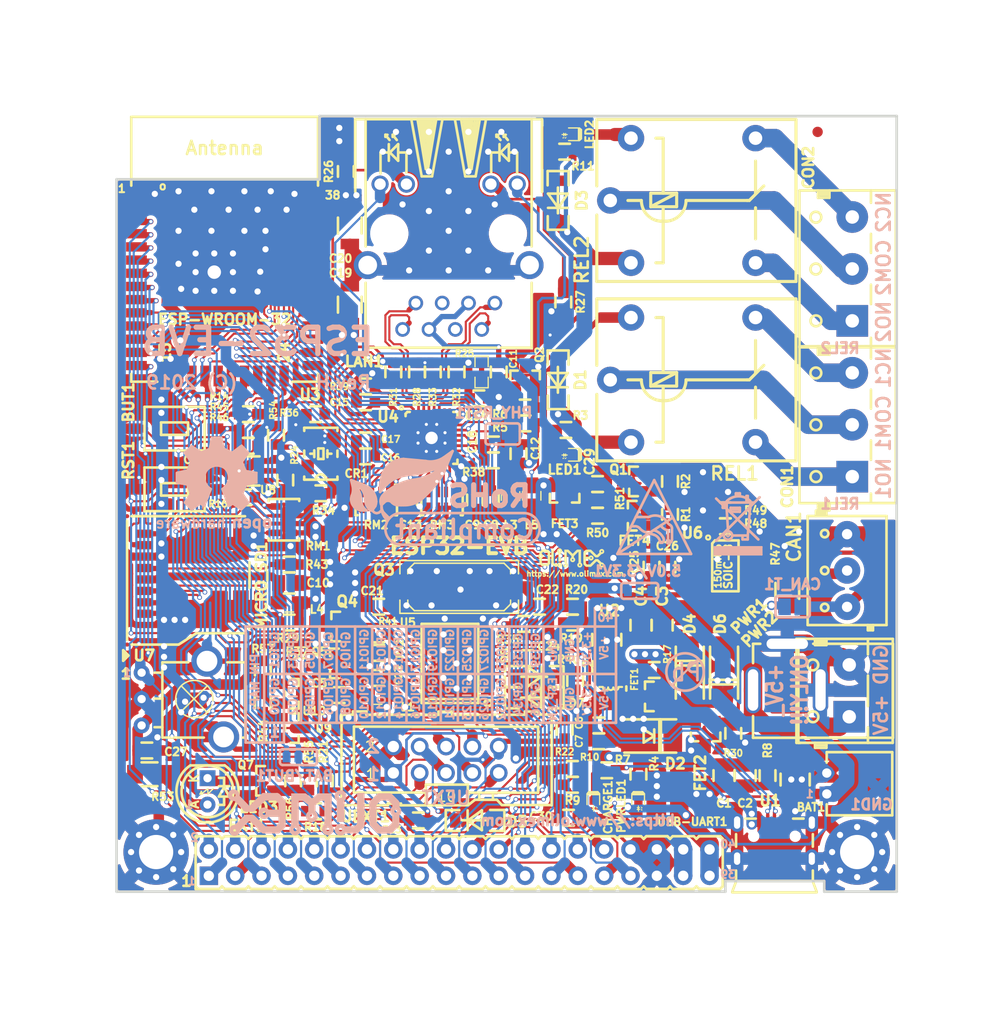
<source format=kicad_pcb>
(kicad_pcb (version 20221018) (generator pcbnew)
  (title_block (title "ESP32-EVB") (date "2019-04-17") (rev "H") (company "OLIMEX Ltd.") (comment 1 "https://www.olimex.com"))
  (layers (0 "F.Cu" mixed) (31 "B.Cu" mixed) (34 "B.Paste" user) (35 "F.Paste" user) (36 "B.SilkS" user "B.Silkscreen") (37 "F.SilkS" user "F.Silkscreen") (38 "B.Mask" user) (39 "F.Mask" user) (44 "Edge.Cuts" user))
  (net 0 "")
  (net 1 "+5V")
  (net 2 "GND")
  (net 3 "Net-(BAT1-Pad1)")
  (net 4 "Net-(BUT1-Pad2)")
  (net 5 "/GPI34/BUT1")
  (net 6 "Net-(C3-Pad1)")
  (net 7 "Net-(C5-Pad2)")
  (net 8 "+3V3")
  (net 9 "Net-(C10-Pad1)")
  (net 10 "Net-(C11-Pad1)")
  (net 11 "Net-(C18-Pad2)")
  (net 12 "Net-(CON1-Pad3)")
  (net 13 "Net-(CON1-Pad1)")
  (net 14 "Net-(CON1-Pad2)")
  (net 15 "Net-(CON2-Pad2)")
  (net 16 "Net-(CON2-Pad1)")
  (net 17 "Net-(CON2-Pad3)")
  (net 18 "Net-(CR1-Pad3)")
  (net 19 "Net-(D1-Pad2)")
  (net 20 "Net-(D3-Pad2)")
  (net 21 "/GPIO3/U0RXD")
  (net 22 "Net-(D5-Pad1)")
  (net 23 "/ESP_EN")
  (net 24 "/GPIO25/EMAC_RXD0(RMII)")
  (net 25 "/GPIO19/EMAC_TXD0(RMII)")
  (net 26 "/GPIO26/EMAC_RXD1(RMII)")
  (net 27 "/GPIO33/REL2")
  (net 28 "/GPIO32/REL1")
  (net 29 "/GPIO9/SD_DATA2")
  (net 30 "/GPIO8/SD_DATA1")
  (net 31 "/GPIO6/SD_CLK")
  (net 32 "/GPIO7/SD_DATA0")
  (net 33 "/GPIO1/U0TXD")
  (net 34 "/GPIO10/SD_DATA3")
  (net 35 "/GPIO11/SD_CMD")
  (net 36 "Net-(L2-Pad1)")
  (net 37 "Net-(LED1-Pad2)")
  (net 38 "Net-(LED2-Pad2)")
  (net 39 "Net-(Q1-Pad1)")
  (net 40 "Net-(Q2-Pad1)")
  (net 41 "Net-(R19-Pad1)")
  (net 42 "Net-(R39-Pad1)")
  (net 43 "/PHYAD0")
  (net 44 "/PHYAD1")
  (net 45 "/PHYAD2")
  (net 46 "/RMIISEL")
  (net 47 "/VDD1A-2A")
  (net 48 "/VDDCR")
  (net 49 "/GPIO22/EMAC_TXD1(RMII)")
  (net 50 "/GPIO21/EMAC_TX_EN(RMII)")
  (net 51 "Net-(MICRO_SD1-Pad5)")
  (net 52 "Net-(LAN1-Pad1)")
  (net 53 "Net-(LAN1-Pad2)")
  (net 54 "Net-(LAN1-Pad7)")
  (net 55 "Net-(LAN1-Pad8)")
  (net 56 "Net-(LAN1-PadAG1)")
  (net 57 "Net-(LAN1-PadAY1)")
  (net 58 "Net-(LAN1-PadKG1)")
  (net 59 "Net-(LAN1-PadKY1)")
  (net 60 "Net-(C19-Pad1)")
  (net 61 "Net-(C21-Pad1)")
  (net 62 "Net-(C22-Pad1)")
  (net 63 "/CANL")
  (net 64 "/CANH")
  (net 65 "Net-(CAN_T1-Pad1)")
  (net 66 "/GPI36/U1RXD")
  (net 67 "/+5V_EXT")
  (net 68 "/GPI39/IR_RECEIVE")
  (net 69 "/GPIO23/MDC(RMII)")
  (net 70 "/GPIO27/EMAC_RX_CRS_DV")
  (net 71 "/GPI35/CAN-RX")
  (net 72 "/GPIO5/CAN-TX")
  (net 73 "/GPIO4/U1TXD")
  (net 74 "/GPIO0/XTAL1/CLKIN")
  (net 75 "/GPIO2/HS2_DATA0")
  (net 76 "/GPIO12/IR_Transmit")
  (net 77 "/GPIO13/I2C-SDA")
  (net 78 "/GPIO14/HS2_CLK")
  (net 79 "/GPIO15/HS2_CMD")
  (net 80 "/GPIO16/I2C-SCL")
  (net 81 "/GPIO17/SPI_CS")
  (net 82 "/GPIO18/MDIO(RMII)")
  (net 83 "/+5V_USB")
  (net 84 "Net-(LED3-Pad1)")
  (net 85 "Net-(LED3-Pad2)")
  (net 86 "Net-(MICRO_SD1-Pad1)")
  (net 87 "Net-(MICRO_SD1-Pad2)")
  (net 88 "Net-(MICRO_SD1-Pad8)")
  (net 89 "Net-(Q4-Pad2)")
  (net 90 "Net-(Q4-Pad1)")
  (net 91 "Net-(Q5-Pad2)")
  (net 92 "Net-(Q5-Pad1)")
  (net 93 "Net-(Q7-Pad1)")
  (net 94 "Net-(R48-Pad1)")
  (net 95 "Net-(U3-Pad32)")
  (net 96 "Net-(U4-Pad4)")
  (net 97 "Net-(U4-Pad14)")
  (net 98 "Net-(U4-Pad18)")
  (net 99 "Net-(U4-Pad20)")
  (net 100 "Net-(U4-Pad26)")
  (net 101 "Net-(U5-Pad6)")
  (net 102 "Net-(U5-Pad7)")
  (net 103 "Net-(U5-Pad11)")
  (net 104 "Net-(U5-Pad12)")
  (net 105 "Net-(U5-Pad13)")
  (net 106 "Net-(U5-Pad14)")
  (net 107 "Net-(U5-Pad17)")
  (net 108 "Net-(USB-UART1-Pad4)")
  (net 109 "/OSC_DIS")
  (net 110 "Net-(PWRLED1-Pad1)")
  (net 111 "Net-(Q5-Pad3)")
  (net 112 "Net-(C28-Pad1)")
  (net 113 "Net-(MICRO_SD1-Pad7)")
  (net 114 "Net-(5.0V/3.3V1-Pad2)")
  (net 115 "Net-(R44-Pad2)")
  (net 116 "/D_Com")
  (net 117 "+3.3VLAN")
  (net 118 "Net-(C29-Pad2)")
  (net 119 "Net-(FET4-Pad3)")
  (net 120 "Net-(CHARGE1-Pad1)")
  (net 121 "Net-(R7-Pad1)")
  (net 122 "Net-(R8-Pad2)")
  (net 123 "/BUT1")
  (net 124 "Net-(BAT/BUT1-Pad3)")
  (net 125 "Net-(C24-Pad1)")
  (net 126 "Net-(D7-Pad1)")
  (net 127 "Net-(D8-Pad2)")
  (net 128 "Net-(U5-Pad20)")
  (footprint "OLIMEX_Other-FP:Mounting_hole_3.3mm" (layer "F.Cu") (at 140.97 70.358)
    (fp_text reference "MH1" hide)
    (fp_text value "Mounting_hole_Shield_3.3mm" hide)
  )
  (footprint "OLIMEX_Other-FP:Mounting_hole_Shield_3.3mm" (layer "F.Cu") (at 140.97 137.922)
    (fp_text reference "MH2" hide)
    (fp_text value "Mounting_hole_Shield_3.3mm" hide)
  )
  (footprint "OLIMEX_Other-FP:Mounting_hole_Shield_3.3mm" (layer "F.Cu") (at 73.406 137.922)
    (fp_text reference "MH3" hide)
    (fp_text value "Mounting_hole_Shield_3.3mm" hide)
  )
  (footprint "OLIMEX_Connectors-FP:HN2x20" (layer "F.Cu") (at 102.616 138.938)
    (fp_text reference "EXT1")
    (fp_text value "NA(HN2x20)")
  )
  (footprint "OLIMEX_Connectors-FP:LIPO_BAT-CON2DW02R" (layer "F.Cu") (at 141.1986 131.318 90)
    (fp_text reference "BAT1")
    (fp_text value "DW02R")
  )
  (footprint "OLIMEX_RLC-FP:C_0603_5MIL_DWS" (layer "F.Cu") (at 91.059 122.809)
    (fp_text reference "C5")
    (fp_text value "22uF/6.3V/20%/X5R/C0603")
  )
  (footprint "OLIMEX_RLC-FP:C_0603_5MIL_DWS" (layer "F.Cu") (at 105.664 104.013 90)
    (fp_text reference "C8")
    (fp_text value "22uF/6.3V/20%/X5R/C0603")
  )
  (footprint "OLIMEX_RLC-FP:C_0603_5MIL_DWS" (layer "F.Cu") (at 104.14 104.013 90)
    (fp_text reference "C9")
    (fp_text value "22uF/6.3V/20%/X5R/C0603")
  )
  (footprint "OLIMEX_RLC-FP:C_0805_5MIL_DWS" (layer "F.Cu") (at 86.233 112.014)
    (fp_text reference "C10")
    (fp_text value "47uF/6.3V/20%/X5R/C0805")
  )
  (footprint "OLIMEX_RLC-FP:C_0603_5MIL_DWS" (layer "F.Cu") (at 106.426 91.694 -90)
    (fp_text reference "C11")
    (fp_text value "100nF/50V/20%/Y5V/C0603")
  )
  (footprint "OLIMEX_RLC-FP:C_0603_5MIL_DWS" (layer "F.Cu") (at 97.79 104.013 -90)
    (fp_text reference "C13")
    (fp_text value "100nF/50V/20%/Y5V/C0603")
  )
  (footprint "OLIMEX_RLC-FP:C_0603_5MIL_DWS" (layer "F.Cu") (at 93.599 94.615 180)
    (fp_text reference "C15")
    (fp_text value "100nF/50V/20%/Y5V/C0603")
  )
  (footprint "OLIMEX_RLC-FP:C_0603_5MIL_DWS" (layer "F.Cu") (at 93.599 99.822 180)
    (fp_text reference "C16")
    (fp_text value "2.2uF/6.3V/10%/X5R/C0603")
  )
  (footprint "OLIMEX_RLC-FP:C_0603_5MIL_DWS" (layer "F.Cu") (at 93.599 98.298 180)
    (fp_text reference "C17")
    (fp_text value "100nF/50V/20%/Y5V/C0603")
  )
  (footprint "OLIMEX_RLC-FP:C_0603_5MIL_DWS" (layer "F.Cu") (at 105.918 98.679 180)
    (fp_text reference "C18")
    (fp_text value "NA(10uF/6.3V/20%/X5R/C0603)")
  )
  (footprint "OLIMEX_Connectors-FP:TB3-DG306-5.0_3P" (layer "F.Cu") (at 140.5 96.774 90)
    (fp_text reference "CON1")
    (fp_text value "TB3 DG306-5.0-3P")
  )
  (footprint "OLIMEX_Connectors-FP:TB3-DG306-5.0_3P" (layer "F.Cu") (at 140.5 81.774 90)
    (fp_text reference "CON2")
    (fp_text value "TB3 DG306-5.0-3P")
  )
  (footprint "OLIMEX_Crystal-FP:5032-4P_HCX-3S" (layer "F.Cu") (at 89.281 99.568 90)
    (fp_text reference "CR1")
    (fp_text value "Q50MHz/25ppm/3V/4P/5x3.2mm")
  )
  (footprint "OLIMEX_Diodes-FP:SOD-123_1C-2A_KA" (layer "F.Cu") (at 112.141 92.456 90)
    (fp_text reference "D1")
    (fp_text value "1N5819S4(SOD-123)")
  )
  (footprint "OLIMEX_Diodes-FP:SOD-123_1C-2A_KA" (layer "F.Cu") (at 112.141 75.184 90)
    (fp_text reference "D3")
    (fp_text value "1N5819S4(SOD-123)")
  )
  (footprint "OLIMEX_Diodes-FP:SMA-KA" (layer "F.Cu") (at 124.841 120.65 -90)
    (fp_text reference "D4")
    (fp_text value "1N5822/SS34/SMA")
  )
  (footprint "OLIMEX_Diodes-FP:SOD-123_1C-2A_KA" (layer "F.Cu") (at 104.14 134.874)
    (fp_text reference "D5")
    (fp_text value "1N5819S4(SOD-123)")
  )
  (footprint "OLIMEX_Transistors-FP:SOT23" (layer "F.Cu") (at 121.158 122.936)
    (fp_text reference "FET1")
    (fp_text value "WPM2015-3/TR")
  )
  (footprint "OLIMEX_RLC-FP:CD32" (layer "F.Cu") (at 117.221 122.174 -90)
    (fp_text reference "L2")
    (fp_text value "2.2uH/1.5A/DCR=72mR/20%/3.00x3.00x1.50mm/CD32(NR3015T2R2M)")
  )
  (footprint "OLIMEX_RLC-FP:L_0805_5MIL_DWS" (layer "F.Cu") (at 107.569 103.632 90)
    (fp_text reference "L3")
    (fp_text value "FB0805/600R/2A")
  )
  (footprint "OLIMEX_RLC-FP:L_0805_5MIL_DWS" (layer "F.Cu") (at 86.233 113.919 180)
    (fp_text reference "L4")
    (fp_text value "FB0805/600R/2A")
  )
  (footprint "OLIMEX_LEDs-FP:LED_0603_KA" (layer "F.Cu") (at 112.776 99.695 180)
    (fp_text reference "LED1")
    (fp_text value "LED/GREEN/0603")
  )
  (footprint "OLIMEX_LEDs-FP:LED_0603_KA" (layer "F.Cu") (at 112.776 68.834 180)
    (fp_text reference "LED2")
    (fp_text value "LED/GREEN/0603")
  )
  (footprint "OLIMEX_Connectors-FP:PWRJ-2mm(YDJ-1136)" (layer "F.Cu") (at 130.937 117.569 180)
    (fp_text reference "PWR1")
    (fp_text value "PWRJ-2mm(YDJ-1134)")
  )
  (footprint "OLIMEX_Connectors-FP:TB2-DG306-5.0_2P" (layer "F.Cu") (at 140.208 122.395 90)
    (fp_text reference "PWR2")
    (fp_text value "NA(TB2 DG306-5.0-2P)")
  )
  (footprint "OLIMEX_Transistors-FP:SOT23" (layer "F.Cu") (at 119.634 102.235)
    (fp_text reference "Q1")
    (fp_text value "BC817-40(SOT23)")
  )
  (footprint "OLIMEX_Transistors-FP:SOT23" (layer "F.Cu") (at 108.966 92.202 -90)
    (fp_text reference "Q2")
    (fp_text value "BC817-40(SOT23)")
  )
  (footprint "OLIMEX_RLC-FP:R_0603_5MIL_DWS" (layer "F.Cu") (at 112.903 97.282 180)
    (fp_text reference "R3")
    (fp_text value "2.2k/R0603")
  )
  (footprint "OLIMEX_RLC-FP:R_0603_5MIL_DWS" (layer "F.Cu") (at 108.966 96.647 180)
    (fp_text reference "R5")
    (fp_text value "1k/R0603")
  )
  (footprint "OLIMEX_RLC-FP:R_0603_5MIL_DWS" (layer "F.Cu") (at 108.966 95.123 180)
    (fp_text reference "R6")
    (fp_text value "10k/R0603")
  )
  (footprint "OLIMEX_RLC-FP:R_0603_5MIL_DWS" (layer "F.Cu") (at 112.776 70.485 180)
    (fp_text reference "R11")
    (fp_text value "2.2k/R0603")
  )
  (footprint "OLIMEX_RLC-FP:R_0603_5MIL_DWS" (layer "F.Cu") (at 82.296 95.758)
    (fp_text reference "R14")
    (fp_text value "220R/R0603")
  )
  (footprint "OLIMEX_RLC-FP:R_0603_5MIL_DWS" (layer "F.Cu") (at 82.042 103.759 180)
    (fp_text reference "R16")
    (fp_text value "220R/R0603")
  )
  (footprint "OLIMEX_RLC-FP:R_0603_5MIL_DWS" (layer "F.Cu") (at 88.773 133.985)
    (fp_text reference "R18")
    (fp_text value "2.2k/R0603")
  )
  (footprint "OLIMEX_RLC-FP:R_0603_5MIL_DWS" (layer "F.Cu") (at 89.662 131.064 90)
    (fp_text reference "R21")
    (fp_text value "2.2k/R0603")
  )
  (footprint "OLIMEX_RLC-FP:R_0603_5MIL_DWS" (layer "F.Cu") (at 98.679 134.874 180)
    (fp_text reference "R23")
    (fp_text value "10k/R0603")
  )
  (footprint "OLIMEX_RLC-FP:0R_0603" (layer "F.Cu") (at 104.775 91.694 90)
    (fp_text reference "R25")
    (fp_text value "0R(board_mounted)")
  )
  (footprint "OLIMEX_RLC-FP:R_0603_5MIL_DWS" (layer "F.Cu") (at 91.694 72.39 90)
    (fp_text reference "R26")
    (fp_text value "220R/R0603")
  )
  (footprint "OLIMEX_RLC-FP:R_0603_5MIL_DWS" (layer "F.Cu") (at 112.649 84.963 -90)
    (fp_text reference "R27")
    (fp_text value "220R/R0603")
  )
  (footprint "OLIMEX_RLC-FP:R_0603_5MIL_DWS" (layer "F.Cu") (at 98.552 91.694 -90)
    (fp_text reference "R28")
    (fp_text value "49.9R/1%/R0603")
  )
  (footprint "OLIMEX_RLC-FP:R_0603_5MIL_DWS" (layer "F.Cu") (at 86.233 115.824 180)
    (fp_text reference "R29")
    (fp_text value "10k/R0603")
  )
  (footprint "OLIMEX_RLC-FP:R_0603_5MIL_DWS" (layer "F.Cu") (at 96.266 91.694 -90)
    (fp_text reference "R31")
    (fp_text value "49.9R/1%/R0603")
  )
  (footprint "OLIMEX_RLC-FP:R_0603_5MIL_DWS" (layer "F.Cu") (at 100.076 91.694 -90)
    (fp_text reference "R33")
    (fp_text value "49.9R/1%/R0603")
  )
  (footprint "OLIMEX_RLC-FP:R_0603_5MIL_DWS" (layer "F.Cu") (at 89.281 103.378)
    (fp_text reference "R34")
    (fp_text value "10k/R0603")
  )
  (footprint "OLIMEX_RLC-FP:R_0603_5MIL_DWS" (layer "F.Cu") (at 108.839 115.951 180)
    (fp_text reference "R35")
    (fp_text value "10k/R0603")
  )
  (footprint "OLIMEX_RLC-FP:R_0603_5MIL_DWS" (layer "F.Cu") (at 88.773 95.758)
    (fp_text reference "R36")
    (fp_text value "10R/R0603")
  )
  (footprint "OLIMEX_RLC-FP:R_0603_5MIL_DWS" (layer "F.Cu") (at 105.918 100.203)
    (fp_text reference "R38")
    (fp_text value "10k/R0603")
  )
  (footprint "OLIMEX_RLC-FP:R_0603_5MIL_DWS" (layer "F.Cu") (at 93.599 93.091 180)
    (fp_text reference "R39")
    (fp_text value "12.1k/1%/R0603")
  )
  (footprint "OLIMEX_RLC-FP:R_0603_5MIL_DWS" (layer "F.Cu") (at 94.869 116.967 180)
    (fp_text reference "R41")
    (fp_text value "1k/R0603")
  )
  (footprint "OLIMEX_Relays-FP:Relay_RAS-05-15" (layer "F.Cu") (at 125.476 92.456 180)
    (fp_text reference "REL1")
    (fp_text value "RAS-0515")
  )
  (footprint "OLIMEX_Relays-FP:Relay_RAS-05-15" (layer "F.Cu") (at 125.476 75.184 180)
    (fp_text reference "REL2")
    (fp_text value "RAS-0515")
  )
  (footprint "OLIMEX_RLC-FP:R_MATRIX_4" (layer "F.Cu") (at 85.725 105.918 -90)
    (fp_text reference "RM1")
    (fp_text value "RA1206_(4X0603)_4B8_2.2k")
  )
  (footprint "OLIMEX_RLC-FP:R_MATRIX_4" (layer "F.Cu") (at 94.615 104.013)
    (fp_text reference "RM2")
    (fp_text value "RA1206_(4X0603)_4B8_2.2k")
  )
  (footprint "OLIMEX_RLC-FP:R_MATRIX_4" (layer "F.Cu") (at 100.965 104.013 180)
    (fp_text reference "RM3")
    (fp_text value "RA1206_(4X0603)_4B8_2.2k")
  )
  (footprint "OLIMEX_Regulators-FP:SOT-23-5" (layer "F.Cu") (at 116.84 117.475 -90)
    (fp_text reference "U2")
    (fp_text value "SY8089AAAC(SOT23-5)")
  )
  (footprint "OLIMEX_Cases-FP:ESP-WROOM-32_MODULE" (layer "F.Cu") (at 80.01 79.883)
    (fp_text reference "U3")
    (fp_text value "ESP32-WROOM-32D-4MB")
  )
  (footprint "OLIMEX_IC-FP:QFN32_EP(33)_5.00x5.00x0.90mm_Pitch_0.50mm" (layer "F.Cu") (at 99.949 98.044 -90)
    (fp_text reference "U4")
    (fp_text value "LAN8710A-EZC(QFN32)")
  )
  (footprint "OLIMEX_Connectors-FP:UEXT_ML10" (layer "F.Cu") (at 101.346 129.032)
    (fp_text reference "UEXT1")
    (fp_text value "BH10S")
  )
  (footprint "OLIMEX_Connectors-FP:TFC-WXCP11-08-LF" (layer "F.Cu") (at 76.327 111.125 180)
    (fp_text reference "MICRO_SD1")
    (fp_text value "TFC-WXCP11-08-LF")
  )
  (footprint "OLIMEX_RLC-FP:R_0603_5MIL_DWS" (layer "F.Cu") (at 86.233 110.236 180)
    (fp_text reference "R43")
    (fp_text value "10R/R0603")
  )
  (footprint "OLIMEX_Buttons-FP:T1107A(6x3,8x2,5MM)" (layer "F.Cu") (at 75.184 97.155 180)
    (fp_text reference "BUT1")
    (fp_text value "T1107A(6x3,8x2,5MM)")
  )
  (footprint "OLIMEX_Buttons-FP:T1107A(6x3,8x2,5MM)" (layer "F.Cu") (at 75.184 102.997 180)
    (fp_text reference "RST1")
    (fp_text value "T1107A(6x3,8x2,5MM)")
  )
  (footprint "OLIMEX_Connectors-FP:RJLBC-060TC1" (layer "F.Cu") (at 101.6 78.359 180)
    (fp_text reference "LAN1")
    (fp_text value "RJLD-060TC1(LPJ4013EDNL)")
  )
  (footprint "OLIMEX_RLC-FP:C_1206_5MIL_DWS_ISO" (layer "F.Cu") (at 92.075 85.217 -90)
    (fp_text reference "C19")
    (fp_text value "1nF/2000V/10%/X7R/C1206")
  )
  (footprint "OLIMEX_RLC-FP:C_1206_5MIL_DWS_ISO" (layer "F.Cu") (at 92.075 77.597 90)
    (fp_text reference "C20")
    (fp_text value "NA(1nF/2000V/10%/X7R/C1206)")
  )
  (footprint "OLIMEX_Other-FP:Fiducial1x3" (layer "F.Cu") (at 71.501 133.35)
    (fp_text reference "")
    (fp_text value "")
  )
  (footprint "OLIMEX_Other-FP:Fiducial1x3" (layer "F.Cu") (at 137.16 68.58)
    (fp_text reference "")
    (fp_text value "")
  )
  (footprint "OLIMEX_RLC-FP:R_0603_5MIL_DWS" (layer "F.Cu") (at 119.888 130.429 90)
    (fp_text reference "R4")
    (fp_text value "2.2k/R0603")
  )
  (footprint "OLIMEX_RLC-FP:R_0603_5MIL_DWS" (layer "F.Cu") (at 113.538 115.824 180)
    (fp_text reference "R19")
    (fp_text value "220k/R0603")
  )
  (footprint "OLIMEX_RLC-FP:R_0603_5MIL_DWS" (layer "F.Cu") (at 113.538 114.3 180)
    (fp_text reference "R20")
    (fp_text value "49.9k/1%/R0603")
  )
  (footprint "OLIMEX_RLC-FP:C_0603_5MIL_DWS" (layer "F.Cu") (at 94.869 114.3 180)
    (fp_text reference "C21")
    (fp_text value "27pF/50V/5%/C0G/C0603")
  )
  (footprint "OLIMEX_RLC-FP:C_0603_5MIL_DWS" (layer "F.Cu") (at 110.363 114.3)
    (fp_text reference "C22")
    (fp_text value "27pF/50V/5%/C0G/C0603")
  )
  (footprint "OLIMEX_RLC-FP:C_0603_5MIL_DWS" (layer "F.Cu") (at 94.869 121.158 180)
    (fp_text reference "C23")
    (fp_text value "22uF/6.3V/20%/X5R/C0603")
  )
  (footprint "OLIMEX_RLC-FP:C_0603_5MIL_DWS" (layer "F.Cu") (at 109.22 119.253)
    (fp_text reference "C24")
    (fp_text value "100nF/50V/20%/Y5V/C0603")
  )
  (footprint "OLIMEX_RLC-FP:C_0603_5MIL_DWS" (layer "F.Cu") (at 121.158 110.49 -90)
    (fp_text reference "C25")
    (fp_text value "100nF/50V/20%/Y5V/C0603")
  )
  (footprint "OLIMEX_RLC-FP:C_0603_5MIL_DWS" (layer "F.Cu") (at 72.517 128.143)
    (fp_text reference "C27")
    (fp_text value "100nF/50V/20%/Y5V/C0603")
  )
  (footprint "OLIMEX_Connectors-FP:TB3-3.5mm" (layer "F.Cu") (at 140 110.815 -90)
    (fp_text reference "CAN1")
    (fp_text value "TB3-3.5mm")
  )
  (footprint "OLIMEX_Diodes-FP:SMA-KA" (layer "F.Cu") (at 128.143 120.65 90)
    (fp_text reference "D6")
    (fp_text value "1N5822/SS34/SMA")
  )
  (footprint "OLIMEX_Transistors-FP:SOT23" (layer "F.Cu") (at 126.365 126.619 90)
    (fp_text reference "FET2")
    (fp_text value "WPM2015-3/TR")
  )
  (footprint "OLIMEX_LEDs-FP:LED-5mm-PTH-AK" (layer "F.Cu") (at 78.359 132.08 90)
    (fp_text reference "LED3")
    (fp_text value "LED/IR333-A/5mm")
  )
  (footprint "OLIMEX_Crystal-FP:Q_49U3HMS" (layer "F.Cu") (at 102.616 112.395)
    (fp_text reference "Q3")
    (fp_text value "Q12MHz/20pF/30ppm/2P/HC-49SM(SMD)")
  )
  (footprint "OLIMEX_Transistors-FP:SOT23" (layer "F.Cu") (at 90.932 116.205)
    (fp_text reference "Q4")
    (fp_text value "BC817-40(SOT23)")
  )
  (footprint "OLIMEX_Transistors-FP:SOT23" (layer "F.Cu") (at 90.805 119.761)
    (fp_text reference "Q5")
    (fp_text value "BC817-40(SOT23)")
  )
  (footprint "OLIMEX_Transistors-FP:SOT23" (layer "F.Cu") (at 83.693 131.064)
    (fp_text reference "Q7")
    (fp_text value "BC817-40(SOT23)")
  )
  (footprint "OLIMEX_RLC-FP:R_0603_5MIL_DWS" (layer "F.Cu") (at 129.032 126.492 -90)
    (fp_text reference "R30")
    (fp_text value "10k/R0603")
  )
  (footprint "OLIMEX_RLC-FP:R_0603_5MIL_DWS" (layer "F.Cu") (at 94.869 118.745 180)
    (fp_text reference "R42")
    (fp_text value "1k/R0603")
  )
  (footprint "OLIMEX_RLC-FP:R_0603_5MIL_DWS" (layer "F.Cu") (at 82.296 97.282 180)
    (fp_text reference "R45")
    (fp_text value "10k/R0603")
  )
  (footprint "OLIMEX_RLC-FP:R_0603_5MIL_DWS" (layer "F.Cu") (at 82.296 98.806)
    (fp_text reference "R46")
    (fp_text value "NA/R0603")
  )
  (footprint "OLIMEX_RLC-FP:R_1206_5MIL_DWS" (layer "F.Cu") (at 134.239 112.776 90)
    (fp_text reference "R47")
    (fp_text value "120R/R1206")
  )
  (footprint "OLIMEX_RLC-FP:R_0603_5MIL_DWS" (layer "F.Cu") (at 128.27 106.553 180)
    (fp_text reference "R48")
    (fp_text value "NA/R0603")
  )
  (footprint "OLIMEX_RLC-FP:R_0603_5MIL_DWS" (layer "F.Cu") (at 128.27 105.029 180)
    (fp_text reference "R49")
    (fp_text value "10k/R0603")
  )
  (footprint "OLIMEX_RLC-FP:R_1206_5MIL_DWS" (layer "F.Cu") (at 72.771 130.429)
    (fp_text reference "R53")
    (fp_text value "6.8R/R1206")
  )
  (footprint "OLIMEX_RLC-FP:R_0603_5MIL_DWS" (layer "F.Cu") (at 84.963 97.79 90)
    (fp_text reference "R54")
    (fp_text value "NA/R0603")
  )
  (footprint "OLIMEX_RLC-FP:R_0603_5MIL_DWS" (layer "F.Cu") (at 88.138 131.064 -90)
    (fp_text reference "R55")
    (fp_text value "1k/R0603")
  )
  (footprint "OLIMEX_RLC-FP:R_0603_5MIL_DWS" (layer "F.Cu") (at 86.614 131.064 -90)
    (fp_text reference "R56")
    (fp_text value "10k/R0603")
  )
  (footprint "OLIMEX_IC-FP:SOIC-8_150mil" (layer "F.Cu") (at 128.27 110.363 -90)
    (fp_text reference "U6")
    (fp_text value "MCP2562-E/SN(SOIC-8_150mil)")
  )
  (footprint "OLIMEX_IC-FP:RPM7236-H8" (layer "F.Cu") (at 77.089 123.19 -90)
    (fp_text reference "U7")
    (fp_text value "RPM7236-H8")
  )
  (footprint "OLIMEX_Connectors-FP:USB-MICRO_MISB-SWMM-5B_LF" (layer "F.Cu") (at 133 138.303 -90)
    (fp_text reference "USB-UART1")
    (fp_text value "MISB-SWMM-5B-LF(USB_MICRO)")
  )
  (footprint "OLIMEX_RLC-FP:C_0805_5MIL_DWS" (layer "F.Cu") (at 122.174 116.078 90)
    (fp_text reference "C3")
    (fp_text value "NA(47uF/6.3V/20%/X5R/C0805)")
  )
  (footprint "OLIMEX_RLC-FP:C_0805_5MIL_DWS" (layer "F.Cu") (at 120.142 116.078 90)
    (fp_text reference "C4")
    (fp_text value "47uF/6.3V/20%/X5R/C0805")
  )
  (footprint "OLIMEX_RLC-FP:R_0603_5MIL_DWS" (layer "F.Cu") (at 87.249 120.015 180)
    (fp_text reference "R37")
    (fp_text value "220R/R0603")
  )
  (footprint "OLIMEX_IC-FP:SOT-23-5" (layer "F.Cu") (at 82.804 101.219)
    (fp_text reference "U8")
    (fp_text value "NCP303LSN27T1G(SOT-23-5)")
  )
  (footprint "OLIMEX_RLC-FP:R_0603_5MIL_DWS" (layer "F.Cu") (at 83.693 123.571 -90)
    (fp_text reference "R44")
    (fp_text value "NA/R0603")
  )
  (footprint "OLIMEX_Diodes-FP:SOT23-3" (layer "F.Cu") (at 86.487 122.682 180)
    (fp_text reference "U10")
    (fp_text value "BAT54C(SOT23-3)")
  )
  (footprint "OLIMEX_Diodes-FP:DO214AA_1(K)-2(A)" (layer "F.Cu") (at 121.031 126.746 180)
    (fp_text reference "D2")
    (fp_text value "SMBJ6.0A(DO-214AA)")
  )
  (footprint "OLIMEX_RLC-FP:R_0603_5MIL_DWS" (layer "F.Cu") (at 83.693 120.396 -90)
    (fp_text reference "R57")
    (fp_text value "NA(1k/R0603)")
  )
  (footprint "OLIMEX_RLC-FP:C_0603_5MIL_DWS" (layer "F.Cu") (at 115.951 102.489 180)
    (fp_text reference "C29")
    (fp_text value "22uF/6.3V/20%/X5R/C0603")
  )
  (footprint "OLIMEX_RLC-FP:R_0603_5MIL_DWS" (layer "F.Cu") (at 115.951 105.537 180)
    (fp_text reference "R50")
    (fp_text value "1k/R0603")
  )
  (footprint "OLIMEX_RLC-FP:R_0603_5MIL_DWS" (layer "F.Cu") (at 115.951 104.013 180)
    (fp_text reference "R51")
    (fp_text value "10k/R0603")
  )
  (footprint "OLIMEX_RLC-FP:C_0603_5MIL_DWS" (layer "F.Cu") (at 108.331 99.568 90)
    (fp_text reference "C12")
    (fp_text value "22uF/6.3V/20%/X5R/C0603")
  )
  (footprint "OLIMEX_Transistors-FP:SOT23" (layer "F.Cu") (at 112.776 103.632 90)
    (fp_text reference "FET3")
    (fp_text value "WPM2015-3/TR")
  )
  (footprint "OLIMEX_RLC-FP:L_0805_5MIL_DWS" (layer "F.Cu") (at 109.601 103.632 -90)
    (fp_text reference "L5")
    (fp_text value "NA(FB0805/600R/2A)")
  )
  (footprint "OLIMEX_RLC-FP:R_0603_5MIL_DWS" (layer "F.Cu") (at 122.936 105.41 90)
    (fp_text reference "R1")
    (fp_text value "1k/R0603")
  )
  (footprint "OLIMEX_RLC-FP:R_0603_5MIL_DWS" (layer "F.Cu") (at 122.936 102.235 -90)
    (fp_text reference "R2")
    (fp_text value "10k/R0603")
  )
  (footprint "OLIMEX_Other-FP:Fiducial1x3" (layer "F.Cu") (at 142.875 133.35)
    (fp_text reference "")
    (fp_text value "")
  )
  (footprint "OLIMEX_IC-FP:SOT-23-5" (layer "F.Cu") (at 135.001 130.937 -90)
    (fp_text reference "U1")
    (fp_text value "BL4054B-42TPRN(SOT23-5)")
  )
  (footprint "OLIMEX_RLC-FP:R_0603_5MIL_DWS" (layer "F.Cu") (at 132.334 130.556 90)
    (fp_text reference "R8")
    (fp_text value "2k/1%")
  )
  (footprint "OLIMEX_RLC-FP:C_0805_5MIL_DWS" (layer "F.Cu") (at 128.143 130.556 -90)
    (fp_text reference "C1")
    (fp_text value "NA(47uF/6.3V/20%/X5R/C0805)")
  )
  (footprint "OLIMEX_RLC-FP:C_0805_5MIL_DWS" (layer "F.Cu") (at 130.175 130.556 -90)
    (fp_text reference "C2")
    (fp_text value "47uF/6.3V/20%/X5R/C0805")
  )
  (footprint "OLIMEX_RLC-FP:R_0603_5MIL_DWS" (layer "F.Cu") (at 102.362 91.694 -90)
    (fp_text reference "R32")
    (fp_text value "49.9R/1%/R0603")
  )
  (footprint "OLIMEX_RLC-FP:C_0603_5MIL_DWS" (layer "F.Cu") (at 104.521 94.234)
    (fp_text reference "C14")
    (fp_text value "100nF/50V/20%/Y5V/C0603")
  )
  (footprint "OLIMEX_Diodes-FP:SOD-123_1C-2A_KA" (layer "F.Cu") (at 109.855 123.063)
    (fp_text reference "D7")
    (fp_text value "1N5819S4(SOD-123)")
  )
  (footprint "OLIMEX_RLC-FP:R_0603_5MIL_DWS" (layer "F.Cu") (at 113.538 129.921 180)
    (fp_text reference "R10")
    (fp_text value "470k/R0603")
  )
  (footprint "OLIMEX_RLC-FP:R_0603_5MIL_DWS" (layer "F.Cu") (at 113.538 131.445 180)
    (fp_text reference "R9")
    (fp_text value "470k/R0603")
  )
  (footprint "OLIMEX_RLC-FP:C_0603_5MIL_DWS" (layer "F.Cu") (at 113.157 134.62 180)
    (fp_text reference "C30")
    (fp_text value "100nF/50V/20%/Y5V/C0603")
  )
  (footprint "OLIMEX_Diodes-FP:SOT23-3" (layer "F.Cu") (at 86.487 125.984 180)
    (fp_text reference "U9")
    (fp_text value "BAT54C(SOT23-3)")
  )
  (footprint "OLIMEX_Diodes-FP:SOD-123_1C-2A_KA" (layer "F.Cu") (at 109.855 121.031 180)
    (fp_text reference "D8")
    (fp_text value "1N5819S4(SOD-123)")
  )
  (footprint "OLIMEX_RLC-FP:R_0603_5MIL_DWS" (layer "F.Cu") (at 85.852 102.108 90)
    (fp_text reference "R24")
    (fp_text value "470k/R0603")
  )
  (footprint "OLIMEX_RLC-FP:C_0603_5MIL_DWS" (layer "F.Cu") (at 79.502 100.203 90)
    (fp_text reference "C28")
    (fp_text value "470nF/16V/10%/X7R/C0603")
  )
  (footprint "OLIMEX_Transistors-FP:SOT23" (layer "F.Cu") (at 119.507 105.537)
    (fp_text reference "FET4")
    (fp_text value "BSS138")
  )
  (footprint "OLIMEX_RLC-FP:C_0603_5MIL_DWS" (layer "F.Cu") (at 122.682 110.49 -90)
    (fp_text reference "C26")
    (fp_text value "10uF/6.3V/20%/X5R/C0603")
  )
  (footprint "OLIMEX_LOGOs-FP:LOGO_OLIMEX_80" (layer "F.Cu") (at 113.411 109.601)
    (fp_text reference "" hide)
    (fp_text value "" hide)
  )
  (footprint "OLIMEX_RLC-FP:R_0603_5MIL_DWS" (layer "F.Cu") (at 113.792 121.412 -90)
    (fp_text reference "R40")
    (fp_text value "10k/R0603")
  )
  (footprint "OLIMEX_RLC-FP:L_0805_5MIL_DWS" (layer "F.Cu") (at 94.742 122.809 180)
    (fp_text reference "L1")
    (fp_text value "FB0805/600R/2A")
  )
  (footprint "OLIMEX_IC-FP:SSOP-20W" (layer "F.Cu") (at 101.727 119.761 90)
    (fp_text reference "U5")
    (fp_text value "CH340T(SSOP20W)")
  )
  (footprint "OLIMEX_RLC-FP:R_0603_5MIL_DWS" (layer "F.Cu") (at 121.412 120.396)
    (fp_text reference "R17")
    (fp_text value "NA/R0603")
  )
  (footprint "OLIMEX_RLC-FP:C_0603_5MIL_DWS" (layer "F.Cu") (at 116.078 127.254)
    (fp_text reference "C7")
    (fp_text value "22uF/6.3V/20%/X5R/C0603")
  )
  (footprint "OLIMEX_RLC-FP:C_0603_5MIL_DWS" (layer "F.Cu") (at 116.078 125.73)
    (fp_text reference "C6")
    (fp_text value "22uF/6.3V/20%/X5R/C0603")
  )
  (footprint "OLIMEX_RLC-FP:R_0603_5MIL_DWS" (layer "F.Cu") (at 112.776 126.111 -90)
    (fp_text reference "R22")
    (fp_text value "10k/R0603")
  )
  (footprint "OLIMEX_RLC-FP:R_0603_5MIL_DWS" (layer "F.Cu") (at 116.84 130.048 180)
    (fp_text reference "R7")
    (fp_text value "2.2k/R0603")
  )
  (footprint "OLIMEX_LEDs-FP:LED_0603_KA" (layer "F.Cu") (at 115.57 133.731 -90)
    (fp_text reference "CHARGE1")
    (fp_text value "LED/Yellow/0603")
  )
  (footprint "OLIMEX_LEDs-FP:LED_0603_KA" (layer "F.Cu") (at 119.888 133.731 -90)
    (fp_text reference "PWRLED1")
    (fp_text value "LED/RED/0603")
  )
  (footprint "OLIMEX_Other-FP:TESTPAD_40-ROUND" (layer "B.Cu") (at 143.002 131.826)
    (fp_text reference "GND1")
    (fp_text value "TESTPAD" hide)
  )
  (footprint "OLIMEX_Jumpers-FP:SJ" (layer "B.Cu") (at 106.807 97.663 180)
    (fp_text reference "PHY_RST1")
    (fp_text value "Opened")
  )
  (footprint "OLIMEX_Jumpers-FP:SJ_2_SMALL_12_TIED" (layer "B.Cu") (at 120.015 112.776 180)
    (fp_text reference "5.0V/3.3V1")
    (fp_text value "Closed(1-2)/Opened(2-3)")
  )
  (footprint "OLIMEX_Jumpers-FP:SJ" (layer "B.Cu") (at 134.747 114.3)
    (fp_text reference "CAN_T1")
    (fp_text value "Opened")
  )
  (footprint "OLIMEX_LOGOs-FP:LOGO_ANTISTATIC_1" (layer "B.Cu") (at 124.968 109.22 180)
    (fp_text reference "Ref**" hide)
    (fp_text value "Val**" hide)
  )
  (footprint "OLIMEX_LOGOs-FP:LOGO_OPENHARDWARE_8x8" (layer "B.Cu") (at 79.248 101.981 180)
    (fp_text reference "" hide)
    (fp_text value "" hide)
  )
  (footprint "OLIMEX_LOGOs-FP:LOGO_PBFREE" (layer "B.Cu") (at 124.587 120.269)
    (fp_text reference "")
    (fp_text value "")
  )
  (footprint "OLIMEX_LOGOs-FP:LOGO_RECYCLEBIN_1" (layer "B.Cu") (at 131.826 109.347 180)
    (fp_text reference "" hide)
    (fp_text value "" hide)
  )
  (footprint "OLIMEX_LOGOs-FP:LOGO_ROHS_1" (layer "B.Cu") (at 109.347 107.696 180)
    (fp_text reference "Ref**" hide)
    (fp_text value "Val**" hide)
  )
  (footprint "OLIMEX_LOGOs-FP:OLIMEX_LOGO_TB" (layer "B.Cu") (at 88.519 134.112 180)
    (fp_text reference "" hide)
    (fp_text value "" hide)
  )
  (footprint "OLIMEX_Jumpers-FP:SJ_2_SMALL" (layer "B.Cu") (at 87.122 128.778)
    (fp_text reference "BAT/BUT1")
    (fp_text value "Opened(2-3)/Soldered(1-2)")
  )
  (gr_line (start 105.791 116.205) (end 105.791 125.476) (stroke (width 0.254)) (layer "B.SilkS"))
  (gr_line (start 83.82 116.205) (end 83.82 127.381) (stroke (width 0.254)) (layer "B.SilkS"))
  (gr_line (start 114.046 116.205) (end 114.046 125.476) (stroke (width 0.254)) (layer "B.SilkS"))
  (gr_line (start 83.82 116.205) (end 82.042 116.205) (stroke (width 0.254)) (layer "B.SilkS"))
  (gr_line (start 112.395 116.205) (end 112.395 125.476) (stroke (width 0.254)) (layer "B.SilkS"))
  (gr_line (start 90.805 116.205) (end 90.805 125.476) (stroke (width 0.254)) (layer "B.SilkS"))
  (gr_line (start 87.376 116.205) (end 87.376 125.476) (stroke (width 0.254)) (layer "B.SilkS"))
  (gr_line (start 104.14 116.205) (end 104.14 125.476) (stroke (width 0.254)) (layer "B.SilkS"))
  (gr_line (start 94.234 116.205) (end 94.234 125.476) (stroke (width 0.254)) (layer "B.SilkS"))
  (gr_line (start 115.697 116.205) (end 115.697 125.476) (stroke (width 0.254)) (layer "B.SilkS"))
  (gr_line (start 100.838 116.205) (end 100.838 125.476) (stroke (width 0.254)) (layer "B.SilkS"))
  (gr_line (start 82.042 127.381) (end 83.82 127.381) (stroke (width 0.254)) (layer "B.SilkS"))
  (gr_line (start 83.82 120.777) (end 117.729 120.777) (stroke (width 0.254)) (layer "B.SilkS"))
  (gr_line (start 102.489 116.205) (end 102.489 125.476) (stroke (width 0.254)) (layer "B.SilkS"))
  (gr_line (start 117.729 114.427) (end 117.729 125.476) (stroke (width 0.254)) (layer "B.SilkS"))
  (gr_line (start 83.82 116.205) (end 117.729 116.205) (stroke (width 0.254)) (layer "B.SilkS"))
  (gr_line (start 97.536 116.205) (end 97.536 125.476) (stroke (width 0.254)) (layer "B.SilkS"))
  (gr_line (start 83.82 125.476) (end 117.729 125.476) (stroke (width 0.254)) (layer "B.SilkS"))
  (gr_line (start 82.042 116.205) (end 82.042 127.381) (stroke (width 0.254)) (layer "B.SilkS"))
  (gr_line (start 109.093 116.205) (end 109.093 125.476) (stroke (width 0.254)) (layer "B.SilkS"))
  (gr_line (start 85.725 116.205) (end 85.725 127.381) (stroke (width 0.254)) (layer "B.SilkS"))
  (gr_line (start 95.885 116.332) (end 95.885 125.476) (stroke (width 0.254)) (layer "B.SilkS"))
  (gr_line (start 115.697 114.427) (end 117.729 114.427) (stroke (width 0.254)) (layer "B.SilkS"))
  (gr_line (start 83.82 127.381) (end 85.725 127.381) (stroke (width 0.254)) (layer "B.SilkS"))
  (gr_line (start 99.187 116.205) (end 99.187 125.476) (stroke (width 0.254)) (layer "B.SilkS"))
  (gr_line (start 92.583 116.205) (end 92.583 125.476) (stroke (width 0.254)) (layer "B.SilkS"))
  (gr_line (start 89.154 116.205) (end 89.154 125.476) (stroke (width 0.254)) (layer "B.SilkS"))
  (gr_line (start 107.442 116.205) (end 107.442 125.476) (stroke (width 0.254)) (layer "B.SilkS"))
  (gr_line (start 110.744 116.205) (end 110.744 125.476) (stroke (width 0.254)) (layer "B.SilkS"))
  (gr_line (start 115.697 116.332) (end 115.697 114.427) (stroke (width 0.254)) (layer "B.SilkS"))
  (gr_line (start 70.358 118.618) (end 70.358 119.38) (stroke (width 0.254)) (layer "F.SilkS"))
  (gr_line (start 70.485 118.745) (end 70.485 119.253) (stroke (width 0.254)) (layer "F.SilkS"))
  (gr_line (start 70.739 118.999) (end 70.231 118.491) (stroke (width 0.254)) (layer "F.SilkS"))
  (gr_line (start 70.231 118.491) (end 70.231 119.507) (stroke (width 0.254)) (layer "F.SilkS"))
  (gr_line (start 70.231 119.507) (end 70.739 118.999) (stroke (width 0.254)) (layer "F.SilkS"))
  (gr_line (start 128.27 141.732) (end 128.27 140.716) (stroke (width 0.254)) (layer "Edge.Cuts"))
  (gr_line (start 128.27 140.716) (end 137.795 140.716) (stroke (width 0.254)) (layer "Edge.Cuts"))
  (gr_line (start 137.795 141.732) (end 144.78 141.732) (stroke (width 0.254)) (layer "Edge.Cuts"))
  (gr_line (start 137.795 140.716) (end 137.795 141.732) (stroke (width 0.254)) (layer "Edge.Cuts"))
  (gr_line (start 144.78 141.732) (end 144.78 67.056) (stroke (width 0.254)) (layer "Edge.Cuts"))
  (gr_line (start 69.596 141.732) (end 128.27 141.732) (stroke (width 0.254)) (layer "Edge.Cuts"))
  (gr_line (start 89.154 67.056) (end 144.78 67.056) (stroke (width 0.254)) (layer "Edge.Cuts"))
  (gr_line (start 69.596 73.152) (end 89.154 73.152) (stroke (width 0.254)) (layer "Edge.Cuts"))
  (gr_line (start 69.596 141.732) (end 69.596 73.152) (stroke (width 0.254)) (layer "Edge.Cuts"))
  (gr_line (start 89.154 73.152) (end 89.154 67.056) (stroke (width 0.254)) (layer "Edge.Cuts"))
  (gr_text "1" (at 84.836 126.365) (layer "B.SilkS") (effects (font (size 1 1) (thickness 0.25)) (justify mirror)))
  (gr_text "GPIO4" (at 88.265 122.936 90) (layer "B.SilkS") (effects (font (size 0.8 0.8) (thickness 0.2)) (justify mirror)))
  (gr_text "GPIO5" (at 88.265 118.491 90) (layer "B.SilkS") (effects (font (size 0.8 0.8) (thickness 0.2)) (justify mirror)))
  (gr_text "GPIO6" (at 90.043 122.936 90) (layer "B.SilkS") (effects (font (size 0.8 0.8) (thickness 0.2)) (justify mirror)))
  (gr_text "GPIO7" (at 90.043 118.491 90) (layer "B.SilkS") (effects (font (size 0.8 0.8) (thickness 0.2)) (justify mirror)))
  (gr_text "GPIO8" (at 91.694 122.936 90) (layer "B.SilkS") (effects (font (size 0.8 0.8) (thickness 0.2)) (justify mirror)))
  (gr_text "GPIO9" (at 91.694 118.491 90) (layer "B.SilkS") (effects (font (size 0.8 0.8) (thickness 0.2)) (justify mirror)))
  (gr_text "GPIO10" (at 93.472 123.063 90) (layer "B.SilkS") (effects (font (size 0.75 0.75) (thickness 0.1875)) (justify mirror)))
  (gr_text "GPIO11" (at 93.472 118.491 90) (layer "B.SilkS") (effects (font (size 0.75 0.75) (thickness 0.1875)) (justify mirror)))
  (gr_text "GPIO12" (at 95.123 123.063 90) (layer "B.SilkS") (effects (font (size 0.75 0.75) (thickness 0.1875)) (justify mirror)))
  (gr_text "GPIO13" (at 95.123 118.491 90) (layer "B.SilkS") (effects (font (size 0.75 0.75) (thickness 0.1875)) (justify mirror)))
  (gr_text "GPIO14" (at 96.774 123.063 90) (layer "B.SilkS") (effects (font (size 0.75 0.75) (thickness 0.1875)) (justify mirror)))
  (gr_text "GPIO15" (at 96.774 118.491 90) (layer "B.SilkS") (effects (font (size 0.75 0.75) (thickness 0.1875)) (justify mirror)))
  (gr_text "GPIO16" (at 98.425 123.063 90) (layer "B.SilkS") (effects (font (size 0.75 0.75) (thickness 0.1875)) (justify mirror)))
  (gr_text "GPIO17" (at 98.425 118.491 90) (layer "B.SilkS") (effects (font (size 0.75 0.75) (thickness 0.1875)) (justify mirror)))
  (gr_text "GPIO18" (at 100.076 123.063 90) (layer "B.SilkS") (effects (font (size 0.75 0.75) (thickness 0.1875)) (justify mirror)))
  (gr_text "GPIO19" (at 100.076 118.491 90) (layer "B.SilkS") (effects (font (size 0.75 0.75) (thickness 0.1875)) (justify mirror)))
  (gr_text "GPIO21" (at 101.727 123.19 90) (layer "B.SilkS") (effects (font (size 0.75 0.75) (thickness 0.1875)) (justify mirror)))
  (gr_text "GPIO22" (at 101.727 118.491 90) (layer "B.SilkS") (effects (font (size 0.75 0.75) (thickness 0.1875)) (justify mirror)))
  (gr_text "GPIO23" (at 103.378 123.19 90) (layer "B.SilkS") (effects (font (size 0.75 0.75) (thickness 0.1875)) (justify mirror)))
  (gr_text "GPIO25" (at 103.378 118.491 90) (layer "B.SilkS") (effects (font (size 0.75 0.75) (thickness 0.1875)) (justify mirror)))
  (gr_text "PIN MAP:" (at 82.931 121.539 90) (layer "B.SilkS") (effects (font (size 0.8 0.8) (thickness 0.2)) (justify mirror)))
  (gr_text "GPIO26" (at 105.029 123.19 90) (layer "B.SilkS") (effects (font (size 0.75 0.75) (thickness 0.1875)) (justify mirror)))
  (gr_text "GPIO27" (at 105.029 118.491 90) (layer "B.SilkS") (effects (font (size 0.75 0.75) (thickness 0.1875)) (justify mirror)))
  (gr_text "GPIO32" (at 106.68 123.19 90) (layer "B.SilkS") (effects (font (size 0.75 0.75) (thickness 0.1875)) (justify mirror)))
  (gr_text "GPIO33" (at 106.68 118.491 90) (layer "B.SilkS") (effects (font (size 0.75 0.75) (thickness 0.1875)) (justify mirror)))
  (gr_text "GPI34" (at 108.331 123.19 90) (layer "B.SilkS") (effects (font (size 0.75 0.75) (thickness 0.1875)) (justify mirror)))
  (gr_text "GPI35" (at 108.331 118.491 90) (layer "B.SilkS") (effects (font (size 0.75 0.75) (thickness 0.1875)) (justify mirror)))
  (gr_text "GPI36" (at 109.982 123.19 90) (layer "B.SilkS") (effects (font (size 0.75 0.75) (thickness 0.1875)) (justify mirror)))
  (gr_text "GPI39" (at 109.982 118.491 90) (layer "B.SilkS") (effects (font (size 0.75 0.75) (thickness 0.1875)) (justify mirror)))
  (gr_text "ESP_EN" (at 111.633 123.19 90) (layer "B.SilkS") (effects (font (size 0.75 0.75) (thickness 0.1875)) (justify mirror)))
  (gr_text "GND" (at 111.633 118.491 90) (layer "B.SilkS") (effects (font (size 0.75 0.75) (thickness 0.1875)) (justify mirror)))
  (gr_text "GND" (at 113.284 123.19 90) (layer "B.SilkS") (effects (font (size 0.75 0.75) (thickness 0.1875)) (justify mirror)))
  (gr_text "GND" (at 113.284 118.491 90) (layer "B.SilkS") (effects (font (size 0.75 0.75) (thickness 0.1875)) (justify mirror)))
  (gr_text "+3.3V" (at 114.935 123.063 90) (layer "B.SilkS") (effects (font (size 0.75 0.75) (thickness 0.1875)) (justify mirror)))
  (gr_text "+3.3V" (at 114.935 118.364 90) (layer "B.SilkS") (effects (font (size 0.75 0.75) (thickness 0.1875)) (justify mirror)))
  (gr_text "+5V" (at 116.586 123.063 90) (layer "B.SilkS") (effects (font (size 0.75 0.75) (thickness 0.1875)) (justify mirror)))
  (gr_text "+5V" (at 116.586 118.237 90) (layer "B.SilkS") (effects (font (size 0.75 0.75) (thickness 0.1875)) (justify mirror)))
  (gr_text "40" (at 116.713 115.316) (layer "B.SilkS") (effects (font (size 0.8 0.8) (thickness 0.2)) (justify mirror)))
  (gr_text "NO2" (at 143.51 86.868 90) (layer "B.SilkS") (effects (font (size 1.3 1.3) (thickness 0.254)) (justify mirror)))
  (gr_text "COM2" (at 143.51 81.661 90) (layer "B.SilkS") (effects (font (size 1.3 1.3) (thickness 0.254)) (justify mirror)))
  (gr_text "NC2" (at 143.51 76.327 90) (layer "B.SilkS") (effects (font (size 1.3 1.3) (thickness 0.254)) (justify mirror)))
  (gr_text "REL2" (at 139.319 89.408) (layer "B.SilkS") (effects (font (size 1.016 1.016) (thickness 0.254)) (justify mirror)))
  (gr_text "2" (at 77.089 136.525) (layer "B.SilkS") (effects (font (size 0.762 0.762) (thickness 0.1905)) (justify mirror)))
  (gr_text "39" (at 128.524 140.081) (layer "B.SilkS") (effects (font (size 0.762 0.762) (thickness 0.1905)) (justify mirror)))
  (gr_text "Rev.H" (at 91.44 92.71) (layer "B.SilkS") (effects (font (size 1.27 1.27) (thickness 0.254)) (justify mirror)))
  (gr_text "1" (at 76.581 133.35) (layer "B.SilkS") (effects (font (size 0.762 0.762) (thickness 0.1905)) (justify mirror)))
  (gr_text "1" (at 70.612 120.65) (layer "B.SilkS") (effects (font (size 0.762 0.762) (thickness 0.1905)) (justify mirror)))
  (gr_text "1" (at 136.398 132.334) (layer "B.SilkS") (effects (font (size 0.762 0.762) (thickness 0.1905)) (justify mirror)))
  (gr_text "ESP32-EVB" (at 83.185 88.773) (layer "B.SilkS") (effects (font (size 2.54 2.54) (thickness 0.508)) (justify mirror)))
  (gr_text "+5V" (at 143.256 124.714 90) (layer "B.SilkS") (effects (font (size 1.27 1.27) (thickness 0.254)) (justify mirror)))
  (gr_text "REL1" (at 139.319 104.394) (layer "B.SilkS") (effects (font (size 1.016 1.016) (thickness 0.254)) (justify mirror)))
  (gr_text "+5V_\nONLY!!!" (at 134.239 122.301 90) (layer "B.SilkS") (effects (font (size 1.5 1.3) (thickness 0.3)) (justify mirror)))
  (gr_text "https://www.olimex.com" (at 114.046 134.874) (layer "B.SilkS") (effects (font (size 1.016 1.016) (thickness 0.254)) (justify mirror)))
  (gr_text "2" (at 94.361 127.762) (layer "B.SilkS") (effects (font (size 1.27 1.27) (thickness 0.254)) (justify mirror)))
  (gr_text "NO1" (at 143.51 101.981 90) (layer "B.SilkS") (effects (font (size 1.3 1.3) (thickness 0.254)) (justify mirror)))
  (gr_text "NC1" (at 143.51 91.313 90) (layer "B.SilkS") (effects (font (size 1.3 1.3) (thickness 0.254)) (justify mirror)))
  (gr_text "GPIO2" (at 86.614 122.936 90) (layer "B.SilkS") (effects (font (size 0.8 0.8) (thickness 0.2)) (justify mirror)))
  (gr_text "GND" (at 143.256 119.888 90) (layer "B.SilkS") (effects (font (size 1.27 1.27) (thickness 0.254)) (justify mirror)))
  (gr_text "GPIO1" (at 84.836 118.491 90) (layer "B.SilkS") (effects (font (size 0.8 0.8) (thickness 0.2)) (justify mirror)))
  (gr_text "(C) 2019" (at 76.835 92.71) (layer "B.SilkS") (effects (font (size 1.27 1.27) (thickness 0.254)) (justify mirror)))
  (gr_text "1" (at 76.835 140.716) (layer "B.SilkS") (effects (font (size 0.762 0.762) (thickness 0.1905)) (justify mirror)))
  (gr_text "UEXT" (at 101.346 132.715) (layer "B.SilkS") (effects (font (size 1.27 1.27) (thickness 0.254)) (justify mirror)))
  (gr_text "1" (at 94.361 130.429) (layer "B.SilkS") (effects (font (size 1.27 1.27) (thickness 0.254)) (justify mirror)))
  (gr_text "40" (at 128.524 137.16) (layer "B.SilkS") (effects (font (size 0.762 0.762) (thickness 0.1905)) (justify mirror)))
  (gr_text "COM1" (at 143.51 96.647 90) (layer "B.SilkS") (effects (font (size 1.3 1.3) (thickness 0.254)) (justify mirror)))
  (gr_text "GPIO3" (at 86.614 118.491 90) (layer "B.SilkS") (effects (font (size 0.8 0.8) (thickness 0.2)) (justify mirror)))
  (gr_text "GPIO0" (at 84.836 122.936 90) (layer "B.SilkS") (effects (font (size 0.8 0.8) (thickness 0.2)) (justify mirror)))
  (gr_text "1" (at 76.327 140.716) (layer "F.SilkS") (effects (font (size 1.016 1.016) (thickness 0.254))))
  (gr_text "https://www.olimex.com" (at 113.792 111.125) (layer "F.SilkS") (effects (font (size 0.508 0.508) (thickness 0.127))))
  (gr_text "ESP32-EVB" (at 102.616 108.458) (layer "F.SilkS") (effects (font (size 1.524 1.524) (thickness 0.381))))
  (gr_text "1" (at 70.485 120.777) (layer "F.SilkS") (effects (font (size 1 1) (thickness 0.25))))
  (segment (start 118.764 80.772) (end 115.57 80.772) (width 1.27) (layer "F.Cu") (net 1))
  (segment (start 113.03 78.232) (end 115.57 80.772) (width 1.27) (layer "F.Cu") (net 1))
  (segment (start 113.538 70.612) (end 113.538 71.374) (width 0.762) (layer "F.Cu") (net 1))
  (segment (start 112.141 77.343) (end 113.03 78.232) (width 1.27) (layer "F.Cu") (net 1))
  (segment (start 128.524 122.769) (end 128.524 121.412) (width 1.016) (layer "F.Cu") (net 1))
  (segment (start 127.508 121.412) (end 128.524 121.412) (width 1.016) (layer "F.Cu") (net 1))
  (segment (start 127.508 122.515) (end 127.508 121.412) (width 1.016) (layer "F.Cu") (net 1))
  (segment (start 123.208 128.796) (end 123.825 129.413) (width 1.778) (layer "F.Cu") (net 1))
  (segment (start 123.208 125.204) (end 123.571 124.841) (width 1.778) (layer "F.Cu") (net 1))
  (segment (start 123.571 124.841) (end 124.841 124.841) (width 1.778) (layer "F.Cu") (net 1))
  (segment (start 123.208 124.82852) (end 123.208 125.204) (width 1.524) (layer "F.Cu") (net 1))
  (segment (start 125.4125 125.4125) (end 124.841 124.841) (width 0.762) (layer "F.Cu") (net 1))
  (segment (start 123.825 129.54) (end 123.825 129.413) (width 1.778) (layer "F.Cu") (net 1))
  (segment (start 131.572 128.143) (end 134.747 128.143) (width 1.27) (layer "F.Cu") (net 1))
  (segment (start 134.747 128.143) (end 135.636 129.032) (width 1.27) (layer "F.Cu") (net 1))
  (segment (start 135.951 129.347) (end 135.951 129.637) (width 0.508) (layer "F.Cu") (net 1))
  (segment (start 123.825 134.239) (end 123.825 129.54) (width 1.778) (layer "F.Cu") (net 1))
  (segment (start 112.141 77.084) (end 112.141 77.343) (width 1.27) (layer "F.Cu") (net 1))
  (segment (start 118.872 133.604) (end 118.872 133.731) (width 0.508) (layer "F.Cu") (net 1))
  (segment (start 119.634 134.493) (end 119.888 134.493) (width 0.508) (layer "F.Cu") (net 1))
  (segment (start 126.746 137.16) (end 126.746 137.668) (width 1.778) (layer "F.Cu") (net 1))
  (segment (start 113.538 96.52) (end 112.776 95.758) (width 1.27) (layer "F.Cu") (net 1))
  (segment (start 119.176 81.184) (end 118.764 80.772) (width 1.27) (layer "F.Cu") (net 1))
  (segment (start 113.665 70.485) (end 113.538 70.612) (width 0.762) (layer "F.Cu") (net 1))
  (segment (start 118.728562 133.604) (end 117.839562 134.493) (width 0.508) (layer "F.Cu") (net 1))
  (segment (start 130.175 129.54) (end 128.143 129.54) (width 1.27) (layer "F.Cu") (net 1))
  (segment (start 118.872 133.731) (end 119.634 134.493) (width 0.508) (layer "F.Cu") (net 1))
  (segment (start 113.792 97.282) (end 113.792 96.774) (width 1.27) (layer "F.Cu") (net 1))
  (segment (start 124.841 123.15) (end 124.841 124.841) (width 1.778) (layer "F.Cu") (net 1))
  (segment (start 128.143 123.15) (end 128.524 122.769) (width 1.016) (layer "F.Cu") (net 1))
  (segment (start 123.825 134.239) (end 126.746 137.16) (width 1.778) (layer "F.Cu") (net 1))
  (segment (start 124.841 123.15) (end 128.143 123.15) (width 1.778) (layer "F.Cu") (net 1))
  (segment (start 130.175 129.54) (end 131.572 128.143) (width 1.27) (layer "F.Cu") (net 1))
  (segment (start 123.208 126.746) (end 123.208 128.796) (width 1.778) (layer "F.Cu") (net 1))
  (segment (start 117.839562 134.493) (end 115.57 134.493) (width 0.508) (layer "F.Cu") (net 1))
  (segment (start 122.26544 123.88596) (end 123.208 124.82852) (width 1.27) (layer "F.Cu") (net 1))
  (segment (start 112.141 94.356) (end 112.141 95.123) (width 1.27) (layer "F.Cu") (net 1))
  (segment (start 114.966 98.456) (end 119.176 98.456) (width 1.27) (layer "F.Cu") (net 1))
  (segment (start 135.636 129.032) (end 135.951 129.347) (width 0.508) (layer "F.Cu") (net 1))
  (segment (start 118.872 133.604) (end 118.728562 133.604) (width 0.508) (layer "F.Cu") (net 1))
  (segment (start 112.776 95.758) (end 112.141 95.758) (width 1.27) (layer "F.Cu") (net 1))
  (segment (start 112.141 94.356) (end 112.141 95.758) (width 1.27) (layer "F.Cu") (net 1))
  (segment (start 113.792 97.282) (end 114.966 98.456) (width 1.27) (layer "F.Cu") (net 1))
  (segment (start 112.141 95.123) (end 113.538 96.52) (width 1.27) (layer "F.Cu") (net 1))
  (segment (start 113.792 96.774) (end 113.538 96.52) (width 1.27) (layer "F.Cu") (net 1))
  (segment (start 128.143 123.15) (end 127.508 122.515) (width 1.016) (layer "F.Cu") (net 1))
  (segment (start 123.825 129.54) (end 128.143 129.54) (width 1.27) (layer "F.Cu") (net 1))
  (segment (start 125.4125 125.51156) (end 125.4125 125.4125) (width 0.762) (layer "F.Cu") (net 1))
  (segment (start 123.208 126.746) (end 123.208 125.204) (width 1.778) (layer "F.Cu") (net 1))
  (via (at 128.524 121.412) (size 0.9) (drill 0.6) (layers "F.Cu" "B.Cu") (net 1))
  (via (at 112.141 95.758) (size 0.9) (drill 0.6) (layers "F.Cu" "B.Cu") (net 1))
  (via (at 113.538 71.374) (size 0.45) (drill 0.3) (layers "F.Cu" "B.Cu") (net 1))
  (via (at 113.03 78.232) (size 0.9) (drill 0.6) (layers "F.Cu" "B.Cu") (net 1))
  (via (at 118.872 133.604) (size 0.9) (drill 0.6) (layers "F.Cu" "B.Cu") (net 1))
  (via (at 124.46 134.366) (size 0.9) (drill 0.6) (layers "F.Cu" "B.Cu") (net 1))
  (via (at 127.508 121.412) (size 0.9) (drill 0.6) (layers "F.Cu" "B.Cu") (net 1))
  (segment (start 114.681 87.757) (end 114.681 79.883) (width 1.524) (layer "B.Cu") (net 1))
  (segment (start 113.538 71.374) (end 112.903 72.009) (width 0.4064) (layer "B.Cu") (net 1))
  (segment (start 112.903 72.009) (end 112.903 78.105) (width 0.4064) (layer "B.Cu") (net 1))
  (segment (start 112.903 78.105) (end 113.03 78.232) (width 0.4064) (layer "B.Cu") (net 1))
  (segment (start 112.141 90.297) (end 114.681 87.757) (width 1.524) (layer "B.Cu") (net 1))
  (segment (start 128.016 121.412) (end 128.524 121.412) (width 1.016) (layer "B.Cu") (net 1))
  (segment (start 128.016 118.999) (end 128.016 120.904) (width 1.524) (layer "B.Cu") (net 1))
  (segment (start 118.872 133.604) (end 118.999 133.731) (width 0.762) (layer "B.Cu") (net 1))
  (segment (start 114.3 97.917) (end 112.141 95.758) (width 1.524) (layer "B.Cu") (net 1))
  (segment (start 123.825 133.731) (end 124.46 134.366) (width 0.762) (layer "B.Cu") (net 1))
  (segment (start 118.999 133.731) (end 123.825 133.731) (width 0.762) (layer "B.Cu") (net 1))
  (segment (start 126.746 137.668) (end 126.746 140.208) (width 1.778) (layer "B.Cu") (net 1))
  (segment (start 121.793 112.776) (end 128.016 118.999) (width 1.524) (layer "B.Cu") (net 1))
  (segment (start 121.158 112.776) (end 121.793 112.776) (width 0.762) (layer "B.Cu") (net 1))
  (segment (start 121.793 105.41) (end 114.3 97.917) (width 1.524) (layer "B.Cu") (net 1))
  (segment (start 121.793 112.776) (end 121.793 105.41) (width 1.524) (layer "B.Cu") (net 1))
  (segment (start 112.141 95.758) (end 112.141 90.297) (width 1.524) (layer "B.Cu") (net 1))
  (segment (start 113.03 78.232) (end 114.681 79.883) (width 1.524) (layer "B.Cu") (net 1))
  (segment (start 128.016 121.412) (end 128.016 120.904) (width 1.016) (layer "B.Cu") (net 1))
  (segment (start 127.508 121.412) (end 128.016 121.412) (width 1.016) (layer "B.Cu") (net 1))
  (segment (start 137.437 119.149) (end 136.157 117.869) (width 1.778) (layer "F.Cu") (net 2))
  (segment (start 136.157 117.869) (end 134.237 117.869) (width 1.778) (layer "F.Cu") (net 2))
  (segment (start 139.462 119.149) (end 137.437 119.149) (width 1.778) (layer "F.Cu") (net 2))
  (segment (start 81.82 108.458) (end 82.804 108.458) (width 1.016) (layer "F.Cu") (net 2))
  (segment (start 90.17 111.125) (end 90.17 112.141) (width 1.016) (layer "F.Cu") (net 2))
  (segment (start 84.86394 130.175) (end 84.80044 130.1115) (width 0.508) (layer "F.Cu") (net 2))
  (segment (start 93.726 121.158) (end 93.98 121.158) (width 0.254) (layer "F.Cu") (net 2))
  (segment (start 103.987 118.136) (end 103.632 118.491) (width 0.4064) (layer "F.Cu") (net 2))
  (segment (start 106.273 118.136) (end 107.188 117.221) (width 0.254) (layer "F.Cu") (net 2))
  (segment (start 107.188 117.221) (end 109.601 117.221) (width 0.254) (layer "F.Cu") (net 2))
  (segment (start 110.363 89.154) (end 109.855 89.662) (width 0.254) (layer "F.Cu") (net 2))
  (segment (start 109.855 89.662) (end 108.077 89.662) (width 0.254) (layer "F.Cu") (net 2))
  (segment (start 108.077 89.662) (end 107.442 90.297) (width 0.254) (layer "F.Cu") (net 2))
  (segment (start 107.442 90.297) (end 107.442 91.694) (width 0.254) (layer "F.Cu") (net 2))
  (segment (start 118.364 126.256) (end 118.364 125.095) (width 1.016) (layer "F.Cu") (net 2))
  (segment (start 119.38 125.095) (end 120.396 125.095) (width 1.016) (layer "F.Cu") (net 2))
  (segment (start 116.84 117.602) (end 116.84 118.775) (width 0.762) (layer "F.Cu") (net 2))
  (segment (start 118.346 127.254) (end 116.967 127.254) (width 1.016) (layer "F.Cu") (net 2))
  (segment (start 94.234 91.821) (end 93.472 91.821) (width 0.762) (layer "F.Cu") (net 2))
  (segment (start 93.472 91.821) (end 92.71 92.583) (width 0.762) (layer "F.Cu") (net 2))
  (segment (start 92.456 87.376) (end 92.456 88.138) (width 1.016) (layer "F.Cu") (net 2))
  (segment (start 91.694 75.438) (end 91.694 74.676) (width 1.016) (layer "F.Cu") (net 2))
  (segment (start 92.71 74.676) (end 92.71 75.184) (width 1.016) (layer "F.Cu") (net 2))
  (segment (start 92.71 75.184) (end 92.075 75.819) (width 1.016) (layer "F.Cu") (net 2))
  (segment (start 112.649 86.868) (end 112.649 85.852) (width 0.254) (layer "F.Cu") (net 2))
  (segment (start 112.903 85.852) (end 113.919 84.836) (width 0.4064) (layer "F.Cu") (net 2))
  (segment (start 110.109 93.11894) (end 110.109 91.313) (width 0.508) (layer "F.Cu") (net 2))
  (segment (start 110.109 91.313) (end 110.236 91.186) (width 0.508) (layer "F.Cu") (net 2))
  (segment (start 109.855 93.37294) (end 109.855 95.123) (width 0.762) (layer "F.Cu") (net 2))
  (segment (start 105.537 94.107) (end 106.426 94.107) (width 0.762) (layer "F.Cu") (net 2))
  (segment (start 102.715 96.294) (end 102.997 96.012) (width 0.254) (layer "F.Cu") (net 2))
  (segment (start 102.997 96.012) (end 102.997 95.758) (width 0.254) (layer "F.Cu") (net 2))
  (segment (start 101.789 95.504) (end 102.362 95.504) (width 0.254) (layer "F.Cu") (net 2))
  (segment (start 106.68 98.552) (end 106.68 95.377) (width 0.508) (layer "F.Cu") (net 2))
  (segment (start 106.68 95.377) (end 106.426 95.123) (width 0.508) (layer "F.Cu") (net 2))
  (segment (start 123.698 109.601) (end 122.682 109.601) (width 0.762) (layer "F.Cu") (net 2))
  (segment (start 116.967 117.475) (end 117.856 117.475) (width 0.762) (layer "F.Cu") (net 2))
  (segment (start 117.094 114.427) (end 115.951 114.427) (width 1.016) (layer "F.Cu") (net 2))
  (segment (start 130.175 127.381) (end 129.032 127.381) (width 1.016) (layer "F.Cu") (net 2))
  (segment (start 119.489 126.111) (end 120.396 126.111) (width 1.016) (layer "F.Cu") (net 2))
  (segment (start 117.729 125.73) (end 118.364 125.095) (width 1.016) (layer "F.Cu") (net 2))
  (segment (start 118.854 127.363) (end 118.854 126.746) (width 1.778) (layer "F.Cu") (net 2))
  (segment (start 119.888 129.159) (end 120.269 128.778) (width 1.016) (layer "F.Cu") (net 2))
  (segment (start 120.269 128.778) (end 118.854 127.363) (width 1.778) (layer "F.Cu") (net 2))
  (segment (start 111.125 117.221) (end 111.125 117.094) (width 0.762) (layer "F.Cu") (net 2))
  (segment (start 111.125 117.094) (end 111.125 117.221) (width 0.762) (layer "F.Cu") (net 2))
  (segment (start 111.125 117.221) (end 109.601 117.221) (width 0.762) (layer "F.Cu") (net 2))
  (segment (start 105.918 102.87) (end 105.664 103.124) (width 0.508) (layer "F.Cu") (net 2))
  (segment (start 98.044 104.648) (end 98.806 104.648) (width 0.508) (layer "F.Cu") (net 2))
  (segment (start 99.568 104.648) (end 98.806 104.648) (width 0.508) (layer "F.Cu") (net 2))
  (segment (start 104.14 101.981) (end 103.124 101.981) (width 1.016) (layer "F.Cu") (net 2))
  (segment (start 74.056 94.219) (end 73.914 94.361) (width 1.016) (layer "F.Cu") (net 2))
  (segment (start 73.914 95.631) (end 73.914 94.361) (width 1.016) (layer "F.Cu") (net 2))
  (segment (start 72.328 109.474) (end 73.914 109.474) (width 0.762) (layer "F.Cu") (net 2))
  (segment (start 82.35 107.442) (end 82.804 107.442) (width 1.016) (layer "F.Cu") (net 2))
  (segment (start 75.184 115.57) (end 74.168 115.57) (width 1.016) (layer "F.Cu") (net 2))
  (segment (start 74.168 119.126) (end 74.168 118.11) (width 1.016) (layer "F.Cu") (net 2))
  (segment (start 74.168 120.142) (end 74.168 121.031) (width 1.016) (layer "F.Cu") (net 2))
  (segment (start 87.376 112.141) (end 90.17 112.141) (width 1.016) (layer "F.Cu") (net 2))
  (segment (start 89.281 109.982) (end 90.17 109.982) (width 1.016) (layer "F.Cu") (net 2))
  (segment (start 92.583 112.014) (end 92.583 113.03) (width 1.016) (layer "F.Cu") (net 2))
  (segment (start 81.577 114.511) (end 80.772 115.316) (width 1.016) (layer "F.Cu") (net 2))
  (segment (start 86.36 108.458) (end 87.757 108.458) (width 1.016) (layer "F.Cu") (net 2))
  (segment (start 76.581 123.063) (end 77.978 123.063) (width 1.016) (layer "F.Cu") (net 2))
  (segment (start 84.074 129.413) (end 75.819 129.413) (width 0.762) (layer "F.Cu") (net 2))
  (segment (start 73.406 102.108) (end 73.914 102.108) (width 1.016) (layer "F.Cu") (net 2))
  (segment (start 84.389 100.269) (end 84.709 99.949) (width 0.508) (layer "F.Cu") (net 2))
  (segment (start 84.709 99.949) (end 85.471 99.949) (width 0.508) (layer "F.Cu") (net 2))
  (segment (start 80.518 100.33) (end 80.518 100.838) (width 0.4064) (layer "F.Cu") (net 2))
  (segment (start 80.518 100.838) (end 80.899 101.219) (width 0.4064) (layer "F.Cu") (net 2))
  (segment (start 83.246 100.269) (end 82.296 101.219) (width 0.508) (layer "F.Cu") (net 2))
  (segment (start 82.296 101.219) (end 80.899 101.219) (width 0.4064) (layer "F.Cu") (net 2))
  (segment (start 73.914 108.204) (end 73.914 109.474) (width 1.016) (layer "F.Cu") (net 2))
  (segment (start 80.772 115.316) (end 80.772 115.316) (width 1.016) (layer "F.Cu") (net 2))
  (segment (start 76.454 115.316) (end 76.2 115.57) (width 1.016) (layer "F.Cu") (net 2))
  (segment (start 93.853 114.3) (end 92.583 113.03) (width 0.762) (layer "F.Cu") (net 2))
  (segment (start 93.472 121.666) (end 91.313 121.666) (width 0.4064) (layer "F.Cu") (net 2))
  (segment (start 91.313 121.666) (end 90.17 122.809) (width 0.4064) (layer "F.Cu") (net 2))
  (segment (start 73.66 137.668) (end 73.66 133.858) (width 1.016) (layer "F.Cu") (net 2))
  (segment (start 80.264 82.329) (end 80.264 77.978) (width 1.016) (layer "F.Cu") (net 2))
  (segment (start 82.804 79.823) (end 82.804 77.851) (width 1.016) (layer "F.Cu") (net 2))
  (segment (start 77.724 79.789) (end 77.724 77.851) (width 1.016) (layer "F.Cu") (net 2))
  (segment (start 77.945 80.01) (end 75.946 80.01) (width 1.016) (layer "F.Cu") (net 2))
  (segment (start 80.231 82.296) (end 76.073 82.296) (width 1.016) (layer "F.Cu") (net 2))
  (segment (start 77.791 84.836) (end 76.327 84.836) (width 1.016) (layer "F.Cu") (net 2))
  (segment (start 90.297 70.231) (end 91.059 69.469) (width 0.762) (layer "F.Cu") (net 2))
  (segment (start 141.859 107.315) (end 142.621 108.077) (width 1.524) (layer "F.Cu") (net 2))
  (segment (start 94.996 115.316) (end 99.568 115.316) (width 0.4064) (layer "F.Cu") (net 2))
  (segment (start 121.666 132.588) (end 121.666 131.572) (width 1.778) (layer "F.Cu") (net 2))
  (segment (start 106.172 114.173) (end 107.95 114.173) (width 1.016) (layer "F.Cu") (net 2))
  (segment (start 99.949 114.173) (end 97.536 114.173) (width 1.016) (layer "F.Cu") (net 2))
  (segment (start 102.362 119.761) (end 101.092 118.491) (width 1.016) (layer "F.Cu") (net 2))
  (segment (start 101.092 116.967) (end 101.219 116.84) (width 1.016) (layer "F.Cu") (net 2))
  (segment (start 101.219 116.84) (end 101.219 115.443) (width 1.016) (layer "F.Cu") (net 2))
  (segment (start 103.632 121.158) (end 101.092 121.158) (width 1.016) (layer "F.Cu") (net 2))
  (segment (start 90.17 123.698) (end 90.551 124.079) (width 1.016) (layer "F.Cu") (net 2))
  (segment (start 75.565 81.788) (end 75.565 81.28) (width 1.016) (layer "F.Cu") (net 2))
  (segment (start 75.565 78.105) (end 75.565 76.073) (width 1.016) (layer "F.Cu") (net 2))
  (segment (start 78.74 74.295) (end 78.74 78.105) (width 1.016) (layer "F.Cu") (net 2))
  (segment (start 81.915 78.105) (end 81.915 74.295) (width 1.016) (layer "F.Cu") (net 2))
  (segment (start 84.455 74.295) (end 84.455 76.073) (width 1.016) (layer "F.Cu") (net 2))
  (segment (start 75.819 84.328) (end 75.819 83.693) (width 1.016) (layer "F.Cu") (net 2))
  (segment (start 83.185 76.073) (end 80.391 76.073) (width 1.016) (layer "F.Cu") (net 2))
  (segment (start 77.089 76.073) (end 75.565 76.073) (width 1.016) (layer "F.Cu") (net 2))
  (segment (start 75.565 76.073) (end 75.692 76.073) (width 1.016) (layer "F.Cu") (net 2))
  (segment (start 75.692 76.073) (end 75.565 76.073) (width 1.016) (layer "F.Cu") (net 2))
  (segment (start 75.565 76.073) (end 75.565 74.295) (width 1.016) (layer "F.Cu") (net 2))
  (segment (start 91.059 68.199) (end 91.059 69.469) (width 1.016) (layer "F.Cu") (net 2))
  (segment (start 124.333 101.346) (end 126.111 101.346) (width 1.016) (layer "F.Cu") (net 2))
  (segment (start 131.572 107.061) (end 135.382 107.061) (width 1.016) (layer "F.Cu") (net 2))
  (segment (start 133.985 108.458) (end 135.763 108.458) (width 1.016) (layer "F.Cu") (net 2))
  (segment (start 135.763 108.458) (end 136.906 107.315) (width 1.016) (layer "F.Cu") (net 2))
  (segment (start 81.577 114.724) (end 82.423 115.57) (width 0.508) (layer "F.Cu") (net 2))
  (segment (start 82.423 115.57) (end 83.058 115.57) (width 0.508) (layer "F.Cu") (net 2))
  (segment (start 70.231 103.886) (end 70.231 104.394) (width 0.508) (layer "F.Cu") (net 2))
  (segment (start 70.231 104.394) (end 70.739 104.902) (width 0.508) (layer "F.Cu") (net 2))
  (segment (start 75.819 123.825) (end 75.819 124.46) (width 1.016) (layer "F.Cu") (net 2))
  (segment (start 96.012 127.762) (end 94.488 129.286) (width 1.016) (layer "F.Cu") (net 2))
  (segment (start 73.406 127) (end 73.533 126.873) (width 1.016) (layer "F.Cu") (net 2))
  (segment (start 74.549 128.143) (end 73.406 128.143) (width 0.762) (layer "F.Cu") (net 2))
  (segment (start 75.819 130.81) (end 77.089 132.08) (width 0.4064) (layer "F.Cu") (net 2))
  (segment (start 77.089 132.08) (end 79.756 132.08) (width 0.4064) (layer "F.Cu") (net 2))
  (segment (start 80.137 132.08) (end 80.772 132.715) (width 0.4064) (layer "F.Cu") (net 2))
  (segment (start 76.929 126.84) (end 75.819 125.73) (width 1.016) (layer "F.Cu") (net 2))
  (segment (start 75.819 125.73) (end 75.819 124.46) (width 1.016) (layer "F.Cu") (net 2))
  (segment (start 77.707 120.142) (end 74.168 120.142) (width 1.016) (layer "F.Cu") (net 2))
  (segment (start 73.914 117.856) (end 72.644 117.856) (width 0.508) (layer "F.Cu") (net 2))
  (segment (start 72.644 118.745) (end 72.644 117.856) (width 0.2032) (layer "F.Cu") (net 2))
  (segment (start 72.644 117.856) (end 72.644 117.983) (width 0.2032) (layer "F.Cu") (net 2))
  (segment (start 72.644 117.983) (end 72.644 117.856) (width 0.2032) (layer "F.Cu") (net 2))
  (segment (start 72.644 117.856) (end 71.755 117.856) (width 0.508) (layer "F.Cu") (net 2))
  (segment (start 79.756 132.08) (end 80.137 132.08) (width 0.4064) (layer "F.Cu") (net 2))
  (segment (start 135.128 130.937) (end 134.62 130.937) (width 1.016) (layer "F.Cu") (net 2))
  (segment (start 135.001 131.064) (end 135.001 132.237) (width 0.762) (layer "F.Cu") (net 2))
  (segment (start 121.666 137.668) (end 121.666 132.588) (width 1.778) (layer "F.Cu") (net 2))
  (segment (start 124.079 114.935) (end 125.222 116.078) (width 1.524) (layer "F.Cu") (net 2))
  (segment (start 114.681 111.887) (end 111.252 111.887) (width 1.524) (layer "F.Cu") (net 2))
  (segment (start 111.252 114.3) (end 111.252 111.887) (width 1.016) (layer "F.Cu") (net 2))
  (segment (start 92.354411 100.177589) (end 92.354411 104.749589) (width 0.762) (layer "F.Cu") (net 2))
  (segment (start 90.17 122.809) (end 90.17 123.698) (width 1.016) (layer "F.Cu") (net 2))
  (segment (start 71.755 117.856) (end 71.374 117.475) (width 0.254) (layer "F.Cu") (net 2))
  (segment (start 75.819 129.413) (end 74.549 128.143) (width 0.762) (layer "F.Cu") (net 2))
  (segment (start 125.77 109.728) (end 123.825 109.728) (width 0.762) (layer "F.Cu") (net 2))
  (segment (start 80.518 100.33) (end 79.502 99.314) (width 0.4064) (layer "F.Cu") (net 2))
  (segment (start 116.967 125.73) (end 116.967 127.254) (width 1.016) (layer "F.Cu") (net 2))
  (segment (start 82.744 79.883) (end 80.281 82.346) (width 1.016) (layer "F.Cu") (net 2))
  (segment (start 119.268512 114.935) (end 124.079 114.935) (width 1.524) (layer "F.Cu") (net 2))
  (segment (start 92.71 93.091) (end 92.71 94.615) (width 1.016) (layer "F.Cu") (net 2))
  (segment (start 132.715 131.445) (end 132.334 131.445) (width 1.016) (layer "F.Cu") (net 2))
  (segment (start 130.302 114.427) (end 130.302 116.205) (width 1.524) (layer "F.Cu") (net 2))
  (segment (start 109.9185 93.30944) (end 110.109 93.11894) (width 0.508) (layer "F.Cu") (net 2))
  (segment (start 71.374 117.475) (end 70.866 117.475) (width 0.254) (layer "F.Cu") (net 2))
  (segment (start 92.71 99.822) (end 92.354411 100.177589) (width 0.762) (layer "F.Cu") (net 2))
  (segment (start 70.866 117.475) (end 70.358 116.967) (width 0.254) (layer "F.Cu") (net 2))
  (segment (start 78.309 119.54) (end 77.707 120.142) (width 1.016) (layer "F.Cu") (net 2))
  (segment (start 116.84 117.602) (end 116.967 117.475) (width 0.762) (layer "F.Cu") (net 2))
  (segment (start 83.185 83.947) (end 81.882 83.947) (width 1.016) (layer "F.Cu") (net 2))
  (segment (start 122.682 109.601) (end 121.158 109.601) (width 1.016) (layer "F.Cu") (net 2))
  (segment (start 74.811475 90.424) (end 75.395666 89.839809) (width 1.016) (layer "F.Cu") (net 2))
  (segment (start 89.980198 98.4885) (end 89.662 98.4885) (width 0.508) (layer "F.Cu") (net 2))
  (segment (start 102.362 122.174) (end 100.584 123.952) (width 1.016) (layer "F.Cu") (net 2))
  (segment (start 91.694 86.995) (end 91.694 87.757) (width 1.016) (layer "F.Cu") (net 2))
  (segment (start 81.577 108.923) (end 81.026 109.474) (width 1.016) (layer "F.Cu") (net 2))
  (segment (start 125.476 132.334) (end 126.746 132.334) (width 1.016) (layer "F.Cu") (net 2))
  (segment (start 71.12 102.997) (end 72.517 102.997) (width 1.016) (layer "F.Cu") (net 2))
  (segment (start 112.649 114.3) (end 111.252 114.3) (width 1.016) (layer "F.Cu") (net 2))
  (segment (start 101.699 95.594) (end 101.789 95.504) (width 0.254) (layer "F.Cu") (net 2))
  (segment (start 106.674439 92.583) (end 106.553 92.583) (width 0.508) (layer "F.Cu") (net 2))
  (segment (start 71.534 74.549) (end 73.279 74.549) (width 0.762) (layer "F.Cu") (net 2))
  (segment (start 119.126 137.414) (end 116.967 135.255) (width 0.3048) (layer "F.Cu") (net 2))
  (segment (start 105.41 94.234) (end 105.537 94.107) (width 0.762) (layer "F.Cu") (net 2))
  (segment (start 124.333 101.346) (end 124.333 103.251) (width 1.016) (layer "F.Cu") (net 2))
  (segment (start 111.633 130.81) (end 111.633 132.334) (width 0.254) (layer "F.Cu") (net 2))
  (segment (start 107.2388 125.4252) (end 107.823 124.841) (width 0.254) (layer "F.Cu") (net 2))
  (segment (start 79.909 126.84) (end 76.929 126.84) (width 1.016) (layer "F.Cu") (net 2))
  (segment (start 76.2 123.444) (end 76.581 123.063) (width 1.016) (layer "F.Cu") (net 2))
  (segment (start 116.967 127.254) (end 116.967 127.508) (width 0.762) (layer "F.Cu") (net 2))
  (segment (start 132.334 131.445) (end 130.302 131.445) (width 1.016) (layer "F.Cu") (net 2))
  (segment (start 90.551 98.298) (end 90.3605 98.4885) (width 0.508) (layer "F.Cu") (net 2))
  (segment (start 89.13 74.573) (end 90.297 73.406) (width 0.762) (layer "F.Cu") (net 2))
  (segment (start 134.62 130.937) (end 133.223 130.937) (width 1.016) (layer "F.Cu") (net 2))
  (segment (start 102.362 122.174) (end 105.6132 125.4252) (width 0.254) (layer "F.Cu") (net 2))
  (segment (start 92.583 112.014) (end 92.583 110.998) (width 1.016) (layer "F.Cu") (net 2))
  (segment (start 80.264 82.379) (end 80.264 86.233) (width 1.016) (layer "F.Cu") (net 2))
  (segment (start 118.854 126.746) (end 118.364 126.256) (width 1.016) (layer "F.Cu") (net 2))
  (segment (start 92.71 99.822) (end 92.71 98.298) (width 0.508) (layer "F.Cu") (net 2))
  (segment (start 80.585 82.042) (end 80.281 82.346) (width 1.016) (layer "F.Cu") (net 2))
  (segment (start 92.71 110.871) (end 92.583 110.998) (width 1.016) (layer "F.Cu") (net 2))
  (segment (start 119.888 129.667) (end 118.364 131.191) (width 0.254) (layer "F.Cu") (net 2))
  (segment (start 93.98 114.3) (end 94.996 115.316) (width 0.4064) (layer "F.Cu") (net 2))
  (segment (start 82.804 108.458) (end 82.804 107.442) (width 1.016) (layer "F.Cu") (net 2))
  (segment (start 79.909 126.84) (end 81.085 128.016) (width 0.508) (layer "F.Cu") (net 2))
  (segment (start 121.666 130.556) (end 121.666 130.175) (width 1.778) (layer "F.Cu") (net 2))
  (segment (start 89.662 97.8535) (end 89.662 98.4885) (width 0.508) (layer "F.Cu") (net 2))
  (segment (start 94.234 104.775) (end 93.345 104.775) (width 0.4064) (layer "F.Cu") (net 2))
  (segment (start 102.399 96.294) (end 102.715 96.294) (width 0.254) (layer "F.Cu") (net 2))
  (segment (start 74.803 90.424) (end 74.168 90.805) (width 1.016) (layer "F.Cu") (net 2))
  (segment (start 75.395666 89.839809) (end 76.306335 89.839809) (width 1.016) (layer "F.Cu") (net 2))
  (segment (start 92.075 86.995) (end 91.694 86.995) (width 1.016) (layer "F.Cu") (net 2))
  (segment (start 90.3605 98.4885) (end 89.980198 98.4885) (width 0.508) (layer "F.Cu") (net 2))
  (segment (start 118.237 114.427) (end 118.608642 114.427) (width 1.524) (layer "F.Cu") (net 2))
  (segment (start 121.666 130.175) (end 120.269 128.778) (width 1.778) (layer "F.Cu") (net 2))
  (segment (start 70.739 104.902) (end 72.263 104.902) (width 0.508) (layer "F.Cu") (net 2))
  (segment (start 130.175 131.572) (end 130.175 131.7498) (width 0.508) (layer "F.Cu") (net 2))
  (segment (start 81.577 108.215) (end 82.35 107.442) (width 1.016) (layer "F.Cu") (net 2))
  (segment (start 121.563741 105.333801) (end 124.155199 105.333801) (width 0.254) (layer "F.Cu") (net 2))
  (segment (start 73.406 128.143) (end 73.406 127) (width 1.016) (layer "F.Cu") (net 2))
  (segment (start 114.677362 135.512638) (end 113.153362 135.512638) (width 0.3048) (layer "F.Cu") (net 2))
  (segment (start 111.9632 134.3152) (end 107.6452 134.3152) (width 0.254) (layer "F.Cu") (net 2))
  (segment (start 78.309 119.54) (end 80.424 119.54) (width 0.508) (layer "F.Cu") (net 2))
  (segment (start 125.222 116.078) (end 130.175 116.078) (width 1.524) (layer "F.Cu") (net 2))
  (segment (start 127 132.334) (end 127.762 131.572) (width 1.016) (layer "F.Cu") (net 2))
  (segment (start 91.313 90.043) (end 90.17 91.186) (width 0.254) (layer "F.Cu") (net 2))
  (segment (start 84.455 95.758) (end 85.598 94.615) (width 0.508) (layer "F.Cu") (net 2))
  (segment (start 104.14 103.124) (end 104.14 101.981) (width 1.016) (layer "F.Cu") (net 2))
  (segment (start 76.2 123.444) (end 75.819 123.825) (width 1.016) (layer "F.Cu") (net 2))
  (segment (start 111.633 132.334) (end 112.268 132.969) (width 0.254) (layer "F.Cu") (net 2))
  (segment (start 102.8065 100.7745) (end 102.8065 100.77449) (width 1.016) (layer "F.Cu") (net 2))
  (segment (start 103.632 110.871) (end 105.537 110.871) (width 1.016) (layer "F.Cu") (net 2))
  (segment (start 118.872 115.062) (end 118.237 114.427) (width 0.254) (layer "F.Cu") (net 2))
  (segment (start 74.168 120.142) (end 74.168 119.126) (width 1.016) (layer "F.Cu") (net 2))
  (segment (start 92.075 75.819) (end 91.694 75.438) (width 1.016) (layer "F.Cu") (net 2))
  (segment (start 135.636 130.937) (end 135.128 130.937) (width 1.016) (layer "F.Cu") (net 2))
  (segment (start 85.725 129.413) (end 85.7885 129.4765) (width 0.762) (layer "F.Cu") (net 2))
  (segment (start 120.81444 104.5845) (end 121.563741 105.333801) (width 0.254) (layer "F.Cu") (net 2))
  (segment (start 118.608642 114.427) (end 119.004801 114.823159) (width 1.524) (layer "F.Cu") (net 2))
  (segment (start 113.153362 135.512638) (end 112.268 134.627276) (width 0.3048) (layer "F.Cu") (net 2))
  (segment (start 100.457 110.871) (end 103.632 110.871) (width 1.016) (layer "F.Cu") (net 2))
  (segment (start 93.98 121.158) (end 93.98 120.015) (width 1.016) (layer "F.Cu") (net 2))
  (segment (start 121.158 109.601) (end 117.475 109.601) (width 1.016) (layer "F.Cu") (net 2))
  (segment (start 74.168 90.805) (end 73.787 90.424) (width 1.016) (layer "F.Cu") (net 2))
  (segment (start 118.854 126.746) (end 118.346 127.254) (width 1.016) (layer "F.Cu") (net 2))
  (segment (start 123.825 109.728) (end 123.698 109.601) (width 0.762) (layer "F.Cu") (net 2))
  (segment (start 84.074 129.413) (end 85.725 129.413) (width 0.762) (layer "F.Cu") (net 2))
  (segment (start 92.329 104.775) (end 91.567 104.775) (width 0.762) (layer "F.Cu") (net 2))
  (segment (start 107.6452 134.3152) (end 106.934 133.604) (width 0.254) (layer "F.Cu") (net 2))
  (segment (start 82.804 108.458) (end 86.36 108.458) (width 1.016) (layer "F.Cu") (net 2))
  (segment (start 118.237 114.427) (end 130.302 114.427) (width 1.524) (layer "F.Cu") (net 2))
  (segment (start 116.967 125.73) (end 117.729 125.73) (width 1.016) (layer "F.Cu") (net 2))
  (segment (start 133.604 133.35) (end 133.477 133.223) (width 0.508) (layer "F.Cu") (net 2))
  (segment (start 82.572456 84.637456) (end 82.572456 86.001456) (width 1.016) (layer "F.Cu") (net 2))
  (segment (start 76.2 115.57) (end 75.184 115.57) (width 1.016) (layer "F.Cu") (net 2))
  (segment (start 134.3875 134.5985) (end 135.001 133.985) (width 0.508) (layer "F.Cu") (net 2))
  (segment (start 103.124 101.092) (end 102.8065 100.7745) (width 1.016) (layer "F.Cu") (net 2))
  (segment (start 97.79 104.902) (end 98.044 104.648) (width 0.508) (layer "F.Cu") (net 2))
  (segment (start 92.075 86.995) (end 92.456 87.376) (width 1.016) (layer "F.Cu") (net 2))
  (segment (start 111.279309 117.066691) (end 111.125 117.221) (width 0.762) (layer "F.Cu") (net 2))
  (segment (start 90.297 73.406) (end 90.297 70.231) (width 0.762) (layer "F.Cu") (net 2))
  (segment (start 110.796917 111.887) (end 110.056764 111.146846) (width 1.016) (layer "F.Cu") (net 2))
  (segment (start 86.868 96.774) (end 86.868 97.79) (width 0.3048) (layer "F.Cu") (net 2))
  (segment (start 106.426 92.583) (end 106.426 94.107) (width 0.762) (layer "F.Cu") (net 2))
  (segment (start 135.001 132.237) (end 135.001 133.35) (width 0.762) (layer "F.Cu") (net 2))
  (segment (start 120.396 125.095) (end 120.396 126.111) (width 1.016) (layer "F.Cu") (net 2))
  (segment (start 119.888 129.54) (end 119.888 129.667) (width 0.254) (layer "F.Cu") (net 2))
  (segment (start 83.185 95.758) (end 84.455 95.758) (width 0.508) (layer "F.Cu") (net 2))
  (segment (start 120.142 115.062) (end 118.872 115.062) (width 0.254) (layer "F.Cu") (net 2))
  (segment (start 120.61444 104.5845) (end 120.81444 104.5845) (width 0.254) (layer "F.Cu") (net 2))
  (segment (start 109.9185 93.30944) (end 109.855 93.37294) (width 0.762) (layer "F.Cu") (net 2))
  (segment (start 76.327 84.836) (end 75.819 84.328) (width 1.016) (layer "F.Cu") (net 2))
  (segment (start 84.104 100.269) (end 83.246 100.269) (width 0.508) (layer "F.Cu") (net 2))
  (segment (start 84.455 76.073) (end 85.979 76.073) (width 1.016) (layer "F.Cu") (net 2))
  (segment (start 81.085 128.016) (end 82.55 128.016) (width 0.508) (layer "F.Cu") (net 2))
  (segment (start 119.38 125.095) (end 118.364 125.095) (width 1.016) (layer "F.Cu") (net 2))
  (segment (start 87.757 108.458) (end 89.281 109.982) (width 1.016) (layer "F.Cu") (net 2))
  (segment (start 74.31 90.947) (end 74.31 93.965) (width 1.016) (layer "F.Cu") (net 2))
  (segment (start 112.649 85.852) (end 112.522 85.979) (width 0.254) (layer "F.Cu") (net 2))
  (segment (start 133.223 130.937) (end 132.715 131.445) (width 1.016) (layer "F.Cu") (net 2))
  (segment (start 86.614 130.175) (end 84.86394 130.175) (width 0.508) (layer "F.Cu") (net 2))
  (segment (start 80.281 82.346) (end 80.231 82.296) (width 1.016) (layer "F.Cu") (net 2))
  (segment (start 90.17 111.125) (end 90.17 109.982) (width 1.016) (layer "F.Cu") (net 2))
  (segment (start 90.551 98.298) (end 90.1065 97.8535) (width 0.508) (layer "F.Cu") (net 2))
  (segment (start 108.966 110.871) (end 107.823 110.871) (width 1.016) (layer "F.Cu") (net 2))
  (segment (start 135.001 133.35) (end 135.001 133.985) (width 0.762) (layer "F.Cu") (net 2))
  (segment (start 80.281 82.346) (end 82.804 79.823) (width 1.016) (layer "F.Cu") (net 2))
  (segment (start 127.762 131.572) (end 128.143 131.572) (width 1.016) (layer "F.Cu") (net 2))
  (segment (start 137.4013 130.3147) (end 136.779 130.937) (width 1.016) (layer "F.Cu") (net 2))
  (segment (start 90.1065 97.8535) (end 89.980198 97.8535) (width 0.508) (layer "F.Cu") (net 2))
  (segment (start 97.917 110.871) (end 92.71 110.871) (width 1.016) (layer "F.Cu") (net 2))
  (segment (start 91.694 87.757) (end 91.313 88.138) (width 1.016) (layer "F.Cu") (net 2))
  (segment (start 81.577 108.215) (end 81.577 108.923) (width 1.016) (layer "F.Cu") (net 2))
  (segment (start 119.217703 114.884191) (end 119.268512 114.935) (width 1.524) (layer "F.Cu") (net 2))
  (segment (start 72.517 102.997) (end 73.406 102.108) (width 1.016) (layer "F.Cu") (net 2))
  (segment (start 134.3875 135.153) (end 134.3875 134.5985) (width 0.508) (layer "F.Cu") (net 2))
  (segment (start 71.12 102.997) (end 70.231 103.886) (width 0.508) (layer "F.Cu") (net 2))
  (segment (start 120.80494 101.346) (end 122.936 101.346) (width 1.016) (layer "F.Cu") (net 2))
  (segment (start 138.04392 130.3147) (end 137.4013 130.3147) (width 1.016) (layer "F.Cu") (net 2))
  (segment (start 105.3465 118.136) (end 103.987 118.136) (width 0.3048) (layer "F.Cu") (net 2))
  (segment (start 76.073 82.296) (end 75.565 81.788) (width 1.016) (layer "F.Cu") (net 2))
  (segment (start 119.004801 114.884191) (end 119.217703 114.884191) (width 1.524) (layer "F.Cu") (net 2))
  (segment (start 70.358 116.967) (end 70.358 115.951) (width 0.254) (layer "F.Cu") (net 2))
  (segment (start 85.9155 129.4765) (end 86.614 130.175) (width 0.762) (layer "F.Cu") (net 2))
  (segment (start 80.424 119.54) (end 80.899 120.015) (width 0.508) (layer "F.Cu") (net 2))
  (segment (start 83.947 76.835) (end 83.947 78.105) (width 1.016) (layer "F.Cu") (net 2))
  (segment (start 88.51 74.573) (end 89.13 74.573) (width 0.762) (layer "F.Cu") (net 2))
  (segment (start 83.439 82.042) (end 80.585 82.042) (width 1.016) (layer "F.Cu") (net 2))
  (segment (start 107.442 91.694) (end 107.442 91.815439) (width 0.508) (layer "F.Cu") (net 2))
  (segment (start 108.331 98.679) (end 106.807 98.679) (width 1.016) (layer "F.Cu") (net 2))
  (segment (start 121.666 137.668) (end 121.666 140.208) (width 1.778) (layer "F.Cu") (net 2))
  (segment (start 87.249 112.014) (end 87.376 112.141) (width 1.016) (layer "F.Cu") (net 2))
  (segment (start 92.71 92.583) (end 92.71 93.091) (width 0.762) (layer "F.Cu") (net 2))
  (segment (start 83.185 95.758) (end 82.423 95.758) (width 0.508) (layer "F.Cu") (net 2))
  (segment (start 81.882 83.947) (end 80.281 82.346) (width 1.016) (layer "F.Cu") (net 2))
  (segment (start 103.124 101.981) (end 103.124 101.092) (width 1.016) (layer "F.Cu") (net 2))
  (segment (start 112.268 134.627276) (end 112.268 134.62) (width 0.3048) (layer "F.Cu") (net 2))
  (segment (start 100.584 123.952) (end 97.409 123.952) (width 1.016) (layer "F.Cu") (net 2))
  (segment (start 131.966 117.869) (end 134.237 117.869) (width 1.524) (layer "F.Cu") (net 2))
  (segment (start 120.74144 101.2825) (end 120.80494 101.346) (width 1.016) (layer "F.Cu") (net 2))
  (segment (start 140.208 119.895) (end 139.462 119.149) (width 1.778) (layer "F.Cu") (net 2))
  (segment (start 111.379 88.138) (end 112.649 86.868) (width 0.254) (layer "F.Cu") (net 2))
  (segment (start 135.001 133.35) (end 133.604 133.35) (width 0.508) (layer "F.Cu") (net 2))
  (segment (start 111.252 114.3) (end 111.279309 114.327309) (width 0.762) (layer "F.Cu") (net 2))
  (segment (start 73.66 100.838) (end 73.914 100.838) (width 0.2032) (layer "F.Cu") (net 2))
  (segment (start 81.577 114.275) (end 81.577 114.511) (width 1.016) (layer "F.Cu") (net 2))
  (segment (start 111.279309 114.327309) (end 111.279309 117.066691) (width 0.762) (layer "F.Cu") (net 2))
  (segment (start 136.779 130.937) (end 135.636 130.937) (width 1.016) (layer "F.Cu") (net 2))
  (segment (start 124.46 105.029) (end 126.111 105.029) (width 0.254) (layer "F.Cu") (net 2))
  (segment (start 77.9696 85.602038) (end 77.9696 84.6828) (width 1.016) (layer "F.Cu") (net 2))
  (segment (start 106.807 98.679) (end 106.68 98.552) (width 0.508) (layer "F.Cu") (net 2))
  (segment (start 84.455 76.073) (end 84.455 76.327) (width 1.016) (layer "F.Cu") (net 2))
  (segment (start 112.649 129.921) (end 112.522 129.921) (width 0.254) (layer "F.Cu") (net 2))
  (segment (start 84.104 100.269) (end 84.389 100.269) (width 0.508) (layer "F.Cu") (net 2))
  (segment (start 119.004801 114.823159) (end 119.004801 114.884191) (width 1.524) (layer "F.Cu") (net 2))
  (segment (start 75.819 129.413) (end 75.819 130.81) (width 0.4064) (layer "F.Cu") (net 2))
  (segment (start 140 107.315) (end 141.859 107.315) (width 1.524) (layer "F.Cu") (net 2))
  (segment (start 74.168 118.11) (end 73.914 117.856) (width 0.508) (layer "F.Cu") (net 2))
  (segment (start 124.155199 105.333801) (end 124.46 105.029) (width 0.254) (layer "F.Cu") (net 2))
  (segment (start 105.3465 118.136) (end 106.273 118.136) (width 0.3048) (layer "F.Cu") (net 2))
  (segment (start 99.695 104.775) (end 99.568 104.648) (width 0.508) (layer "F.Cu") (net 2))
  (segment (start 84.455 76.327) (end 83.947 76.835) (width 1.016) (layer "F.Cu") (net 2))
  (segment (start 112.649 85.852) (end 111.506 85.852) (width 1.016) (layer "F.Cu") (net 2))
  (segment (start 109.241846 111.146846) (end 108.966 110.871) (width 1.016) (layer "F.Cu") (net 2))
  (segment (start 80.281 82.346) (end 82.572456 84.637456) (width 1.016) (layer "F.Cu") (net 2))
  (segment (start 135.128 130.937) (end 135.001 131.064) (width 0.762) (layer "F.Cu") (net 2))
  (segment (start 92.456 88.138) (end 91.313 88.138) (width 1.016) (layer "F.Cu") (net 2))
  (segment (start 107.442 91.815439) (end 106.674439 92.583) (width 0.508) (layer "F.Cu") (net 2))
  (segment (start 85.7885 129.4765) (end 85.9155 129.4765) (width 0.762) (layer "F.Cu") (net 2))
  (segment (start 111.379 88.138) (end 110.363 89.154) (width 0.254) (layer "F.Cu") (net 2))
  (segment (start 112.268 132.969) (end 112.268 134.62) (width 0.254) (layer "F.Cu") (net 2))
  (segment (start 90.17 91.186) (end 90.17 94.615) (width 0.254) (layer "F.Cu") (net 2))
  (segment (start 110.109 119.253) (end 111.125 119.253) (width 0.762) (layer "F.Cu") (net 2))
  (segment (start 137.437 122.319) (end 137.437 119.149) (width 1.778) (layer "F.Cu") (net 2))
  (segment (start 93.98 121.158) (end 93.472 121.666) (width 0.4064) (layer "F.Cu") (net 2))
  (segment (start 89.980198 97.8535) (end 89.662 97.8535) (width 0.508) (layer "F.Cu") (net 2))
  (segment (start 84.80044 130.1115) (end 84.074 129.413) (width 0.762) (layer "F.Cu") (net 2))
  (segment (start 74.803 90.424) (end 74.811475 90.424) (width 1.016) (layer "F.Cu") (net 2))
  (segment (start 126.746 132.334) (end 127 132.334) (width 1.016) (layer "F.Cu") (net 2))
  (segment (start 124.333 103.251) (end 128.524 103.251) (width 1.016) (layer "F.Cu") (net 2))
  (segment (start 96.266 127.762) (end 96.012 127.762) (width 1.016) (layer "F.Cu") (net 2))
  (segment (start 80.281 82.346) (end 77.724 79.789) (width 1.016) (layer "F.Cu") (net 2))
  (segment (start 93.345 104.775) (end 92.329 104.775) (width 0.762) (layer "F.Cu") (net 2))
  (segment (start 80.281 82.346) (end 80.264 82.329) (width 1.016) (layer "F.Cu") (net 2))
  (segment (start 80.281 82.346) (end 77.945 80.01) (width 1.016) (layer "F.Cu") (net 2))
  (segment (start 140 107.315) (end 136.906 107.315) (width 1.524) (layer "F.Cu") (net 2))
  (segment (start 119.126 137.668) (end 119.126 137.414) (width 0.3048) (layer "F.Cu") (net 2))
  (segment (start 118.237 114.427) (end 117.221 114.427) (width 1.524) (layer "F.Cu") (net 2))
  (segment (start 116.967 135.255) (end 114.935 135.255) (width 0.3048) (layer "F.Cu") (net 2))
  (segment (start 85.598 94.615) (end 86.233 94.615) (width 0.508) (layer "F.Cu") (net 2))
  (segment (start 106.426 94.107) (end 106.426 95.123) (width 1.016) (layer "F.Cu") (net 2))
  (segment (start 125.77 109.728) (end 127.508 109.728) (width 0.762) (layer "F.Cu") (net 2))
  (segment (start 119.126 137.668) (end 121.666 137.668) (width 1.778) (layer "F.Cu") (net 2))
  (segment (start 105.664 103.124) (end 104.14 103.124) (width 1.016) (layer "F.Cu") (net 2))
  (segment (start 77.9696 88.176544) (end 77.9696 85.602038) (width 1.016) (layer "F.Cu") (net 2))
  (segment (start 133.477 133.223) (end 129.794 133.223) (width 0.508) (layer "F.Cu") (net 2))
  (segment (start 118.854 126.746) (end 119.489 126.111) (width 1.016) (layer "F.Cu") (net 2))
  (segment (start 80.772 115.316) (end 76.454 115.316) (width 1.016) (layer "F.Cu") (net 2))
  (segment (start 72.327 109.475) (end 72.328 109.474) (width 0.762) (layer "F.Cu") (net 2))
  (segment (start 119.888 129.54) (end 119.888 129.159) (width 1.016) (layer "F.Cu") (net 2))
  (segment (start 72.39 99.568) (end 73.66 100.838) (width 0.2032) (layer "F.Cu") (net 2))
  (segment (start 111.252 111.887) (end 110.796917 111.887) (width 1.016) (layer "F.Cu") (net 2))
  (segment (start 73.787 90.424) (end 74.31 90.947) (width 1.016) (layer "F.Cu") (net 2))
  (segment (start 86.765 74.573) (end 86.741 74.549) (width 0.762) (layer "F.Cu") (net 2))
  (segment (start 124.333 101.346) (end 122.936 101.346) (width 1.016) (layer "F.Cu") (net 2))
  (segment (start 72.009 123.19) (end 74.168 121.031) (width 1.016) (layer "F.Cu") (net 2))
  (segment (start 92.71 74.676) (end 91.694 74.676) (width 1.016) (layer "F.Cu") (net 2))
  (segment (start 110.056764 111.146846) (end 109.241846 111.146846) (width 1.016) (layer "F.Cu") (net 2))
  (segment (start 105.664 103.124) (end 105.791 102.997) (width 0.4064) (layer "F.Cu") (net 2))
  (segment (start 88.51 74.573) (end 86.765 74.573) (width 0.762) (layer "F.Cu") (net 2))
  (segment (start 105.537 110.871) (end 107.823 110.871) (width 1.016) (layer "F.Cu") (net 2))
  (segment (start 106.426 92.583) (end 106.553 92.583) (width 0.254) (layer "F.Cu") (net 2))
  (segment (start 122.174 115.062) (end 120.142 115.062) (width 1.27) (layer "F.Cu") (net 2))
  (segment (start 81.026 109.474) (end 73.914 109.474) (width 1.016) (layer "F.Cu") (net 2))
  (segment (start 86.233 94.615) (end 86.741 94.107) (width 0.508) (layer "F.Cu") (net 2))
  (segment (start 127.381 105.029) (end 126.111 105.029) (width 1.016) (layer "F.Cu") (net 2))
  (segment (start 74.31 93.965) (end 73.914 94.361) (width 1.016) (layer "F.Cu") (net 2))
  (segment (start 81.577 108.215) (end 81.82 108.458) (width 1.016) (layer "F.Cu") (net 2))
  (segment (start 80.281 82.346) (end 77.791 84.836) (width 1.016) (layer "F.Cu") (net 2))
  (segment (start 80.31 82.333) (end 80.264 82.379) (width 1.016) (layer "F.Cu") (net 2))
  (segment (start 83.947 79.883) (end 82.744 79.883) (width 1.016) (layer "F.Cu") (net 2))
  (segment (start 73.406 137.922) (end 73.66 137.668) (width 1.016) (layer "F.Cu") (net 2))
  (segment (start 71.51 74.573) (end 71.534 74.549) (width 0.762) (layer "F.Cu") (net 2))
  (segment (start 92.354411 104.749589) (end 92.329 104.775) (width 0.762) (layer "F.Cu") (net 2))
  (segment (start 112.522 129.921) (end 111.633 130.81) (width 0.254) (layer "F.Cu") (net 2))
  (segment (start 117.221 114.427) (end 114.681 111.887) (width 1.524) (layer "F.Cu") (net 2))
  (segment (start 81.577 114.275) (end 81.577 114.724) (width 0.508) (layer "F.Cu") (net 2))
  (segment (start 112.649 85.852) (end 112.903 85.852) (width 0.4064) (layer "F.Cu") (net 2))
  (segment (start 86.868 97.79) (end 86.614 98.044) (width 0.3048) (layer "F.Cu") (net 2))
  (segment (start 76.306335 89.839809) (end 77.9696 88.176544) (width 1.016) (layer "F.Cu") (net 2))
  (segment (start 112.268 134.62) (end 111.9632 134.3152) (width 0.254) (layer "F.Cu") (net 2))
  (segment (start 93.98 114.3) (end 93.853 114.3) (width 0.762) (layer "F.Cu") (net 2))
  (segment (start 114.935 135.255) (end 114.677362 135.512638) (width 0.3048) (layer "F.Cu") (net 2))
  (segment (start 130.302 131.445) (end 130.175 131.572) (width 1.016) (layer "F.Cu") (net 2))
  (segment (start 105.6132 125.4252) (end 107.2388 125.4252) (width 0.254) (layer "F.Cu") (net 2))
  (segment (start 130.175 116.078) (end 131.966 117.869) (width 1.524) (layer "F.Cu") (net 2))
  (via (at 81.407 101.219) (size 0.45) (drill 0.3) (layers "F.Cu" "B.Cu") (net 2))
  (via (at 82.423 95.758) (size 0.45) (drill 0.3) (layers "F.Cu" "B.Cu") (net 2))
  (via (at 91.313 90.043) (size 0.45) (drill 0.3) (layers "F.Cu" "B.Cu") (net 2))
  (via (at 107.188 133.858) (size 0.45) (drill 0.3) (layers "F.Cu" "B.Cu") (net 2))
  (via (at 97.409 123.952) (size 0.9) (drill 0.6) (layers "F.Cu" "B.Cu") (net 2))
  (via (at 115.951 114.427) (size 0.9) (drill 0.6) (layers "F.Cu" "B.Cu") (net 2))
  (via (at 73.533 126.873) (size 0.9) (drill 0.6) (layers "F.Cu" "B.Cu") (net 2))
  (via (at 73.914 95.631) (size 0.9) (drill 0.6) (layers "F.Cu" "B.Cu") (net 2))
  (via (at 133.985 108.458) (size 0.9) (drill 0.6) (layers "F.Cu" "B.Cu") (net 2))
  (via (at 91.059 68.199) (size 0.9) (drill 0.6) (layers "F.Cu" "B.Cu") (net 2))
  (via (at 106.426 95.123) (size 0.9) (drill 0.6) (layers "F.Cu" "B.Cu") (net 2))
  (via (at 102.8065 100.77449) (size 0.9) (drill 0.6) (layers "F.Cu" "B.Cu") (net 2))
  (via (at 75.184 115.57) (size 0.9) (drill 0.6) (layers "F.Cu" "B.Cu") (net 2))
  (via (at 92.456 88.138) (size 0.9) (drill 0.6) (layers "F.Cu" "B.Cu") (net 2))
  (via (at 102.362 119.761) (size 0.9) (drill 0.6) (layers "F.Cu" "B.Cu") (net 2))
  (via (at 121.666 132.588) (size 0.9) (drill 0.6) (layers "F.Cu" "B.Cu") (net 2))
  (via (at 103.632 121.158) (size 0.9) (drill 0.6) (layers "F.Cu" "B.Cu") (net 2))
  (via (at 91.694 74.676) (size 0.9) (drill 0.6) (layers "F.Cu" "B.Cu") (net 2))
  (via (at 126.111 101.346) (size 0.9) (drill 0.6) (layers "F.Cu" "B.Cu") (net 2))
  (via (at 120.396 126.111) (size 0.9) (drill 0.6) (layers "F.Cu" "B.Cu") (net 2))
  (via (at 83.947 78.105) (size 0.9) (drill 0.6) (layers "F.Cu" "B.Cu") (net 2))
  (via (at 116.84 117.602) (size 0.9) (drill 0.6) (layers "F.Cu" "B.Cu") (net 2))
  (via (at 79.756 132.08) (size 0.45) (drill 0.3) (layers "F.Cu" "B.Cu") (net 2))
  (via (at 101.092 121.158) (size 0.9) (drill 0.6) (layers "F.Cu" "B.Cu") (net 2))
  (via (at 101.092 118.491) (size 0.9) (drill 0.6) (layers "F.Cu" "B.Cu") (net 2))
  (via (at 75.565 78.105) (size 0.9) (drill 0.6) (layers "F.Cu" "B.Cu") (net 2))
  (via (at 104.902 129.032) (size 0.45) (drill 0.3) (layers "F.Cu" "B.Cu") (net 2))
  (via (at 106.172 114.173) (size 0.9) (drill 0.6) (layers "F.Cu" "B.Cu") (net 2))
  (via (at 91.567 104.775) (size 0.9) (drill 0.6) (layers "F.Cu" "B.Cu") (net 2))
  (via (at 97.917 110.871) (size 0.9) (drill 0.6) (layers "F.Cu" "B.Cu") (net 2))
  (via (at 92.583 112.014) (size 0.9) (drill 0.6) (layers "F.Cu" "B.Cu") (net 2))
  (via (at 74.803 90.424) (size 0.9) (drill 0.6) (layers "F.Cu" "B.Cu") (net 2))
  (via (at 90.17 112.141) (size 0.9) (drill 0.6) (layers "F.Cu" "B.Cu") (net 2))
  (via (at 92.583 113.03) (size 0.9) (drill 0.6) (layers "F.Cu" "B.Cu") (net 2))
  (via (at 118.364 125.095) (size 0.9) (drill 0.6) (layers "F.Cu" "B.Cu") (net 2))
  (via (at 81.915 78.105) (size 0.9) (drill 0.6) (layers "F.Cu" "B.Cu") (net 2))
  (via (at 91.313 88.138) (size 0.9) (drill 0.6) (layers "F.Cu" "B.Cu") (net 2))
  (via (at 75.565 74.295) (size 0.9) (drill 0.6) (layers "F.Cu" "B.Cu") (net 2))
  (via (at 107.95 114.173) (size 0.9) (drill 0.6) (layers "F.Cu" "B.Cu") (net 2))
  (via (at 124.333 106.68) (size 0.9) (drill 0.6) (layers "F.Cu" "B.Cu") (net 2))
  (via (at 111.379 88.138) (size 0.45) (drill 0.3) (layers "F.Cu" "B.Cu") (net 2))
  (via (at 102.362 95.504) (size 0.45) (drill 0.3) (layers "F.Cu" "B.Cu") (net 2))
  (via (at 83.439 82.042) (size 0.9) (drill 0.6) (layers "F.Cu" "B.Cu") (net 2))
  (via (at 71.755 117.856) (size 0.45) (drill 0.3) (layers "F.Cu" "B.Cu") (net 2))
  (via (at 73.279 74.549) (size 0.9) (drill 0.6) (layers "F.Cu" "B.Cu") (net 2))
  (via (at 78.74 74.295) (size 0.9) (drill 0.6) (layers "F.Cu" "B.Cu") (net 2))
  (via (at 75.819 83.693) (size 0.9) (drill 0.6) (layers "F.Cu" "B.Cu") (net 2))
  (via (at 101.092 116.967) (size 0.9) (drill 0.6) (layers "F.Cu" "B.Cu") (net 2))
  (via (at 89.662 97.8535) (size 0.45) (drill 0.3) (layers "F.Cu" "B.Cu") (net 2))
  (via (at 83.185 83.947) (size 0.9) (drill 0.6) (layers "F.Cu" "B.Cu") (net 2))
  (via (at 73.914 100.838) (size 0.9) (drill 0.6) (layers "F.Cu" "B.Cu") (net 2))
  (via (at 72.644 118.745) (size 0.45) (drill 0.3) (layers "F.Cu" "B.Cu") (net 2))
  (via (at 93.98 120.015) (size 0.9) (drill 0.6) (layers "F.Cu" "B.Cu") (net 2))
  (via (at 83.185 76.073) (size 0.9) (drill 0.6) (layers "F.Cu" "B.Cu") (net 2))
  (via (at 124.333 103.251) (size 0.9) (drill 0.6) (layers "F.Cu" "B.Cu") (net 2))
  (via (at 98.806 104.648) (size 0.9) (drill 0.6) (layers "F.Cu" "B.Cu") (net 2))
  (via (at 81.915 74.295) (size 0.9) (drill 0.6) (layers "F.Cu" "B.Cu") (net 2))
  (via (at 121.666 131.572) (size 0.9) (drill 0.6) (layers "F.Cu" "B.Cu") (net 2))
  (via (at 86.741 74.549) (size 0.9) (drill 0.6) (layers "F.Cu" "B.Cu") (net 2))
  (via (at 77.978 123.063) (size 0.9) (drill 0.6) (layers "F.Cu" "B.Cu") (net 2))
  (via (at 126.111 105.029) (size 0.9) (drill 0.6) (layers "F.Cu" "B.Cu") (net 2))
  (via (at 99.949 114.173) (size 0.9) (drill 0.6) (layers "F.Cu" "B.Cu") (net 2))
  (via (at 89.662 98.4885) (size 0.45) (drill 0.3) (layers "F.Cu" "B.Cu") (net 2))
  (via (at 73.914 102.108) (size 0.9) (drill 0.6) (layers "F.Cu" "B.Cu") (net 2))
  (via (at 90.17 109.982) (size 0.9) (drill 0.6) (layers "F.Cu" "B.Cu") (net 2))
  (via (at 126.746 132.334) (size 0.9) (drill 0.6) (layers "F.Cu" "B.Cu") (net 2))
  (via (at 92.583 110.998) (size 0.9) (drill 0.6) (layers "F.Cu" "B.Cu") (net 2))
  (via (at 73.787 90.424) (size 0.9) (drill 0.6) (layers "F.Cu" "B.Cu") (net 2))
  (via (at 100.457 110.871) (size 0.9) (drill 0.6) (layers "F.Cu" "B.Cu") (net 2))
  (via (at 135.636 130.937) (size 0.9) (drill 0.6) (layers "F.Cu" "B.Cu") (net 2))
  (via (at 102.743 112.649) (size 0.9) (drill 0.6) (layers "F.Cu" "B.Cu") (net 2))
  (via (at 91.059 69.469) (size 0.9) (drill 0.6) (layers "F.Cu" "B.Cu") (net 2))
  (via (at 111.506 85.852) (size 0.9) (drill 0.6) (layers "F.Cu" "B.Cu") (net 2))
  (via (at 73.914 108.204) (size 0.9) (drill 0.6) (layers "F.Cu" "B.Cu") (net 2))
  (via (at 119.38 125.095) (size 0.9) (drill 0.6) (layers "F.Cu" "B.Cu") (net 2))
  (via (at 82.804 107.442) (size 0.9) (drill 0.6) (layers "F.Cu" "B.Cu") (net 2))
  (via (at 117.475 109.601) (size 0.9) (drill 0.6) (layers "F.Cu" "B.Cu") (net 2))
  (via (at 85.979 76.073) (size 0.9) (drill 0.6) (layers "F.Cu" "B.Cu") (net 2))
  (via (at 92.71 74.676) (size 0.9) (drill 0.6) (layers "F.Cu" "B.Cu") (net 2))
  (via (at 73.914 109.474) (size 0.9) (drill 0.6) (layers "F.Cu" "B.Cu") (net 2))
  (via (at 85.471 99.949) (size 0.9) (drill 0.6) (layers "F.Cu" "B.Cu") (net 2))
  (via (at 76.2 123.444) (size 0.9) (drill 0.6) (layers "F.Cu" "B.Cu") (net 2))
  (via (at 111.125 117.221) (size 0.9) (drill 0.6) (layers "F.Cu" "B.Cu") (net 2))
  (via (at 131.572 107.061) (size 0.9) (drill 0.6) (layers "F.Cu" "B.Cu") (net 2))
  (via (at 73.914 104.394) (size 0.9) (drill 0.6) (layers "F.Cu" "B.Cu") (net 2))
  (via (at 125.476 132.334) (size 0.9) (drill 0.6) (layers "F.Cu" "B.Cu") (net 2))
  (via (at 135.382 107.061) (size 0.9) (drill 0.6) (layers "F.Cu" "B.Cu") (net 2))
  (via (at 102.362 122.174) (size 0.9) (drill 0.6) (layers "F.Cu" "B.Cu") (net 2))
  (via (at 107.823 110.871) (size 0.9) (drill 0.6) (layers "F.Cu" "B.Cu") (net 2))
  (via (at 94.234 91.821) (size 0.9) (drill 0.6) (layers "F.Cu" "B.Cu") (net 2))
  (via (at 121.666 130.556) (size 0.9) (drill 0.6) (layers "F.Cu" "B.Cu") (net 2))
  (via (at 134.62 130.937) (size 0.9) (drill 0.6) (layers "F.Cu" "B.Cu") (net 2))
  (via (at 117.856 117.475) (size 0.9) (drill 0.6) (layers "F.Cu" "B.Cu") (net 2))
  (via (at 111.125 119.253) (size 0.9) (drill 0.6) (layers "F.Cu" "B.Cu") (net 2))
  (via (at 86.868 96.774) (size 0.45) (drill 0.3) (layers "F.Cu" "B.Cu") (net 2))
  (via (at 101.219 115.443) (size 0.9) (drill 0.6) (layers "F.Cu" "B.Cu") (net 2))
  (via (at 117.094 114.427) (size 0.9) (drill 0.6) (layers "F.Cu" "B.Cu") (net 2))
  (via (at 103.632 110.871) (size 0.9) (drill 0.6) (layers "F.Cu" "B.Cu") (net 2))
  (via (at 76.2 115.57) (size 0.9) (drill 0.6) (layers "F.Cu" "B.Cu") (net 2))
  (via (at 78.74 78.105) (size 0.9) (drill 0.6) (layers "F.Cu" "B.Cu") (net 2))
  (via (at 97.536 114.173) (size 0.9) (drill 0.6) (layers "F.Cu" "B.Cu") (net 2))
  (via (at 72.39 99.568) (size 0.45) (drill 0.3) (layers "F.Cu" "B.Cu") (net 2))
  (via (at 118.237 114.427) (size 0.9) (drill 0.6) (layers "F.Cu" "B.Cu") (net 2))
  (via (at 74.168 115.57) (size 0.9) (drill 0.6) (layers "F.Cu" "B.Cu") (net 2))
  (via (at 128.524 103.251) (size 0.9) (drill 0.6) (layers "F.Cu" "B.Cu") (net 2))
  (via (at 83.947 79.883) (size 0.9) (drill 0.6) (layers "F.Cu" "B.Cu") (net 2))
  (via (at 84.455 74.295) (size 0.9) (drill 0.6) (layers "F.Cu" "B.Cu") (net 2))
  (via (at 80.391 76.073) (size 0.9) (drill 0.6) (layers "F.Cu" "B.Cu") (net 2))
  (via (at 71.755 101.854) (size 0.45) (drill 0.3) (layers "F.Cu" "B.Cu") (net 2))
  (via (at 120.396 125.095) (size 0.9) (drill 0.6) (layers "F.Cu" "B.Cu") (net 2))
  (via (at 106.426 94.107) (size 0.9) (drill 0.6) (layers "F.Cu" "B.Cu") (net 2))
  (via (at 86.36 108.458) (size 0.9) (drill 0.6) (layers "F.Cu" "B.Cu") (net 2))
  (via (at 102.997 95.758) (size 0.45) (drill 0.3) (layers "F.Cu" "B.Cu") (net 2))
  (via (at 75.565 81.28) (size 0.9) (drill 0.6) (layers "F.Cu" "B.Cu") (net 2))
  (via (at 103.124 101.981) (size 0.9) (drill 0.6) (layers "F.Cu" "B.Cu") (net 2))
  (via (at 74.168 120.142) (size 0.9) (drill 0.6) (layers "F.Cu" "B.Cu") (net 2))
  (via (at 90.551 124.079) (size 0.9) (drill 0.6) (layers "F.Cu" "B.Cu") (net 2))
  (via (at 130.175 127.381) (size 0.9) (drill 0.6) (layers "F.Cu" "B.Cu") (net 2))
  (via (at 104.902 115.443) (size 0.9) (drill 0.6) (layers "F.Cu" "B.Cu") (net 2))
  (via (at 90.17 111.125) (size 0.9) (drill 0.6) (layers "F.Cu" "B.Cu") (net 2))
  (via (at 110.236 91.186) (size 0.9) (drill 0.6) (layers "F.Cu" "B.Cu") (net 2))
  (via (at 73.914 94.361) (size 0.9) (drill 0.6) (layers "F.Cu" "B.Cu") (net 2))
  (via (at 127.508 109.728) (size 0.9) (drill 0.6) (layers "F.Cu" "B.Cu") (net 2))
  (via (at 82.804 108.458) (size 0.9) (drill 0.6) (layers "F.Cu" "B.Cu") (net 2))
  (via (at 86.233 94.615) (size 0.45) (drill 0.3) (layers "F.Cu" "B.Cu") (net 2))
  (via (at 105.537 110.871) (size 0.9) (drill 0.6) (layers "F.Cu" "B.Cu") (net 2))
  (via (at 74.168 119.126) (size 0.9) (drill 0.6) (layers "F.Cu" "B.Cu") (net 2))
  (via (at 123.825 109.728) (size 0.9) (drill 0.6) (layers "F.Cu" "B.Cu") (net 2))
  (via (at 135.001 133.985) (size 0.9) (drill 0.6) (layers "F.Cu" "B.Cu") (net 2))
  (via (at 103.632 118.491) (size 0.9) (drill 0.6) (layers "F.Cu" "B.Cu") (net 2))
  (via (at 74.168 118.11) (size 0.9) (drill 0.6) (layers "F.Cu" "B.Cu") (net 2))
  (via (at 75.819 124.46) (size 0.9) (drill 0.6) (layers "F.Cu" "B.Cu") (net 2))
  (via (at 77.089 76.073) (size 0.9) (drill 0.6) (layers "F.Cu" "B.Cu") (net 2))
  (segment (start 132.093 117.869) (end 123.825 109.728) (width 1.524) (layer "B.Cu") (net 2))
  (segment (start 90.297 112.268) (end 90.297 117.602) (width 1.016) (layer "B.Cu") (net 2))
  (segment (start 73.533 124.714) (end 72.009 123.19) (width 1.016) (layer "B.Cu") (net 2))
  (segment (start 96.901 123.444) (end 97.028 123.444) (width 1.016) (layer "B.Cu") (net 2))
  (segment (start 97.028 123.444) (end 96.901 123.444) (width 1.016) (layer "B.Cu") (net 2))
  (segment (start 96.901 123.444) (end 96.901 125.603) (width 1.016) (layer "B.Cu") (net 2))
  (segment (start 103.632 118.491) (end 103.632 115.443) (width 1.016) (layer "B.Cu") (net 2))
  (segment (start 102.362 119.761) (end 103.632 118.491) (width 1.016) (layer "B.Cu") (net 2))
  (segment (start 110.617 92.329) (end 110.617 96.774) (width 0.508) (layer "B.Cu") (net 2))
  (segment (start 110.998 97.155) (end 110.617 96.774) (width 0.508) (layer "B.Cu") (net 2))
  (segment (start 94.234 91.821) (end 94.869 92.456) (width 1.778) (layer "B.Cu") (net 2))
  (segment (start 110.236 90.424) (end 113.411 87.249) (width 0.508) (layer "B.Cu") (net 2))
  (segment (start 113.411 87.249) (end 113.411 85.852) (width 0.508) (layer "B.Cu") (net 2))
  (segment (start 111.506 78.486) (end 111.506 71.628) (width 0.508) (layer "B.Cu") (net 2))
  (segment (start 91.567 104.14) (end 91.694 104.013) (width 0.762) (layer "B.Cu") (net 2))
  (segment (start 113.411 85.725) (end 113.411 80.391) (width 0.508) (layer "B.Cu") (net 2))
  (segment (start 113.411 85.852) (end 113.411 85.725) (width 0.508) (layer "B.Cu") (net 2))
  (segment (start 110.236 91.948) (end 110.236 91.186) (width 0.508) (layer "B.Cu") (net 2))
  (segment (start 106.426 95.123) (end 106.426 94.107) (width 1.778) (layer "B.Cu") (net 2))
  (segment (start 106.426 93.472) (end 106.426 94.107) (width 1.778) (layer "B.Cu") (net 2))
  (segment (start 110.998 99.568) (end 110.998 97.155) (width 0.508) (layer "B.Cu") (net 2))
  (segment (start 118.237 114.427) (end 117.094 114.427) (width 1.016) (layer "B.Cu") (net 2))
  (segment (start 115.951 114.427) (end 117.094 114.427) (width 1.016) (layer "B.Cu") (net 2))
  (segment (start 116.84 117.475) (end 116.84 117.602) (width 1.524) (layer "B.Cu") (net 2))
  (segment (start 115.951 116.586) (end 115.951 114.427) (width 1.016) (layer "B.Cu") (net 2))
  (segment (start 135.636 133.357) (end 135.636 133.35) (width 1.524) (layer "B.Cu") (net 2))
  (segment (start 133.223 127.381) (end 130.175 127.381) (width 1.524) (layer "B.Cu") (net 2))
  (segment (start 126.365 124.714) (end 122.428 124.714) (width 1.524) (layer "B.Cu") (net 2))
  (segment (start 130.175 127.381) (end 129.032 127.381) (width 1.524) (layer "B.Cu") (net 2))
  (segment (start 73.914 102.108) (end 73.914 104.394) (width 1.016) (layer "B.Cu") (net 2))
  (segment (start 82.804 107.442) (end 82.804 108.458) (width 0.762) (layer "B.Cu") (net 2))
  (segment (start 90.17 111.125) (end 90.17 112.141) (width 1.016) (layer "B.Cu") (net 2))
  (segment (start 90.17 109.982) (end 90.17 111.125) (width 1.016) (layer "B.Cu") (net 2))
  (segment (start 90.17 106.172) (end 91.567 104.775) (width 1.016) (layer "B.Cu") (net 2))
  (segment (start 92.583 110.998) (end 92.583 112.014) (width 1.016) (layer "B.Cu") (net 2))
  (segment (start 92.583 113.03) (end 92.583 112.014) (width 1.016) (layer "B.Cu") (net 2))
  (segment (start 92.583 110.871) (end 92.583 110.998) (width 1.016) (layer "B.Cu") (net 2))
  (segment (start 76.2 122.174) (end 76.2 123.444) (width 1.016) (layer "B.Cu") (net 2))
  (segment (start 86.868 95.25) (end 86.868 96.774) (width 0.508) (layer "B.Cu") (net 2))
  (segment (start 73.914 108.204) (end 73.914 109.474) (width 1.016) (layer "B.Cu") (net 2))
  (segment (start 86.36 102.362) (end 85.471 101.473) (width 1.016) (layer "B.Cu") (net 2))
  (segment (start 85.471 101.473) (end 85.471 99.949) (width 1.016) (layer "B.Cu") (net 2))
  (segment (start 92.71 120.015) (end 90.297 117.602) (width 1.016) (layer "B.Cu") (net 2))
  (segment (start 96.266 126.238) (end 96.901 125.603) (width 1.016) (layer "B.Cu") (net 2))
  (segment (start 103.632 115.443) (end 103.632 112.649) (width 1.016) (layer "B.Cu") (net 2))
  (segment (start 121.666 131.572) (end 121.666 132.334) (width 1.016) (layer "B.Cu") (net 2))
  (segment (start 103.505 115.443) (end 104.902 115.443) (width 1.016) (layer "B.Cu") (net 2))
  (segment (start 97.917 110.871) (end 100.457 110.871) (width 1.016) (layer "B.Cu") (net 2))
  (segment (start 101.092 118.491) (end 101.092 116.967) (width 1.016) (layer "B.Cu") (net 2))
  (segment (start 102.362 121.158) (end 102.362 119.761) (width 1.016) (layer "B.Cu") (net 2))
  (segment (start 75.565 81.28) (end 75.565 78.105) (width 1.016) (layer "B.Cu") (net 2))
  (segment (start 75.565 74.295) (end 78.74 74.295) (width 1.016) (layer "B.Cu") (net 2))
  (segment (start 78.74 78.105) (end 81.915 78.105) (width 1.016) (layer "B.Cu") (net 2))
  (segment (start 81.915 74.295) (end 84.455 74.295) (width 1.016) (layer "B.Cu") (net 2))
  (segment (start 85.979 76.073) (end 83.185 76.073) (width 1.016) (layer "B.Cu") (net 2))
  (segment (start 80.391 76.073) (end 77.089 76.073) (width 1.016) (layer "B.Cu") (net 2))
  (segment (start 91.059 69.469) (end 91.059 68.199) (width 1.016) (layer "B.Cu") (net 2))
  (segment (start 126.111 101.346) (end 126.111 105.029) (width 1.016) (layer "B.Cu") (net 2))
  (segment (start 128.524 103.251) (end 128.524 104.013) (width 1.016) (layer "B.Cu") (net 2))
  (segment (start 128.524 104.013) (end 131.572 107.061) (width 1.016) (layer "B.Cu") (net 2))
  (segment (start 135.382 107.061) (end 133.985 108.458) (width 1.016) (layer "B.Cu") (net 2))
  (segment (start 90.551 125.857) (end 93.218 128.524) (width 0.4064) (layer "B.Cu") (net 2))
  (segment (start 98.425 134.874) (end 100.584 134.874) (width 0.4064) (layer "B.Cu") (net 2))
  (segment (start 100.584 134.874) (end 101.6 133.858) (width 0.4064) (layer "B.Cu") (net 2))
  (segment (start 102.616 131.445) (end 102.616 129.413) (width 0.4064) (layer "B.Cu") (net 2))
  (segment (start 102.997 129.032) (end 104.902 129.032) (width 0.4064) (layer "B.Cu") (net 2))
  (segment (start 101.6 133.858) (end 101.6 132.461) (width 0.4064) (layer "B.Cu") (net 2))
  (segment (start 101.6 132.461) (end 102.616 131.445) (width 0.4064) (layer "B.Cu") (net 2))
  (segment (start 107.823 97.663) (end 108.204 97.536) (width 0.508) (layer "B.Cu") (net 2))
  (segment (start 108.204 97.536) (end 107.823 97.663) (width 0.508) (layer "B.Cu") (net 2))
  (segment (start 107.823 97.663) (end 107.823 95.123) (width 1.778) (layer "B.Cu") (net 2))
  (segment (start 75.819 123.825) (end 76.2 123.444) (width 1.016) (layer "B.Cu") (net 2))
  (segment (start 73.914 115.316) (end 74.168 115.57) (width 1.016) (layer "B.Cu") (net 2))
  (segment (start 129.4 134.861) (end 128.524 133.985) (width 1.016) (layer "B.Cu") (net 2))
  (segment (start 128.524 133.985) (end 127.254 133.985) (width 1.016) (layer "B.Cu") (net 2))
  (segment (start 121.666 132.334) (end 121.666 132.588) (width 1.016) (layer "B.Cu") (net 2))
  (segment (start 71.755 117.856) (end 71.882 117.729) (width 0.2032) (layer "B.Cu") (net 2))
  (segment (start 71.882 101.981) (end 71.882 117.729) (width 0.2032) (layer "B.Cu") (net 2))
  (segment (start 72.39 99.568) (end 72.644 99.822) (width 0.2032) (layer "B.Cu") (net 2))
  (segment (start 72.644 99.822) (end 72.644 118.745) (width 0.2032) (layer "B.Cu") (net 2))
  (segment (start 75.565 124.714) (end 75.565 127.762) (width 0.254) (layer "B.Cu") (net 2))
  (segment (start 75.565 127.762) (end 75.438 127.889) (width 0.254) (layer "B.Cu") (net 2))
  (segment (start 79.756 129.667) (end 78.486 129.667) (width 0.2032) (layer "B.Cu") (net 2))
  (segment (start 78.309 117.906) (end 78.613 117.602) (width 0.254) (layer "B.Cu") (net 2))
  (segment (start 82.042 104.394) (end 82.042 106.68) (width 0.508) (layer "B.Cu") (net 2))
  (segment (start 78.309 120.6) (end 79.248 121.539) (width 0.254) (layer "B.Cu") (net 2))
  (segment (start 126.111 105.029) (end 124.333 105.029) (width 1.016) (layer "B.Cu") (net 2))
  (segment (start 93.98 120.015) (end 93.98 120.396) (width 1.016) (layer "B.Cu") (net 2))
  (segment (start 79.756 132.08) (end 77.216 132.08) (width 0.254) (layer "B.Cu") (net 2))
  (segment (start 110.617 92.329) (end 110.236 91.948) (width 0.508) (layer "B.Cu") (net 2))
  (segment (start 103.632 112.649) (end 102.743 112.649) (width 1.016) (layer "B.Cu") (net 2))
  (segment (start 78.486 129.667) (end 78.232 129.413) (width 0.2032) (layer "B.Cu") (net 2))
  (segment (start 124.333 105.029) (end 124.333 106.68) (width 1.016) (layer "B.Cu") (net 2))
  (segment (start 91.567 104.775) (end 91.567 104.14) (width 0.762) (layer "B.Cu") (net 2))
  (segment (start 93.218 129.667) (end 98.425 134.874) (width 0.4064) (layer "B.Cu") (net 2))
  (segment (start 103.505 115.443) (end 101.219 115.443) (width 1.016) (layer "B.Cu") (net 2))
  (segment (start 115.824 129.667) (end 115.824 127.889) (width 0.254) (layer "B.Cu") (net 2))
  (segment (start 102.8065 100.7745) (end 102.8065 100.77449) (width 1.524) (layer "B.Cu") (net 2))
  (segment (start 103.124 101.092) (end 102.8065 100.7745) (width 1.524) (layer "B.Cu") (net 2))
  (segment (start 82.6432 82.219) (end 85.394 82.219) (width 1.778) (layer "B.Cu") (net 2))
  (segment (start 91.313 89.536396) (end 91.313 88.774396) (width 1.524) (layer "B.Cu") (net 2))
  (segment (start 118.364 122.174) (end 116.84 120.65) (width 1.524) (layer "B.Cu") (net 2))
  (segment (start 74.168 120.142) (end 76.2 122.174) (width 1.016) (layer "B.Cu") (net 2))
  (segment (start 135.636 129.794) (end 133.223 127.381) (width 1.524) (layer "B.Cu") (net 2))
  (segment (start 83.947 78.105) (end 83.947 78.68) (width 1.016) (layer "B.Cu") (net 2))
  (segment (start 97.409 123.952) (end 99.441 125.984) (width 0.254) (layer "B.Cu") (net 2))
  (segment (start 86.233 94.615) (end 86.868 95.25) (width 0.508) (layer "B.Cu") (net 2))
  (segment (start 103.632 112.649) (end 103.632 110.871) (width 1.016) (layer "B.Cu") (net 2))
  (segment (start 99.949 98.044) (end 100.07601 98.044) (width 1.524) (layer "B.Cu") (net 2))
  (segment (start 77.216 132.08) (end 77.216 129.54) (width 0.254) (layer "B.Cu") (net 2))
  (segment (start 90.17 112.141) (end 90.297 112.268) (width 1.016) (layer "B.Cu") (net 2))
  (segment (start 134.237 117.869) (end 132.093 117.869) (width 1.524) (layer "B.Cu") (net 2))
  (segment (start 91.694 104.013) (end 91.694 100.457) (width 0.762) (layer "B.Cu") (net 2))
  (segment (start 125.222 132.588) (end 121.92 132.588) (width 1.016) (layer "B.Cu") (net 2))
  (segment (start 116.713 130.556) (end 115.824 129.667) (width 0.254) (layer "B.Cu") (net 2))
  (segment (start 79.756 132.08) (end 79.756 129.667) (width 0.2032) (layer "B.Cu") (net 2))
  (segment (start 135.636 133.35) (end 135.636 130.937) (width 1.524) (layer "B.Cu") (net 2))
  (segment (start 96.901 123.317) (end 96.901 123.444) (width 1.016) (layer "B.Cu") (net 2))
  (segment (start 89.662 97.8535) (end 89.662 98.4885) (width 0.508) (layer "B.Cu") (net 2))
  (segment (start 93.98 120.015) (end 92.71 120.015) (width 1.016) (layer "B.Cu") (net 2))
  (segment (start 102.997 95.758) (end 102.743 95.504) (width 0.508) (layer "B.Cu") (net 2))
  (segment (start 75.819 124.46) (end 75.565 124.714) (width 0.254) (layer "B.Cu") (net 2))
  (segment (start 86.868 96.774) (end 88.5825 96.774) (width 0.508) (layer "B.Cu") (net 2))
  (segment (start 88.5825 96.774) (end 89.437001 97.628501) (width 0.508) (layer "B.Cu") (net 2))
  (segment (start 86.36 108.458) (end 86.36 110.998) (width 1.016) (layer "B.Cu") (net 2))
  (segment (start 75.819 124.46) (end 75.819 123.825) (width 1.016) (layer "B.Cu") (net 2))
  (segment (start 70.231 134.747) (end 73.406 137.922) (width 0.508) (layer "B.Cu") (net 2))
  (segment (start 93.597604 91.821) (end 91.313 89.536396) (width 1.524) (layer "B.Cu") (net 2))
  (segment (start 89.886999 98.713499) (end 89.662 98.4885) (width 0.508) (layer "B.Cu") (net 2))
  (segment (start 71.755 101.854) (end 71.755 100.711) (width 0.254) (layer "B.Cu") (net 2))
  (segment (start 81.407 103.759) (end 82.042 104.394) (width 0.508) (layer "B.Cu") (net 2))
  (segment (start 73.914 95.631) (end 73.914 100.838) (width 1.016) (layer "B.Cu") (net 2))
  (segment (start 104.902 115.443) (end 106.172 114.173) (width 1.016) (layer "B.Cu") (net 2))
  (segment (start 91.6305 100.457) (end 89.886999 98.713499) (width 0.508) (layer "B.Cu") (net 2))
  (segment (start 99.949 95.736) (end 99.949 98.044) (width 0.508) (layer "B.Cu") (net 2))
  (segment (start 127.254 133.985) (end 126.365 133.985) (width 1.016) (layer "B.Cu") (net 2))
  (segment (start 107.823 95.123) (end 106.426 95.123) (width 1.778) (layer "B.Cu") (net 2))
  (segment (start 103.124 110.363) (end 103.182001 110.421001) (width 1.016) (layer "B.Cu") (net 2))
  (segment (start 102.362 122.174) (end 102.362 121.158) (width 1.016) (layer "B.Cu") (net 2))
  (segment (start 73.914 102.108) (end 73.914 100.838) (width 1.016) (layer "B.Cu") (net 2))
  (segment (start 74.168 118.11) (end 74.168 119.126) (width 1.016) (layer "B.Cu") (net 2))
  (segment (start 94.234 91.821) (end 93.597604 91.821) (width 1.524) (layer "B.Cu") (net 2))
  (segment (start 96.266 127.762) (end 96.266 126.238) (width 1.016) (layer "B.Cu") (net 2))
  (segment (start 89.437001 97.628501) (end 89.662 97.8535) (width 0.508) (layer "B.Cu") (net 2))
  (segment (start 135.636 133.35) (end 135.001 133.985) (width 1.016) (layer "B.Cu") (net 2))
  (segment (start 98.806 104.648) (end 92.583 110.871) (width 1.016) (layer "B.Cu") (net 2))
  (segment (start 91.313 88.774396) (end 91.313 88.138) (width 1.524) (layer "B.Cu") (net 2))
  (segment (start 72.517 74.549) (end 70.231 76.835) (width 0.508) (layer "B.Cu") (net 2))
  (segment (start 135.636 130.937) (end 134.62 130.937) (width 1.016) (layer "B.Cu") (net 2))
  (segment (start 113.411 85.852) (end 111.506 85.852) (width 0.508) (layer "B.Cu") (net 2))
  (segment (start 82.042 106.68) (end 82.804 107.442) (width 0.508) (layer "B.Cu") (net 2))
  (segment (start 105.41 92.456) (end 106.426 93.472) (width 1.778) (layer "B.Cu") (net 2))
  (segment (start 97.409 123.952) (end 96.901 123.444) (width 1.016) (layer "B.Cu") (net 2))
  (segment (start 100.181 95.504) (end 99.949 95.736) (width 0.508) (layer "B.Cu") (net 2))
  (segment (start 118.364 125.095) (end 118.364 122.174) (width 1.524) (layer "B.Cu") (net 2))
  (segment (start 125.476 132.334) (end 125.222 132.588) (width 1.016) (layer "B.Cu") (net 2))
  (segment (start 100.07601 98.044) (end 102.356501 100.324491) (width 1.524) (layer "B.Cu") (net 2))
  (segment (start 71.755 101.854) (end 71.882 101.981) (width 0.2032) (layer "B.Cu") (net 2))
  (segment (start 126.619 132.461) (end 126.619 133.731) (width 0.762) (layer "B.Cu") (net 2))
  (segment (start 102.362 95.504) (end 100.181 95.504) (width 0.508) (layer "B.Cu") (net 2))
  (segment (start 90.551 124.079) (end 90.551 125.857) (width 0.4064) (layer "B.Cu") (net 2))
  (segment (start 77.216 129.54) (end 77.47 129.286) (width 0.254) (layer "B.Cu") (net 2))
  (segment (start 90.17 109.982) (end 90.17 106.172) (width 1.016) (layer "B.Cu") (net 2))
  (segment (start 73.914 109.474) (end 73.914 115.316) (width 1.016) (layer "B.Cu") (net 2))
  (segment (start 78.309 119.54) (end 78.309 120.6) (width 0.254) (layer "B.Cu") (net 2))
  (segment (start 83.947 78.68) (end 82.6432 79.9838) (width 1.016) (layer "B.Cu") (net 2))
  (segment (start 85.394 82.219) (end 90.863001 87.688001) (width 1.778) (layer "B.Cu") (net 2))
  (segment (start 82.423 95.758) (end 81.407 96.774) (width 0.508) (layer "B.Cu") (net 2))
  (segment (start 74.168 119.126) (end 74.168 120.142) (width 1.016) (layer "B.Cu") (net 2))
  (segment (start 102.356501 100.324491) (end 102.8065 100.77449) (width 1.524) (layer "B.Cu") (net 2))
  (segment (start 74.168 118.11) (end 74.168 115.57) (width 1.016) (layer "B.Cu") (net 2))
  (segment (start 111.125 117.221) (end 111.125 119.253) (width 0.762) (layer "B.Cu") (net 2))
  (segment (start 78.309 119.54) (end 78.309 117.906) (width 1.016) (layer "B.Cu") (net 2))
  (segment (start 103.182001 110.421001) (end 103.632 110.871) (width 1.016) (layer "B.Cu") (net 2))
  (segment (start 102.362 121.158) (end 103.632 121.158) (width 1.016) (layer "B.Cu") (net 2))
  (segment (start 103.124 101.981) (end 103.124 101.092) (width 1.524) (layer "B.Cu") (net 2))
  (segment (start 121.666 131.572) (end 121.666 130.556) (width 1.016) (layer "B.Cu") (net 2))
  (segment (start 103.124 101.981) (end 103.124 110.363) (width 1.524) (layer "B.Cu") (net 2))
  (segment (start 129.4 135.083) (end 129.4 134.861) (width 1.016) (layer "B.Cu") (net 2))
  (segment (start 73.914 104.394) (end 73.914 108.204) (width 1.016) (layer "B.Cu") (net 2))
  (segment (start 73.279 74.549) (end 72.517 74.549) (width 0.508) (layer "B.Cu") (net 2))
  (segment (start 105.41 125.984) (end 105.791 126.365) (width 0.254) (layer "B.Cu") (net 2))
  (segment (start 121.92 132.588) (end 121.666 132.334) (width 1.016) (layer "B.Cu") (net 2))
  (segment (start 116.84 117.475) (end 115.951 116.586) (width 1.016) (layer "B.Cu") (net 2))
  (segment (start 101.219 115.443) (end 99.949 114.173) (width 1.016) (layer "B.Cu") (net 2))
  (segment (start 126.746 132.334) (end 126.619 132.461) (width 0.762) (layer "B.Cu") (net 2))
  (segment (start 103.632 115.443) (end 103.505 115.443) (width 1.016) (layer "B.Cu") (net 2))
  (segment (start 70.231 76.835) (end 70.231 134.747) (width 0.508) (layer "B.Cu") (net 2))
  (segment (start 78.613 117.602) (end 78.613 113.919) (width 0.254) (layer "B.Cu") (net 2))
  (segment (start 110.236 90.424) (end 110.236 91.186) (width 0.508) (layer "B.Cu") (net 2))
  (segment (start 91.694 100.457) (end 91.6305 100.457) (width 0.508) (layer "B.Cu") (net 2))
  (segment (start 121.666 130.556) (end 116.713 130.556) (width 0.254) (layer "B.Cu") (net 2))
  (segment (start 99.441 125.984) (end 105.41 125.984) (width 0.254) (layer "B.Cu") (net 2))
  (segment (start 135.636 130.937) (end 135.636 129.794) (width 1.524) (layer "B.Cu") (net 2))
  (segment (start 93.218 128.524) (end 93.218 129.667) (width 0.4064) (layer "B.Cu") (net 2))
  (segment (start 113.411 80.391) (end 111.506 78.486) (width 0.508) (layer "B.Cu") (net 2))
  (segment (start 103.124 109.728) (end 103.124 110.363) (width 1.016) (layer "B.Cu") (net 2))
  (segment (start 102.616 129.413) (end 102.997 129.032) (width 0.4064) (layer "B.Cu") (net 2))
  (segment (start 90.863001 87.688001) (end 91.313 88.138) (width 1.778) (layer "B.Cu") (net 2))
  (segment (start 120.396 125.095) (end 122.047 125.095) (width 1.016) (layer "B.Cu") (net 2))
  (segment (start 76.2 115.57) (end 75.184 115.57) (width 1.016) (layer "B.Cu") (net 2))
  (segment (start 75.184 115.57) (end 74.168 115.57) (width 1.016) (layer "B.Cu") (net 2))
  (segment (start 94.869 92.456) (end 105.41 92.456) (width 1.778) (layer "B.Cu") (net 2))
  (segment (start 126.619 133.731) (end 126.365 133.985) (width 0.762) (layer "B.Cu") (net 2))
  (segment (start 92.71 74.676) (end 91.694 74.676) (width 1.016) (layer "B.Cu") (net 2))
  (segment (start 129.032 127.381) (end 126.365 124.714) (width 1.524) (layer "B.Cu") (net 2))
  (segment (start 93.98 120.396) (end 96.901 123.317) (width 1.016) (layer "B.Cu") (net 2))
  (segment (start 73.533 124.714) (end 73.533 126.873) (width 1.016) (layer "B.Cu") (net 2))
  (segment (start 107.569 97.663) (end 107.823 97.663) (width 0.508) (layer "B.Cu") (net 2))
  (segment (start 116.84 120.65) (end 116.84 117.475) (width 1.524) (layer "B.Cu") (net 2))
  (segment (start 103.124 110.363) (end 103.632 110.871) (width 1.524) (layer "B.Cu") (net 2))
  (segment (start 81.407 96.774) (end 81.407 103.759) (width 0.508) (layer "B.Cu") (net 2))
  (segment (start 122.047 125.095) (end 122.428 124.714) (width 1.016) (layer "B.Cu") (net 2))
  (segment (start 86.36 108.458) (end 86.36 102.362) (width 1.016) (layer "B.Cu") (net 2))
  (segment (start 102.743 95.504) (end 102.362 95.504) (width 0.508) (layer "B.Cu") (net 2))
  (segment (start 120.523 118.872) (end 120.523 119.761) (width 1.016) (layer "F.Cu") (net 3))
  (segment (start 119.507 118.872) (end 120.523 118.872) (width 1.016) (layer "F.Cu") (net 3))
  (segment (start 120.523 119.888) (end 120.65 119.761) (width 0.762) (layer "F.Cu") (net 3))
  (segment (start 120.65 119.761) (end 120.523 119.761) (width 0.762) (layer "F.Cu") (net 3))
  (segment (start 120.523 119.761) (end 120.523 120.396) (width 1.016) (layer "F.Cu") (net 3))
  (segment (start 120.523 119.888) (end 120.523 120.396) (width 0.762) (layer "F.Cu") (net 3))
  (segment (start 136.048 132.334) (end 136.271 132.334) (width 0.508) (layer "F.Cu") (net 3))
  (segment (start 136.271 132.334) (end 138.03884 132.334) (width 1.016) (layer "F.Cu") (net 3))
  (segment (start 138.03884 132.334) (end 138.04646 132.32638) (width 1.016) (layer "F.Cu") (net 3))
  (segment (start 117.099938 133.725062) (end 114.929062 133.725062) (width 0.254) (layer "F.Cu") (net 3))
  (segment (start 120.05564 122.93854) (end 120.13946 122.93854) (width 1.016) (layer "F.Cu") (net 3))
  (segment (start 119.507 118.872) (end 120.523 119.888) (width 0.762) (layer "F.Cu") (net 3))
  (segment (start 135.951 132.237) (end 136.048 132.334) (width 0.508) (layer "F.Cu") (net 3))
  (segment (start 121.539 118.872) (end 120.523 119.888) (width 0.762) (layer "F.Cu") (net 3))
  (segment (start 120.523 118.872) (end 121.539 118.872) (width 1.016) (layer "F.Cu") (net 3))
  (segment (start 114.681 133.477) (end 114.681 132.207) (width 0.254) (layer "F.Cu") (net 3))
  (segment (start 117.602 133.223) (end 117.099938 133.725062) (width 0.254) (layer "F.Cu") (net 3))
  (segment (start 120.13946 122.93854) (end 120.523 122.555) (width 1.016) (layer "F.Cu") (net 3))
  (segment (start 120.523 122.555) (end 120.523 120.396) (width 1.016) (layer "F.Cu") (net 3))
  (segment (start 114.681 132.207) (end 114.681 131.699) (width 0.508) (layer "F.Cu") (net 3))
  (segment (start 114.929062 133.725062) (end 114.681 133.477) (width 0.254) (layer "F.Cu") (net 3))
  (segment (start 114.681 131.699) (end 114.427 131.445) (width 0.508) (layer "F.Cu") (net 3))
  (via (at 121.539 118.872) (size 0.9) (drill 0.6) (layers "F.Cu" "B.Cu") (net 3))
  (via (at 120.523 118.872) (size 0.9) (drill 0.6) (layers "F.Cu" "B.Cu") (net 3))
  (via (at 117.602 133.223) (size 0.45) (drill 0.3) (layers "F.Cu" "B.Cu") (net 3))
  (via (at 119.507 118.872) (size 0.9) (drill 0.6) (layers "F.Cu" "B.Cu") (net 3))
  (segment (start 121.539 118.872) (end 120.523 118.872) (width 1.016) (layer "B.Cu") (net 3))
  (segment (start 138.69162 132.32638) (end 139.94638 131.07162) (width 1.524) (layer "B.Cu") (net 3))
  (segment (start 139.94638 131.07162) (end 139.94638 129.53238) (width 1.524) (layer "B.Cu") (net 3))
  (segment (start 121.793 119.126) (end 121.539 118.872) (width 1.016) (layer "B.Cu") (net 3))
  (segment (start 136.017 125.603) (end 129.921 125.603) (width 1.524) (layer "B.Cu") (net 3))
  (segment (start 120.523 118.872) (end 119.507 118.872) (width 1.016) (layer "B.Cu") (net 3))
  (segment (start 117.602 133.731) (end 117.602 133.223) (width 0.254) (layer "B.Cu") (net 3))
  (segment (start 124.841 136.144) (end 123.19 134.493) (width 0.254) (layer "B.Cu") (net 3))
  (segment (start 137.922 132.45084) (end 137.922 133.35) (width 0.508) (layer "B.Cu") (net 3))
  (segment (start 129.921 125.603) (end 127.254 122.936) (width 1.524) (layer "B.Cu") (net 3))
  (segment (start 128.016 136.144) (end 124.841 136.144) (width 0.254) (layer "B.Cu") (net 3))
  (segment (start 136.398 137.16) (end 129.032 137.16) (width 0.254) (layer "B.Cu") (net 3))
  (segment (start 123.19 134.493) (end 118.364 134.493) (width 0.254) (layer "B.Cu") (net 3))
  (segment (start 137.922 135.636) (end 136.398 137.16) (width 0.254) (layer "B.Cu") (net 3))
  (segment (start 138.04646 132.32638) (end 138.69162 132.32638) (width 1.524) (layer "B.Cu") (net 3))
  (segment (start 137.922 133.35) (end 137.922 135.636) (width 0.254) (layer "B.Cu") (net 3))
  (segment (start 118.364 134.493) (end 117.602 133.731) (width 0.254) (layer "B.Cu") (net 3))
  (segment (start 129.032 137.16) (end 128.016 136.144) (width 0.254) (layer "B.Cu") (net 3))
  (segment (start 127.254 122.936) (end 125.603 122.936) (width 1.524) (layer "B.Cu") (net 3))
  (segment (start 138.04646 132.32638) (end 137.922 132.45084) (width 0.508) (layer "B.Cu") (net 3))
  (segment (start 139.94638 129.53238) (end 136.017 125.603) (width 1.524) (layer "B.Cu") (net 3))
  (segment (start 125.603 122.936) (end 121.793 119.126) (width 1.524) (layer "B.Cu") (net 3))
  (segment (start 80.645 95.758) (end 80.264 96.139) (width 0.2032) (layer "F.Cu") (net 4))
  (segment (start 80.264 96.139) (end 78.232 96.139) (width 0.2032) (layer "F.Cu") (net 4))
  (segment (start 73.406 98.298) (end 76.073 98.298) (width 0.2032) (layer "F.Cu") (net 4))
  (segment (start 76.073 98.298) (end 78.232 96.139) (width 0.2032) (layer "F.Cu") (net 4))
  (segment (start 80.645 95.758) (end 81.407 95.758) (width 0.508) (layer "F.Cu") (net 4))
  (segment (start 72.263 97.155) (end 73.406 98.298) (width 0.2032) (layer "F.Cu") (net 4))
  (segment (start 71.12 97.155) (end 72.263 97.155) (width 0.762) (layer "F.Cu") (net 4))
  (segment (start 94.361 136.398) (end 94.996 137.033) (width 0.2032) (layer "F.Cu") (net 5))
  (segment (start 94.996 137.033) (end 94.996 138.43) (width 0.2032) (layer "F.Cu") (net 5))
  (segment (start 94.996 138.43) (end 95.504 138.938) (width 0.2032) (layer "F.Cu") (net 5))
  (segment (start 95.504 138.938) (end 112.776 138.938) (width 0.2032) (layer "F.Cu") (net 5))
  (segment (start 112.776 138.938) (end 114.046 140.208) (width 1.016) (layer "F.Cu") (net 5))
  (segment (start 80.20804 97.97296) (end 80.264 97.917) (width 0.2032) (layer "F.Cu") (net 5))
  (segment (start 77.27196 97.97296) (end 76.43892 98.806) (width 0.2032) (layer "F.Cu") (net 5))
  (segment (start 93.726 135.763) (end 94.361 136.398) (width 0.2032) (layer "F.Cu") (net 5))
  (segment (start 76.43892 98.806) (end 72.136 98.806) (width 0.2032) (layer "F.Cu") (net 5))
  (segment (start 71.51 80.923) (end 71.613 81.026) (width 0.508) (layer "F.Cu") (net 5))
  (segment (start 77.27196 97.97296) (end 80.20804 97.97296) (width 0.2032) (layer "F.Cu") (net 5))
  (segment (start 71.613 81.026) (end 72.898 81.026) (width 0.508) (layer "F.Cu") (net 5))
  (via (at 72.898 81.026) (size 0.45) (drill 0.3) (layers "F.Cu" "B.Cu") (net 5))
  (via (at 72.136 98.806) (size 0.45) (drill 0.3) (layers "F.Cu" "B.Cu") (net 5))
  (via (at 93.726 135.763) (size 0.45) (drill 0.3) (layers "F.Cu" "B.Cu") (net 5))
  (via (at 80.264 97.917) (size 0.45) (drill 0.3) (layers "F.Cu" "B.Cu") (net 5))
  (segment (start 87.122 129.413) (end 87.503 129.794) (width 0.2032) (layer "B.Cu") (net 5))
  (segment (start 85.725 126.365) (end 85.725 123.825) (width 0.2032) (layer "B.Cu") (net 5))
  (segment (start 87.503 129.794) (end 88.9 129.794) (width 0.2032) (layer "B.Cu") (net 5))
  (segment (start 89.535 130.429) (end 89.535 132.334) (width 0.2032) (layer "B.Cu") (net 5))
  (segment (start 88.9 129.794) (end 89.535 130.429) (width 0.2032) (layer "B.Cu") (net 5))
  (segment (start 80.137 103.9876) (end 80.137 98.044) (width 0.2032) (layer "B.Cu") (net 5))
  (segment (start 87.122 128.778) (end 87.122 129.413) (width 0.508) (layer "B.Cu") (net 5))
  (segment (start 72.009 98.552) (end 72.136 98.679) (width 0.2032) (layer "B.Cu") (net 5))
  (segment (start 87.122 128.778) (end 87.122 127.762) (width 0.508) (layer "B.Cu") (net 5))
  (segment (start 83.566 111.379) (end 80.5434 108.3564) (width 0.2032) (layer "B.Cu") (net 5))
  (segment (start 80.5434 108.3564) (end 80.5434 104.394) (width 0.2032) (layer "B.Cu") (net 5))
  (segment (start 72.136 98.679) (end 72.136 98.806) (width 0.2032) (layer "B.Cu") (net 5))
  (segment (start 84.582 122.682) (end 84.582 115.6208) (width 0.2032) (layer "B.Cu") (net 5))
  (segment (start 85.725 123.825) (end 84.582 122.682) (width 0.2032) (layer "B.Cu") (net 5))
  (segment (start 87.122 127.762) (end 85.725 126.365) (width 0.2032) (layer "B.Cu") (net 5))
  (segment (start 80.137 98.044) (end 80.264 97.917) (width 0.2032) (layer "B.Cu") (net 5))
  (segment (start 72.009 81.915) (end 72.009 98.552) (width 0.2032) (layer "B.Cu") (net 5))
  (segment (start 93.218 135.255) (end 93.726 135.763) (width 0.2032) (layer "B.Cu") (net 5))
  (segment (start 92.456 135.255) (end 93.218 135.255) (width 0.2032) (layer "B.Cu") (net 5))
  (segment (start 72.898 81.026) (end 72.009 81.915) (width 0.2032) (layer "B.Cu") (net 5))
  (segment (start 80.5434 104.394) (end 80.137 103.9876) (width 0.2032) (layer "B.Cu") (net 5))
  (segment (start 84.582 115.6208) (end 83.566 114.6048) (width 0.2032) (layer "B.Cu") (net 5))
  (segment (start 83.566 114.6048) (end 83.566 111.379) (width 0.2032) (layer "B.Cu") (net 5))
  (segment (start 89.535 132.334) (end 92.456 135.255) (width 0.2032) (layer "B.Cu") (net 5))
  (segment (start 115.89 117.5106) (end 116.6622 116.7384) (width 0.2032) (layer "F.Cu") (net 6))
  (segment (start 118.618 116.332) (end 119.38 117.094) (width 1.016) (layer "F.Cu") (net 6))
  (segment (start 119.38 117.094) (end 120.142 117.094) (width 1.016) (layer "F.Cu") (net 6))
  (segment (start 117.947 116.332) (end 117.79 116.175) (width 0.508) (layer "F.Cu") (net 6))
  (segment (start 117.506 116.459) (end 117.094 116.459) (width 0.508) (layer "F.Cu") (net 6))
  (segment (start 116.9416 116.459) (end 117.094 116.459) (width 0.2032) (layer "F.Cu") (net 6))
  (segment (start 124.627 118.364) (end 123.19 118.364) (width 1.778) (layer "F.Cu") (net 6))
  (segment (start 123.19 118.364) (end 122.174 117.348) (width 1.27) (layer "F.Cu") (net 6))
  (segment (start 122.174 117.348) (end 122.174 117.094) (width 1.27) (layer "F.Cu") (net 6))
  (segment (start 122.301 121.94794) (end 122.301 120.396) (width 1.27) (layer "F.Cu") (net 6))
  (segment (start 123.19 119.507) (end 123.19 118.364) (width 1.27) (layer "F.Cu") (net 6))
  (segment (start 124.841 118.15) (end 124.627 118.364) (width 1.778) (layer "F.Cu") (net 6))
  (segment (start 122.174 117.094) (end 123.785 117.094) (width 1.27) (layer "F.Cu") (net 6))
  (segment (start 115.89 118.775) (end 115.89 117.5106) (width 0.508) (layer "F.Cu") (net 6))
  (segment (start 120.142 117.094) (end 122.174 117.094) (width 1.27) (layer "F.Cu") (net 6))
  (segment (start 122.26544 121.9835) (end 122.301 121.94794) (width 1.27) (layer "F.Cu") (net 6))
  (segment (start 123.785 117.094) (end 124.841 118.15) (width 1.27) (layer "F.Cu") (net 6))
  (segment (start 116.6622 116.7384) (end 116.9416 116.459) (width 0.2032) (layer "F.Cu") (net 6))
  (segment (start 117.79 116.175) (end 117.506 116.459) (width 0.508) (layer "F.Cu") (net 6))
  (segment (start 118.618 116.332) (end 117.947 116.332) (width 1.016) (layer "F.Cu") (net 6))
  (segment (start 122.301 120.396) (end 123.19 119.507) (width 1.27) (layer "F.Cu") (net 6))
  (segment (start 95.631 130.937) (end 92.71 130.937) (width 0.508) (layer "F.Cu") (net 7))
  (segment (start 91.694 131.953) (end 89.662 131.953) (width 0.508) (layer "F.Cu") (net 7))
  (segment (start 93.726 122.809) (end 91.948 122.809) (width 1.016) (layer "F.Cu") (net 7))
  (segment (start 112.116293 125.696579) (end 112.590872 125.222) (width 0.508) (layer "F.Cu") (net 7))
  (segment (start 99.568 134.874) (end 99.568 133.985) (width 0.508) (layer "F.Cu") (net 7))
  (segment (start 96.266 130.302) (end 95.631 130.937) (width 0.508) (layer "F.Cu") (net 7))
  (segment (start 89.662 132.207) (end 88.9 132.969) (width 0.4064) (layer "F.Cu") (net 7))
  (segment (start 89.662 131.953) (end 89.662 132.207) (width 0.4064) (layer "F.Cu") (net 7))
  (segment (start 112.590872 125.222) (end 112.776 125.222) (width 0.508) (layer "F.Cu") (net 7))
  (segment (start 111.193872 126.619) (end 112.116293 125.696579) (width 0.2032) (layer "F.Cu") (net 7))
  (segment (start 105.283 126.619) (end 111.193872 126.619) (width 0.2032) (layer "F.Cu") (net 7))
  (segment (start 88.9 132.969) (end 87.884 133.985) (width 0.4064) (layer "F.Cu") (net 7))
  (segment (start 91.948 122.809) (end 91.948 124.968) (width 1.016) (layer "F.Cu") (net 7))
  (segment (start 105.156 126.746) (end 105.283 126.619) (width 0.2032) (layer "F.Cu") (net 7))
  (segment (start 92.71 130.937) (end 91.694 131.953) (width 0.508) (layer "F.Cu") (net 7))
  (via (at 99.568 133.985) (size 0.45) (drill 0.3) (layers "F.Cu" "B.Cu") (net 7))
  (via (at 91.948 124.968) (size 0.9) (drill 0.6) (layers "F.Cu" "B.Cu") (net 7))
  (via (at 105.156 126.746) (size 0.45) (drill 0.3) (layers "F.Cu" "B.Cu") (net 7))
  (segment (start 99.568 133.985) (end 96.266 130.683) (width 0.508) (layer "B.Cu") (net 7))
  (segment (start 96.266 130.683) (end 96.266 130.302) (width 0.508) (layer "B.Cu") (net 7))
  (segment (start 96.266 130.048) (end 91.948 125.73) (width 1.016) (layer "B.Cu") (net 7))
  (segment (start 91.948 125.73) (end 91.948 124.968) (width 1.016) (layer "B.Cu") (net 7))
  (segment (start 104.902 126.492) (end 98.171 126.492) (width 0.254) (layer "B.Cu") (net 7))
  (segment (start 98.171 126.492) (end 97.536 127.127) (width 0.254) (layer "B.Cu") (net 7))
  (segment (start 96.266 130.302) (end 96.266 130.048) (width 1.016) (layer "B.Cu") (net 7))
  (segment (start 97.536 129.032) (end 96.266 130.302) (width 0.254) (layer "B.Cu") (net 7))
  (segment (start 97.536 127.127) (end 97.536 129.032) (width 0.254) (layer "B.Cu") (net 7))
  (segment (start 105.156 126.746) (end 104.902 126.492) (width 0.254) (layer "B.Cu") (net 7))
  (segment (start 113.919 124.333) (end 114.935 124.333) (width 1.016) (layer "F.Cu") (net 8))
  (segment (start 95.631 122.936) (end 95.631 123.952) (width 1.016) (layer "F.Cu") (net 8))
  (segment (start 116.275 123.374) (end 115.316 124.333) (width 1.778) (layer "F.Cu") (net 8))
  (segment (start 115.316 124.333) (end 114.935 124.333) (width 1.778) (layer "F.Cu") (net 8))
  (segment (start 115.189 124.46) (end 115.316 124.333) (width 1.016) (layer "F.Cu") (net 8))
  (segment (start 116.008 123.374) (end 117.221 123.374) (width 0.254) (layer "F.Cu") (net 8))
  (segment (start 83.439 97.028) (end 84.074 97.028) (width 0.508) (layer "F.Cu") (net 8))
  (segment (start 84.836 97.028) (end 84.074 97.028) (width 0.508) (layer "F.Cu") (net 8))
  (segment (start 88.773 107.569) (end 88.773 106.553) (width 1.016) (layer "F.Cu") (net 8))
  (segment (start 88.392 113.919) (end 88.773 113.538) (width 1.016) (layer "F.Cu") (net 8))
  (segment (start 88.138 103.632) (end 88.392 103.378) (width 1.016) (layer "F.Cu") (net 8))
  (segment (start 85.471 103.378) (end 85.852 102.997) (width 1.016) (layer "F.Cu") (net 8))
  (segment (start 85.471 103.378) (end 85.852 102.997) (width 1.016) (layer "F.Cu") (net 8))
  (segment (start 71.628 126.111) (end 72.009 125.73) (width 1.016) (layer "F.Cu") (net 8))
  (segment (start 71.628 130.175) (end 71.628 128.143) (width 1.016) (layer "F.Cu") (net 8))
  (segment (start 83.185 97.282) (end 83.439 97.028) (width 0.508) (layer "F.Cu") (net 8))
  (segment (start 117.221 123.374) (end 116.275 123.374) (width 1.778) (layer "F.Cu") (net 8))
  (segment (start 71.374 130.429) (end 71.628 130.175) (width 1.016) (layer "F.Cu") (net 8))
  (segment (start 128.27 112.268) (end 127.381 113.157) (width 0.508) (layer "F.Cu") (net 8))
  (segment (start 84.963 96.901) (end 84.836 97.028) (width 0.508) (layer "F.Cu") (net 8))
  (segment (start 88.138 105.283) (end 88.138 104.648) (width 1.016) (layer "F.Cu") (net 8))
  (segment (start 88.773016 117.856) (end 83.312 117.856) (width 1.016) (layer "F.Cu") (net 8))
  (segment (start 115.951 101.092) (end 116.84 101.981) (width 0.762) (layer "F.Cu") (net 8))
  (segment (start 88.773 107.569) (end 88.138 106.934) (width 1.016) (layer "F.Cu") (net 8))
  (segment (start 88.138 104.648) (end 86.487 104.648) (width 0.508) (layer "F.Cu") (net 8))
  (segment (start 82.423 118.745) (end 82.423 120.904) (width 1.016) (layer "F.Cu") (net 8))
  (segment (start 116.008 123.12) (end 116.008 122.993) (width 0.254) (layer "F.Cu") (net 8))
  (segment (start 88.392 107.188) (end 88.773 107.569) (width 0.508) (layer "F.Cu") (net 8))
  (segment (start 116.84 102.489) (end 116.84 104.013) (width 1.016) (layer "F.Cu") (net 8))
  (segment (start 111.8235 102.52456) (end 111.8235 102.2985) (width 0.762) (layer "F.Cu") (net 8))
  (segment (start 88.138 106.426) (end 88.138 105.918) (width 1.016) (layer "F.Cu") (net 8))
  (segment (start 111.73206 102.616) (end 111.8235 102.52456) (width 1.27) (layer "F.Cu") (net 8))
  (segment (start 113.091644 101.092) (end 115.951 101.092) (width 0.762) (layer "F.Cu") (net 8))
  (segment (start 87.249 113.919) (end 88.392 113.919) (width 1.016) (layer "F.Cu") (net 8))
  (segment (start 88.773 107.569) (end 91.381999 107.569) (width 1.016) (layer "F.Cu") (net 8))
  (segment (start 74.442122 85.08571) (end 75.7428 86.386388) (width 1.016) (layer "F.Cu") (net 8))
  (segment (start 88.138 106.934) (end 88.138 106.426) (width 1.016) (layer "F.Cu") (net 8))
  (segment (start 88.011 100.838) (end 88.011 102.997) (width 0.762) (layer "F.Cu") (net 8))
  (segment (start 74.041 83.058) (end 74.442122 83.459122) (width 1.016) (layer "F.Cu") (net 8))
  (segment (start 112.014 107.315) (end 110.743994 107.315) (width 1.016) (layer "F.Cu") (net 8))
  (segment (start 88.011 106.299) (end 88.138 106.426) (width 0.508) (layer "F.Cu") (net 8))
  (segment (start 88.138 105.918) (end 88.138 105.283) (width 1.016) (layer "F.Cu") (net 8))
  (segment (start 75.945999 121.793001) (end 72.009 125.73) (width 1.016) (layer "F.Cu") (net 8))
  (segment (start 115.189 117.983) (end 114.046 116.84) (width 0.254) (layer "F.Cu") (net 8))
  (segment (start 86.487 105.537) (end 86.487 106.299) (width 0.508) (layer "F.Cu") (net 8))
  (segment (start 110.744 102.616) (end 111.73206 102.616) (width 1.27) (layer "F.Cu") (net 8))
  (segment (start 86.487 107.188) (end 88.392 107.188) (width 0.508) (layer "F.Cu") (net 8))
  (segment (start 89.222999 107.002999) (end 91.948 107.002999) (width 1.016) (layer "F.Cu") (net 8))
  (segment (start 73.303 75.843) (end 74.041 76.581) (width 1.016) (layer "F.Cu") (net 8))
  (segment (start 91.381999 107.569) (end 91.948 107.002999) (width 1.016) (layer "F.Cu") (net 8))
  (segment (start 88.773 106.553) (end 89.222999 107.002999) (width 1.016) (layer "F.Cu") (net 8))
  (segment (start 71.628 128.143) (end 71.628 126.111) (width 1.016) (layer "F.Cu") (net 8))
  (segment (start 93.540999 107.002999) (end 93.853 107.315) (width 1.016) (layer "F.Cu") (net 8))
  (segment (start 75.7428 86.386388) (end 75.7428 88.646) (width 1.016) (layer "F.Cu") (net 8))
  (segment (start 86.487 105.537) (end 87.884 105.537) (width 0.508) (layer "F.Cu") (net 8))
  (segment (start 85.852 102.997) (end 86.614 102.997) (width 1.016) (layer "F.Cu") (net 8))
  (segment (start 88.011 102.997) (end 88.392 103.378) (width 1.016) (layer "F.Cu") (net 8))
  (segment (start 113.566875 116.84) (end 112.649 115.922125) (width 0.254) (layer "F.Cu") (net 8))
  (segment (start 127.381 113.157) (end 118.237 113.157) (width 0.508) (layer "F.Cu") (net 8))
  (segment (start 116.84 101.981) (end 116.84 102.489) (width 0.762) (layer "F.Cu") (net 8))
  (segment (start 93.853 107.315) (end 110.743994 107.315) (width 1.016) (layer "F.Cu") (net 8))
  (segment (start 74.041 76.581) (end 74.041 83.058) (width 1.016) (layer "F.Cu") (net 8))
  (segment (start 114.046 116.84) (end 113.566875 116.84) (width 0.254) (layer "F.Cu") (net 8))
  (segment (start 81.533999 121.793001) (end 75.945999 121.793001) (width 1.016) (layer "F.Cu") (net 8))
  (segment (start 115.189 122.174) (end 115.189 117.983) (width 0.254) (layer "F.Cu") (net 8))
  (segment (start 91.948 107.002999) (end 93.540999 107.002999) (width 1.016) (layer "F.Cu") (net 8))
  (segment (start 87.249 113.919) (end 87.122 114.046) (width 1.016) (layer "F.Cu") (net 8))
  (segment (start 82.423 120.904) (end 81.533999 121.793001) (width 1.016) (layer "F.Cu") (net 8))
  (segment (start 87.884 105.537) (end 88.138 105.283) (width 0.508) (layer "F.Cu") (net 8))
  (segment (start 88.646 117.856) (end 88.773016 117.856) (width 1.016) (layer "F.Cu") (net 8))
  (segment (start 74.442122 83.459122) (end 74.442122 85.08571) (width 1.016) (layer "F.Cu") (net 8))
  (segment (start 86.487 104.648) (end 86.487 105.537) (width 0.508) (layer "F.Cu") (net 8))
  (segment (start 85.852 102.997) (end 88.011 102.997) (width 1.016) (layer "F.Cu") (net 8))
  (segment (start 88.138 104.648) (end 88.138 103.632) (width 1.016) (layer "F.Cu") (net 8))
  (segment (start 86.487 106.299) (end 86.487 107.188) (width 0.508) (layer "F.Cu") (net 8))
  (segment (start 95.758 122.809) (end 95.631 122.936) (width 0.508) (layer "F.Cu") (net 8))
  (segment (start 87.122 114.046) (end 87.122 115.824) (width 1.016) (layer "F.Cu") (net 8))
  (segment (start 109.601 102.616) (end 110.744 102.616) (width 1.27) (layer "F.Cu") (net 8))
  (segment (start 112.649 115.922125) (end 112.649 115.824) (width 0.254) (layer "F.Cu") (net 8))
  (segment (start 86.487 106.299) (end 88.011 106.299) (width 0.508) (layer "F.Cu") (net 8))
  (segment (start 88.392 103.378) (end 85.471 103.378) (width 1.016) (layer "F.Cu") (net 8))
  (segment (start 118.237 113.157) (end 117.602 112.522) (width 0.508) (layer "F.Cu") (net 8))
  (segment (start 116.008 122.993) (end 115.189 122.174) (width 0.254) (layer "F.Cu") (net 8))
  (segment (start 84.201 103.378) (end 85.471 103.378) (width 1.016) (layer "F.Cu") (net 8))
  (segment (start 88.773 106.553) (end 88.138 105.918) (width 1.016) (layer "F.Cu") (net 8))
  (segment (start 115.189 125.73) (end 115.189 127.254) (width 1.016) (layer "F.Cu") (net 8))
  (segment (start 71.51 75.843) (end 73.303 75.843) (width 1.016) (layer "F.Cu") (net 8))
  (segment (start 83.312 117.856) (end 82.423 118.745) (width 1.016) (layer "F.Cu") (net 8))
  (segment (start 115.189 125.73) (end 115.189 124.46) (width 1.016) (layer "F.Cu") (net 8))
  (segment (start 111.8235 102.2985) (end 111.885144 102.2985) (width 0.762) (layer "F.Cu") (net 8))
  (segment (start 111.885144 102.2985) (end 113.091644 101.092) (width 0.762) (layer "F.Cu") (net 8))
  (segment (start 130.77 112.268) (end 128.27 112.268) (width 0.508) (layer "F.Cu") (net 8))
  (via (at 75.7428 88.646) (size 0.9) (drill 0.6) (layers "F.Cu" "B.Cu") (net 8))
  (via (at 84.074 97.028) (size 0.45) (drill 0.3) (layers "F.Cu" "B.Cu") (net 8))
  (via (at 88.773016 117.856) (size 0.9) (drill 0.6) (layers "F.Cu" "B.Cu") (net 8))
  (via (at 84.201 103.378) (size 0.9) (drill 0.6) (layers "F.Cu" "B.Cu") (net 8))
  (via (at 110.744 102.616) (size 0.9) (drill 0.6) (layers "F.Cu" "B.Cu") (net 8))
  (via (at 88.773 106.553) (size 0.9) (drill 0.6) (layers "F.Cu" "B.Cu") (net 8))
  (via (at 110.743994 107.315) (size 0.9) (drill 0.6) (layers "F.Cu" "B.Cu") (net 8))
  (via (at 88.773 107.569) (size 0.9) (drill 0.6) (layers "F.Cu" "B.Cu") (net 8))
  (via (at 112.014 107.315) (size 0.9) (drill 0.6) (layers "F.Cu" "B.Cu") (net 8))
  (via (at 117.602 112.522) (size 0.9) (drill 0.6) (layers "F.Cu" "B.Cu") (net 8))
  (via (at 95.631 123.952) (size 0.9) (drill 0.6) (layers "F.Cu" "B.Cu") (net 8))
  (via (at 114.935 124.333) (size 0.9) (drill 0.6) (layers "F.Cu" "B.Cu") (net 8))
  (via (at 113.919 124.333) (size 0.9) (drill 0.6) (layers "F.Cu" "B.Cu") (net 8))
  (via (at 88.773 113.538) (size 0.9) (drill 0.6) (layers "F.Cu" "B.Cu") (net 8))
  (segment (start 118.618 112.522) (end 118.872 112.776) (width 0.762) (layer "B.Cu") (net 8))
  (segment (start 114.427 124.333) (end 114.935 124.333) (width 1.016) (layer "B.Cu") (net 8))
  (segment (start 83.312 97.79) (end 83.312 102.489) (width 1.016) (layer "B.Cu") (net 8))
  (segment (start 83.312 102.489) (end 84.201 103.378) (width 1.016) (layer "B.Cu") (net 8))
  (segment (start 88.773 106.553) (end 88.773 107.569) (width 1.016) (layer "B.Cu") (net 8))
  (segment (start 116.205 135.636) (end 114.3 133.731) (width 1.524) (layer "B.Cu") (net 8))
  (segment (start 94.869016 123.952) (end 89.223015 118.305999) (width 1.016) (layer "B.Cu") (net 8))
  (segment (start 122.555 135.636) (end 116.205 135.636) (width 1.524) (layer "B.Cu") (net 8))
  (segment (start 110.744 107.314994) (end 110.743994 107.315) (width 1.524) (layer "B.Cu") (net 8))
  (segment (start 110.744 106.045) (end 111.564001 106.865001) (width 1.524) (layer "B.Cu") (net 8))
  (segment (start 110.744 104.775) (end 110.744 106.045) (width 1.524) (layer "B.Cu") (net 8))
  (segment (start 124.206 137.668) (end 124.206 140.208) (width 1.778) (layer "B.Cu") (net 8))
  (segment (start 114.3 124.333) (end 113.8555 123.8885) (width 1.524) (layer "B.Cu") (net 8))
  (segment (start 115.697 112.522) (end 117.602 112.522) (width 1.016) (layer "B.Cu") (net 8))
  (segment (start 115.697 112.522) (end 115.062 112.522) (width 1.016) (layer "B.Cu") (net 8))
  (segment (start 113.919 113.665) (end 113.919 112.522) (width 1.524) (layer "B.Cu") (net 8))
  (segment (start 113.919 109.22) (end 112.463999 107.764999) (width 1.524) (layer "B.Cu") (net 8))
  (segment (start 113.919 124.333) (end 114.427 124.333) (width 1.016) (layer "B.Cu") (net 8))
  (segment (start 81.788 91.694) (end 81.28 91.694) (width 1.016) (layer "B.Cu") (net 8))
  (segment (start 113.919 112.522) (end 113.919 111.379) (width 1.524) (layer "B.Cu") (net 8))
  (segment (start 111.564001 106.865001) (end 112.014 107.315) (width 1.524) (layer "B.Cu") (net 8))
  (segment (start 113.919 124.333) (end 113.919 123.952) (width 0.508) (layer "B.Cu") (net 8))
  (segment (start 113.919 111.379) (end 113.919 109.22) (width 1.524) (layer "B.Cu") (net 8))
  (segment (start 124.206 137.668) (end 124.206 137.287) (width 1.524) (layer "B.Cu") (net 8))
  (segment (start 115.062 112.522) (end 113.919 113.665) (width 1.016) (layer "B.Cu") (net 8))
  (segment (start 112.522 119.761) (end 112.522 116.967) (width 1.524) (layer "B.Cu") (net 8))
  (segment (start 80.137 89.281) (end 79.502 88.646) (width 1.016) (layer "B.Cu") (net 8))
  (segment (start 110.744 105.791) (end 110.744 107.314994) (width 1.524) (layer "B.Cu") (net 8))
  (segment (start 84.074 97.028) (end 83.312 97.79) (width 1.016) (layer "B.Cu") (net 8))
  (segment (start 110.744 102.616) (end 110.744 104.775) (width 1.524) (layer "B.Cu") (net 8))
  (segment (start 80.137 90.551) (end 80.137 89.281) (width 1.016) (layer "B.Cu") (net 8))
  (segment (start 112.014 107.315) (end 110.743994 107.315) (width 1.524) (layer "B.Cu") (net 8))
  (segment (start 113.919 123.952) (end 113.8555 123.8885) (width 0.508) (layer "B.Cu") (net 8))
  (segment (start 88.773 117.855984) (end 88.773016 117.856) (width 1.016) (layer "B.Cu") (net 8))
  (segment (start 124.206 137.287) (end 122.555 135.636) (width 1.524) (layer "B.Cu") (net 8))
  (segment (start 113.919 112.522) (end 115.697 112.522) (width 1.016) (layer "B.Cu") (net 8))
  (segment (start 113.919 115.57) (end 113.919 113.665) (width 1.524) (layer "B.Cu") (net 8))
  (segment (start 115.062 112.522) (end 113.919 111.379) (width 1.016) (layer "B.Cu") (net 8))
  (segment (start 113.03 123.063) (end 113.03 120.269) (width 1.524) (layer "B.Cu") (net 8))
  (segment (start 113.8555 123.8885) (end 113.03 123.063) (width 1.524) (layer "B.Cu") (net 8))
  (segment (start 81.28 91.694) (end 80.137 90.551) (width 1.016) (layer "B.Cu") (net 8))
  (segment (start 84.298999 94.204999) (end 81.788 91.694) (width 1.016) (layer "B.Cu") (net 8))
  (segment (start 88.773 107.569) (end 88.773 113.538) (width 1.016) (layer "B.Cu") (net 8))
  (segment (start 95.631 123.952) (end 94.869016 123.952) (width 1.016) (layer "B.Cu") (net 8))
  (segment (start 114.3 133.731) (end 114.3 124.333) (width 1.524) (layer "B.Cu") (net 8))
  (segment (start 89.223015 118.305999) (end 88.773016 117.856) (width 1.016) (layer "B.Cu") (net 8))
  (segment (start 84.298999 96.803001) (end 84.298999 94.204999) (width 1.016) (layer "B.Cu") (net 8))
  (segment (start 117.602 112.522) (end 118.618 112.522) (width 1.016) (layer "B.Cu") (net 8))
  (segment (start 112.463999 107.764999) (end 112.014 107.315) (width 1.524) (layer "B.Cu") (net 8))
  (segment (start 88.773 113.538) (end 88.773 117.855984) (width 1.016) (layer "B.Cu") (net 8))
  (segment (start 75.7428 88.646) (end 79.502 88.646) (width 1.016) (layer "B.Cu") (net 8))
  (segment (start 84.074 97.028) (end 84.298999 96.803001) (width 1.016) (layer "B.Cu") (net 8))
  (segment (start 113.03 120.269) (end 112.522 119.761) (width 1.524) (layer "B.Cu") (net 8))
  (segment (start 112.522 116.967) (end 113.919 115.57) (width 1.524) (layer "B.Cu") (net 8))
  (segment (start 84.582 111.379) (end 73.787 111.379) (width 0.762) (layer "F.Cu") (net 9))
  (segment (start 73.491 111.675) (end 73.787 111.379) (width 0.762) (layer "F.Cu") (net 9))
  (segment (start 85.217 112.014) (end 84.582 111.379) (width 0.762) (layer "F.Cu") (net 9))
  (segment (start 72.327 111.675) (end 73.491 111.675) (width 0.762) (layer "F.Cu") (net 9))
  (segment (start 85.217 113.919) (end 85.217 112.014) (width 1.016) (layer "F.Cu") (net 9))
  (segment (start 104.775 90.805) (end 106.426 90.805) (width 1.016) (layer "F.Cu") (net 10))
  (segment (start 106.426 89.281) (end 106.426 90.805) (width 0.508) (layer "F.Cu") (net 10))
  (via (at 106.426 89.281) (size 0.45) (drill 0.3) (layers "F.Cu" "B.Cu") (net 10))
  (segment (start 102.214 86.36) (end 100.944 86.36) (width 0.508) (layer "B.Cu") (net 10))
  (segment (start 100.944 86.36) (end 99.705 87.599) (width 0.508) (layer "B.Cu") (net 10))
  (segment (start 101.387 89.281) (end 106.426 89.281) (width 0.508) (layer "B.Cu") (net 10))
  (segment (start 99.705 87.599) (end 101.387 89.281) (width 0.508) (layer "B.Cu") (net 10))
  (segment (start 103.515 85.059) (end 102.214 86.36) (width 0.508) (layer "B.Cu") (net 10))
  (segment (start 104.14 98.933) (end 104.775 98.933) (width 0.508) (layer "F.Cu") (net 11))
  (segment (start 104.001 98.794) (end 104.14 98.933) (width 0.254) (layer "F.Cu") (net 11))
  (segment (start 105.156 98.806) (end 105.029 98.679) (width 0.508) (layer "F.Cu") (net 11))
  (segment (start 90.932 113.665) (end 91.79559 112.80141) (width 0.2032) (layer "F.Cu") (net 11))
  (segment (start 91.79559 112.80141) (end 91.79559 110.657754) (width 0.2032) (layer "F.Cu") (net 11))
  (segment (start 83.693 119.507) (end 84.455 118.745) (width 0.2032) (layer "F.Cu") (net 11))
  (segment (start 102.399 98.794) (end 104.001 98.794) (width 0.254) (layer "F.Cu") (net 11))
  (segment (start 105.156 98.806) (end 105.791 98.806) (width 0.508) (layer "F.Cu") (net 11))
  (segment (start 91.79559 110.657754) (end 92.442343 110.011001) (width 0.2032) (layer "F.Cu") (net 11))
  (segment (start 89.281 118.745) (end 90.932 117.094) (width 0.2032) (layer "F.Cu") (net 11))
  (segment (start 109.597435 110.359435) (end 110.740435 110.359435) (width 0.2032) (layer "F.Cu") (net 11))
  (segment (start 105.029 100.203) (end 105.029 98.679) (width 1.016) (layer "F.Cu") (net 11))
  (segment (start 90.932 117.094) (end 90.932 113.665) (width 0.2032) (layer "F.Cu") (net 11))
  (segment (start 92.442343 110.011001) (end 109.249001 110.011001) (width 0.2032) (layer "F.Cu") (net 11))
  (segment (start 110.863834 110.482834) (end 110.871 110.482834) (width 0.2032) (layer "F.Cu") (net 11))
  (segment (start 84.455 118.745) (end 89.281 118.745) (width 0.2032) (layer "F.Cu") (net 11))
  (segment (start 109.249001 110.011001) (end 109.597435 110.359435) (width 0.2032) (layer "F.Cu") (net 11))
  (segment (start 110.740435 110.359435) (end 110.863834 110.482834) (width 0.2032) (layer "F.Cu") (net 11))
  (segment (start 105.029 98.679) (end 104.775 98.933) (width 0.508) (layer "F.Cu") (net 11))
  (via (at 110.871 110.482834) (size 0.45) (drill 0.3) (layers "F.Cu" "B.Cu") (net 11))
  (via (at 105.791 98.806) (size 0.45) (drill 0.3) (layers "F.Cu" "B.Cu") (net 11))
  (segment (start 105.791 98.806) (end 105.791 97.917) (width 0.508) (layer "B.Cu") (net 11))
  (segment (start 105.791 97.917) (end 106.045 97.663) (width 0.508) (layer "B.Cu") (net 11))
  (segment (start 110.646001 110.257835) (end 110.871 110.482834) (width 0.2032) (layer "B.Cu") (net 11))
  (segment (start 105.791 105.402834) (end 110.646001 110.257835) (width 0.2032) (layer "B.Cu") (net 11))
  (segment (start 105.791 98.806) (end 105.791 105.402834) (width 0.2032) (layer "B.Cu") (net 11))
  (segment (start 137.367 91.774) (end 132.049 86.456) (width 1.778) (layer "F.Cu") (net 12))
  (segment (start 132.049 86.456) (end 131.303 86.456) (width 1.778) (layer "F.Cu") (net 12))
  (segment (start 140.5 91.774) (end 137.367 91.774) (width 1.778) (layer "F.Cu") (net 12))
  (segment (start 137.367 91.774) (end 132.049 86.456) (width 1.778) (layer "B.Cu") (net 12))
  (segment (start 132.049 86.456) (end 131.176 86.456) (width 1.778) (layer "B.Cu") (net 12))
  (segment (start 140.5 91.774) (end 137.367 91.774) (width 1.778) (layer "B.Cu") (net 12))
  (segment (start 134.494 101.774) (end 131.176 98.456) (width 1.778) (layer "F.Cu") (net 13))
  (segment (start 140.5 101.774) (end 134.494 101.774) (width 1.778) (layer "F.Cu") (net 13))
  (segment (start 134.494 101.774) (end 131.176 98.456) (width 1.778) (layer "B.Cu") (net 13))
  (segment (start 140.5 101.774) (end 134.494 101.774) (width 1.778) (layer "B.Cu") (net 13))
  (segment (start 136.271 96.774) (end 131.953 92.456) (width 1.778) (layer "F.Cu") (net 14))
  (segment (start 131.953 92.456) (end 117.176 92.456) (width 1.778) (layer "F.Cu") (net 14))
  (segment (start 140.5 96.774) (end 136.271 96.774) (width 1.778) (layer "F.Cu") (net 14))
  (segment (start 136.271 96.774) (end 131.953 92.456) (width 1.778) (layer "B.Cu") (net 14))
  (segment (start 131.953 92.456) (end 117.176 92.456) (width 1.778) (layer "B.Cu") (net 14))
  (segment (start 140.5 96.774) (end 136.271 96.774) (width 1.778) (layer "B.Cu") (net 14))
  (segment (start 139.559 81.774) (end 132.969 75.184) (width 1.778) (layer "F.Cu") (net 15))
  (segment (start 132.969 75.184) (end 117.176 75.184) (width 1.778) (layer "F.Cu") (net 15))
  (segment (start 140.5 81.774) (end 139.559 81.774) (width 1.778) (layer "F.Cu") (net 15))
  (segment (start 139.559 81.774) (end 132.969 75.184) (width 1.778) (layer "B.Cu") (net 15))
  (segment (start 132.969 75.184) (end 117.176 75.184) (width 1.778) (layer "B.Cu") (net 15))
  (segment (start 140.5 81.774) (end 139.559 81.774) (width 1.778) (layer "B.Cu") (net 15))
  (segment (start 138.463 86.774) (end 132.873 81.184) (width 1.778) (layer "F.Cu") (net 16))
  (segment (start 132.873 81.184) (end 131.176 81.184) (width 1.778) (layer "F.Cu") (net 16))
  (segment (start 140.5 86.774) (end 138.463 86.774) (width 1.778) (layer "F.Cu") (net 16))
  (segment (start 138.463 86.774) (end 132.873 81.184) (width 1.778) (layer "B.Cu") (net 16))
  (segment (start 132.873 81.184) (end 131.176 81.184) (width 1.778) (layer "B.Cu") (net 16))
  (segment (start 140.5 86.774) (end 138.463 86.774) (width 1.778) (layer "B.Cu") (net 16))
  (segment (start 140.5 76.619) (end 133.065 69.184) (width 1.778) (layer "F.Cu") (net 17))
  (segment (start 133.065 69.184) (end 131.176 69.184) (width 1.778) (layer "F.Cu") (net 17))
  (segment (start 140.5 76.774) (end 140.5 76.619) (width 1.778) (layer "F.Cu") (net 17))
  (segment (start 140.5 76.619) (end 133.065 69.184) (width 1.778) (layer "B.Cu") (net 17))
  (segment (start 133.065 69.184) (end 131.176 69.184) (width 1.778) (layer "B.Cu") (net 17))
  (segment (start 140.5 76.774) (end 140.5 76.619) (width 1.778) (layer "B.Cu") (net 17))
  (segment (start 87.884 95.758) (end 87.884 98.171) (width 1.016) (layer "F.Cu") (net 18))
  (segment (start 87.884 98.171) (end 88.011 98.298) (width 1.016) (layer "F.Cu") (net 18))
  (segment (start 110.876 91.821) (end 112.141 90.556) (width 0.4064) (layer "F.Cu") (net 19))
  (segment (start 116.241 86.456) (end 119.176 86.456) (width 1.016) (layer "F.Cu") (net 19))
  (segment (start 111.252 100.584) (end 110.871 100.203) (width 0.4064) (layer "F.Cu") (net 19))
  (segment (start 110.871 91.821) (end 110.876 91.821) (width 0.254) (layer "F.Cu") (net 19))
  (segment (start 115.951 99.695) (end 113.538 99.695) (width 0.508) (layer "F.Cu") (net 19))
  (segment (start 112.522 100.584) (end 111.252 100.584) (width 0.4064) (layer "F.Cu") (net 19))
  (segment (start 118.49354 102.23754) (end 115.951 99.695) (width 0.508) (layer "F.Cu") (net 19))
  (segment (start 112.141 90.556) (end 116.241 86.456) (width 0.508) (layer "F.Cu") (net 19))
  (segment (start 113.538 99.695) (end 113.411 99.695) (width 0.4064) (layer "F.Cu") (net 19))
  (segment (start 118.53164 102.23754) (end 118.49354 102.23754) (width 0.508) (layer "F.Cu") (net 19))
  (segment (start 110.871 100.203) (end 110.871 91.821) (width 0.4064) (layer "F.Cu") (net 19))
  (segment (start 113.411 99.695) (end 112.522 100.584) (width 0.4064) (layer "F.Cu") (net 19))
  (segment (start 110.871 74.554) (end 110.871 77.978) (width 0.4064) (layer "F.Cu") (net 20))
  (segment (start 110.871 77.978) (end 114.808 81.915) (width 0.4064) (layer "F.Cu") (net 20))
  (segment (start 114.808 81.915) (end 114.808 85.598) (width 0.4064) (layer "F.Cu") (net 20))
  (segment (start 114.808 85.598) (end 110.109 90.297) (width 0.4064) (layer "F.Cu") (net 20))
  (segment (start 109.7661 90.297) (end 110.109 90.297) (width 0.4064) (layer "F.Cu") (net 20))
  (segment (start 110.871 72.009) (end 110.871 68.199) (width 0.4064) (layer "F.Cu") (net 20))
  (segment (start 110.871 72.014) (end 110.871 72.009) (width 0.4064) (layer "F.Cu") (net 20))
  (segment (start 112.522 67.818) (end 111.252 67.818) (width 0.4064) (layer "F.Cu") (net 20))
  (segment (start 111.252 67.818) (end 110.871 68.199) (width 0.4064) (layer "F.Cu") (net 20))
  (segment (start 118.826 68.834) (end 117.602 68.834) (width 1.27) (layer "F.Cu") (net 20))
  (segment (start 119.176 69.184) (end 118.826 68.834) (width 1.27) (layer "F.Cu") (net 20))
  (segment (start 108.96346 91.09964) (end 109.7661 90.297) (width 0.4064) (layer "F.Cu") (net 20))
  (segment (start 113.538 68.834) (end 112.522 67.818) (width 0.4064) (layer "F.Cu") (net 20))
  (segment (start 113.538 68.834) (end 117.602 68.834) (width 1.016) (layer "F.Cu") (net 20))
  (segment (start 112.141 73.284) (end 110.871 74.554) (width 0.4064) (layer "F.Cu") (net 20))
  (segment (start 112.141 73.284) (end 110.871 72.014) (width 0.4064) (layer "F.Cu") (net 20))
  (segment (start 78.867 124.333) (end 78.867 124.333) (width 0.2032) (layer "F.Cu") (net 21))
  (segment (start 94.615 124.968) (end 104.267 124.968) (width 0.2032) (layer "F.Cu") (net 21))
  (segment (start 111.755 123.063) (end 111.379 123.439) (width 0.4064) (layer "F.Cu") (net 21))
  (segment (start 90.297 127.254) (end 92.329 127.254) (width 0.2032) (layer "F.Cu") (net 21))
  (segment (start 105.156 125.857) (end 109.507795 125.857) (width 0.2032) (layer "F.Cu") (net 21))
  (segment (start 88.486 79.629) (end 87.249 79.629) (width 0.508) (layer "F.Cu") (net 21))
  (segment (start 104.267 124.968) (end 105.156 125.857) (width 0.2032) (layer "F.Cu") (net 21))
  (segment (start 78.867 124.333) (end 80.772 124.333) (width 0.2032) (layer "F.Cu") (net 21))
  (segment (start 84.582 88.011) (end 85.217 87.376) (width 0.2032) (layer "F.Cu") (net 21))
  (segment (start 89.662 127.889) (end 90.297 127.254) (width 0.2032) (layer "F.Cu") (net 21))
  (segment (start 78.359 89.916) (end 78.994 89.916) (width 0.2032) (layer "F.Cu") (net 21))
  (segment (start 111.379 123.985795) (end 111.379 123.952) (width 0.2032) (layer "F.Cu") (net 21))
  (segment (start 84.328 127.889) (end 89.662 127.889) (width 0.2032) (layer "F.Cu") (net 21))
  (segment (start 77.851 90.551) (end 77.851 90.424) (width 0.2032) (layer "F.Cu") (net 21))
  (segment (start 88.51 79.653) (end 88.486 79.629) (width 0.508) (layer "F.Cu") (net 21))
  (segment (start 113.538 122.555) (end 113.792 122.301) (width 0.3048) (layer "F.Cu") (net 21))
  (segment (start 111.379 123.439) (end 111.379 123.952) (width 0.4064) (layer "F.Cu") (net 21))
  (segment (start 111.755 123.063) (end 112.263 122.555) (width 0.3048) (layer "F.Cu") (net 21))
  (segment (start 109.507795 125.857) (end 111.379 123.985795) (width 0.2032) (layer "F.Cu") (net 21))
  (segment (start 77.851 90.424) (end 78.359 89.916) (width 0.2032) (layer "F.Cu") (net 21))
  (segment (start 78.994 89.916) (end 80.899 88.011) (width 0.2032) (layer "F.Cu") (net 21))
  (segment (start 85.217 83.947) (end 86.487 82.677) (width 0.2032) (layer "F.Cu") (net 21))
  (segment (start 92.329 127.254) (end 94.615 124.968) (width 0.2032) (layer "F.Cu") (net 21))
  (segment (start 86.487 82.677) (end 86.487 80.391) (width 0.2032) (layer "F.Cu") (net 21))
  (segment (start 112.263 122.555) (end 113.538 122.555) (width 0.3048) (layer "F.Cu") (net 21))
  (segment (start 86.487 80.391) (end 87.249 79.629) (width 0.2032) (layer "F.Cu") (net 21))
  (segment (start 85.217 87.376) (end 85.217 83.947) (width 0.2032) (layer "F.Cu") (net 21))
  (segment (start 80.772 124.333) (end 84.328 127.889) (width 0.2032) (layer "F.Cu") (net 21))
  (segment (start 80.899 88.011) (end 84.582 88.011) (width 0.2032) (layer "F.Cu") (net 21))
  (via (at 78.867 124.333) (size 0.45) (drill 0.3) (layers "F.Cu" "B.Cu") (net 21))
  (via (at 77.851 90.551) (size 0.45) (drill 0.3) (layers "F.Cu" "B.Cu") (net 21))
  (segment (start 78.867 124.333) (end 77.47 125.73) (width 0.2032) (layer "B.Cu") (net 21))
  (segment (start 77.47 125.73) (end 77.47 127.762) (width 0.2032) (layer "B.Cu") (net 21))
  (segment (start 80.518 129.54) (end 80.137 129.159) (width 0.2032) (layer "B.Cu") (net 21))
  (segment (start 80.137 129.159) (end 78.867 129.159) (width 0.2032) (layer "B.Cu") (net 21))
  (segment (start 78.867 129.159) (end 77.47 127.762) (width 0.2032) (layer "B.Cu") (net 21))
  (segment (start 76.707989 106.146589) (end 76.707989 110.005459) (width 0.2032) (layer "B.Cu") (net 21))
  (segment (start 76.707989 110.005459) (end 79.172765 112.470235) (width 0.2032) (layer "B.Cu") (net 21))
  (segment (start 77.851 90.551) (end 77.851 91.694) (width 0.2032) (layer "B.Cu") (net 21))
  (segment (start 80.518 136.017) (end 80.518 129.54) (width 0.2032) (layer "B.Cu") (net 21))
  (segment (start 75.438 96.901) (end 76.1365 97.5995) (width 0.2032) (layer "B.Cu") (net 21))
  (segment (start 80.136901 123.063099) (end 78.867 124.333) (width 0.2032) (layer "B.Cu") (net 21))
  (segment (start 77.851 91.694) (end 75.438 94.107) (width 0.2032) (layer "B.Cu") (net 21))
  (segment (start 81.026 136.525) (end 80.518 136.017) (width 0.2032) (layer "B.Cu") (net 21))
  (segment (start 80.136901 118.363901) (end 80.136901 123.063099) (width 0.2032) (layer "B.Cu") (net 21))
  (segment (start 79.172765 112.470235) (end 79.172765 117.399765) (width 0.2032) (layer "B.Cu") (net 21))
  (segment (start 81.026 137.668) (end 81.026 136.525) (width 1.016) (layer "B.Cu") (net 21))
  (segment (start 76.1365 97.5995) (end 76.1365 105.5751) (width 0.2032) (layer "B.Cu") (net 21))
  (segment (start 76.1365 105.5751) (end 76.707989 106.146589) (width 0.2032) (layer "B.Cu") (net 21))
  (segment (start 75.438 94.107) (end 75.438 96.901) (width 0.2032) (layer "B.Cu") (net 21))
  (segment (start 79.172765 117.399765) (end 80.136901 118.363901) (width 0.2032) (layer "B.Cu") (net 21))
  (segment (start 101.346 133.985) (end 100.584 133.985) (width 0.508) (layer "F.Cu") (net 22))
  (segment (start 102.24 134.874) (end 101.346 133.985) (width 0.508) (layer "F.Cu") (net 22))
  (via (at 100.584 133.985) (size 0.45) (drill 0.3) (layers "F.Cu" "B.Cu") (net 22))
  (segment (start 100.584 133.985) (end 100.076 133.477) (width 0.2032) (layer "B.Cu") (net 22))
  (segment (start 100.076 133.477) (end 100.076 129.032) (width 0.2032) (layer "B.Cu") (net 22))
  (segment (start 100.076 129.032) (end 98.806 127.762) (width 1.016) (layer "B.Cu") (net 22))
  (segment (start 72.644 104.14) (end 70.993 104.14) (width 0.2032) (layer "F.Cu") (net 23))
  (segment (start 78.994 103.251) (end 78.105 103.251) (width 0.762) (layer "F.Cu") (net 23))
  (segment (start 78.105 103.251) (end 78.232 103.251) (width 0.762) (layer "F.Cu") (net 23))
  (segment (start 77.978 103.378) (end 73.406 103.378) (width 0.2032) (layer "F.Cu") (net 23))
  (segment (start 89.789 116.1669) (end 89.789 115.316) (width 0.762) (layer "F.Cu") (net 23))
  (segment (start 89.789 115.316) (end 89.789 115.443) (width 0.762) (layer "F.Cu") (net 23))
  (segment (start 89.57818 116.459) (end 88.9 116.459) (width 0.508) (layer "F.Cu") (net 23))
  (segment (start 82.804 101.727) (end 82.804 102.362) (width 0.2032) (layer "F.Cu") (net 23))
  (segment (start 82.804 102.362) (end 82.296 102.87) (width 0.2032) (layer "F.Cu") (net 23))
  (segment (start 82.296 102.87) (end 80.137 102.87) (width 0.2032) (layer "F.Cu") (net 23))
  (segment (start 79.375 102.87) (end 80.137 102.87) (width 0.508) (layer "F.Cu") (net 23))
  (segment (start 88.9 116.459) (end 88.290411 117.068589) (width 0.2032) (layer "F.Cu") (net 23))
  (segment (start 82.956411 117.068589) (end 82.296 117.729) (width 0.2032) (layer "F.Cu") (net 23))
  (segment (start 88.290411 117.068589) (end 82.956411 117.068589) (width 0.2032) (layer "F.Cu") (net 23))
  (segment (start 89.82964 116.20754) (end 89.789 116.1669) (width 0.762) (layer "F.Cu") (net 23))
  (segment (start 89.82964 116.20754) (end 89.62964 116.20754) (width 0.2032) (layer "F.Cu") (net 23))
  (segment (start 84.104 101.219) (end 85.852 101.219) (width 0.508) (layer "F.Cu") (net 23))
  (segment (start 91.414579 112.643591) (end 89.789 114.26917) (width 0.2032) (layer "F.Cu") (net 23))
  (segment (start 109.755254 109.978424) (end 109.40682 109.62999) (width 0.2032) (layer "F.Cu") (net 23))
  (segment (start 72.644 104.14) (end 73.406 103.378) (width 0.2032) (layer "F.Cu") (net 23))
  (segment (start 82.296 117.729) (end 80.137 117.729) (width 0.2032) (layer "F.Cu") (net 23))
  (segment (start 78.105 103.251) (end 77.978 103.378) (width 0.2032) (layer "F.Cu") (net 23))
  (segment (start 88.9 116.459) (end 88.9 115.951) (width 0.508) (layer "F.Cu") (net 23))
  (segment (start 79.248 102.997) (end 78.994 103.251) (width 0.762) (layer "F.Cu") (net 23))
  (segment (start 83.312 101.219) (end 82.804 101.727) (width 0.2032) (layer "F.Cu") (net 23))
  (segment (start 71.311198 116.84) (end 70.993 116.84) (width 0.2032) (layer "F.Cu") (net 23))
  (segment (start 92.284524 109.62999) (end 91.414579 110.499935) (width 0.2032) (layer "F.Cu") (net 23))
  (segment (start 109.40682 109.62999) (end 92.284524 109.62999) (width 0.2032) (layer "F.Cu") (net 23))
  (segment (start 80.137 117.729) (end 79.248 116.84) (width 0.2032) (layer "F.Cu") (net 23))
  (segment (start 89.82964 116.20754) (end 89.57818 116.459) (width 0.508) (layer "F.Cu") (net 23))
  (segment (start 71.51 77.113) (end 71.613 77.216) (width 0.508) (layer "F.Cu") (net 23))
  (segment (start 89.535 115.316) (end 89.789 115.316) (width 0.508) (layer "F.Cu") (net 23))
  (segment (start 79.248 116.84) (end 71.311198 116.84) (width 0.2032) (layer "F.Cu") (net 23))
  (segment (start 112.649 110.109) (end 112.518424 109.978424) (width 0.2032) (layer "F.Cu") (net 23))
  (segment (start 89.789 114.26917) (end 89.789 115.316) (width 0.2032) (layer "F.Cu") (net 23))
  (segment (start 112.518424 109.978424) (end 109.755254 109.978424) (width 0.2032) (layer "F.Cu") (net 23))
  (segment (start 71.613 77.216) (end 72.898 77.216) (width 0.508) (layer "F.Cu") (net 23))
  (segment (start 79.248 102.997) (end 79.375 102.87) (width 0.508) (layer "F.Cu") (net 23))
  (segment (start 91.414579 110.499935) (end 91.414579 112.643591) (width 0.2032) (layer "F.Cu") (net 23))
  (segment (start 84.104 101.219) (end 83.312 101.219) (width 0.508) (layer "F.Cu") (net 23))
  (segment (start 88.9 115.951) (end 89.535 115.316) (width 0.508) (layer "F.Cu") (net 23))
  (via (at 70.993 116.84) (size 0.45) (drill 0.3) (layers "F.Cu" "B.Cu") (net 23))
  (via (at 72.898 77.216) (size 0.45) (drill 0.3) (layers "F.Cu" "B.Cu") (net 23))
  (via (at 70.993 104.14) (size 0.45) (drill 0.3) (layers "F.Cu" "B.Cu") (net 23))
  (via (at 112.649 110.109) (size 0.45) (drill 0.3) (layers "F.Cu" "B.Cu") (net 23))
  (segment (start 70.993 104.14) (end 70.993 116.84) (width 0.2032) (layer "B.Cu") (net 23))
  (segment (start 115.824 138.938) (end 115.316 138.43) (width 0.2032) (layer "B.Cu") (net 23))
  (segment (start 70.993 104.013) (end 70.993 104.14) (width 0.2032) (layer "B.Cu") (net 23))
  (segment (start 115.316 136.525) (end 113.157 134.366) (width 0.2032) (layer "B.Cu") (net 23))
  (segment (start 115.316 138.43) (end 115.316 136.525) (width 0.2032) (layer "B.Cu") (net 23))
  (segment (start 113.157 134.366) (end 113.157 124.7648) (width 0.2032) (layer "B.Cu") (net 23))
  (segment (start 72.898 77.216) (end 70.866 79.248) (width 0.2032) (layer "B.Cu") (net 23))
  (segment (start 110.363 116.8146) (end 112.649 114.5286) (width 0.2032) (layer "B.Cu") (net 23))
  (segment (start 117.856 138.938) (end 115.824 138.938) (width 0.2032) (layer "B.Cu") (net 23))
  (segment (start 70.866 103.886) (end 70.993 104.013) (width 0.2032) (layer "B.Cu") (net 23))
  (segment (start 110.363 121.9708) (end 110.363 116.8146) (width 0.2032) (layer "B.Cu") (net 23))
  (segment (start 117.856 138.938) (end 119.126 140.208) (width 1.016) (layer "B.Cu") (net 23))
  (segment (start 70.866 79.248) (end 70.866 103.886) (width 0.2032) (layer "B.Cu") (net 23))
  (segment (start 113.157 124.7648) (end 110.363 121.9708) (width 0.2032) (layer "B.Cu") (net 23))
  (segment (start 112.649 114.5286) (end 112.649 110.427198) (width 0.2032) (layer "B.Cu") (net 23))
  (segment (start 112.649 110.427198) (end 112.649 110.109) (width 0.2032) (layer "B.Cu") (net 23))
  (segment (start 100.457 102.235) (end 100.584 102.362) (width 0.254) (layer "F.Cu") (net 24))
  (segment (start 100.584 102.362) (end 100.584 103.251) (width 0.254) (layer "F.Cu") (net 24))
  (segment (start 98.679 101.854) (end 97.917 101.854) (width 0.2032) (layer "F.Cu") (net 24))
  (segment (start 99.199 101.219) (end 99.199 101.207) (width 0.254) (layer "F.Cu") (net 24))
  (segment (start 99.199 101.334) (end 98.679 101.854) (width 0.2032) (layer "F.Cu") (net 24))
  (segment (start 106.68 137.668) (end 107.569 136.779) (width 0.508) (layer "F.Cu") (net 24))
  (segment (start 99.199 100.494) (end 99.199 101.219) (width 0.254) (layer "F.Cu") (net 24))
  (segment (start 71.51 86.003) (end 71.534 85.979) (width 0.508) (layer "F.Cu") (net 24))
  (segment (start 73.914 85.979) (end 74.295 86.36) (width 0.2032) (layer "F.Cu") (net 24))
  (segment (start 106.426 137.668) (end 106.807 137.668) (width 0.508) (layer "F.Cu") (net 24))
  (segment (start 107.569 136.779) (end 108.331 136.017) (width 0.254) (layer "F.Cu") (net 24))
  (segment (start 106.426 137.668) (end 106.68 137.668) (width 0.508) (layer "F.Cu") (net 24))
  (segment (start 71.534 85.979) (end 72.898 85.979) (width 0.508) (layer "F.Cu") (net 24))
  (segment (start 99.199 101.219) (end 99.199 101.334) (width 0.2032) (layer "F.Cu") (net 24))
  (segment (start 72.898 85.979) (end 73.914 85.979) (width 0.2032) (layer "F.Cu") (net 24))
  (via (at 97.917 101.854) (size 0.45) (drill 0.3) (layers "F.Cu" "B.Cu") (net 24))
  (via (at 100.457 102.235) (size 0.45) (drill 0.3) (layers "F.Cu" "B.Cu") (net 24))
  (via (at 74.295 86.36) (size 0.45) (drill 0.3) (layers "F.Cu" "B.Cu") (net 24))
  (via (at 108.331 136.017) (size 0.45) (drill 0.3) (layers "F.Cu" "B.Cu") (net 24))
  (segment (start 97.917 101.854) (end 100.076 101.854) (width 0.2032) (layer "B.Cu") (net 24))
  (segment (start 100.076 101.854) (end 100.457 102.235) (width 0.2032) (layer "B.Cu") (net 24))
  (segment (start 94.488 101.6) (end 97.663 101.6) (width 0.2032) (layer "B.Cu") (net 24))
  (segment (start 94.361 101.092) (end 94.488 100.965) (width 0.2032) (layer "B.Cu") (net 24))
  (segment (start 95.25 100.965) (end 95.377 100.838) (width 0.2032) (layer "B.Cu") (net 24))
  (segment (start 108.712 131.826) (end 108.712 130.302022) (width 0.2032) (layer "B.Cu") (net 24))
  (segment (start 94.488 100.965) (end 95.25 100.965) (width 0.2032) (layer "B.Cu") (net 24))
  (segment (start 106.6292 123.825) (end 101.219 123.825) (width 0.2032) (layer "B.Cu") (net 24))
  (segment (start 94.361 98.171) (end 94.361 100.203) (width 0.2032) (layer "B.Cu") (net 24))
  (segment (start 94.361 101.473) (end 94.488 101.6) (width 0.2032) (layer "B.Cu") (net 24))
  (segment (start 109.347 129.667022) (end 109.347 126.5428) (width 0.2032) (layer "B.Cu") (net 24))
  (segment (start 95.377 100.457) (end 95.25 100.33) (width 0.2032) (layer "B.Cu") (net 24))
  (segment (start 97.663 101.6) (end 97.917 101.854) (width 0.2032) (layer "B.Cu") (net 24))
  (segment (start 74.295 86.36) (end 74.422 86.233) (width 0.2032) (layer "B.Cu") (net 24))
  (segment (start 99.313978 121.919978) (end 99.313978 120.268978) (width 0.2032) (layer "B.Cu") (net 24))
  (segment (start 108.966 132.08) (end 108.712 131.826) (width 0.2032) (layer "B.Cu") (net 24))
  (segment (start 94.361 101.092) (end 94.361 101.473) (width 0.2032) (layer "B.Cu") (net 24))
  (segment (start 99.313978 120.268978) (end 93.979989 114.934989) (width 0.2032) (layer "B.Cu") (net 24))
  (segment (start 108.331 135.255) (end 108.966 134.62) (width 0.2032) (layer "B.Cu") (net 24))
  (segment (start 109.347 126.5428) (end 106.6292 123.825) (width 0.2032) (layer "B.Cu") (net 24))
  (segment (start 95.377 100.838) (end 95.377 100.457) (width 0.2032) (layer "B.Cu") (net 24))
  (segment (start 108.966 134.62) (end 108.966 132.08) (width 0.2032) (layer "B.Cu") (net 24))
  (segment (start 100.457 102.553198) (end 100.457 102.235) (width 0.2032) (layer "B.Cu") (net 24))
  (segment (start 93.979989 111.379011) (end 100.457 104.902) (width 0.2032) (layer "B.Cu") (net 24))
  (segment (start 94.488 100.33) (end 94.361 100.203) (width 0.2032) (layer "B.Cu") (net 24))
  (segment (start 108.331 136.017) (end 108.331 135.255) (width 0.2032) (layer "B.Cu") (net 24))
  (segment (start 93.979989 114.934989) (end 93.979989 111.379011) (width 0.2032) (layer "B.Cu") (net 24))
  (segment (start 82.423 86.233) (end 94.361 98.171) (width 0.2032) (layer "B.Cu") (net 24))
  (segment (start 100.457 104.902) (end 100.457 102.553198) (width 0.2032) (layer "B.Cu") (net 24))
  (segment (start 74.422 86.233) (end 82.423 86.233) (width 0.2032) (layer "B.Cu") (net 24))
  (segment (start 101.219 123.825) (end 99.313978 121.919978) (width 0.2032) (layer "B.Cu") (net 24))
  (segment (start 108.712 130.302022) (end 109.347 129.667022) (width 0.2032) (layer "B.Cu") (net 24))
  (segment (start 95.25 100.33) (end 94.488 100.33) (width 0.2032) (layer "B.Cu") (net 24))
  (segment (start 103.366 97.294) (end 103.505 97.155) (width 0.254) (layer "F.Cu") (net 25))
  (segment (start 86.233 84.455) (end 86.233 86.614) (width 0.2032) (layer "F.Cu") (net 25))
  (segment (start 88.51 83.463) (end 88.486 83.439) (width 0.508) (layer "F.Cu") (net 25))
  (segment (start 88.486 83.439) (end 87.249 83.439) (width 0.508) (layer "F.Cu") (net 25))
  (segment (start 87.249 83.439) (end 86.233 84.455) (width 0.2032) (layer "F.Cu") (net 25))
  (segment (start 107.696 132.334) (end 107.315 132.715) (width 0.2032) (layer "F.Cu") (net 25))
  (segment (start 110.236 132.334) (end 107.696 132.334) (width 0.2032) (layer "F.Cu") (net 25))
  (segment (start 102.399 97.294) (end 103.366 97.294) (width 0.254) (layer "F.Cu") (net 25))
  (segment (start 86.233 86.614) (end 85.725 87.122) (width 0.2032) (layer "F.Cu") (net 25))
  (segment (start 110.617 131.953) (end 110.236 132.334) (width 0.2032) (layer "F.Cu") (net 25))
  (via (at 110.617 131.953) (size 0.45) (drill 0.3) (layers "F.Cu" "B.Cu") (net 25))
  (via (at 103.505 97.155) (size 0.45) (drill 0.3) (layers "F.Cu" "B.Cu") (net 25))
  (via (at 107.315 132.715) (size 0.45) (drill 0.3) (layers "F.Cu" "B.Cu") (net 25))
  (via (at 85.725 87.122) (size 0.45) (drill 0.3) (layers "F.Cu" "B.Cu") (net 25))
  (segment (start 103.154819 94.487989) (end 104.013011 95.346181) (width 0.2032) (layer "B.Cu") (net 25))
  (segment (start 87.249 87.884) (end 87.249 88.519) (width 0.2032) (layer "B.Cu") (net 25))
  (segment (start 101.346 137.668) (end 101.346 136.779) (width 1.016) (layer "B.Cu") (net 25))
  (segment (start 93.217989 94.487989) (end 103.154819 94.487989) (width 0.2032) (layer "B.Cu") (net 25))
  (segment (start 104.013011 96.646989) (end 103.729999 96.930001) (width 0.2032) (layer "B.Cu") (net 25))
  (segment (start 108.077 123.0376) (end 108.077 115.7478) (width 0.2032) (layer "B.Cu") (net 25))
  (segment (start 108.077 115.7478) (end 109.604576 114.220224) (width 0.2032) (layer "B.Cu") (net 25))
  (segment (start 103.729999 96.930001) (end 103.505 97.155) (width 0.2032) (layer "B.Cu") (net 25))
  (segment (start 105.156 132.715) (end 101.346 136.525) (width 0.2032) (layer "B.Cu") (net 25))
  (segment (start 103.505 97.473198) (end 103.505 97.155) (width 0.2032) (layer "B.Cu") (net 25))
  (segment (start 87.249 88.519) (end 93.217989 94.487989) (width 0.2032) (layer "B.Cu") (net 25))
  (segment (start 86.487 87.122) (end 87.249 87.884) (width 0.2032) (layer "B.Cu") (net 25))
  (segment (start 110.871 125.8316) (end 108.077 123.0376) (width 0.2032) (layer "B.Cu") (net 25))
  (segment (start 103.505 99.06) (end 103.505 97.473198) (width 0.2032) (layer "B.Cu") (net 25))
  (segment (start 104.013011 95.346181) (end 104.013011 96.646989) (width 0.2032) (layer "B.Cu") (net 25))
  (segment (start 110.871 131.699) (end 110.871 125.8316) (width 0.2032) (layer "B.Cu") (net 25))
  (segment (start 104.647967 105.964143) (end 104.647967 100.202967) (width 0.2032) (layer "B.Cu") (net 25))
  (segment (start 109.604576 114.220224) (end 109.604576 110.920752) (width 0.2032) (layer "B.Cu") (net 25))
  (segment (start 110.617 131.953) (end 110.871 131.699) (width 0.2032) (layer "B.Cu") (net 25))
  (segment (start 107.315 132.715) (end 105.156 132.715) (width 0.2032) (layer "B.Cu") (net 25))
  (segment (start 85.725 87.122) (end 86.487 87.122) (width 0.2032) (layer "B.Cu") (net 25))
  (segment (start 101.346 136.525) (end 101.346 136.779) (width 0.2032) (layer "B.Cu") (net 25))
  (segment (start 104.647967 100.202967) (end 103.505 99.06) (width 0.2032) (layer "B.Cu") (net 25))
  (segment (start 109.604576 110.920752) (end 104.647967 105.964143) (width 0.2032) (layer "B.Cu") (net 25))
  (segment (start 95.885 102.87) (end 96.52 102.235) (width 0.508) (layer "F.Cu") (net 26))
  (segment (start 98.552 101.346) (end 97.409 101.346) (width 0.2032) (layer "F.Cu") (net 26))
  (segment (start 97.409 101.346) (end 96.52 102.235) (width 0.2032) (layer "F.Cu") (net 26))
  (segment (start 98.699 101.199) (end 98.552 101.346) (width 0.2032) (layer "F.Cu") (net 26))
  (segment (start 98.699 100.494) (end 98.699 101.199) (width 0.254) (layer "F.Cu") (net 26))
  (segment (start 95.885 103.251) (end 95.885 102.87) (width 0.508) (layer "F.Cu") (net 26))
  (segment (start 71.534 87.249) (end 72.898 87.249) (width 0.508) (layer "F.Cu") (net 26))
  (segment (start 71.51 87.273) (end 71.534 87.249) (width 0.508) (layer "F.Cu") (net 26))
  (segment (start 72.898 87.249) (end 73.025 87.122) (width 0.2032) (layer "F.Cu") (net 26))
  (segment (start 73.025 87.122) (end 74.295 87.122) (width 0.2032) (layer "F.Cu") (net 26))
  (via (at 96.52 102.235) (size 0.45) (drill 0.3) (layers "F.Cu" "B.Cu") (net 26))
  (via (at 74.295 87.122) (size 0.45) (drill 0.3) (layers "F.Cu" "B.Cu") (net 26))
  (segment (start 95.25 102.235) (end 95.25 102.616) (width 0.2032) (layer "B.Cu") (net 26))
  (segment (start 108.966 129.286) (end 108.966 126.7206) (width 0.2032) (layer "B.Cu") (net 26))
  (segment (start 94.742 102.108) (end 95.123 102.108) (width 0.2032) (layer "B.Cu") (net 26))
  (segment (start 95.758 102.743) (end 95.885 102.616) (width 0.2032) (layer "B.Cu") (net 26))
  (segment (start 96.744999 102.459999) (end 96.52 102.235) (width 0.2032) (layer "B.Cu") (net 26))
  (segment (start 96.774 102.489) (end 96.744999 102.459999) (width 0.2032) (layer "B.Cu") (net 26))
  (segment (start 99.949 102.87) (end 99.568 102.489) (width 0.2032) (layer "B.Cu") (net 26))
  (segment (start 94.615 102.235) (end 94.742 102.108) (width 0.2032) (layer "B.Cu") (net 26))
  (segment (start 108.966 140.208) (end 107.696 138.938) (width 1.016) (layer "B.Cu") (net 26))
  (segment (start 100.965 124.206) (end 98.932967 122.173967) (width 0.2032) (layer "B.Cu") (net 26))
  (segment (start 98.932967 122.173967) (end 98.932967 120.522967) (width 0.2032) (layer "B.Cu") (net 26))
  (segment (start 99.949 104.775) (end 99.949 102.87) (width 0.2032) (layer "B.Cu") (net 26))
  (segment (start 107.696 138.938) (end 107.696 135.128) (width 0.2032) (layer "B.Cu") (net 26))
  (segment (start 95.377 102.743) (end 95.758 102.743) (width 0.2032) (layer "B.Cu") (net 26))
  (segment (start 98.932967 120.522967) (end 93.598978 115.188978) (width 0.2032) (layer "B.Cu") (net 26))
  (segment (start 94.615 102.616) (end 94.615 102.235) (width 0.2032) (layer "B.Cu") (net 26))
  (segment (start 108.585 134.239) (end 108.585 132.334) (width 0.2032) (layer "B.Cu") (net 26))
  (segment (start 93.98 98.552) (end 93.98 102.616) (width 0.2032) (layer "B.Cu") (net 26))
  (segment (start 95.25 102.616) (end 95.377 102.743) (width 0.2032) (layer "B.Cu") (net 26))
  (segment (start 93.598978 111.125022) (end 99.949 104.775) (width 0.2032) (layer "B.Cu") (net 26))
  (segment (start 108.966 126.7206) (end 106.4514 124.206) (width 0.2032) (layer "B.Cu") (net 26))
  (segment (start 106.4514 124.206) (end 100.965 124.206) (width 0.2032) (layer "B.Cu") (net 26))
  (segment (start 95.885 102.616) (end 95.885 102.235) (width 0.2032) (layer "B.Cu") (net 26))
  (segment (start 108.585 132.334) (end 108.204 131.953) (width 0.2032) (layer "B.Cu") (net 26))
  (segment (start 94.107 102.743) (end 94.488 102.743) (width 0.2032) (layer "B.Cu") (net 26))
  (segment (start 74.803 86.614) (end 82.042 86.614) (width 0.2032) (layer "B.Cu") (net 26))
  (segment (start 95.123 102.108) (end 95.25 102.235) (width 0.2032) (layer "B.Cu") (net 26))
  (segment (start 74.295 87.122) (end 74.803 86.614) (width 0.2032) (layer "B.Cu") (net 26))
  (segment (start 108.204 130.048) (end 108.966 129.286) (width 0.2032) (layer "B.Cu") (net 26))
  (segment (start 95.885 102.235) (end 96.012 102.108) (width 0.2032) (layer "B.Cu") (net 26))
  (segment (start 99.568 102.489) (end 96.774 102.489) (width 0.2032) (layer "B.Cu") (net 26))
  (segment (start 82.042 86.614) (end 93.98 98.552) (width 0.2032) (layer "B.Cu") (net 26))
  (segment (start 96.012 102.108) (end 96.393 102.108) (width 0.2032) (layer "B.Cu") (net 26))
  (segment (start 93.598978 115.188978) (end 93.598978 111.125022) (width 0.2032) (layer "B.Cu") (net 26))
  (segment (start 93.98 102.616) (end 94.107 102.743) (width 0.2032) (layer "B.Cu") (net 26))
  (segment (start 108.204 131.953) (end 108.204 130.048) (width 0.2032) (layer "B.Cu") (net 26))
  (segment (start 107.696 135.128) (end 108.585 134.239) (width 0.2032) (layer "B.Cu") (net 26))
  (segment (start 94.488 102.743) (end 94.615 102.616) (width 0.2032) (layer "B.Cu") (net 26))
  (segment (start 96.393 102.108) (end 96.52 102.235) (width 0.2032) (layer "B.Cu") (net 26))
  (segment (start 110.109 96.901) (end 109.855 96.647) (width 0.508) (layer "F.Cu") (net 27))
  (segment (start 93.066545 108.355456) (end 93.194511 108.483422) (width 0.2032) (layer "F.Cu") (net 27))
  (segment (start 110.109 97.409) (end 110.109 96.901) (width 0.508) (layer "F.Cu") (net 27))
  (segment (start 71.613 84.836) (end 73.406 84.836) (width 0.508) (layer "F.Cu") (net 27))
  (segment (start 110.051256 108.483422) (end 110.257913 108.690079) (width 0.2032) (layer "F.Cu") (net 27))
  (segment (start 110.206999 100.740005) (end 109.826003 101.121001) (width 0.2032) (layer "F.Cu") (net 27))
  (segment (start 110.206999 97.506999) (end 110.206999 100.740005) (width 0.2032) (layer "F.Cu") (net 27))
  (segment (start 71.51 84.733) (end 71.613 84.836) (width 0.508) (layer "F.Cu") (net 27))
  (segment (start 93.194511 108.483422) (end 110.051256 108.483422) (width 0.2032) (layer "F.Cu") (net 27))
  (segment (start 109.826003 101.121001) (end 109.601004 101.346) (width 0.2032) (layer "F.Cu") (net 27))
  (segment (start 110.109 97.409) (end 110.206999 97.506999) (width 0.2032) (layer "F.Cu") (net 27))
  (via (at 109.601004 101.346) (size 0.45) (drill 0.3) (layers "F.Cu" "B.Cu") (net 27))
  (via (at 73.406 84.836) (size 0.45) (drill 0.3) (layers "F.Cu" "B.Cu") (net 27))
  (via (at 93.066545 108.355456) (size 0.45) (drill 0.3) (layers "F.Cu" "B.Cu") (net 27))
  (via (at 110.257913 108.690079) (size 0.45) (drill 0.3) (layers "F.Cu" "B.Cu") (net 27))
  (segment (start 112.014 134.366) (end 112.014 125.2982) (width 0.2032) (layer "B.Cu") (net 27))
  (segment (start 73.533 88.265) (end 73.8886 88.265) (width 0.2032) (layer "B.Cu") (net 27))
  (segment (start 73.406 84.836) (end 73.152 85.09) (width 0.2032) (layer "B.Cu") (net 27))
  (segment (start 75.1586 86.995) (end 81.661 86.995) (width 0.2032) (layer "B.Cu") (net 27))
  (segment (start 111.375402 109.807568) (end 110.482912 108.915078) (width 0.2032) (layer "B.Cu") (net 27))
  (segment (start 109.601004 108.03317) (end 110.032914 108.46508) (width 0.2032) (layer "B.Cu") (net 27))
  (segment (start 109.22 122.5042) (end 109.22 116.2812) (width 0.2032) (layer "B.Cu") (net 27))
  (segment (start 109.601004 101.346) (end 109.601004 108.03317) (width 0.2032) (layer "B.Cu") (net 27))
  (segment (start 110.482912 108.915078) (end 110.257913 108.690079) (width 0.2032) (layer "B.Cu") (net 27))
  (segment (start 93.291544 108.130457) (end 93.066545 108.355456) (width 0.2032) (layer "B.Cu") (net 27))
  (segment (start 93.599 107.823001) (end 93.291544 108.130457) (width 0.2032) (layer "B.Cu") (net 27))
  (segment (start 111.506 137.668) (end 111.506 136.652) (width 1.016) (layer "B.Cu") (net 27))
  (segment (start 93.599 98.933) (end 93.599 107.823001) (width 0.2032) (layer "B.Cu") (net 27))
  (segment (start 111.375402 114.125798) (end 111.375402 109.807568) (width 0.2032) (layer "B.Cu") (net 27))
  (segment (start 73.8886 88.265) (end 75.1586 86.995) (width 0.2032) (layer "B.Cu") (net 27))
  (segment (start 111.506 136.652) (end 111.506 134.874) (width 0.2032) (layer "B.Cu") (net 27))
  (segment (start 109.22 116.2812) (end 111.375402 114.125798) (width 0.2032) (layer "B.Cu") (net 27))
  (segment (start 110.032914 108.46508) (end 110.257913 108.690079) (width 0.2032) (layer "B.Cu") (net 27))
  (segment (start 111.506 134.874) (end 112.014 134.366) (width 0.2032) (layer "B.Cu") (net 27))
  (segment (start 81.661 86.995) (end 93.599 98.933) (width 0.2032) (layer "B.Cu") (net 27))
  (segment (start 73.152 85.09) (end 73.152 87.884) (width 0.2032) (layer "B.Cu") (net 27))
  (segment (start 73.152 87.884) (end 73.533 88.265) (width 0.2032) (layer "B.Cu") (net 27))
  (segment (start 112.014 125.2982) (end 109.22 122.5042) (width 0.2032) (layer "B.Cu") (net 27))
  (segment (start 111.633 108.585) (end 111.12496 108.585) (width 0.2032) (layer "F.Cu") (net 28))
  (segment (start 93.247433 107.823) (end 93.526844 108.102411) (width 0.2032) (layer "F.Cu") (net 28))
  (segment (start 92.71 107.823) (end 93.247433 107.823) (width 0.2032) (layer "F.Cu") (net 28))
  (segment (start 93.526844 108.102411) (end 110.642371 108.102411) (width 0.2032) (layer "F.Cu") (net 28))
  (segment (start 122.936 106.299) (end 121.92 107.315) (width 0.2032) (layer "F.Cu") (net 28))
  (segment (start 119.38 106.934) (end 113.665 106.934) (width 0.2032) (layer "F.Cu") (net 28))
  (segment (start 119.761 107.315) (end 119.38 106.934) (width 0.2032) (layer "F.Cu") (net 28))
  (segment (start 112.014 108.204) (end 111.633 108.585) (width 0.2032) (layer "F.Cu") (net 28))
  (segment (start 112.395 108.204) (end 112.014 108.204) (width 0.2032) (layer "F.Cu") (net 28))
  (segment (start 121.92 107.315) (end 119.761 107.315) (width 0.2032) (layer "F.Cu") (net 28))
  (segment (start 110.899961 108.360001) (end 111.12496 108.585) (width 0.2032) (layer "F.Cu") (net 28))
  (segment (start 92.583 107.95) (end 92.71 107.823) (width 0.2032) (layer "F.Cu") (net 28))
  (segment (start 71.613 83.566) (end 73.025 83.566) (width 0.508) (layer "F.Cu") (net 28))
  (segment (start 110.642371 108.102411) (end 110.899961 108.360001) (width 0.2032) (layer "F.Cu") (net 28))
  (segment (start 113.665 106.934) (end 112.395 108.204) (width 0.2032) (layer "F.Cu") (net 28))
  (segment (start 71.51 83.463) (end 71.613 83.566) (width 0.508) (layer "F.Cu") (net 28))
  (via (at 92.583 107.95) (size 0.45) (drill 0.3) (layers "F.Cu" "B.Cu") (net 28))
  (via (at 111.12496 108.585) (size 0.45) (drill 0.3) (layers "F.Cu" "B.Cu") (net 28))
  (via (at 73.025 83.566) (size 0.45) (drill 0.3) (layers "F.Cu" "B.Cu") (net 28))
  (segment (start 93.218 107.315) (end 93.218 107.314989) (width 0.2032) (layer "B.Cu") (net 28))
  (segment (start 93.218 107.315011) (end 92.583 107.95) (width 0.2032) (layer "B.Cu") (net 28))
  (segment (start 73.152 88.646) (end 74.0664 88.646) (width 0.2032) (layer "B.Cu") (net 28))
  (segment (start 112.395 136.017) (end 112.395 125.1204) (width 0.2032) (layer "B.Cu") (net 28))
  (segment (start 81.407 87.376) (end 93.218 99.187) (width 0.2032) (layer "B.Cu") (net 28))
  (segment (start 112.776 136.398) (end 112.395 136.017) (width 0.2032) (layer "B.Cu") (net 28))
  (segment (start 93.218 99.187) (end 93.218 107.315) (width 0.2032) (layer "B.Cu") (net 28))
  (segment (start 75.3364 87.376) (end 81.407 87.376) (width 0.2032) (layer "B.Cu") (net 28))
  (segment (start 109.601 116.459) (end 111.76 114.3) (width 0.2032) (layer "B.Cu") (net 28))
  (segment (start 112.395 125.1204) (end 109.601 122.3264) (width 0.2032) (layer "B.Cu") (net 28))
  (segment (start 73.025 83.566) (end 72.771 83.82) (width 0.2032) (layer "B.Cu") (net 28))
  (segment (start 74.0664 88.646) (end 75.3364 87.376) (width 0.2032) (layer "B.Cu") (net 28))
  (segment (start 93.218 107.315) (end 93.218 107.315011) (width 0.2032) (layer "B.Cu") (net 28))
  (segment (start 111.76 109.22004) (end 111.349959 108.809999) (width 0.2032) (layer "B.Cu") (net 28))
  (segment (start 109.601 122.3264) (end 109.601 116.459) (width 0.2032) (layer "B.Cu") (net 28))
  (segment (start 72.771 88.265) (end 73.152 88.646) (width 0.2032) (layer "B.Cu") (net 28))
  (segment (start 72.771 83.82) (end 72.771 88.265) (width 0.2032) (layer "B.Cu") (net 28))
  (segment (start 111.506 140.208) (end 112.776 138.938) (width 1.016) (layer "B.Cu") (net 28))
  (segment (start 111.76 114.3) (end 111.76 109.22004) (width 0.2032) (layer "B.Cu") (net 28))
  (segment (start 111.349959 108.809999) (end 111.12496 108.585) (width 0.2032) (layer "B.Cu") (net 28))
  (segment (start 112.776 138.938) (end 112.776 136.398) (width 0.2032) (layer "B.Cu") (net 28))
  (segment (start 76.85 93.487) (end 77.47 94.107) (width 0.508) (layer "F.Cu") (net 29))
  (segment (start 77.47 94.107) (end 77.47 94.361) (width 0.508) (layer "F.Cu") (net 29))
  (segment (start 76.85 92.083) (end 76.85 93.487) (width 0.508) (layer "F.Cu") (net 29))
  (via (at 77.47 94.361) (size 0.45) (drill 0.3) (layers "F.Cu" "B.Cu") (net 29))
  (segment (start 88.646 136.525) (end 88.646 137.668) (width 1.016) (layer "B.Cu") (net 29))
  (segment (start 81.407 112.01032) (end 78.613055 109.216375) (width 0.2032) (layer "B.Cu") (net 29))
  (segment (start 78.613055 105.257655) (end 78.105 104.7496) (width 0.2032) (layer "B.Cu") (net 29))
  (segment (start 83.82 125.4379) (end 82.677 124.2949) (width 0.2032) (layer "B.Cu") (net 29))
  (segment (start 78.105 104.7496) (end 78.105 96.012) (width 0.2032) (layer "B.Cu") (net 29))
  (segment (start 78.613055 109.216375) (end 78.613055 105.257655) (width 0.2032) (layer "B.Cu") (net 29))
  (segment (start 82.677 124.2949) (end 82.677 116.586) (width 0.2032) (layer "B.Cu") (net 29))
  (segment (start 81.407 115.316) (end 81.407 112.01032) (width 0.2032) (layer "B.Cu") (net 29))
  (segment (start 83.82 131.699) (end 83.82 125.4379) (width 0.2032) (layer "B.Cu") (net 29))
  (segment (start 77.47 95.377) (end 77.47 94.361) (width 0.2032) (layer "B.Cu") (net 29))
  (segment (start 88.646 136.525) (end 83.82 131.699) (width 0.2032) (layer "B.Cu") (net 29))
  (segment (start 78.105 96.012) (end 77.47 95.377) (width 0.2032) (layer "B.Cu") (net 29))
  (segment (start 82.677 116.586) (end 81.407 115.316) (width 0.2032) (layer "B.Cu") (net 29))
  (segment (start 82.55 94.107) (end 82.296 94.107) (width 0.2032) (layer "F.Cu") (net 30))
  (segment (start 82.296 94.107) (end 81.661 94.742) (width 0.2032) (layer "F.Cu") (net 30))
  (segment (start 81.661 94.742) (end 80.899 94.742) (width 0.2032) (layer "F.Cu") (net 30))
  (segment (start 83.058 93.599) (end 82.55 94.107) (width 0.2032) (layer "F.Cu") (net 30))
  (segment (start 83.2 92.083) (end 83.058 92.225) (width 0.508) (layer "F.Cu") (net 30))
  (segment (start 77.724 95.758) (end 77.343 96.139) (width 0.2032) (layer "F.Cu") (net 30))
  (segment (start 83.058 92.225) (end 83.058 93.599) (width 0.508) (layer "F.Cu") (net 30))
  (segment (start 79.883 95.758) (end 77.724 95.758) (width 0.2032) (layer "F.Cu") (net 30))
  (segment (start 80.899 94.742) (end 79.883 95.758) (width 0.2032) (layer "F.Cu") (net 30))
  (via (at 77.343 96.139) (size 0.45) (drill 0.3) (layers "F.Cu" "B.Cu") (net 30))
  (segment (start 87.376 138.938) (end 88.646 140.208) (width 1.016) (layer "B.Cu") (net 30))
  (segment (start 78.232044 105.435444) (end 77.724 104.9274) (width 0.2032) (layer "B.Cu") (net 30))
  (segment (start 82.296 124.46) (end 82.296 116.7638) (width 0.2032) (layer "B.Cu") (net 30))
  (segment (start 77.724 104.9274) (end 77.724 96.52) (width 0.2032) (layer "B.Cu") (net 30))
  (segment (start 78.232044 109.374194) (end 78.232044 105.435444) (width 0.2032) (layer "B.Cu") (net 30))
  (segment (start 81.026 115.4938) (end 81.026 112.16815) (width 0.2032) (layer "B.Cu") (net 30))
  (segment (start 87.376 138.938) (end 87.376 136.398) (width 0.2032) (layer "B.Cu") (net 30))
  (segment (start 82.296 116.7638) (end 81.026 115.4938) (width 0.2032) (layer "B.Cu") (net 30))
  (segment (start 87.376 136.398) (end 83.439 132.461) (width 0.2032) (layer "B.Cu") (net 30))
  (segment (start 77.724 96.52) (end 77.343 96.139) (width 0.2032) (layer "B.Cu") (net 30))
  (segment (start 83.439 125.603) (end 82.296 124.46) (width 0.2032) (layer "B.Cu") (net 30))
  (segment (start 83.439 132.461) (end 83.439 125.603) (width 0.2032) (layer "B.Cu") (net 30))
  (segment (start 81.026 112.16815) (end 78.232044 109.374194) (width 0.2032) (layer "B.Cu") (net 30))
  (segment (start 79.375 94.996) (end 76.454 94.996) (width 0.2032) (layer "F.Cu") (net 31))
  (segment (start 76.454 94.996) (end 76.327 95.123) (width 0.2032) (layer "F.Cu") (net 31))
  (segment (start 80.66 92.083) (end 80.645 92.098) (width 0.508) (layer "F.Cu") (net 31))
  (segment (start 80.645 92.098) (end 80.645 93.726) (width 0.508) (layer "F.Cu") (net 31))
  (segment (start 80.645 93.726) (end 79.375 94.996) (width 0.2032) (layer "F.Cu") (net 31))
  (via (at 76.327 95.123) (size 0.45) (drill 0.3) (layers "F.Cu" "B.Cu") (net 31))
  (segment (start 84.836 138.938) (end 86.106 140.208) (width 1.016) (layer "B.Cu") (net 31))
  (segment (start 84.836 136.271) (end 82.423 133.858) (width 0.2032) (layer "B.Cu") (net 31))
  (segment (start 80.137 112.35681) (end 77.470022 109.689832) (width 0.2032) (layer "B.Cu") (net 31))
  (segment (start 77.470022 109.689832) (end 77.470022 105.791022) (width 0.2032) (layer "B.Cu") (net 31))
  (segment (start 76.327 96.52) (end 76.327 95.123) (width 0.2032) (layer "B.Cu") (net 31))
  (segment (start 77.470022 105.791022) (end 76.962 105.283) (width 0.2032) (layer "B.Cu") (net 31))
  (segment (start 82.423 125.857) (end 81.407033 124.841033) (width 0.2032) (layer "B.Cu") (net 31))
  (segment (start 76.962 105.283) (end 76.962 97.155) (width 0.2032) (layer "B.Cu") (net 31))
  (segment (start 82.423 133.858) (end 82.423 125.857) (width 0.2032) (layer "B.Cu") (net 31))
  (segment (start 81.407033 117.221033) (end 80.137 115.951) (width 0.2032) (layer "B.Cu") (net 31))
  (segment (start 81.407033 124.841033) (end 81.407033 117.221033) (width 0.2032) (layer "B.Cu") (net 31))
  (segment (start 76.962 97.155) (end 76.327 96.52) (width 0.2032) (layer "B.Cu") (net 31))
  (segment (start 80.137 115.951) (end 80.137 112.35681) (width 0.2032) (layer "B.Cu") (net 31))
  (segment (start 84.836 138.938) (end 84.836 136.271) (width 0.2032) (layer "B.Cu") (net 31))
  (segment (start 81.28 94.361) (end 80.645 94.361) (width 0.2032) (layer "F.Cu") (net 32))
  (segment (start 80.645 94.361) (end 79.629 95.377) (width 0.2032) (layer "F.Cu") (net 32))
  (segment (start 79.629 95.377) (end 77.089 95.377) (width 0.2032) (layer "F.Cu") (net 32))
  (segment (start 77.089 95.377) (end 76.835 95.631) (width 0.2032) (layer "F.Cu") (net 32))
  (segment (start 81.915 93.726) (end 81.28 94.361) (width 0.2032) (layer "F.Cu") (net 32))
  (segment (start 81.93 92.083) (end 81.915 92.098) (width 0.508) (layer "F.Cu") (net 32))
  (segment (start 81.915 92.098) (end 81.915 93.726) (width 0.508) (layer "F.Cu") (net 32))
  (via (at 76.835 95.631) (size 0.45) (drill 0.3) (layers "F.Cu" "B.Cu") (net 32))
  (segment (start 86.106 136.525) (end 86.106 137.668) (width 1.016) (layer "B.Cu") (net 32))
  (segment (start 76.835 96.48917) (end 76.835 95.949198) (width 0.2032) (layer "B.Cu") (net 32))
  (segment (start 76.835 95.949198) (end 76.835 95.631) (width 0.2032) (layer "B.Cu") (net 32))
  (segment (start 81.915 124.6378) (end 81.915 116.9416) (width 0.2032) (layer "B.Cu") (net 32))
  (segment (start 86.106 136.525) (end 83.058 133.477) (width 0.2032) (layer "B.Cu") (net 32))
  (segment (start 83.058 133.477) (end 83.058 125.7808) (width 0.2032) (layer "B.Cu") (net 32))
  (segment (start 77.343 96.99717) (end 76.835 96.48917) (width 0.2032) (layer "B.Cu") (net 32))
  (segment (start 80.518 112.19898) (end 77.851033 109.532013) (width 0.2032) (layer "B.Cu") (net 32))
  (segment (start 77.851033 105.613233) (end 77.343 105.1052) (width 0.2032) (layer "B.Cu") (net 32))
  (segment (start 77.343 105.1052) (end 77.343 96.99717) (width 0.2032) (layer "B.Cu") (net 32))
  (segment (start 77.851033 109.532013) (end 77.851033 105.613233) (width 0.2032) (layer "B.Cu") (net 32))
  (segment (start 81.915 116.9416) (end 80.518 115.5446) (width 0.2032) (layer "B.Cu") (net 32))
  (segment (start 80.518 115.5446) (end 80.518 112.19898) (width 0.2032) (layer "B.Cu") (net 32))
  (segment (start 83.058 125.7808) (end 81.915 124.6378) (width 0.2032) (layer "B.Cu") (net 32))
  (segment (start 80.645 87.63) (end 84.201 87.63) (width 0.2032) (layer "F.Cu") (net 33))
  (segment (start 110.191382 126.238) (end 104.902 126.238) (width 0.2032) (layer "F.Cu") (net 33))
  (segment (start 112.136 121.412) (end 112.522 121.412) (width 0.508) (layer "F.Cu") (net 33))
  (segment (start 114.681 122.8598) (end 114.4016 123.1392) (width 0.2032) (layer "F.Cu") (net 33))
  (segment (start 85.979 82.55) (end 85.979 79.629) (width 0.2032) (layer "F.Cu") (net 33))
  (segment (start 104.902 126.238) (end 104.013 125.349) (width 0.2032) (layer "F.Cu") (net 33))
  (segment (start 84.201 87.63) (end 84.836 86.995) (width 0.2032) (layer "F.Cu") (net 33))
  (segment (start 92.456 127.762) (end 90.424 127.762) (width 0.2032) (layer "F.Cu") (net 33))
  (segment (start 113.290182 123.1392) (end 110.191382 126.238) (width 0.2032) (layer "F.Cu") (net 33))
  (segment (start 88.51 78.383) (end 88.486 78.359) (width 0.508) (layer "F.Cu") (net 33))
  (segment (start 78.613 124.841) (end 78.359 124.587) (width 0.2032) (layer "F.Cu") (net 33))
  (segment (start 77.089 90.551) (end 77.089 90.424) (width 0.2032) (layer "F.Cu") (net 33))
  (segment (start 112.522 121.412) (end 114.554 121.412) (width 0.2032) (layer "F.Cu") (net 33))
  (segment (start 84.074 128.27) (end 80.645 124.841) (width 0.2032) (layer "F.Cu") (net 33))
  (segment (start 111.755 121.031) (end 111.76 121.031) (width 0.508) (layer "F.Cu") (net 33))
  (segment (start 84.836 83.693) (end 85.979 82.55) (width 0.2032) (layer "F.Cu") (net 33))
  (segment (start 90.424 127.762) (end 89.916 128.27) (width 0.2032) (layer "F.Cu") (net 33))
  (segment (start 111.755 121.031) (end 112.136 121.412) (width 0.508) (layer "F.Cu") (net 33))
  (segment (start 85.979 79.629) (end 87.249 78.359) (width 0.2032) (layer "F.Cu") (net 33))
  (segment (start 78.105 89.408) (end 78.867 89.408) (width 0.2032) (layer "F.Cu") (net 33))
  (segment (start 78.359 124.587) (end 77.089 124.587) (width 0.2032) (layer "F.Cu") (net 33))
  (segment (start 84.836 86.995) (end 84.836 83.693) (width 0.2032) (layer "F.Cu") (net 33))
  (segment (start 88.486 78.359) (end 87.249 78.359) (width 0.508) (layer "F.Cu") (net 33))
  (segment (start 114.681 121.539) (end 114.681 122.8598) (width 0.2032) (layer "F.Cu") (net 33))
  (segment (start 78.867 89.408) (end 80.645 87.63) (width 0.2032) (layer "F.Cu") (net 33))
  (segment (start 114.554 121.412) (end 114.681 121.539) (width 0.2032) (layer "F.Cu") (net 33))
  (segment (start 114.4016 123.1392) (end 113.290182 123.1392) (width 0.2032) (layer "F.Cu") (net 33))
  (segment (start 89.916 128.27) (end 84.074 128.27) (width 0.2032) (layer "F.Cu") (net 33))
  (segment (start 94.869 125.349) (end 92.456 127.762) (width 0.2032) (layer "F.Cu") (net 33))
  (segment (start 77.089 90.424) (end 78.105 89.408) (width 0.2032) (layer "F.Cu") (net 33))
  (segment (start 80.645 124.841) (end 78.613 124.841) (width 0.2032) (layer "F.Cu") (net 33))
  (segment (start 104.013 125.349) (end 94.869 125.349) (width 0.2032) (layer "F.Cu") (net 33))
  (via (at 77.089 90.551) (size 0.45) (drill 0.3) (layers "F.Cu" "B.Cu") (net 33))
  (via (at 77.089 124.587) (size 0.45) (drill 0.3) (layers "F.Cu" "B.Cu") (net 33))
  (segment (start 76.2 134.366) (end 76.2 125.476) (width 0.2032) (layer "B.Cu") (net 33))
  (segment (start 76.2 125.476) (end 77.089 124.587) (width 0.2032) (layer "B.Cu") (net 33))
  (segment (start 74.803 106.172) (end 74.803 107.569) (width 0.2032) (layer "B.Cu") (net 33))
  (segment (start 75.819 120.523) (end 77.089 121.793) (width 0.2032) (layer "B.Cu") (net 33))
  (segment (start 75.057 93.853) (end 75.057 105.918) (width 0.2032) (layer "B.Cu") (net 33))
  (segment (start 78.486 136.652) (end 76.2 134.366) (width 0.2032) (layer "B.Cu") (net 33))
  (segment (start 78.486 137.668) (end 78.486 136.652) (width 1.016) (layer "B.Cu") (net 33))
  (segment (start 77.089 121.793) (end 77.089 124.587) (width 0.2032) (layer "B.Cu") (net 33))
  (segment (start 74.803 107.569) (end 75.057 107.823) (width 0.2032) (layer "B.Cu") (net 33))
  (segment (start 76.962 112.903) (end 76.962 113.538) (width 0.2032) (layer "B.Cu") (net 33))
  (segment (start 77.089 90.551) (end 77.089 91.821) (width 0.2032) (layer "B.Cu") (net 33))
  (segment (start 76.962 113.538) (end 77.724 114.3) (width 0.2032) (layer "B.Cu") (net 33))
  (segment (start 75.057 107.823) (end 75.057 110.998) (width 0.2032) (layer "B.Cu") (net 33))
  (segment (start 77.724 116.586) (end 75.819 118.491) (width 0.2032) (layer "B.Cu") (net 33))
  (segment (start 75.819 118.491) (end 75.819 120.523) (width 0.2032) (layer "B.Cu") (net 33))
  (segment (start 77.089 91.821) (end 75.057 93.853) (width 0.2032) (layer "B.Cu") (net 33))
  (segment (start 75.057 105.918) (end 74.803 106.172) (width 0.2032) (layer "B.Cu") (net 33))
  (segment (start 75.057 110.998) (end 76.962 112.903) (width 0.2032) (layer "B.Cu") (net 33))
  (segment (start 77.724 114.3) (end 77.724 116.586) (width 0.2032) (layer "B.Cu") (net 33))
  (segment (start 78.12 92.9028) (end 78.359 93.1418) (width 0.508) (layer "F.Cu") (net 34))
  (segment (start 78.359 93.1418) (end 78.359 94.361) (width 0.508) (layer "F.Cu") (net 34))
  (segment (start 78.12 92.083) (end 78.12 92.9028) (width 0.508) (layer "F.Cu") (net 34))
  (via (at 78.359 94.361) (size 0.45) (drill 0.3) (layers "F.Cu" "B.Cu") (net 34))
  (segment (start 89.916 138.938) (end 91.186 140.208) (width 1.016) (layer "B.Cu") (net 34))
  (segment (start 84.201 125.2728) (end 83.058 124.1298) (width 0.2032) (layer "B.Cu") (net 34))
  (segment (start 81.788 111.85249) (end 78.994066 109.058556) (width 0.2032) (layer "B.Cu") (net 34))
  (segment (start 78.359 95.504) (end 78.359 94.361) (width 0.2032) (layer "B.Cu") (net 34))
  (segment (start 78.486 95.631) (end 78.359 95.504) (width 0.2032) (layer "B.Cu") (net 34))
  (segment (start 78.994066 105.079866) (end 78.486 104.5718) (width 0.2032) (layer "B.Cu") (net 34))
  (segment (start 78.486 104.5718) (end 78.486 95.631) (width 0.2032) (layer "B.Cu") (net 34))
  (segment (start 89.916 138.938) (end 89.916 136.398) (width 0.2032) (layer "B.Cu") (net 34))
  (segment (start 81.788 115.1382) (end 81.788 111.85249) (width 0.2032) (layer "B.Cu") (net 34))
  (segment (start 83.058 116.4082) (end 81.788 115.1382) (width 0.2032) (layer "B.Cu") (net 34))
  (segment (start 84.201 130.683) (end 84.201 125.2728) (width 0.2032) (layer "B.Cu") (net 34))
  (segment (start 89.916 136.398) (end 84.201 130.683) (width 0.2032) (layer "B.Cu") (net 34))
  (segment (start 78.994066 109.058556) (end 78.994066 105.079866) (width 0.2032) (layer "B.Cu") (net 34))
  (segment (start 83.058 124.1298) (end 83.058 116.4082) (width 0.2032) (layer "B.Cu") (net 34))
  (segment (start 79.39 92.083) (end 79.39 94.092) (width 0.508) (layer "F.Cu") (net 35))
  (segment (start 79.39 94.092) (end 79.121 94.361) (width 0.508) (layer "F.Cu") (net 35))
  (via (at 79.121 94.361) (size 0.45) (drill 0.3) (layers "F.Cu" "B.Cu") (net 35))
  (segment (start 91.186 136.525) (end 91.186 137.668) (width 1.016) (layer "B.Cu") (net 35))
  (segment (start 78.867 104.394) (end 78.867 94.615) (width 0.2032) (layer "B.Cu") (net 35))
  (segment (start 84.582 129.921) (end 84.582 125.095) (width 0.2032) (layer "B.Cu") (net 35))
  (segment (start 84.582 125.095) (end 83.439 123.952) (width 0.2032) (layer "B.Cu") (net 35))
  (segment (start 91.186 136.525) (end 84.582 129.921) (width 0.2032) (layer "B.Cu") (net 35))
  (segment (start 83.439 116.2304) (end 82.169 114.9604) (width 0.2032) (layer "B.Cu") (net 35))
  (segment (start 82.169 111.69466) (end 79.375077 108.900737) (width 0.2032) (layer "B.Cu") (net 35))
  (segment (start 79.375077 104.902077) (end 78.867 104.394) (width 0.2032) (layer "B.Cu") (net 35))
  (segment (start 83.439 123.952) (end 83.439 116.2304) (width 0.2032) (layer "B.Cu") (net 35))
  (segment (start 78.867 94.615) (end 79.121 94.361) (width 0.2032) (layer "B.Cu") (net 35))
  (segment (start 82.169 114.9604) (end 82.169 111.69466) (width 0.2032) (layer "B.Cu") (net 35))
  (segment (start 79.375077 108.900737) (end 79.375077 104.902077) (width 0.2032) (layer "B.Cu") (net 35))
  (segment (start 117.532 120.974) (end 118.11 120.396) (width 1.524) (layer "F.Cu") (net 36))
  (segment (start 118.11 120.396) (end 118.11 119.761) (width 1.524) (layer "F.Cu") (net 36))
  (segment (start 118.11 119.095) (end 118.11 119.761) (width 0.508) (layer "F.Cu") (net 36))
  (segment (start 117.79 118.775) (end 118.11 119.095) (width 0.508) (layer "F.Cu") (net 36))
  (segment (start 117.221 120.974) (end 117.532 120.974) (width 1.524) (layer "F.Cu") (net 36))
  (segment (start 112.014 97.282) (end 112.014 99.695) (width 0.762) (layer "F.Cu") (net 37))
  (segment (start 111.887 68.961) (end 111.887 70.485) (width 0.508) (layer "F.Cu") (net 38))
  (segment (start 112.014 68.834) (end 111.887 68.961) (width 0.508) (layer "F.Cu") (net 38))
  (segment (start 120.74144 103.18496) (end 122.87504 103.18496) (width 1.016) (layer "F.Cu") (net 39))
  (segment (start 122.936 104.521) (end 122.936 103.124) (width 1.016) (layer "F.Cu") (net 39))
  (segment (start 122.87504 103.18496) (end 122.936 103.124) (width 1.016) (layer "F.Cu") (net 39))
  (segment (start 108.077 95.123) (end 108.077 96.647) (width 1.016) (layer "F.Cu") (net 40))
  (segment (start 108.077 93.3704) (end 108.01604 93.30944) (width 1.016) (layer "F.Cu") (net 40))
  (segment (start 108.077 95.123) (end 108.077 93.3704) (width 1.016) (layer "F.Cu") (net 40))
  (segment (start 115.824 116.241) (end 115.89 116.175) (width 0.508) (layer "F.Cu") (net 41))
  (segment (start 115.57 115.855) (end 115.57 116.078) (width 0.508) (layer "F.Cu") (net 41))
  (segment (start 115.824 116.586) (end 115.824 116.241) (width 0.508) (layer "F.Cu") (net 41))
  (segment (start 114.427 115.062) (end 114.427 115.824) (width 1.016) (layer "F.Cu") (net 41))
  (segment (start 114.427 115.824) (end 115.189 116.586) (width 0.508) (layer "F.Cu") (net 41))
  (segment (start 115.189 116.586) (end 115.824 116.586) (width 0.508) (layer "F.Cu") (net 41))
  (segment (start 114.427 114.3) (end 114.427 115.062) (width 1.016) (layer "F.Cu") (net 41))
  (segment (start 115.189 115.824) (end 114.427 115.062) (width 0.508) (layer "F.Cu") (net 41))
  (segment (start 115.57 116.078) (end 114.681 116.078) (width 0.508) (layer "F.Cu") (net 41))
  (segment (start 114.681 116.078) (end 114.427 115.824) (width 0.508) (layer "F.Cu") (net 41))
  (segment (start 115.539 115.824) (end 115.57 115.855) (width 0.508) (layer "F.Cu") (net 41))
  (segment (start 115.89 116.175) (end 115.539 115.824) (width 0.508) (layer "F.Cu") (net 41))
  (segment (start 115.539 115.824) (end 115.189 115.824) (width 0.508) (layer "F.Cu") (net 41))
  (segment (start 98.199 95.278) (end 97.917 94.996) (width 0.254) (layer "F.Cu") (net 42))
  (segment (start 97.028 94.996) (end 95.758 93.726) (width 0.254) (layer "F.Cu") (net 42))
  (segment (start 95.758 93.726) (end 95.123 93.726) (width 0.254) (layer "F.Cu") (net 42))
  (segment (start 95.123 93.726) (end 94.488 93.091) (width 0.254) (layer "F.Cu") (net 42))
  (segment (start 98.199 95.594) (end 98.199 95.278) (width 0.254) (layer "F.Cu") (net 42))
  (segment (start 97.917 94.996) (end 97.028 94.996) (width 0.254) (layer "F.Cu") (net 42))
  (segment (start 100.199 101.219) (end 100.199 101.223) (width 0.254) (layer "F.Cu") (net 43))
  (segment (start 100.199 101.604) (end 99.695 102.108) (width 0.2032) (layer "F.Cu") (net 43))
  (segment (start 99.695 102.108) (end 99.695 103.251) (width 0.2032) (layer "F.Cu") (net 43))
  (segment (start 100.199 100.494) (end 100.199 101.219) (width 0.254) (layer "F.Cu") (net 43))
  (segment (start 100.199 101.219) (end 100.199 101.604) (width 0.2032) (layer "F.Cu") (net 43))
  (segment (start 96.667 99.294) (end 93.345 102.616) (width 0.2032) (layer "F.Cu") (net 44))
  (segment (start 93.345 102.616) (end 93.345 103.251) (width 0.508) (layer "F.Cu") (net 44))
  (segment (start 97.499 99.294) (end 96.667 99.294) (width 0.254) (layer "F.Cu") (net 44))
  (segment (start 96.802 99.794) (end 94.234 102.362) (width 0.2032) (layer "F.Cu") (net 45))
  (segment (start 94.234 102.362) (end 94.234 103.251) (width 0.2032) (layer "F.Cu") (net 45))
  (segment (start 97.499 99.794) (end 96.802 99.794) (width 0.254) (layer "F.Cu") (net 45))
  (segment (start 98.199 100.683) (end 98.044 100.838) (width 0.254) (layer "F.Cu") (net 46))
  (segment (start 96.393 100.838) (end 94.996 102.235) (width 0.2032) (layer "F.Cu") (net 46))
  (segment (start 94.996 102.235) (end 94.996 103.251) (width 0.2032) (layer "F.Cu") (net 46))
  (segment (start 98.044 100.838) (end 96.393 100.838) (width 0.2032) (layer "F.Cu") (net 46))
  (segment (start 98.199 100.494) (end 98.199 100.683) (width 0.254) (layer "F.Cu") (net 46))
  (segment (start 97.31 96.294) (end 97.155 96.139) (width 0.254) (layer "F.Cu") (net 47))
  (segment (start 95.631 94.615) (end 94.488 94.615) (width 0.508) (layer "F.Cu") (net 47))
  (segment (start 100.699 94.881) (end 100.838 94.742) (width 0.254) (layer "F.Cu") (net 47))
  (segment (start 100.838 94.742) (end 101.854 94.742) (width 0.254) (layer "F.Cu") (net 47))
  (segment (start 96.139 90.678) (end 95.25 90.678) (width 0.762) (layer "F.Cu") (net 47))
  (segment (start 93.091 90.932) (end 91.694 92.329) (width 0.4064) (layer "F.Cu") (net 47))
  (segment (start 91.694 92.329) (end 91.694 95.377) (width 0.4064) (layer "F.Cu") (net 47))
  (segment (start 93.345 95.758) (end 92.075 95.758) (width 0.4064) (layer "F.Cu") (net 47))
  (segment (start 94.996 90.932) (end 95.25 90.678) (width 0.4064) (layer "F.Cu") (net 47))
  (segment (start 103.505 94.107) (end 103.632 94.234) (width 0.762) (layer "F.Cu") (net 47))
  (segment (start 103.505 92.583) (end 103.505 94.107) (width 0.762) (layer "F.Cu") (net 47))
  (segment (start 103.378 94.488) (end 102.108 94.488) (width 0.508) (layer "F.Cu") (net 47))
  (segment (start 98.552 90.805) (end 100.076 90.805) (width 1.016) (layer "F.Cu") (net 47))
  (segment (start 91.694 73.279) (end 90.424 74.549) (width 0.254) (layer "F.Cu") (net 47))
  (segment (start 108.331 100.457) (end 108.331 101.092) (width 1.016) (layer "F.Cu") (net 47))
  (segment (start 94.361 89.281) (end 95.25 90.17) (width 0.254) (layer "F.Cu") (net 47))
  (segment (start 103.632 94.234) (end 103.378 94.488) (width 0.508) (layer "F.Cu") (net 47))
  (segment (start 97.155 96.139) (end 95.631 94.615) (width 0.508) (layer "F.Cu") (net 47))
  (segment (start 90.424 74.549) (end 90.424 88.519) (width 0.254) (layer "F.Cu") (net 47))
  (segment (start 108.331 101.092) (end 107.569 101.854) (width 1.016) (layer "F.Cu") (net 47))
  (segment (start 91.186 89.281) (end 94.361 89.281) (width 0.254) (layer "F.Cu") (net 47))
  (segment (start 97.499 96.294) (end 97.31 96.294) (width 0.254) (layer "F.Cu") (net 47))
  (segment (start 98.552 90.805) (end 99.314 90.805) (width 0.762) (layer "F.Cu") (net 47))
  (segment (start 100.699 95.594) (end 100.699 94.881) (width 0.254) (layer "F.Cu") (net 47))
  (segment (start 108.331 100.457) (end 109.346994 100.457) (width 1.016) (layer "F.Cu") (net 47))
  (segment (start 93.091 90.932) (end 94.996 90.932) (width 0.4064) (layer "F.Cu") (net 47))
  (segment (start 104.775 91.694) (end 104.775 92.583) (width 0.254) (layer "F.Cu") (net 47))
  (segment (start 95.25 90.17) (end 95.25 90.678) (width 0.254) (layer "F.Cu") (net 47))
  (segment (start 107.569 101.854) (end 107.569 102.616) (width 1.016) (layer "F.Cu") (net 47))
  (segment (start 101.854 94.742) (end 102.108 94.488) (width 0.254) (layer "F.Cu") (net 47))
  (segment (start 103.505 92.583) (end 104.775 92.583) (width 0.762) (layer "F.Cu") (net 47))
  (segment (start 94.488 94.615) (end 93.345 95.758) (width 0.4064) (layer "F.Cu") (net 47))
  (segment (start 103.505 90.805) (end 103.505 92.583) (width 0.762) (layer "F.Cu") (net 47))
  (segment (start 100.076 90.805) (end 99.314 90.805) (width 0.762) (layer "F.Cu") (net 47))
  (segment (start 91.694 95.377) (end 92.075 95.758) (width 0.4064) (layer "F.Cu") (net 47))
  (segment (start 102.362 90.805) (end 103.505 90.805) (width 0.762) (layer "F.Cu") (net 47))
  (segment (start 96.266 90.805) (end 96.139 90.678) (width 0.762) (layer "F.Cu") (net 47))
  (segment (start 109.346994 100.457) (end 109.347 100.456994) (width 1.016) (layer "F.Cu") (net 47))
  (segment (start 90.424 88.519) (end 91.186 89.281) (width 0.254) (layer "F.Cu") (net 47))
  (via (at 95.25 90.678) (size 0.75) (drill 0.5) (layers "F.Cu" "B.Cu") (net 47))
  (via (at 99.314 90.805) (size 0.45) (drill 0.3) (layers "F.Cu" "B.Cu") (net 47))
  (via (at 103.505 90.805) (size 0.9) (drill 0.6) (layers "F.Cu" "B.Cu") (net 47))
  (via (at 109.347 100.456994) (size 0.9) (drill 0.6) (layers "F.Cu" "B.Cu") (net 47))
  (segment (start 99.314 90.805) (end 96.393 90.805) (width 1.016) (layer "B.Cu") (net 47))
  (segment (start 103.505 90.805) (end 99.314 90.805) (width 1.016) (layer "B.Cu") (net 47))
  (segment (start 96.393 90.805) (end 96.52 90.805) (width 1.016) (layer "B.Cu") (net 47))
  (segment (start 96.266 90.678) (end 95.25 90.678) (width 0.762) (layer "B.Cu") (net 47))
  (segment (start 107.061 90.805) (end 109.669999 93.413999) (width 1.016) (layer "B.Cu") (net 47))
  (segment (start 96.393 90.805) (end 96.266 90.678) (width 0.762) (layer "B.Cu") (net 47))
  (segment (start 109.669999 100.134001) (end 109.347006 100.456994) (width 1.016) (layer "B.Cu") (net 47))
  (segment (start 109.347006 100.456994) (end 109.347 100.456994) (width 1.016) (layer "B.Cu") (net 47))
  (segment (start 109.669999 93.413999) (end 109.669999 100.134001) (width 1.016) (layer "B.Cu") (net 47))
  (segment (start 103.505 90.805) (end 107.061 90.805) (width 1.016) (layer "B.Cu") (net 47))
  (segment (start 94.488 99.06) (end 94.361 99.06) (width 0.254) (layer "F.Cu") (net 48))
  (segment (start 94.361 99.06) (end 94.488 99.06) (width 0.254) (layer "F.Cu") (net 48))
  (segment (start 94.488 99.06) (end 94.488 98.298) (width 0.762) (layer "F.Cu") (net 48))
  (segment (start 94.754 98.794) (end 96.151 98.794) (width 0.508) (layer "F.Cu") (net 48))
  (segment (start 94.488 99.822) (end 94.488 99.06) (width 0.762) (layer "F.Cu") (net 48))
  (segment (start 97.499 98.794) (end 96.151 98.794) (width 0.254) (layer "F.Cu") (net 48))
  (segment (start 94.488 99.06) (end 94.754 98.794) (width 0.508) (layer "F.Cu") (net 48))
  (segment (start 102.977 96.794) (end 103.251 96.52) (width 0.2032) (layer "F.Cu") (net 49))
  (segment (start 103.251 96.52) (end 105.156 96.52) (width 0.2032) (layer "F.Cu") (net 49))
  (segment (start 84.455 85.725) (end 84.328 85.852) (width 0.2032) (layer "F.Cu") (net 49))
  (segment (start 105.156 136.398) (end 104.648 136.906) (width 0.2032) (layer "F.Cu") (net 49))
  (segment (start 88.51 77.113) (end 88.486 77.089) (width 0.508) (layer "F.Cu") (net 49))
  (segment (start 102.399 96.794) (end 102.977 96.794) (width 0.254) (layer "F.Cu") (net 49))
  (segment (start 84.455 83.439) (end 84.455 85.725) (width 0.2032) (layer "F.Cu") (net 49))
  (segment (start 107.061 136.398) (end 105.156 136.398) (width 0.2032) (layer "F.Cu") (net 49))
  (segment (start 85.471 82.423) (end 84.455 83.439) (width 0.2032) (layer "F.Cu") (net 49))
  (segment (start 88.486 77.089) (end 87.249 77.089) (width 0.508) (layer "F.Cu") (net 49))
  (segment (start 109.347 135.509) (end 107.95 135.509) (width 0.2032) (layer "F.Cu") (net 49))
  (segment (start 85.471 78.867) (end 85.471 82.423) (width 0.2032) (layer "F.Cu") (net 49))
  (segment (start 87.249 77.089) (end 85.471 78.867) (width 0.2032) (layer "F.Cu") (net 49))
  (segment (start 109.601 135.763) (end 109.347 135.509) (width 0.2032) (layer "F.Cu") (net 49))
  (segment (start 107.95 135.509) (end 107.061 136.398) (width 0.2032) (layer "F.Cu") (net 49))
  (segment (start 103.886 137.668) (end 104.648 136.906) (width 1.016) (layer "F.Cu") (net 49))
  (via (at 84.328 85.852) (size 0.45) (drill 0.3) (layers "F.Cu" "B.Cu") (net 49))
  (via (at 105.156 96.52) (size 0.45) (drill 0.3) (layers "F.Cu" "B.Cu") (net 49))
  (via (at 109.601 135.763) (size 0.45) (drill 0.3) (layers "F.Cu" "B.Cu") (net 49))
  (segment (start 93.725967 93.725967) (end 103.470457 93.725967) (width 0.2032) (layer "B.Cu") (net 49))
  (segment (start 111.633 133.731) (end 111.633 125.476) (width 0.2032) (layer "B.Cu") (net 49))
  (segment (start 110.366598 110.605114) (end 105.409989 105.648505) (width 0.2032) (layer "B.Cu") (net 49))
  (segment (start 105.156 96.201802) (end 105.156 96.52) (width 0.2032) (layer "B.Cu") (net 49))
  (segment (start 88.265 87.757) (end 88.265 88.265) (width 0.2032) (layer "B.Cu") (net 49))
  (segment (start 108.839 122.682) (end 108.839 116.1034) (width 0.2032) (layer "B.Cu") (net 49))
  (segment (start 105.409989 105.648505) (end 105.409989 99.694989) (width 0.2032) (layer "B.Cu") (net 49))
  (segment (start 86.36 85.852) (end 88.265 87.757) (width 0.2032) (layer "B.Cu") (net 49))
  (segment (start 108.839 116.1034) (end 110.366598 114.575802) (width 0.2032) (layer "B.Cu") (net 49))
  (segment (start 84.328 85.852) (end 86.36 85.852) (width 0.2032) (layer "B.Cu") (net 49))
  (segment (start 110.366598 114.575802) (end 110.366598 110.605114) (width 0.2032) (layer "B.Cu") (net 49))
  (segment (start 105.156 99.441) (end 105.156 96.52) (width 0.2032) (layer "B.Cu") (net 49))
  (segment (start 103.470457 93.725967) (end 105.156 95.41151) (width 0.2032) (layer "B.Cu") (net 49))
  (segment (start 105.409989 99.694989) (end 105.156 99.441) (width 0.2032) (layer "B.Cu") (net 49))
  (segment (start 109.601 135.763) (end 111.633 133.731) (width 0.2032) (layer "B.Cu") (net 49))
  (segment (start 88.265 88.265) (end 93.725967 93.725967) (width 0.2032) (layer "B.Cu") (net 49))
  (segment (start 105.156 95.41151) (end 105.156 96.201802) (width 0.2032) (layer "B.Cu") (net 49))
  (segment (start 111.633 125.476) (end 108.839 122.682) (width 0.2032) (layer "B.Cu") (net 49))
  (segment (start 105.791 97.282) (end 105.664 97.409) (width 0.2032) (layer "F.Cu") (net 50))
  (segment (start 103.759 95.885) (end 103.632 95.758) (width 0.2032) (layer "F.Cu") (net 50))
  (segment (start 103.632 95.758) (end 103.632 95.377) (width 0.2032) (layer "F.Cu") (net 50))
  (segment (start 103.632 95.377) (end 103.759 95.25) (width 0.2032) (layer "F.Cu") (net 50))
  (segment (start 103.759 95.25) (end 105.156 95.25) (width 0.2032) (layer "F.Cu") (net 50))
  (segment (start 103.124 97.794) (end 103.128 97.794) (width 0.254) (layer "F.Cu") (net 50))
  (segment (start 103.628 98.298) (end 104.013 98.298) (width 0.2032) (layer "F.Cu") (net 50))
  (segment (start 104.013 98.298) (end 104.14 98.171) (width 0.2032) (layer "F.Cu") (net 50))
  (segment (start 104.14 98.171) (end 104.14 97.536) (width 0.2032) (layer "F.Cu") (net 50))
  (segment (start 104.14 97.536) (end 104.267 97.409) (width 0.2032) (layer "F.Cu") (net 50))
  (segment (start 104.267 97.409) (end 105.664 97.409) (width 0.2032) (layer "F.Cu") (net 50))
  (segment (start 87.249 80.899) (end 86.995 81.153) (width 0.2032) (layer "F.Cu") (net 50))
  (segment (start 110.744 132.842) (end 108.077 132.842) (width 0.2032) (layer "F.Cu") (net 50))
  (segment (start 102.399 97.794) (end 103.124 97.794) (width 0.254) (layer "F.Cu") (net 50))
  (segment (start 103.124 97.794) (end 103.628 98.298) (width 0.2032) (layer "F.Cu") (net 50))
  (segment (start 104.521 95.885) (end 103.759 95.885) (width 0.2032) (layer "F.Cu") (net 50))
  (segment (start 85.725 84.074) (end 85.725 86.36) (width 0.2032) (layer "F.Cu") (net 50))
  (segment (start 88.51 80.923) (end 88.486 80.899) (width 0.508) (layer "F.Cu") (net 50))
  (segment (start 86.995 81.153) (end 86.995 82.804) (width 0.2032) (layer "F.Cu") (net 50))
  (segment (start 105.791 95.885) (end 105.791 97.282) (width 0.2032) (layer "F.Cu") (net 50))
  (segment (start 88.486 80.899) (end 87.249 80.899) (width 0.508) (layer "F.Cu") (net 50))
  (segment (start 86.995 82.804) (end 85.725 84.074) (width 0.2032) (layer "F.Cu") (net 50))
  (segment (start 105.791 95.885) (end 105.156 95.25) (width 0.2032) (layer "F.Cu") (net 50))
  (via (at 104.521 95.885) (size 0.45) (drill 0.3) (layers "F.Cu" "B.Cu") (net 50))
  (via (at 108.077 132.842) (size 0.45) (drill 0.3) (layers "F.Cu" "B.Cu") (net 50))
  (via (at 110.744 132.842) (size 0.45) (drill 0.3) (layers "F.Cu" "B.Cu") (net 50))
  (via (at 85.725 86.36) (size 0.45) (drill 0.3) (layers "F.Cu" "B.Cu") (net 50))
  (segment (start 93.471978 94.106978) (end 103.312638 94.106978) (width 0.2032) (layer "B.Cu") (net 50))
  (segment (start 87.757 87.819802) (end 87.757 88.392) (width 0.2032) (layer "B.Cu") (net 50))
  (segment (start 105.028978 105.806324) (end 105.028978 99.948978) (width 0.2032) (layer "B.Cu") (net 50))
  (segment (start 105.028978 99.948978) (end 104.521 99.441) (width 0.2032) (layer "B.Cu") (net 50))
  (segment (start 103.312638 94.106978) (end 104.521 95.31534) (width 0.2032) (layer "B.Cu") (net 50))
  (segment (start 111.252 125.6538) (end 108.458 122.8598) (width 0.2032) (layer "B.Cu") (net 50))
  (segment (start 105.283 133.35) (end 102.616 136.017) (width 0.2032) (layer "B.Cu") (net 50))
  (segment (start 109.985587 110.762933) (end 105.028978 105.806324) (width 0.2032) (layer "B.Cu") (net 50))
  (segment (start 108.458 115.9256) (end 109.985587 114.398013) (width 0.2032) (layer "B.Cu") (net 50))
  (segment (start 111.252 132.334) (end 111.252 125.6538) (width 0.2032) (layer "B.Cu") (net 50))
  (segment (start 104.521 96.203198) (end 104.521 95.885) (width 0.2032) (layer "B.Cu") (net 50))
  (segment (start 107.569 133.35) (end 105.283 133.35) (width 0.2032) (layer "B.Cu") (net 50))
  (segment (start 108.458 122.8598) (end 108.458 115.9256) (width 0.2032) (layer "B.Cu") (net 50))
  (segment (start 110.744 132.842) (end 111.252 132.334) (width 0.2032) (layer "B.Cu") (net 50))
  (segment (start 104.521 99.441) (end 104.521 96.203198) (width 0.2032) (layer "B.Cu") (net 50))
  (segment (start 102.616 136.017) (end 102.616 138.938) (width 0.2032) (layer "B.Cu") (net 50))
  (segment (start 108.077 132.842) (end 107.569 133.35) (width 0.2032) (layer "B.Cu") (net 50))
  (segment (start 104.521 95.566802) (end 104.521 95.885) (width 0.2032) (layer "B.Cu") (net 50))
  (segment (start 86.297198 86.36) (end 87.757 87.819802) (width 0.2032) (layer "B.Cu") (net 50))
  (segment (start 104.521 95.31534) (end 104.521 95.566802) (width 0.2032) (layer "B.Cu") (net 50))
  (segment (start 87.757 88.392) (end 93.471978 94.106978) (width 0.2032) (layer "B.Cu") (net 50))
  (segment (start 103.886 140.208) (end 102.616 138.938) (width 1.016) (layer "B.Cu") (net 50))
  (segment (start 109.985587 114.398013) (end 109.985587 110.762933) (width 0.2032) (layer "B.Cu") (net 50))
  (segment (start 85.725 86.36) (end 86.297198 86.36) (width 0.2032) (layer "B.Cu") (net 50))
  (segment (start 84.455 110.236) (end 84.074 110.617) (width 0.2032) (layer "F.Cu") (net 51))
  (segment (start 72.369 110.617) (end 73.406 110.617) (width 0.508) (layer "F.Cu") (net 51))
  (segment (start 84.455 110.236) (end 85.344 110.236) (width 0.508) (layer "F.Cu") (net 51))
  (segment (start 73.406 110.617) (end 84.074 110.617) (width 0.2032) (layer "F.Cu") (net 51))
  (segment (start 72.327 110.575) (end 72.369 110.617) (width 0.508) (layer "F.Cu") (net 51))
  (segment (start 99.699 94.484) (end 100.33 93.853) (width 0.2032) (layer "F.Cu") (net 52))
  (segment (start 100.457 92.964) (end 100.838 92.964) (width 0.2032) (layer "F.Cu") (net 52))
  (segment (start 100.838 92.964) (end 101.092 93.218) (width 0.2032) (layer "F.Cu") (net 52))
  (segment (start 101.092 93.218) (end 101.092 93.599) (width 0.2032) (layer "F.Cu") (net 52))
  (segment (start 101.092 93.599) (end 100.838 93.853) (width 0.2032) (layer "F.Cu") (net 52))
  (segment (start 100.965 91.694) (end 100.965 89.662) (width 0.2032) (layer "F.Cu") (net 52))
  (segment (start 100.965 89.662) (end 101.6 89.027) (width 0.2032) (layer "F.Cu") (net 52))
  (segment (start 101.6 89.027) (end 102.87 89.027) (width 0.2032) (layer "F.Cu") (net 52))
  (segment (start 102.87 89.027) (end 103.251 88.646) (width 0.2032) (layer "F.Cu") (net 52))
  (segment (start 103.251 88.646) (end 103.251 86.868) (width 0.2032) (layer "F.Cu") (net 52))
  (segment (start 105.643 85.471) (end 105.156 85.471) (width 0.508) (layer "F.Cu") (net 52))
  (segment (start 104.648 85.471) (end 103.251 86.868) (width 0.2032) (layer "F.Cu") (net 52))
  (segment (start 105.156 85.471) (end 104.648 85.471) (width 0.2032) (layer "F.Cu") (net 52))
  (segment (start 100.076 92.583) (end 100.965 91.694) (width 0.2032) (layer "F.Cu") (net 52))
  (segment (start 106.055 85.059) (end 105.643 85.471) (width 0.508) (layer "F.Cu") (net 52))
  (segment (start 100.838 93.853) (end 100.33 93.853) (width 0.2032) (layer "F.Cu") (net 52))
  (segment (start 99.699 94.738) (end 99.699 94.484) (width 0.2032) (layer "F.Cu") (net 52))
  (segment (start 99.699 95.594) (end 99.699 94.738) (width 0.254) (layer "F.Cu") (net 52))
  (segment (start 100.076 92.583) (end 100.457 92.964) (width 0.2032) (layer "F.Cu") (net 52))
  (segment (start 105.41 86.974) (end 105.41 86.3346) (width 0.2032) (layer "F.Cu") (net 53))
  (segment (start 105.41 86.3346) (end 105.1306 86.0552) (width 0.2032) (layer "F.Cu") (net 53))
  (segment (start 105.1306 86.0552) (end 104.6226 86.0552) (width 0.2032) (layer "F.Cu") (net 53))
  (segment (start 104.6226 86.0552) (end 103.632 87.0458) (width 0.2032) (layer "F.Cu") (net 53))
  (segment (start 100.199 94.742) (end 100.199 94.746) (width 0.254) (layer "F.Cu") (net 53))
  (segment (start 100.199 94.5428) (end 100.5078 94.234) (width 0.2032) (layer "F.Cu") (net 53))
  (segment (start 100.5078 94.234) (end 101.0158 94.234) (width 0.2032) (layer "F.Cu") (net 53))
  (segment (start 101.473 93.7768) (end 101.473 93.218) (width 0.2032) (layer "F.Cu") (net 53))
  (segment (start 101.727 92.964) (end 101.981 92.964) (width 0.2032) (layer "F.Cu") (net 53))
  (segment (start 101.981 92.964) (end 102.362 92.583) (width 0.2032) (layer "F.Cu") (net 53))
  (segment (start 103.632 88.8238) (end 103.0478 89.408) (width 0.2032) (layer "F.Cu") (net 53))
  (segment (start 103.0478 89.408) (end 101.7778 89.408) (width 0.2032) (layer "F.Cu") (net 53))
  (segment (start 101.7778 89.408) (end 101.346 89.8398) (width 0.2032) (layer "F.Cu") (net 53))
  (segment (start 101.346 89.8398) (end 101.346 91.567) (width 0.2032) (layer "F.Cu") (net 53))
  (segment (start 101.346 91.567) (end 102.362 92.583) (width 0.2032) (layer "F.Cu") (net 53))
  (segment (start 103.632 87.0458) (end 103.632 88.8238) (width 0.2032) (layer "F.Cu") (net 53))
  (segment (start 104.785 87.599) (end 105.41 86.974) (width 0.508) (layer "F.Cu") (net 53))
  (segment (start 100.199 95.594) (end 100.199 94.742) (width 0.254) (layer "F.Cu") (net 53))
  (segment (start 101.0158 94.234) (end 101.473 93.7768) (width 0.2032) (layer "F.Cu") (net 53))
  (segment (start 100.199 94.742) (end 100.199 94.5428) (width 0.2032) (layer "F.Cu") (net 53))
  (segment (start 101.473 93.218) (end 101.727 92.964) (width 0.2032) (layer "F.Cu") (net 53))
  (segment (start 98.699 94.6858) (end 98.2472 94.234) (width 0.2032) (layer "F.Cu") (net 54))
  (segment (start 98.2472 94.234) (end 97.536 94.234) (width 0.2032) (layer "F.Cu") (net 54))
  (segment (start 97.536 94.234) (end 97.155 93.853) (width 0.2032) (layer "F.Cu") (net 54))
  (segment (start 97.155 93.853) (end 97.155 93.218) (width 0.2032) (layer "F.Cu") (net 54))
  (segment (start 96.647 92.964) (end 96.901 92.964) (width 0.2032) (layer "F.Cu") (net 54))
  (segment (start 96.901 92.964) (end 97.155 93.218) (width 0.2032) (layer "F.Cu") (net 54))
  (segment (start 95.885 85.852) (end 95.504 86.233) (width 0.2032) (layer "F.Cu") (net 54))
  (segment (start 95.504 86.233) (end 95.504 88.773) (width 0.2032) (layer "F.Cu") (net 54))
  (segment (start 95.504 88.773) (end 96.139 89.408) (width 0.2032) (layer "F.Cu") (net 54))
  (segment (start 96.139 89.408) (end 96.774 89.408) (width 0.2032) (layer "F.Cu") (net 54))
  (segment (start 96.774 89.408) (end 97.282 89.916) (width 0.2032) (layer "F.Cu") (net 54))
  (segment (start 97.282 89.916) (end 97.282 91.567) (width 0.2032) (layer "F.Cu") (net 54))
  (segment (start 97.282 91.567) (end 96.266 92.583) (width 0.2032) (layer "F.Cu") (net 54))
  (segment (start 98.435 85.08) (end 97.79 85.725) (width 0.508) (layer "F.Cu") (net 54))
  (segment (start 97.663 85.852) (end 95.885 85.852) (width 0.2032) (layer "F.Cu") (net 54))
  (segment (start 98.435 85.059) (end 98.435 85.08) (width 0.508) (layer "F.Cu") (net 54))
  (segment (start 97.79 85.725) (end 97.663 85.852) (width 0.2032) (layer "F.Cu") (net 54))
  (segment (start 98.699 94.889) (end 98.699 94.6858) (width 0.2032) (layer "F.Cu") (net 54))
  (segment (start 98.699 95.594) (end 98.699 94.889) (width 0.254) (layer "F.Cu") (net 54))
  (segment (start 96.266 92.583) (end 96.647 92.964) (width 0.2032) (layer "F.Cu") (net 54))
  (segment (start 97.79 86.974) (end 97.79 86.4362) (width 0.2032) (layer "F.Cu") (net 55))
  (segment (start 97.79 86.4362) (end 97.5868 86.233) (width 0.2032) (layer "F.Cu") (net 55))
  (segment (start 97.5868 86.233) (end 96.0628 86.233) (width 0.2032) (layer "F.Cu") (net 55))
  (segment (start 96.0628 86.233) (end 95.885 86.4108) (width 0.2032) (layer "F.Cu") (net 55))
  (segment (start 99.199 94.627) (end 98.425 93.853) (width 0.2032) (layer "F.Cu") (net 55))
  (segment (start 98.425 93.853) (end 97.79 93.853) (width 0.2032) (layer "F.Cu") (net 55))
  (segment (start 97.79 93.853) (end 97.536 93.599) (width 0.2032) (layer "F.Cu") (net 55))
  (segment (start 98.171 92.964) (end 97.79 92.964) (width 0.2032) (layer "F.Cu") (net 55))
  (segment (start 97.79 92.964) (end 97.536 93.218) (width 0.2032) (layer "F.Cu") (net 55))
  (segment (start 97.663 91.694) (end 97.663 89.7382) (width 0.2032) (layer "F.Cu") (net 55))
  (segment (start 97.663 89.7382) (end 96.9518 89.027) (width 0.2032) (layer "F.Cu") (net 55))
  (segment (start 96.9518 89.027) (end 96.3168 89.027) (width 0.2032) (layer "F.Cu") (net 55))
  (segment (start 96.3168 89.027) (end 95.885 88.5952) (width 0.2032) (layer "F.Cu") (net 55))
  (segment (start 95.885 88.5952) (end 95.885 86.4108) (width 0.2032) (layer "F.Cu") (net 55))
  (segment (start 99.199 95.594) (end 99.199 94.754) (width 0.254) (layer "F.Cu") (net 55))
  (segment (start 98.552 92.583) (end 98.171 92.964) (width 0.2032) (layer "F.Cu") (net 55))
  (segment (start 99.199 94.754) (end 99.199 94.627) (width 0.2032) (layer "F.Cu") (net 55))
  (segment (start 98.552 92.583) (end 97.663 91.694) (width 0.2032) (layer "F.Cu") (net 55))
  (segment (start 97.165 87.599) (end 97.79 86.974) (width 0.508) (layer "F.Cu") (net 55))
  (segment (start 97.536 93.599) (end 97.536 93.218) (width 0.2032) (layer "F.Cu") (net 55))
  (segment (start 96.1825 72.263) (end 92.456 72.263) (width 0.254) (layer "F.Cu") (net 56))
  (segment (start 92.456 72.263) (end 91.694 71.501) (width 0.254) (layer "F.Cu") (net 56))
  (segment (start 97.53 73.6105) (end 96.1825 72.263) (width 1.016) (layer "F.Cu") (net 56))
  (segment (start 96.532 97.294) (end 95.885 96.647) (width 0.2032) (layer "F.Cu") (net 57))
  (segment (start 95.885 96.647) (end 91.44 96.647) (width 0.2032) (layer "F.Cu") (net 57))
  (segment (start 91.44 96.647) (end 90.678 95.885) (width 0.2032) (layer "F.Cu") (net 57))
  (segment (start 94.107 89.789) (end 94.488 90.17) (width 0.2032) (layer "F.Cu") (net 57))
  (segment (start 94.488 90.17) (end 94.488 90.297) (width 0.2032) (layer "F.Cu") (net 57))
  (segment (start 90.678 91.694) (end 92.583 89.789) (width 0.2032) (layer "F.Cu") (net 57))
  (segment (start 96.532 97.294) (end 97.499 97.294) (width 0.254) (layer "F.Cu") (net 57))
  (segment (start 90.678 95.885) (end 90.678 91.694) (width 0.2032) (layer "F.Cu") (net 57))
  (segment (start 92.583 89.789) (end 94.107 89.789) (width 0.2032) (layer "F.Cu") (net 57))
  (via (at 94.488 90.297) (size 0.45) (drill 0.3) (layers "F.Cu" "B.Cu") (net 57))
  (segment (start 108.21 74.428) (end 110.236 76.454) (width 0.254) (layer "B.Cu") (net 57))
  (segment (start 110.236 76.454) (end 110.236 78.105) (width 0.254) (layer "B.Cu") (net 57))
  (segment (start 110.236 78.105) (end 112.776 80.645) (width 0.254) (layer "B.Cu") (net 57))
  (segment (start 112.776 80.645) (end 112.776 84.328) (width 0.254) (layer "B.Cu") (net 57))
  (segment (start 109.855 89.916) (end 94.869 89.916) (width 0.2032) (layer "B.Cu") (net 57))
  (segment (start 110.236 89.535) (end 110.236 84.963) (width 0.254) (layer "B.Cu") (net 57))
  (segment (start 112.522 84.582) (end 110.617 84.582) (width 0.254) (layer "B.Cu") (net 57))
  (segment (start 110.617 84.582) (end 110.236 84.963) (width 0.254) (layer "B.Cu") (net 57))
  (segment (start 112.776 84.328) (end 112.522 84.582) (width 0.254) (layer "B.Cu") (net 57))
  (segment (start 108.21 73.6105) (end 108.21 74.428) (width 1.016) (layer "B.Cu") (net 57))
  (segment (start 94.869 89.916) (end 94.488 90.297) (width 0.2032) (layer "B.Cu") (net 57))
  (segment (start 109.855 89.916) (end 110.236 89.535) (width 0.254) (layer "B.Cu") (net 57))
  (segment (start 96.667 96.794) (end 96.139 96.266) (width 0.2032) (layer "F.Cu") (net 58))
  (segment (start 96.139 96.266) (end 91.694 96.266) (width 0.2032) (layer "F.Cu") (net 58))
  (segment (start 91.694 96.266) (end 91.059 95.631) (width 0.2032) (layer "F.Cu") (net 58))
  (segment (start 92.837 90.297) (end 93.853 90.297) (width 0.2032) (layer "F.Cu") (net 58))
  (segment (start 91.059 92.075) (end 92.837 90.297) (width 0.2032) (layer "F.Cu") (net 58))
  (segment (start 97.499 96.794) (end 96.667 96.794) (width 0.254) (layer "F.Cu") (net 58))
  (segment (start 91.059 95.631) (end 91.059 92.075) (width 0.2032) (layer "F.Cu") (net 58))
  (via (at 93.853 90.297) (size 0.45) (drill 0.3) (layers "F.Cu" "B.Cu") (net 58))
  (segment (start 93.853 90.297) (end 93.853 90.297) (width 0.2032) (layer "B.Cu") (net 58))
  (segment (start 93.853 90.297) (end 93.345 89.789) (width 0.2032) (layer "B.Cu") (net 58))
  (segment (start 93.345 89.789) (end 93.345 85.09) (width 0.2032) (layer "B.Cu") (net 58))
  (segment (start 90.678 82.423) (end 90.678 79.248) (width 0.2032) (layer "B.Cu") (net 58))
  (segment (start 90.678 79.248) (end 94.99 74.936) (width 0.2032) (layer "B.Cu") (net 58))
  (segment (start 94.99 74.936) (end 94.99 73.6105) (width 1.016) (layer "B.Cu") (net 58))
  (segment (start 93.345 85.09) (end 90.678 82.423) (width 0.2032) (layer "B.Cu") (net 58))
  (segment (start 109.855 75.057) (end 110.236 75.438) (width 0.254) (layer "F.Cu") (net 59))
  (segment (start 110.236 75.438) (end 110.236 78.105) (width 0.254) (layer "F.Cu") (net 59))
  (segment (start 110.236 78.105) (end 112.649 80.518) (width 0.254) (layer "F.Cu") (net 59))
  (segment (start 105.9955 73.6105) (end 106.68 74.295) (width 1.016) (layer "F.Cu") (net 59))
  (segment (start 107.442 75.057) (end 109.855 75.057) (width 0.254) (layer "F.Cu") (net 59))
  (segment (start 112.649 84.074) (end 112.649 82.931) (width 1.016) (layer "F.Cu") (net 59))
  (segment (start 112.649 82.931) (end 112.649 80.518) (width 0.254) (layer "F.Cu") (net 59))
  (segment (start 105.67 73.6105) (end 105.9955 73.6105) (width 1.016) (layer "F.Cu") (net 59))
  (segment (start 106.68 74.295) (end 107.442 75.057) (width 0.254) (layer "F.Cu") (net 59))
  (segment (start 92.075 83.134) (end 92.075 83.439) (width 1.016) (layer "F.Cu") (net 60))
  (segment (start 92.075 79.684) (end 92.075 79.375) (width 1.016) (layer "F.Cu") (net 60))
  (segment (start 94.306 81.915) (end 97.79 81.915) (width 1.016) (layer "F.Cu") (net 60))
  (segment (start 103.505 80.01) (end 105.41 81.915) (width 1.016) (layer "F.Cu") (net 60))
  (segment (start 101.6 74.295) (end 101.6 72.39) (width 1.016) (layer "F.Cu") (net 60))
  (segment (start 103.505 76.2) (end 104.14 75.565) (width 1.016) (layer "F.Cu") (net 60))
  (segment (start 104.14 75.565) (end 106.045 75.565) (width 1.016) (layer "F.Cu") (net 60))
  (segment (start 99.06 75.565) (end 97.155 75.565) (width 1.016) (layer "F.Cu") (net 60))
  (segment (start 101.6 72.39) (end 101.6 70.485) (width 1.016) (layer "F.Cu") (net 60))
  (segment (start 99.695 70.485) (end 97.79 70.485) (width 1.016) (layer "F.Cu") (net 60))
  (segment (start 108.894 81.915) (end 105.41 81.915) (width 1.016) (layer "F.Cu") (net 60))
  (segment (start 93.8 81.409) (end 92.075 83.134) (width 1.016) (layer "F.Cu") (net 60))
  (segment (start 99.695 70.485) (end 99.695 68.58) (width 1.016) (layer "F.Cu") (net 60))
  (segment (start 92.075 79.375) (end 92.075 83.134) (width 1.016) (layer "F.Cu") (net 60))
  (segment (start 97.79 81.915) (end 99.695 80.01) (width 1.016) (layer "F.Cu") (net 60))
  (segment (start 99.695 80.01) (end 99.695 76.2) (width 1.016) (layer "F.Cu") (net 60))
  (segment (start 101.6 72.39) (end 103.505 72.39) (width 1.016) (layer "F.Cu") (net 60))
  (segment (start 101.6 70.485) (end 99.695 70.485) (width 1.016) (layer "F.Cu") (net 60))
  (segment (start 93.8 81.409) (end 92.075 79.684) (width 1.016) (layer "F.Cu") (net 60))
  (segment (start 101.6 72.39) (end 99.695 72.39) (width 1.016) (layer "F.Cu") (net 60))
  (segment (start 101.6 81.915) (end 101.6 78.105) (width 1.016) (layer "F.Cu") (net 60))
  (segment (start 93.8 81.409) (end 94.306 81.915) (width 1.016) (layer "F.Cu") (net 60))
  (segment (start 99.695 76.2) (end 99.06 75.565) (width 1.016) (layer "F.Cu") (net 60))
  (segment (start 101.6 81.915) (end 105.41 81.915) (width 1.016) (layer "F.Cu") (net 60))
  (segment (start 101.6 70.485) (end 105.41 70.485) (width 1.016) (layer "F.Cu") (net 60))
  (segment (start 109.4 81.409) (end 108.894 81.915) (width 1.016) (layer "F.Cu") (net 60))
  (segment (start 103.505 76.2) (end 103.505 80.01) (width 1.016) (layer "F.Cu") (net 60))
  (via (at 101.6 74.295) (size 0.9) (drill 0.6) (layers "F.Cu" "B.Cu") (net 60))
  (via (at 103.505 80.01) (size 0.9) (drill 0.6) (layers "F.Cu" "B.Cu") (net 60))
  (via (at 96.52 68.58) (size 0.9) (drill 0.6) (layers "F.Cu" "B.Cu") (net 60))
  (via (at 101.6 70.485) (size 0.9) (drill 0.6) (layers "F.Cu" "B.Cu") (net 60))
  (via (at 97.155 75.565) (size 0.9) (drill 0.6) (layers "F.Cu" "B.Cu") (net 60))
  (via (at 101.6 78.105) (size 0.9) (drill 0.6) (layers "F.Cu" "B.Cu") (net 60))
  (via (at 105.41 70.485) (size 0.9) (drill 0.6) (layers "F.Cu" "B.Cu") (net 60))
  (via (at 106.045 75.565) (size 0.9) (drill 0.6) (layers "F.Cu" "B.Cu") (net 60))
  (via (at 103.505 72.39) (size 0.9) (drill 0.6) (layers "F.Cu" "B.Cu") (net 60))
  (via (at 101.6 81.915) (size 0.9) (drill 0.6) (layers "F.Cu" "B.Cu") (net 60))
  (via (at 106.68 68.58) (size 0.9) (drill 0.6) (layers "F.Cu" "B.Cu") (net 60))
  (via (at 99.695 76.2) (size 0.9) (drill 0.6) (layers "F.Cu" "B.Cu") (net 60))
  (via (at 99.695 80.01) (size 0.9) (drill 0.6) (layers "F.Cu" "B.Cu") (net 60))
  (via (at 103.505 76.2) (size 0.9) (drill 0.6) (layers "F.Cu" "B.Cu") (net 60))
  (via (at 99.695 72.39) (size 0.9) (drill 0.6) (layers "F.Cu" "B.Cu") (net 60))
  (via (at 95.25 70.485) (size 0.9) (drill 0.6) (layers "F.Cu" "B.Cu") (net 60))
  (via (at 97.79 70.485) (size 0.9) (drill 0.6) (layers "F.Cu" "B.Cu") (net 60))
  (via (at 99.695 68.58) (size 0.9) (drill 0.6) (layers "F.Cu" "B.Cu") (net 60))
  (via (at 107.95 70.485) (size 0.9) (drill 0.6) (layers "F.Cu" "B.Cu") (net 60))
  (via (at 97.79 81.915) (size 0.9) (drill 0.6) (layers "F.Cu" "B.Cu") (net 60))
  (via (at 103.505 68.58) (size 0.9) (drill 0.6) (layers "F.Cu" "B.Cu") (net 60))
  (via (at 105.41 81.915) (size 0.9) (drill 0.6) (layers "F.Cu" "B.Cu") (net 60))
  (segment (start 97.79 81.915) (end 101.6 81.915) (width 1.016) (layer "B.Cu") (net 60))
  (segment (start 105.41 81.915) (end 108.894 81.915) (width 1.016) (layer "B.Cu") (net 60))
  (segment (start 108.894 81.915) (end 109.4 81.409) (width 1.016) (layer "B.Cu") (net 60))
  (segment (start 99.695 80.01) (end 103.505 80.01) (width 1.016) (layer "B.Cu") (net 60))
  (segment (start 101.6 78.105) (end 101.6 74.295) (width 1.016) (layer "B.Cu") (net 60))
  (segment (start 99.695 76.2) (end 103.505 76.2) (width 1.016) (layer "B.Cu") (net 60))
  (segment (start 99.695 72.39) (end 99.695 76.2) (width 1.016) (layer "B.Cu") (net 60))
  (segment (start 103.505 72.39) (end 103.505 76.2) (width 1.016) (layer "B.Cu") (net 60))
  (segment (start 105.41 70.485) (end 107.95 70.485) (width 1.016) (layer "B.Cu") (net 60))
  (segment (start 97.79 70.485) (end 95.25 70.485) (width 1.016) (layer "B.Cu") (net 60))
  (segment (start 99.695 68.58) (end 96.52 68.58) (width 1.016) (layer "B.Cu") (net 60))
  (segment (start 103.505 68.58) (end 106.68 68.58) (width 1.016) (layer "B.Cu") (net 60))
  (segment (start 94.306 81.915) (end 97.79 81.915) (width 1.016) (layer "B.Cu") (net 60))
  (segment (start 101.6 70.485) (end 103.505 68.58) (width 1.016) (layer "B.Cu") (net 60))
  (segment (start 93.8 81.409) (end 94.306 81.915) (width 1.016) (layer "B.Cu") (net 60))
  (segment (start 96.52 112.395) (end 95.758 113.157) (width 0.762) (layer "F.Cu") (net 61))
  (segment (start 95.758 113.157) (end 95.758 114.3) (width 0.762) (layer "F.Cu") (net 61))
  (segment (start 100.203 112.395) (end 100.838 113.03) (width 0.762) (layer "F.Cu") (net 61))
  (segment (start 104.013 117.486) (end 104.024 117.486) (width 0.3048) (layer "F.Cu") (net 61))
  (segment (start 103.008 117.486) (end 102.362 116.84) (width 0.2032) (layer "F.Cu") (net 61))
  (segment (start 100.838 113.03) (end 100.838 113.03) (width 0.762) (layer "F.Cu") (net 61))
  (segment (start 102.362 114.554) (end 102.362 116.84) (width 0.2032) (layer "F.Cu") (net 61))
  (segment (start 100.838 113.03) (end 102.362 114.554) (width 0.2032) (layer "F.Cu") (net 61))
  (segment (start 97.917 112.395) (end 96.647 112.395) (width 0.762) (layer "F.Cu") (net 61))
  (segment (start 97.917 112.395) (end 100.203 112.395) (width 0.762) (layer "F.Cu") (net 61))
  (segment (start 104.013 117.486) (end 103.008 117.486) (width 0.2032) (layer "F.Cu") (net 61))
  (segment (start 105.3465 117.486) (end 104.013 117.486) (width 0.3048) (layer "F.Cu") (net 61))
  (segment (start 108.712 112.395) (end 109.474 113.157) (width 0.762) (layer "F.Cu") (net 62))
  (segment (start 109.474 113.157) (end 109.474 114.3) (width 0.762) (layer "F.Cu") (net 62))
  (segment (start 105.156 112.395) (end 104.521 113.03) (width 0.762) (layer "F.Cu") (net 62))
  (segment (start 103.12 116.836) (end 102.87 116.586) (width 0.2032) (layer "F.Cu") (net 62))
  (segment (start 102.87 116.586) (end 102.87 114.681) (width 0.2032) (layer "F.Cu") (net 62))
  (segment (start 105.3465 116.836) (end 104.136 116.836) (width 0.3048) (layer "F.Cu") (net 62))
  (segment (start 107.315 112.395) (end 108.712 112.395) (width 0.762) (layer "F.Cu") (net 62))
  (segment (start 107.315 112.395) (end 106.553 112.395) (width 0.2032) (layer "F.Cu") (net 62))
  (segment (start 104.521 113.03) (end 102.87 114.681) (width 0.2032) (layer "F.Cu") (net 62))
  (segment (start 104.136 116.836) (end 103.12 116.836) (width 0.2032) (layer "F.Cu") (net 62))
  (segment (start 107.315 112.395) (end 105.156 112.395) (width 0.762) (layer "F.Cu") (net 62))
  (segment (start 133.858 110.998) (end 134.239 111.379) (width 0.508) (layer "F.Cu") (net 63))
  (segment (start 139.69 111.125) (end 134.493 111.125) (width 1.016) (layer "F.Cu") (net 63))
  (segment (start 134.493 111.125) (end 134.239 111.379) (width 1.016) (layer "F.Cu") (net 63))
  (segment (start 130.77 110.998) (end 133.858 110.998) (width 0.508) (layer "F.Cu") (net 63))
  (segment (start 140 110.815) (end 139.69 111.125) (width 1.016) (layer "F.Cu") (net 63))
  (segment (start 137.16 109.728) (end 137.795 109.093) (width 0.4064) (layer "F.Cu") (net 64))
  (segment (start 137.795 109.093) (end 141.224 109.093) (width 0.4064) (layer "F.Cu") (net 64))
  (segment (start 141.224 109.093) (end 141.986 109.855) (width 0.4064) (layer "F.Cu") (net 64))
  (segment (start 140 114.254) (end 141.224 113.03) (width 1.016) (layer "F.Cu") (net 64))
  (segment (start 141.224 113.03) (end 141.224 113.03) (width 1.016) (layer "F.Cu") (net 64))
  (segment (start 141.986 112.268) (end 141.986 109.855) (width 0.4064) (layer "F.Cu") (net 64))
  (segment (start 140 114.315) (end 140 114.254) (width 1.016) (layer "F.Cu") (net 64))
  (segment (start 130.77 109.728) (end 137.16 109.728) (width 0.4064) (layer "F.Cu") (net 64))
  (segment (start 141.224 113.03) (end 141.986 112.268) (width 0.4064) (layer "F.Cu") (net 64))
  (segment (start 139.985 114.3) (end 135.509 114.3) (width 1.016) (layer "B.Cu") (net 64))
  (segment (start 140 114.315) (end 139.985 114.3) (width 1.016) (layer "B.Cu") (net 64))
  (segment (start 134.239 114.173) (end 132.715 114.173) (width 0.762) (layer "F.Cu") (net 65))
  (via (at 132.715 114.173) (size 0.9) (drill 0.6) (layers "F.Cu" "B.Cu") (net 65))
  (segment (start 132.715 114.173) (end 133.858 114.173) (width 0.762) (layer "B.Cu") (net 65))
  (segment (start 133.858 114.173) (end 133.985 114.3) (width 0.762) (layer "B.Cu") (net 65))
  (segment (start 98.171 136.017) (end 103.246 136.017) (width 0.2032) (layer "F.Cu") (net 66))
  (segment (start 103.246 136.017) (end 104.389 134.874) (width 0.2032) (layer "F.Cu") (net 66))
  (segment (start 97.79 135.636) (end 97.79 134.874) (width 0.508) (layer "F.Cu") (net 66))
  (segment (start 107.061 134.747) (end 106.934 134.874) (width 0.2032) (layer "F.Cu") (net 66))
  (segment (start 106.04 134.874) (end 106.934 134.874) (width 0.762) (layer "F.Cu") (net 66))
  (segment (start 92.075 135.382) (end 93.599 133.858) (width 0.2032) (layer "F.Cu") (net 66))
  (segment (start 115.189 135.763) (end 114.935 136.017) (width 0.2032) (layer "F.Cu") (net 66))
  (segment (start 116.586 135.763) (end 115.189 135.763) (width 0.2032) (layer "F.Cu") (net 66))
  (segment (start 105.156 134.874) (end 104.389 134.874) (width 0.2032) (layer "F.Cu") (net 66))
  (segment (start 117.856 137.033) (end 116.586 135.763) (width 0.2032) (layer "F.Cu") (net 66))
  (segment (start 71.613 78.486) (end 72.898 78.486) (width 0.508) (layer "F.Cu") (net 66))
  (segment (start 116.586 140.208) (end 117.856 138.938) (width 1.016) (layer "F.Cu") (net 66))
  (segment (start 73.025 132.08) (end 74.168 132.08) (width 0.2032) (layer "F.Cu") (net 66))
  (segment (start 96.012 133.858) (end 97.028 134.874) (width 0.2032) (layer "F.Cu") (net 66))
  (segment (start 71.51 78.383) (end 71.613 78.486) (width 0.508) (layer "F.Cu") (net 66))
  (segment (start 98.171 136.017) (end 97.79 135.636) (width 0.2032) (layer "F.Cu") (net 66))
  (segment (start 109.982 134.747) (end 107.061 134.747) (width 0.2032) (layer "F.Cu") (net 66))
  (segment (start 74.168 132.08) (end 77.47 135.382) (width 0.2032) (layer "F.Cu") (net 66))
  (segment (start 111.252 136.017) (end 109.982 134.747) (width 0.2032) (layer "F.Cu") (net 66))
  (segment (start 106.04 134.874) (end 105.156 134.874) (width 0.762) (layer "F.Cu") (net 66))
  (segment (start 114.935 136.017) (end 111.252 136.017) (width 0.2032) (layer "F.Cu") (net 66))
  (segment (start 93.599 133.858) (end 96.012 133.858) (width 0.2032) (layer "F.Cu") (net 66))
  (segment (start 77.47 135.382) (end 92.075 135.382) (width 0.2032) (layer "F.Cu") (net 66))
  (segment (start 117.856 138.938) (end 117.856 137.033) (width 0.2032) (layer "F.Cu") (net 66))
  (segment (start 97.79 134.874) (end 97.028 134.874) (width 0.508) (layer "F.Cu") (net 66))
  (via (at 73.025 132.08) (size 0.45) (drill 0.3) (layers "F.Cu" "B.Cu") (net 66))
  (via (at 72.898 78.486) (size 0.45) (drill 0.3) (layers "F.Cu" "B.Cu") (net 66))
  (segment (start 71.501 103.632) (end 71.501 117.221) (width 0.2032) (layer "B.Cu") (net 66))
  (segment (start 71.247 103.378) (end 71.501 103.632) (width 0.2032) (layer "B.Cu") (net 66))
  (segment (start 71.247 80.137) (end 71.247 103.378) (width 0.2032) (layer "B.Cu") (net 66))
  (segment (start 70.866 129.921) (end 73.025 132.08) (width 0.2032) (layer "B.Cu") (net 66))
  (segment (start 71.501 117.221) (end 70.866 117.856) (width 0.2032) (layer "B.Cu") (net 66))
  (segment (start 72.898 78.486) (end 71.247 80.137) (width 0.2032) (layer "B.Cu") (net 66))
  (segment (start 70.866 117.856) (end 70.866 129.921) (width 0.2032) (layer "B.Cu") (net 66))
  (segment (start 139.246 125.857) (end 132.207 125.857) (width 1.778) (layer "F.Cu") (net 67))
  (segment (start 132.207 125.857) (end 130.937 124.587) (width 1.778) (layer "F.Cu") (net 67))
  (segment (start 130.937 124.587) (end 130.937 122.319) (width 1.778) (layer "F.Cu") (net 67))
  (segment (start 130.937 120.142) (end 128.945 118.15) (width 1.778) (layer "F.Cu") (net 67))
  (segment (start 128.945 118.15) (end 128.143 118.15) (width 1.778) (layer "F.Cu") (net 67))
  (segment (start 127.4064 125.603) (end 127.31496 125.51156) (width 1.27) (layer "F.Cu") (net 67))
  (segment (start 129.921 125.603) (end 130.937 124.587) (width 1.27) (layer "F.Cu") (net 67))
  (segment (start 129.032 125.603) (end 129.921 125.603) (width 1.27) (layer "F.Cu") (net 67))
  (segment (start 130.937 122.319) (end 130.937 120.142) (width 1.778) (layer "F.Cu") (net 67))
  (segment (start 140.208 124.895) (end 139.246 125.857) (width 1.778) (layer "F.Cu") (net 67))
  (segment (start 129.032 125.603) (end 127.4064 125.603) (width 1.27) (layer "F.Cu") (net 67))
  (segment (start 115.316 136.398) (end 110.998 136.398) (width 0.2032) (layer "F.Cu") (net 68))
  (segment (start 95.504 134.239) (end 93.853 134.239) (width 0.2032) (layer "F.Cu") (net 68))
  (segment (start 109.728 135.128) (end 107.696 135.128) (width 0.2032) (layer "F.Cu") (net 68))
  (segment (start 106.807 136.017) (end 103.886 136.017) (width 0.2032) (layer "F.Cu") (net 68))
  (segment (start 116.586 137.668) (end 115.57 136.652) (width 1.016) (layer "F.Cu") (net 68))
  (segment (start 115.57 136.652) (end 115.316 136.398) (width 0.2032) (layer "F.Cu") (net 68))
  (segment (start 71.51 79.653) (end 71.613 79.756) (width 0.508) (layer "F.Cu") (net 68))
  (segment (start 103.505 136.398) (end 97.663 136.398) (width 0.2032) (layer "F.Cu") (net 68))
  (segment (start 77.216 135.89) (end 74.422 133.096) (width 0.2032) (layer "F.Cu") (net 68))
  (segment (start 92.202 135.89) (end 77.216 135.89) (width 0.2032) (layer "F.Cu") (net 68))
  (segment (start 103.886 136.017) (end 103.505 136.398) (width 0.2032) (layer "F.Cu") (net 68))
  (segment (start 107.696 135.128) (end 106.807 136.017) (width 0.2032) (layer "F.Cu") (net 68))
  (segment (start 110.998 136.398) (end 109.728 135.128) (width 0.2032) (layer "F.Cu") (net 68))
  (segment (start 71.613 79.756) (end 72.898 79.756) (width 0.508) (layer "F.Cu") (net 68))
  (segment (start 97.663 136.398) (end 95.504 134.239) (width 0.2032) (layer "F.Cu") (net 68))
  (segment (start 93.853 134.239) (end 92.202 135.89) (width 0.2032) (layer "F.Cu") (net 68))
  (via (at 72.898 79.756) (size 0.45) (drill 0.3) (layers "F.Cu" "B.Cu") (net 68))
  (via (at 74.422 133.096) (size 0.45) (drill 0.3) (layers "F.Cu" "B.Cu") (net 68))
  (segment (start 74.422 123.063) (end 74.422 133.096) (width 0.2032) (layer "B.Cu") (net 68))
  (segment (start 72.771 121.412) (end 74.422 123.063) (width 0.2032) (layer "B.Cu") (net 68))
  (segment (start 71.882 120.523) (end 71.882 119.761) (width 1.016) (layer "B.Cu") (net 68))
  (segment (start 72.898 79.756) (end 71.628 81.026) (width 0.2032) (layer "B.Cu") (net 68))
  (segment (start 71.628 81.026) (end 71.628 99.695) (width 0.2032) (layer "B.Cu") (net 68))
  (segment (start 72.263 100.33) (end 72.263 118.237) (width 0.2032) (layer "B.Cu") (net 68))
  (segment (start 71.882 118.618) (end 71.882 119.761) (width 0.2032) (layer "B.Cu") (net 68))
  (segment (start 72.009 120.65) (end 72.771 121.412) (width 1.016) (layer "B.Cu") (net 68))
  (segment (start 72.009 120.65) (end 71.882 120.523) (width 1.016) (layer "B.Cu") (net 68))
  (segment (start 71.628 99.695) (end 72.263 100.33) (width 0.2032) (layer "B.Cu") (net 68))
  (segment (start 72.263 118.237) (end 71.882 118.618) (width 0.2032) (layer "B.Cu") (net 68))
  (segment (start 103.279 99.794) (end 103.378 99.695) (width 0.254) (layer "F.Cu") (net 69))
  (segment (start 84.074 83.185) (end 84.074 85.344) (width 0.2032) (layer "F.Cu") (net 69))
  (segment (start 83.82 85.598) (end 83.82 86.106) (width 0.2032) (layer "F.Cu") (net 69))
  (segment (start 108.204 133.604) (end 108.077 133.731) (width 0.2032) (layer "F.Cu") (net 69))
  (segment (start 83.82 86.106) (end 84.328 86.614) (width 0.2032) (layer "F.Cu") (net 69))
  (segment (start 84.963 78.321138) (end 84.963 82.296) (width 0.2032) (layer "F.Cu") (net 69))
  (segment (start 84.074 85.344) (end 83.82 85.598) (width 0.2032) (layer "F.Cu") (net 69))
  (segment (start 84.963 82.296) (end 84.074 83.185) (width 0.2032) (layer "F.Cu") (net 69))
  (segment (start 88.36832 75.98468) (end 87.299458 75.98468) (width 0.508) (layer "F.Cu") (net 69))
  (segment (start 88.51 75.843) (end 88.36832 75.98468) (width 0.508) (layer "F.Cu") (net 69))
  (segment (start 87.299458 75.98468) (end 84.963 78.321138) (width 0.2032) (layer "F.Cu") (net 69))
  (segment (start 110.109 133.604) (end 108.204 133.604) (width 0.2032) (layer "F.Cu") (net 69))
  (segment (start 102.399 99.794) (end 103.279 99.794) (width 0.254) (layer "F.Cu") (net 69))
  (via (at 84.328 86.614) (size 0.45) (drill 0.3) (layers "F.Cu" "B.Cu") (net 69))
  (via (at 110.109 133.604) (size 0.45) (drill 0.3) (layers "F.Cu" "B.Cu") (net 69))
  (via (at 108.077 133.731) (size 0.45) (drill 0.3) (layers "F.Cu" "B.Cu") (net 69))
  (via (at 103.378 99.695) (size 0.45) (drill 0.3) (layers "F.Cu" "B.Cu") (net 69))
  (segment (start 103.153001 99.470001) (end 103.378 99.695) (width 0.2032) (layer "B.Cu") (net 69))
  (segment (start 109.982 131.826) (end 110.49 131.318) (width 0.2032) (layer "B.Cu") (net 69))
  (segment (start 102.87 99.187) (end 103.153001 99.470001) (width 0.2032) (layer "B.Cu") (net 69))
  (segment (start 103.602999 99.919999) (end 103.378 99.695) (width 0.2032) (layer "B.Cu") (net 69))
  (segment (start 110.49 131.318) (end 110.49 126.0094) (width 0.2032) (layer "B.Cu") (net 69))
  (segment (start 110.109 133.604) (end 109.982 133.477) (width 0.2032) (layer "B.Cu") (net 69))
  (segment (start 103.632 96.266) (end 102.87 97.028) (width 0.2032) (layer "B.Cu") (net 69))
  (segment (start 109.223565 114.042435) (end 109.223565 111.078571) (width 0.2032) (layer "B.Cu") (net 69))
  (segment (start 110.49 126.0094) (end 107.696 123.2154) (width 0.2032) (layer "B.Cu") (net 69))
  (segment (start 102.997 94.869) (end 103.632 95.504) (width 0.2032) (layer "B.Cu") (net 69))
  (segment (start 104.266956 106.121962) (end 104.266956 100.583956) (width 0.2032) (layer "B.Cu") (net 69))
  (segment (start 102.87 97.028) (end 102.87 99.187) (width 0.2032) (layer "B.Cu") (net 69))
  (segment (start 109.223565 111.078571) (end 104.266956 106.121962) (width 0.2032) (layer "B.Cu") (net 69))
  (segment (start 103.632 95.504) (end 103.632 96.266) (width 0.2032) (layer "B.Cu") (net 69))
  (segment (start 106.426 140.208) (end 105.156 138.938) (width 1.016) (layer "B.Cu") (net 69))
  (segment (start 84.328 86.614) (end 85.344 87.63) (width 0.2032) (layer "B.Cu") (net 69))
  (segment (start 86.741 88.646) (end 92.964 94.869) (width 0.2032) (layer "B.Cu") (net 69))
  (segment (start 108.077 133.985) (end 105.156 136.906) (width 0.2032) (layer "B.Cu") (net 69))
  (segment (start 105.156 136.906) (end 105.156 138.938) (width 0.2032) (layer "B.Cu") (net 69))
  (segment (start 86.36 87.63) (end 86.741 88.011) (width 0.2032) (layer "B.Cu") (net 69))
  (segment (start 108.077 133.731) (end 108.077 133.985) (width 0.2032) (layer "B.Cu") (net 69))
  (segment (start 85.344 87.63) (end 86.36 87.63) (width 0.2032) (layer "B.Cu") (net 69))
  (segment (start 107.696 115.57) (end 109.223565 114.042435) (width 0.2032) (layer "B.Cu") (net 69))
  (segment (start 109.982 133.477) (end 109.982 131.826) (width 0.2032) (layer "B.Cu") (net 69))
  (segment (start 92.964 94.869) (end 102.997 94.869) (width 0.2032) (layer "B.Cu") (net 69))
  (segment (start 107.696 123.2154) (end 107.696 115.57) (width 0.2032) (layer "B.Cu") (net 69))
  (segment (start 86.741 88.011) (end 86.741 88.646) (width 0.2032) (layer "B.Cu") (net 69))
  (segment (start 104.266956 100.583956) (end 103.602999 99.919999) (width 0.2032) (layer "B.Cu") (net 69))
  (segment (start 101.346 102.489) (end 101.092 102.235) (width 0.254) (layer "F.Cu") (net 70))
  (segment (start 101.092 102.235) (end 101.092 101.6) (width 0.254) (layer "F.Cu") (net 70))
  (segment (start 101.092 101.6) (end 100.965 101.473) (width 0.254) (layer "F.Cu") (net 70))
  (segment (start 71.51 88.543) (end 71.534 88.519) (width 0.508) (layer "F.Cu") (net 70))
  (segment (start 72.898 88.519) (end 73.787 87.63) (width 0.2032) (layer "F.Cu") (net 70))
  (segment (start 101.346 103.251) (end 101.346 102.489) (width 0.254) (layer "F.Cu") (net 70))
  (segment (start 71.534 88.519) (end 72.898 88.519) (width 0.508) (layer "F.Cu") (net 70))
  (segment (start 101.199 101.239) (end 100.965 101.473) (width 0.254) (layer "F.Cu") (net 70))
  (segment (start 101.199 100.494) (end 101.199 101.239) (width 0.254) (layer "F.Cu") (net 70))
  (via (at 73.787 87.63) (size 0.45) (drill 0.3) (layers "F.Cu" "B.Cu") (net 70))
  (via (at 100.965 101.473) (size 0.45) (drill 0.3) (layers "F.Cu" "B.Cu") (net 70))
  (segment (start 109.728 129.921) (end 109.728 126.365) (width 0.2032) (layer "B.Cu") (net 70))
  (segment (start 101.473 123.444) (end 99.694989 121.665989) (width 0.2032) (layer "B.Cu") (net 70))
  (segment (start 109.474 134.874) (end 109.474 131.953) (width 0.2032) (layer "B.Cu") (net 70))
  (segment (start 73.914 85.852) (end 82.677 85.852) (width 0.2032) (layer "B.Cu") (net 70))
  (segment (start 94.742 97.917) (end 94.742 99.187) (width 0.2032) (layer "B.Cu") (net 70))
  (segment (start 73.66 87.503) (end 73.66 86.106) (width 0.2032) (layer "B.Cu") (net 70))
  (segment (start 100.965 101.791198) (end 100.965 101.473) (width 0.2032) (layer "B.Cu") (net 70))
  (segment (start 73.787 87.63) (end 73.66 87.503) (width 0.2032) (layer "B.Cu") (net 70))
  (segment (start 94.361 114.681) (end 94.361 111.633) (width 0.2032) (layer "B.Cu") (net 70))
  (segment (start 106.807 123.444) (end 101.473 123.444) (width 0.2032) (layer "B.Cu") (net 70))
  (segment (start 96.774 101.219) (end 100.711 101.219) (width 0.2032) (layer "B.Cu") (net 70))
  (segment (start 109.474 131.953) (end 109.22 131.699) (width 0.2032) (layer "B.Cu") (net 70))
  (segment (start 108.966 135.382) (end 109.474 134.874) (width 0.2032) (layer "B.Cu") (net 70))
  (segment (start 108.966 137.668) (end 108.966 136.779) (width 1.016) (layer "B.Cu") (net 70))
  (segment (start 94.361 111.633) (end 100.965 105.029) (width 0.2032) (layer "B.Cu") (net 70))
  (segment (start 109.728 126.365) (end 106.807 123.444) (width 0.2032) (layer "B.Cu") (net 70))
  (segment (start 73.66 86.106) (end 73.914 85.852) (width 0.2032) (layer "B.Cu") (net 70))
  (segment (start 82.677 85.852) (end 94.742 97.917) (width 0.2032) (layer "B.Cu") (net 70))
  (segment (start 109.22 130.429) (end 109.728 129.921) (width 0.2032) (layer "B.Cu") (net 70))
  (segment (start 100.965 105.029) (end 100.965 101.791198) (width 0.2032) (layer "B.Cu") (net 70))
  (segment (start 94.742 99.187) (end 96.774 101.219) (width 0.2032) (layer "B.Cu") (net 70))
  (segment (start 108.966 136.779) (end 108.966 135.382) (width 0.2032) (layer "B.Cu") (net 70))
  (segment (start 99.694989 121.665989) (end 99.694989 120.014989) (width 0.2032) (layer "B.Cu") (net 70))
  (segment (start 99.694989 120.014989) (end 94.361 114.681) (width 0.2032) (layer "B.Cu") (net 70))
  (segment (start 109.22 131.699) (end 109.22 130.429) (width 0.2032) (layer "B.Cu") (net 70))
  (segment (start 100.711 101.219) (end 100.965 101.473) (width 0.2032) (layer "B.Cu") (net 70))
  (segment (start 109.913073 109.597413) (end 109.564639 109.248979) (width 0.2032) (layer "F.Cu") (net 71))
  (segment (start 124.587 112.395) (end 120.777 112.395) (width 0.508) (layer "F.Cu") (net 71))
  (segment (start 112.713198 109.401457) (end 112.395 109.401457) (width 0.2032) (layer "F.Cu") (net 71))
  (segment (start 109.564639 109.248979) (end 91.919021 109.248979) (width 0.2032) (layer "F.Cu") (net 71))
  (segment (start 71.613 82.296) (end 72.898 82.296) (width 0.508) (layer "F.Cu") (net 71))
  (segment (start 125.77 112.268) (end 124.714 112.268) (width 0.508) (layer "F.Cu") (net 71))
  (segment (start 91.791999 109.376001) (end 91.567 109.601) (width 0.2032) (layer "F.Cu") (net 71))
  (segment (start 118.745 112.395) (end 115.751457 109.401457) (width 0.2032) (layer "F.Cu") (net 71))
  (segment (start 91.919021 109.248979) (end 91.791999 109.376001) (width 0.2032) (layer "F.Cu") (net 71))
  (segment (start 115.751457 109.401457) (end 112.713198 109.401457) (width 0.2032) (layer "F.Cu") (net 71))
  (segment (start 111.880846 109.597413) (end 109.913073 109.597413) (width 0.2032) (layer "F.Cu") (net 71))
  (segment (start 112.395 109.401457) (end 112.076802 109.401457) (width 0.2032) (layer "F.Cu") (net 71))
  (segment (start 112.076802 109.401457) (end 111.880846 109.597413) (width 0.2032) (layer "F.Cu") (net 71))
  (segment (start 71.51 82.193) (end 71.613 82.296) (width 0.508) (layer "F.Cu") (net 71))
  (segment (start 120.777 112.395) (end 118.745 112.395) (width 0.2032) (layer "F.Cu") (net 71))
  (segment (start 124.714 112.268) (end 124.587 112.395) (width 0.508) (layer "F.Cu") (net 71))
  (via (at 112.395 109.401457) (size 0.45) (drill 0.3) (layers "F.Cu" "B.Cu") (net 71))
  (via (at 91.567 109.601) (size 0.45) (drill 0.3) (layers "F.Cu" "B.Cu") (net 71))
  (via (at 72.898 82.296) (size 0.45) (drill 0.3) (layers "F.Cu" "B.Cu") (net 71))
  (segment (start 109.982 122.1486) (end 109.982 116.6368) (width 0.2032) (layer "B.Cu") (net 71))
  (segment (start 74.2442 89.027) (end 72.898 89.027) (width 0.2032) (layer "B.Cu") (net 71))
  (segment (start 112.170001 109.626456) (end 112.395 109.401457) (width 0.2032) (layer "B.Cu") (net 71))
  (segment (start 92.837 99.568) (end 81.026 87.757) (width 0.2032) (layer "B.Cu") (net 71))
  (segment (start 91.567 109.601) (end 92.075 109.093) (width 0.2032) (layer "B.Cu") (net 71))
  (segment (start 109.982 116.6368) (end 112.141 114.4778) (width 0.2032) (layer "B.Cu") (net 71))
  (segment (start 81.026 87.757) (end 75.5142 87.757) (width 0.2032) (layer "B.Cu") (net 71))
  (segment (start 75.5142 87.757) (end 74.2442 89.027) (width 0.2032) (layer "B.Cu") (net 71))
  (segment (start 72.898 89.027) (end 72.39 88.519) (width 0.2032) (layer "B.Cu") (net 71))
  (segment (start 112.141 114.4778) (end 112.141 109.655457) (width 0.2032) (layer "B.Cu") (net 71))
  (segment (start 114.046 136.652) (end 112.776 135.382) (width 0.2032) (layer "B.Cu") (net 71))
  (segment (start 114.046 137.668) (end 114.046 136.652) (width 1.016) (layer "B.Cu") (net 71))
  (segment (start 92.075 109.093) (end 92.075 107.696) (width 0.2032) (layer "B.Cu") (net 71))
  (segment (start 112.776 135.382) (end 112.776 124.9426) (width 0.2032) (layer "B.Cu") (net 71))
  (segment (start 72.39 88.519) (end 72.39 82.804) (width 0.2032) (layer "B.Cu") (net 71))
  (segment (start 92.837 106.934) (end 92.837 99.568) (width 0.2032) (layer "B.Cu") (net 71))
  (segment (start 112.141 109.655457) (end 112.170001 109.626456) (width 0.2032) (layer "B.Cu") (net 71))
  (segment (start 112.776 124.9426) (end 109.982 122.1486) (width 0.2032) (layer "B.Cu") (net 71))
  (segment (start 92.075 107.696) (end 92.837 106.934) (width 0.2032) (layer "B.Cu") (net 71))
  (segment (start 72.39 82.804) (end 72.898 82.296) (width 0.2032) (layer "B.Cu") (net 71))
  (segment (start 83.133698 116.687578) (end 87.909422 116.687578) (width 0.2032) (layer "F.Cu") (net 72))
  (segment (start 88.265 115.25434) (end 91.033568 112.485772) (width 0.2032) (layer "F.Cu") (net 72))
  (segment (start 88.407 86.106) (end 87.376 86.106) (width 0.508) (layer "F.Cu") (net 72))
  (segment (start 120.777 108.458) (end 120.015 107.696) (width 0.2032) (layer "F.Cu") (net 72))
  (segment (start 112.164273 108.712) (end 111.659871 109.216402) (width 0.2032) (layer "F.Cu") (net 72))
  (segment (start 110.070892 109.216402) (end 109.722458 108.867968) (width 0.2032) (layer "F.Cu") (net 72))
  (segment (start 125.77 108.458) (end 120.777 108.458) (width 0.508) (layer "F.Cu") (net 72))
  (segment (start 86.995 86.487) (end 87.376 86.106) (width 0.2032) (layer "F.Cu") (net 72))
  (segment (start 88.51 86.003) (end 88.407 86.106) (width 0.508) (layer "F.Cu") (net 72))
  (segment (start 120.015 107.696) (end 119.507 107.696) (width 0.2032) (layer "F.Cu") (net 72))
  (segment (start 86.614 87.376) (end 86.995 86.995) (width 0.2032) (layer "F.Cu") (net 72))
  (segment (start 119.126 107.315) (end 113.822829 107.315) (width 0.2032) (layer "F.Cu") (net 72))
  (segment (start 80.518 117.094) (end 81.407 116.205) (width 0.2032) (layer "F.Cu") (net 72))
  (segment (start 87.909422 116.687578) (end 88.265 116.332) (width 0.2032) (layer "F.Cu") (net 72))
  (segment (start 111.659871 109.216402) (end 110.070892 109.216402) (width 0.2032) (layer "F.Cu") (net 72))
  (segment (start 81.407 116.205) (end 82.65112 116.205) (width 0.2032) (layer "F.Cu") (net 72))
  (segment (start 86.614 88.011) (end 86.614 87.376) (width 0.2032) (layer "F.Cu") (net 72))
  (segment (start 112.425829 108.712) (end 112.164273 108.712) (width 0.2032) (layer "F.Cu") (net 72))
  (segment (start 91.033568 112.485772) (end 91.033568 109.245432) (width 0.2032) (layer "F.Cu") (net 72))
  (segment (start 81.153 88.773) (end 85.852 88.773) (width 0.2032) (layer "F.Cu") (net 72))
  (segment (start 91.758198 108.839) (end 91.44 108.839) (width 0.2032) (layer "F.Cu") (net 72))
  (segment (start 91.033568 109.245432) (end 91.215001 109.063999) (width 0.2032) (layer "F.Cu") (net 72))
  (segment (start 86.995 86.995) (end 86.995 86.487) (width 0.2032) (layer "F.Cu") (net 72))
  (segment (start 88.265 116.332) (end 88.265 115.25434) (width 0.2032) (layer "F.Cu") (net 72))
  (segment (start 81.026 88.646) (end 81.153 88.773) (width 0.2032) (layer "F.Cu") (net 72))
  (segment (start 113.822829 107.315) (end 112.425829 108.712) (width 0.2032) (layer "F.Cu") (net 72))
  (segment (start 85.852 88.773) (end 86.614 88.011) (width 0.2032) (layer "F.Cu") (net 72))
  (segment (start 119.507 107.696) (end 119.126 107.315) (width 0.2032) (layer "F.Cu") (net 72))
  (segment (start 82.65112 116.205) (end 83.133698 116.687578) (width 0.2032) (layer "F.Cu") (net 72))
  (segment (start 91.215001 109.063999) (end 91.44 108.839) (width 0.2032) (layer "F.Cu") (net 72))
  (segment (start 91.787166 108.867968) (end 91.758198 108.839) (width 0.2032) (layer "F.Cu") (net 72))
  (segment (start 109.722458 108.867968) (end 91.787166 108.867968) (width 0.2032) (layer "F.Cu") (net 72))
  (via (at 81.026 88.646) (size 0.45) (drill 0.3) (layers "F.Cu" "B.Cu") (net 72))
  (via (at 91.44 108.839) (size 0.45) (drill 0.3) (layers "F.Cu" "B.Cu") (net 72))
  (via (at 80.518 117.094) (size 0.45) (drill 0.3) (layers "F.Cu" "B.Cu") (net 72))
  (segment (start 83.566 137.668) (end 83.566 136.525) (width 1.016) (layer "B.Cu") (net 72))
  (segment (start 80.518 117.094) (end 80.899 117.475) (width 0.2032) (layer "B.Cu") (net 72))
  (segment (start 81.788 134.747) (end 83.566 136.525) (width 0.2032) (layer "B.Cu") (net 72))
  (segment (start 81.026 88.646) (end 81.28 88.646) (width 0.2032) (layer "B.Cu") (net 72))
  (segment (start 92.456 99.822) (end 92.456 106.553) (width 0.2032) (layer "B.Cu") (net 72))
  (segment (start 92.456 106.553) (end 91.44 107.569) (width 0.2032) (layer "B.Cu") (net 72))
  (segment (start 91.44 107.569) (end 91.44 108.520802) (width 0.2032) (layer "B.Cu") (net 72))
  (segment (start 81.788 125.984) (end 81.788 134.747) (width 0.2032) (layer "B.Cu") (net 72))
  (segment (start 80.899 125.095) (end 81.788 125.984) (width 0.2032) (layer "B.Cu") (net 72))
  (segment (start 80.899 117.475) (end 80.899 125.095) (width 0.2032) (layer "B.Cu") (net 72))
  (segment (start 91.44 108.520802) (end 91.44 108.839) (width 0.2032) (layer "B.Cu") (net 72))
  (segment (start 81.28 88.646) (end 92.456 99.822) (width 0.2032) (layer "B.Cu") (net 72))
  (segment (start 98.806 131.445) (end 98.806 130.302) (width 1.016) (layer "F.Cu") (net 73))
  (segment (start 85.979 90.678) (end 86.868 89.789) (width 0.2032) (layer "F.Cu") (net 73))
  (segment (start 81.915 135.001) (end 90.190968 135.001) (width 0.2032) (layer "F.Cu") (net 73))
  (segment (start 88.51 89.813) (end 88.486 89.789) (width 0.508) (layer "F.Cu") (net 73))
  (segment (start 86.868 89.789) (end 87.376 89.789) (width 0.2032) (layer "F.Cu") (net 73))
  (segment (start 90.190968 135.001) (end 92.984968 132.207) (width 0.2032) (layer "F.Cu") (net 73))
  (segment (start 98.044 132.207) (end 98.806 131.445) (width 0.2032) (layer "F.Cu") (net 73))
  (segment (start 78.613 90.551) (end 78.74 90.678) (width 0.2032) (layer "F.Cu") (net 73))
  (segment (start 78.74 90.678) (end 85.979 90.678) (width 0.2032) (layer "F.Cu") (net 73))
  (segment (start 81.153 134.239) (end 81.915 135.001) (width 0.2032) (layer "F.Cu") (net 73))
  (segment (start 88.486 89.789) (end 87.376 89.789) (width 0.508) (layer "F.Cu") (net 73))
  (segment (start 92.984968 132.207) (end 98.044 132.207) (width 0.2032) (layer "F.Cu") (net 73))
  (via (at 78.613 90.551) (size 0.45) (drill 0.3) (layers "F.Cu" "B.Cu") (net 73))
  (via (at 81.153 134.239) (size 0.45) (drill 0.3) (layers "F.Cu" "B.Cu") (net 73))
  (segment (start 81.153 134.239) (end 81.153 135.255) (width 0.2032) (layer "B.Cu") (net 73))
  (segment (start 79.63268 117.09768) (end 80.517912 117.982912) (width 0.2032) (layer "B.Cu") (net 73))
  (segment (start 82.296 138.938) (end 83.566 140.208) (width 1.016) (layer "B.Cu") (net 73))
  (segment (start 80.517912 117.982912) (end 80.517912 123.445988) (width 0.2032) (layer "B.Cu") (net 73))
  (segment (start 77.089 105.9688) (end 77.089 109.84764) (width 0.2032) (layer "B.Cu") (net 73))
  (segment (start 78.613 91.567) (end 75.819011 94.360989) (width 0.2032) (layer "B.Cu") (net 73))
  (segment (start 80.645 128.778) (end 81.153 129.286) (width 0.2032) (layer "B.Cu") (net 73))
  (segment (start 76.581 97.409) (end 76.581 105.4608) (width 0.2032) (layer "B.Cu") (net 73))
  (segment (start 82.296 136.398) (end 82.296 138.938) (width 0.2032) (layer "B.Cu") (net 73))
  (segment (start 81.153 135.255) (end 82.296 136.398) (width 0.2032) (layer "B.Cu") (net 73))
  (segment (start 80.517912 123.445988) (end 77.851 126.1129) (width 0.2032) (layer "B.Cu") (net 73))
  (segment (start 76.581 105.4608) (end 77.089 105.9688) (width 0.2032) (layer "B.Cu") (net 73))
  (segment (start 79.121 128.778) (end 80.645 128.778) (width 0.2032) (layer "B.Cu") (net 73))
  (segment (start 79.63268 112.39132) (end 79.63268 117.09768) (width 0.2032) (layer "B.Cu") (net 73))
  (segment (start 78.613 90.551) (end 78.613 91.567) (width 0.2032) (layer "B.Cu") (net 73))
  (segment (start 75.819011 96.647011) (end 76.581 97.409) (width 0.2032) (layer "B.Cu") (net 73))
  (segment (start 77.851 127.508) (end 79.121 128.778) (width 0.2032) (layer "B.Cu") (net 73))
  (segment (start 75.819011 94.360989) (end 75.819011 96.647011) (width 0.2032) (layer "B.Cu") (net 73))
  (segment (start 81.153 129.286) (end 81.153 134.239) (width 0.2032) (layer "B.Cu") (net 73))
  (segment (start 77.851 126.1129) (end 77.851 127.508) (width 0.2032) (layer "B.Cu") (net 73))
  (segment (start 77.089 109.84764) (end 79.63268 112.39132) (width 0.2032) (layer "B.Cu") (net 73))
  (segment (start 78.867 123.571) (end 78.867 123.571) (width 0.2032) (layer "F.Cu") (net 74))
  (segment (start 86.233 97.409) (end 86.233 95.504) (width 0.2032) (layer "F.Cu") (net 74))
  (segment (start 86.233 95.504) (end 87.122 94.615) (width 0.2032) (layer "F.Cu") (net 74))
  (segment (start 89.408 95.504) (end 89.408 94.615) (width 0.508) (layer "F.Cu") (net 74))
  (segment (start 85.217 98.933) (end 86.36 98.933) (width 0.508) (layer "F.Cu") (net 74))
  (segment (start 85.387 126.934) (end 85.199 126.746) (width 0.508) (layer "F.Cu") (net 74))
  (segment (start 83.82 126.746) (end 84.328 126.746) (width 0.2032) (layer "F.Cu") (net 74))
  (segment (start 80.645 123.571) (end 83.82 126.746) (width 0.2032) (layer "F.Cu") (net 74))
  (segment (start 89.662 126.492) (end 89.662 124.841) (width 0.508) (layer "F.Cu") (net 74))
  (segment (start 95.631 97.282) (end 92.075 97.282) (width 0.2032) (layer "F.Cu") (net 74))
  (segment (start 91.694 103.505) (end 90.678 104.521) (width 0.2032) (layer "F.Cu") (net 74))
  (segment (start 96.643 98.294) (end 95.631 97.282) (width 0.2032) (layer "F.Cu") (net 74))
  (segment (start 84.963 98.679) (end 86.233 97.409) (width 0.254) (layer "F.Cu") (net 74))
  (segment (start 78.867 123.571) (end 80.645 123.571) (width 0.2032) (layer "F.Cu") (net 74))
  (segment (start 89.408 92.588728) (end 89.408 94.615) (width 0.508) (layer "F.Cu") (net 74))
  (segment (start 88.51 91.083) (end 88.797 91.083) (width 0.508) (layer "F.Cu") (net 74))
  (segment (start 88.797 91.083) (end 89.408 91.694) (width 0.508) (layer "F.Cu") (net 74))
  (segment (start 91.694 97.663) (end 91.694 103.505) (width 0.2032) (layer "F.Cu") (net 74))
  (segment (start 89.408 94.615) (end 87.122 94.615) (width 0.2032) (layer "F.Cu") (net 74))
  (segment (start 89.408 91.694) (end 89.408 92.588728) (width 0.508) (layer "F.Cu") (net 74))
  (segment (start 97.499 98.294) (end 96.643 98.294) (width 0.254) (layer "F.Cu") (net 74))
  (segment (start 89.027 127.127) (end 89.662 126.492) (width 0.508) (layer "F.Cu") (net 74))
  (segment (start 85.58 127.127) (end 89.027 127.127) (width 0.508) (layer "F.Cu") (net 74))
  (segment (start 85.387 126.934) (end 85.58 127.127) (width 0.508) (layer "F.Cu") (net 74))
  (segment (start 89.662 95.758) (end 89.408 95.504) (width 0.508) (layer "F.Cu") (net 74))
  (segment (start 84.963 98.679) (end 85.217 98.933) (width 0.508) (layer "F.Cu") (net 74))
  (segment (start 92.075 97.282) (end 91.694 97.663) (width 0.2032) (layer "F.Cu") (net 74))
  (segment (start 85.199 126.746) (end 84.328 126.746) (width 0.508) (layer "F.Cu") (net 74))
  (segment (start 90.678 104.521) (end 90.297 104.521) (width 0.2032) (layer "F.Cu") (net 74))
  (via (at 86.36 98.933) (size 0.45) (drill 0.3) (layers "F.Cu" "B.Cu") (net 74))
  (via (at 90.297 104.521) (size 0.45) (drill 0.3) (layers "F.Cu" "B.Cu") (net 74))
  (via (at 89.662 124.841) (size 0.45) (drill 0.3) (layers "F.Cu" "B.Cu") (net 74))
  (via (at 78.867 123.571) (size 0.45) (drill 0.3) (layers "F.Cu" "B.Cu") (net 74))
  (segment (start 76.708 125.73) (end 78.867 123.571) (width 0.2032) (layer "B.Cu") (net 74))
  (segment (start 76.708 133.604) (end 79.756 136.652) (width 0.2032) (layer "B.Cu") (net 74))
  (segment (start 89.027 121.793) (end 87.757 120.523) (width 0.2032) (layer "B.Cu") (net 74))
  (segment (start 87.757 120.523) (end 87.757 106.299) (width 0.2032) (layer "B.Cu") (net 74))
  (segment (start 87.757 106.299) (end 88.519 105.537) (width 0.2032) (layer "B.Cu") (net 74))
  (segment (start 90.072001 104.745999) (end 90.297 104.521) (width 0.2032) (layer "B.Cu") (net 74))
  (segment (start 86.36 98.933) (end 90.297 102.87) (width 0.2032) (layer "B.Cu") (net 74))
  (segment (start 89.027 124.206) (end 89.027 121.793) (width 0.2032) (layer "B.Cu") (net 74))
  (segment (start 88.519 105.537) (end 89.281 105.537) (width 0.2032) (layer "B.Cu") (net 74))
  (segment (start 89.281 105.537) (end 90.072001 104.745999) (width 0.2032) (layer "B.Cu") (net 74))
  (segment (start 90.297 102.87) (end 90.297 104.521) (width 0.2032) (layer "B.Cu") (net 74))
  (segment (start 79.756 138.938) (end 79.756 136.652) (width 0.2032) (layer "B.Cu") (net 74))
  (segment (start 79.756 138.938) (end 78.486 140.208) (width 1.016) (layer "B.Cu") (net 74))
  (segment (start 76.708 125.73) (end 76.708 133.604) (width 0.2032) (layer "B.Cu") (net 74))
  (segment (start 89.662 124.841) (end 89.027 124.206) (width 0.2032) (layer "B.Cu") (net 74))
  (segment (start 85.217 94.234) (end 84.709 94.234) (width 0.2032) (layer "F.Cu") (net 75))
  (segment (start 84.709 94.234) (end 84.201 94.742) (width 0.2032) (layer "F.Cu") (net 75))
  (segment (start 84.201 94.742) (end 83.312 94.742) (width 0.2032) (layer "F.Cu") (net 75))
  (segment (start 83.82 104.521) (end 83.058 103.759) (width 0.508) (layer "F.Cu") (net 75))
  (segment (start 83.058 103.759) (end 82.931 103.759) (width 0.508) (layer "F.Cu") (net 75))
  (segment (start 83.947 104.648) (end 83.82 104.521) (width 0.508) (layer "F.Cu") (net 75))
  (segment (start 81.026 140.208) (end 82.296 138.938) (width 1.016) (layer "F.Cu") (net 75))
  (segment (start 82.296 136.779) (end 82.296 138.938) (width 0.2032) (layer "F.Cu") (net 75))
  (segment (start 92.329 136.398) (end 82.677 136.398) (width 0.2032) (layer "F.Cu") (net 75))
  (segment (start 103.886 126.619) (end 103.886 127.762) (width 1.016) (layer "F.Cu") (net 75))
  (segment (start 86.36 121.666) (end 85.453 121.666) (width 0.508) (layer "F.Cu") (net 75))
  (segment (start 82.677 136.398) (end 82.296 136.779) (width 0.2032) (layer "F.Cu") (net 75))
  (segment (start 85.725 93.726) (end 85.217 94.234) (width 0.2032) (layer "F.Cu") (net 75))
  (segment (start 95.25 134.747) (end 93.98 134.747) (width 0.2032) (layer "F.Cu") (net 75))
  (segment (start 85.74 92.083) (end 85.725 92.098) (width 0.508) (layer "F.Cu") (net 75))
  (segment (start 84.963 104.648) (end 83.947 104.648) (width 0.508) (layer "F.Cu") (net 75))
  (segment (start 102.997 125.73) (end 103.886 126.619) (width 0.2032) (layer "F.Cu") (net 75))
  (segment (start 95.123 125.73) (end 102.997 125.73) (width 0.2032) (layer "F.Cu") (net 75))
  (segment (start 85.453 121.666) (end 85.387 121.732) (width 0.508) (layer "F.Cu") (net 75))
  (segment (start 93.98 134.747) (end 92.329 136.398) (width 0.2032) (layer "F.Cu") (net 75))
  (segment (start 91.44 128.905) (end 91.948 128.905) (width 0.2032) (layer "F.Cu") (net 75))
  (segment (start 91.948 128.905) (end 95.123 125.73) (width 0.2032) (layer "F.Cu") (net 75))
  (segment (start 85.725 92.098) (end 85.725 93.726) (width 0.508) (layer "F.Cu") (net 75))
  (via (at 91.44 128.905) (size 0.45) (drill 0.3) (layers "F.Cu" "B.Cu") (net 75))
  (via (at 86.36 121.666) (size 0.45) (drill 0.3) (layers "F.Cu" "B.Cu") (net 75))
  (via (at 95.25 134.747) (size 0.45) (drill 0.3) (layers "F.Cu" "B.Cu") (net 75))
  (via (at 83.82 104.521) (size 0.45) (drill 0.3) (layers "F.Cu" "B.Cu") (net 75))
  (via (at 83.312 94.742) (size 0.45) (drill 0.3) (layers "F.Cu" "B.Cu") (net 75))
  (segment (start 85.852 114.554) (end 84.709011 113.411011) (width 0.2032) (layer "B.Cu") (net 75))
  (segment (start 84.709011 113.411011) (end 84.709011 105.410011) (width 0.2032) (layer "B.Cu") (net 75))
  (segment (start 82.423 97.409) (end 83.439 96.393) (width 0.2032) (layer "B.Cu") (net 75))
  (segment (start 82.423 102.87) (end 82.423 97.409) (width 0.2032) (layer "B.Cu") (net 75))
  (segment (start 84.709011 105.410011) (end 83.82 104.521) (width 0.2032) (layer "B.Cu") (net 75))
  (segment (start 87.503 122.809) (end 87.503 124.968) (width 0.2032) (layer "B.Cu") (net 75))
  (segment (start 91.44 128.905) (end 91.567 129.032) (width 0.2032) (layer "B.Cu") (net 75))
  (segment (start 83.185 103.632) (end 82.423 102.87) (width 0.2032) (layer "B.Cu") (net 75))
  (segment (start 86.36 121.666) (end 87.503 122.809) (width 0.2032) (layer "B.Cu") (net 75))
  (segment (start 91.567 131.064) (end 95.25 134.747) (width 0.2032) (layer "B.Cu") (net 75))
  (segment (start 83.439 94.869) (end 83.312 94.742) (width 0.2032) (layer "B.Cu") (net 75))
  (segment (start 83.82 104.521) (end 83.185 103.886) (width 0.2032) (layer "B.Cu") (net 75))
  (segment (start 83.439 96.393) (end 83.439 94.869) (width 0.2032) (layer "B.Cu") (net 75))
  (segment (start 87.503 124.968) (end 91.44 128.905) (width 0.2032) (layer "B.Cu") (net 75))
  (segment (start 91.567 129.032) (end 91.567 131.064) (width 0.2032) (layer "B.Cu") (net 75))
  (segment (start 83.185 103.886) (end 83.185 103.632) (width 0.2032) (layer "B.Cu") (net 75))
  (segment (start 85.852 121.158) (end 85.852 114.554) (width 0.2032) (layer "B.Cu") (net 75))
  (segment (start 86.36 121.666) (end 85.852 121.158) (width 0.2032) (layer "B.Cu") (net 75))
  (segment (start 71.51 91.083) (end 71.613 91.186) (width 0.508) (layer "F.Cu") (net 76))
  (segment (start 88.138 130.302) (end 87.503 130.937) (width 0.3048) (layer "F.Cu") (net 76))
  (segment (start 87.091098 128.747098) (end 76.931098 128.747098) (width 0.2032) (layer "F.Cu") (net 76))
  (segment (start 71.613 91.186) (end 72.898 91.186) (width 0.508) (layer "F.Cu") (net 76))
  (segment (start 87.884 129.921) (end 87.884 129.54) (width 0.508) (layer "F.Cu") (net 76))
  (segment (start 76.931098 128.747098) (end 75.154999 126.970999) (width 0.2032) (layer "F.Cu") (net 76))
  (segment (start 88.138 130.175) (end 88.138 130.302) (width 0.3048) (layer "F.Cu") (net 76))
  (segment (start 75.154999 126.970999) (end 74.93 126.746) (width 0.2032) (layer "F.Cu") (net 76))
  (segment (start 88.138 130.175) (end 87.884 129.921) (width 0.508) (layer "F.Cu") (net 76))
  (segment (start 87.884 129.54) (end 87.091098 128.747098) (width 0.2032) (layer "F.Cu") (net 76))
  (via (at 87.503 130.937) (size 0.45) (drill 0.3) (layers "F.Cu" "B.Cu") (net 76))
  (via (at 72.898 91.186) (size 0.45) (drill 0.3) (layers "F.Cu" "B.Cu") (net 76))
  (via (at 74.93 126.746) (size 0.45) (drill 0.3) (layers "F.Cu" "B.Cu") (net 76))
  (segment (start 92.456 138.938) (end 93.726 140.208) (width 1.016) (layer "B.Cu") (net 76))
  (segment (start 87.503 131.699) (end 92.456 136.652) (width 0.2032) (layer "B.Cu") (net 76))
  (segment (start 72.517 91.567) (end 72.517 98.298) (width 0.2032) (layer "B.Cu") (net 76))
  (segment (start 73.025 98.806) (end 73.025 118.237) (width 0.2032) (layer "B.Cu") (net 76))
  (segment (start 73.025 118.237) (end 73.279 118.491) (width 0.2032) (layer "B.Cu") (net 76))
  (segment (start 74.93 122.174) (end 74.93 126.746) (width 0.2032) (layer "B.Cu") (net 76))
  (segment (start 73.279 118.491) (end 73.279 120.523) (width 0.2032) (layer "B.Cu") (net 76))
  (segment (start 73.279 120.523) (end 74.93 122.174) (width 0.2032) (layer "B.Cu") (net 76))
  (segment (start 87.503 130.937) (end 87.503 131.699) (width 0.2032) (layer "B.Cu") (net 76))
  (segment (start 92.456 136.652) (end 92.456 138.938) (width 0.2032) (layer "B.Cu") (net 76))
  (segment (start 72.517 98.298) (end 73.025 98.806) (width 0.2032) (layer "B.Cu") (net 76))
  (segment (start 72.898 91.186) (end 72.517 91.567) (width 0.2032) (layer "B.Cu") (net 76))
  (segment (start 90.805 130.175) (end 91.948 130.175) (width 0.2032) (layer "F.Cu") (net 77))
  (segment (start 75.58 92.083) (end 75.58 93.36) (width 0.508) (layer "F.Cu") (net 77))
  (segment (start 89.662 130.175) (end 89.662 130.302) (width 0.3048) (layer "F.Cu") (net 77))
  (segment (start 100.076 126.492) (end 100.584 127) (width 0.2032) (layer "F.Cu") (net 77))
  (segment (start 75.58 93.36) (end 76.581 94.361) (width 0.508) (layer "F.Cu") (net 77))
  (segment (start 89.662 130.175) (end 90.805 130.175) (width 0.3048) (layer "F.Cu") (net 77))
  (segment (start 95.631 126.492) (end 100.076 126.492) (width 0.2032) (layer "F.Cu") (net 77))
  (segment (start 100.584 127) (end 101.346 127.762) (width 1.016) (layer "F.Cu") (net 77))
  (segment (start 89.662 130.302) (end 89.027 130.937) (width 0.3048) (layer "F.Cu") (net 77))
  (segment (start 91.948 130.175) (end 95.631 126.492) (width 0.2032) (layer "F.Cu") (net 77))
  (via (at 76.581 94.361) (size 0.45) (drill 0.3) (layers "F.Cu" "B.Cu") (net 77))
  (via (at 89.027 130.937) (size 0.45) (drill 0.3) (layers "F.Cu" "B.Cu") (net 77))
  (segment (start 79.756088 104.724288) (end 79.248 104.2162) (width 0.2032) (layer "B.Cu") (net 77))
  (segment (start 84.963 124.46) (end 83.82 123.317) (width 0.2032) (layer "B.Cu") (net 77))
  (segment (start 82.55 114.7826) (end 82.55 111.53683) (width 0.2032) (layer "B.Cu") (net 77))
  (segment (start 79.756088 94.742088) (end 79.756088 94.107088) (width 0.2032) (layer "B.Cu") (net 77))
  (segment (start 79.756088 94.107088) (end 79.375 93.726) (width 0.2032) (layer "B.Cu") (net 77))
  (segment (start 79.375 93.726) (end 77.216 93.726) (width 0.2032) (layer "B.Cu") (net 77))
  (segment (start 83.82 116.0526) (end 82.55 114.7826) (width 0.2032) (layer "B.Cu") (net 77))
  (segment (start 79.756088 108.742918) (end 79.756088 104.724288) (width 0.2032) (layer "B.Cu") (net 77))
  (segment (start 89.027 132.461) (end 89.027 132.08) (width 0.2032) (layer "B.Cu") (net 77))
  (segment (start 77.216 93.726) (end 76.805999 94.136001) (width 0.2032) (layer "B.Cu") (net 77))
  (segment (start 89.027 130.937) (end 88.392 130.302) (width 0.2032) (layer "B.Cu") (net 77))
  (segment (start 92.456 135.89) (end 89.027 132.461) (width 0.2032) (layer "B.Cu") (net 77))
  (segment (start 84.963 129.667) (end 84.963 124.46) (width 0.2032) (layer "B.Cu") (net 77))
  (segment (start 89.027 132.08) (end 89.027 130.937) (width 0.2032) (layer "B.Cu") (net 77))
  (segment (start 85.598 130.302) (end 84.963 129.667) (width 0.2032) (layer "B.Cu") (net 77))
  (segment (start 79.248 104.2162) (end 79.248 95.250176) (width 0.2032) (layer "B.Cu") (net 77))
  (segment (start 88.392 130.302) (end 85.598 130.302) (width 0.2032) (layer "B.Cu") (net 77))
  (segment (start 79.248 95.250176) (end 79.756088 94.742088) (width 0.2032) (layer "B.Cu") (net 77))
  (segment (start 83.82 123.317) (end 83.82 116.0526) (width 0.2032) (layer "B.Cu") (net 77))
  (segment (start 93.726 136.779) (end 92.837 135.89) (width 0.2032) (layer "B.Cu") (net 77))
  (segment (start 92.837 135.89) (end 92.456 135.89) (width 0.2032) (layer "B.Cu") (net 77))
  (segment (start 93.726 137.668) (end 93.726 136.779) (width 1.016) (layer "B.Cu") (net 77))
  (segment (start 76.805999 94.136001) (end 76.581 94.361) (width 0.2032) (layer "B.Cu") (net 77))
  (segment (start 82.55 111.53683) (end 79.756088 108.742918) (width 0.2032) (layer "B.Cu") (net 77))
  (segment (start 105.537 131.191) (end 106.426 130.302) (width 1.016) (layer "F.Cu") (net 78))
  (segment (start 86.233 109.347) (end 83.566 109.347) (width 0.2032) (layer "F.Cu") (net 78))
  (segment (start 83.566 109.347) (end 83.439 109.474) (width 0.2032) (layer "F.Cu") (net 78))
  (segment (start 93.091 132.842) (end 98.806 132.842) (width 0.2032) (layer "F.Cu") (net 78))
  (segment (start 87.122 110.236) (end 86.487 109.601) (width 0.508) (layer "F.Cu") (net 78))
  (segment (start 99.949 131.699) (end 105.029 131.699) (width 0.2032) (layer "F.Cu") (net 78))
  (segment (start 98.806 132.842) (end 99.949 131.699) (width 0.2032) (layer "F.Cu") (net 78))
  (segment (start 71.613 89.916) (end 72.898 89.916) (width 0.508) (layer "F.Cu") (net 78))
  (segment (start 105.029 131.699) (end 105.537 131.191) (width 0.2032) (layer "F.Cu") (net 78))
  (segment (start 71.51 89.813) (end 71.613 89.916) (width 0.508) (layer "F.Cu") (net 78))
  (segment (start 86.487 109.601) (end 86.233 109.347) (width 0.2032) (layer "F.Cu") (net 78))
  (segment (start 92.329 133.604) (end 93.091 132.842) (width 0.2032) (layer "F.Cu") (net 78))
  (via (at 72.898 89.916) (size 0.45) (drill 0.3) (layers "F.Cu" "B.Cu") (net 78))
  (via (at 92.329 133.604) (size 0.45) (drill 0.3) (layers "F.Cu" "B.Cu") (net 78))
  (via (at 83.439 109.474) (size 0.45) (drill 0.3) (layers "F.Cu" "B.Cu") (net 78))
  (segment (start 94.996 138.938) (end 96.266 140.208) (width 1.016) (layer "B.Cu") (net 78))
  (segment (start 86.36 125.222) (end 86.36 123.571) (width 0.2032) (layer "B.Cu") (net 78))
  (segment (start 79.248 89.916) (end 78.867 89.535) (width 0.2032) (layer "B.Cu") (net 78))
  (segment (start 80.772 96.647) (end 80.264 96.139) (width 0.2032) (layer "B.Cu") (net 78))
  (segment (start 81.153 108.204) (end 81.153 104.4448) (width 0.2032) (layer "B.Cu") (net 78))
  (segment (start 92.329 133.604) (end 90.551 131.826) (width 0.2032) (layer "B.Cu") (net 78))
  (segment (start 78.867 89.535) (end 73.279 89.535) (width 0.2032) (layer "B.Cu") (net 78))
  (segment (start 92.329 133.604) (end 94.996 136.271) (width 0.2032) (layer "B.Cu") (net 78))
  (segment (start 83.947 109.982) (end 83.439 109.474) (width 0.2032) (layer "B.Cu") (net 78))
  (segment (start 81.153 104.4448) (end 80.772 104.0638) (width 0.2032) (layer "B.Cu") (net 78))
  (segment (start 82.423 109.474) (end 81.153 108.204) (width 0.2032) (layer "B.Cu") (net 78))
  (segment (start 94.996 136.271) (end 94.996 138.938) (width 0.2032) (layer "B.Cu") (net 78))
  (segment (start 73.279 89.535) (end 72.898 89.916) (width 0.2032) (layer "B.Cu") (net 78))
  (segment (start 89.916 129.413) (end 89.916 128.778) (width 0.2032) (layer "B.Cu") (net 78))
  (segment (start 80.264 96.139) (end 80.264 93.726) (width 0.2032) (layer "B.Cu") (net 78))
  (segment (start 90.551 130.048) (end 89.916 129.413) (width 0.2032) (layer "B.Cu") (net 78))
  (segment (start 83.947 114.427) (end 83.947 109.982) (width 0.2032) (layer "B.Cu") (net 78))
  (segment (start 79.248 92.71) (end 79.248 89.916) (width 0.2032) (layer "B.Cu") (net 78))
  (segment (start 90.551 131.826) (end 90.551 130.048) (width 0.2032) (layer "B.Cu") (net 78))
  (segment (start 80.772 104.0638) (end 80.772 96.647) (width 0.2032) (layer "B.Cu") (net 78))
  (segment (start 83.439 109.474) (end 82.423 109.474) (width 0.2032) (layer "B.Cu") (net 78))
  (segment (start 84.963 115.443) (end 83.947 114.427) (width 0.2032) (layer "B.Cu") (net 78))
  (segment (start 89.916 128.778) (end 86.36 125.222) (width 0.2032) (layer "B.Cu") (net 78))
  (segment (start 80.264 93.726) (end 79.248 92.71) (width 0.2032) (layer "B.Cu") (net 78))
  (segment (start 86.36 123.571) (end 84.963 122.174) (width 0.2032) (layer "B.Cu") (net 78))
  (segment (start 84.963 122.174) (end 84.963 115.443) (width 0.2032) (layer "B.Cu") (net 78))
  (segment (start 83.439 112.268) (end 74.041 112.268) (width 0.2032) (layer "F.Cu") (net 79))
  (segment (start 74.041 112.268) (end 73.532 112.775) (width 0.2032) (layer "F.Cu") (net 79))
  (segment (start 73.532 112.775) (end 72.327 112.775) (width 0.508) (layer "F.Cu") (net 79))
  (segment (start 83.947 94.234) (end 83.943402 94.237598) (width 0.2032) (layer "F.Cu") (net 79))
  (segment (start 83.058 94.234) (end 82.55 94.742) (width 0.2032) (layer "F.Cu") (net 79))
  (segment (start 84.201 115.062) (end 83.82 114.681) (width 0.2032) (layer "F.Cu") (net 79))
  (segment (start 83.82 114.681) (end 83.82 112.649) (width 0.2032) (layer "F.Cu") (net 79))
  (segment (start 83.82 112.649) (end 83.439 112.268) (width 0.2032) (layer "F.Cu") (net 79))
  (segment (start 84.201 115.062) (end 85.344 115.062) (width 0.508) (layer "F.Cu") (net 79))
  (segment (start 102.616 126.873) (end 102.616 129.032) (width 0.2032) (layer "F.Cu") (net 79))
  (segment (start 101.854 126.111) (end 102.616 126.873) (width 0.2032) (layer "F.Cu") (net 79))
  (segment (start 95.377 126.111) (end 101.854 126.111) (width 0.2032) (layer "F.Cu") (net 79))
  (segment (start 84.47 92.083) (end 84.455 92.098) (width 0.508) (layer "F.Cu") (net 79))
  (segment (start 85.344 115.824) (end 85.344 115.062) (width 0.508) (layer "F.Cu") (net 79))
  (segment (start 84.455 92.098) (end 84.455 93.726) (width 0.508) (layer "F.Cu") (net 79))
  (segment (start 84.455 93.726) (end 83.947 94.234) (width 0.2032) (layer "F.Cu") (net 79))
  (segment (start 103.886 130.302) (end 102.616 129.032) (width 1.016) (layer "F.Cu") (net 79))
  (segment (start 92.075 129.413) (end 95.377 126.111) (width 0.2032) (layer "F.Cu") (net 79))
  (segment (start 90.805 129.413) (end 92.075 129.413) (width 0.2032) (layer "F.Cu") (net 79))
  (segment (start 83.947 94.234) (end 83.058 94.234) (width 0.2032) (layer "F.Cu") (net 79))
  (via (at 90.805 129.413) (size 0.45) (drill 0.3) (layers "F.Cu" "B.Cu") (net 79))
  (via (at 82.55 94.742) (size 0.45) (drill 0.3) (layers "F.Cu" "B.Cu") (net 79))
  (via (at 85.344 115.062) (size 0.45) (drill 0.3) (layers "F.Cu" "B.Cu") (net 79))
  (segment (start 96.266 136.652) (end 96.266 137.668) (width 1.016) (layer "B.Cu") (net 79))
  (segment (start 85.344 115.062) (end 85.344 121.666) (width 0.2032) (layer "B.Cu") (net 79))
  (segment (start 82.042 103.124) (end 82.042 97.155) (width 0.2032) (layer "B.Cu") (net 79))
  (segment (start 90.805 128.905) (end 90.805 129.413) (width 0.2032) (layer "B.Cu") (net 79))
  (segment (start 85.344 115.062) (end 84.328 114.046) (width 0.2032) (layer "B.Cu") (net 79))
  (segment (start 91.059 131.445) (end 96.266 136.652) (width 0.2032) (layer "B.Cu") (net 79))
  (segment (start 82.042 97.155) (end 83.058 96.139) (width 0.2032) (layer "B.Cu") (net 79))
  (segment (start 84.328 105.918) (end 82.677 104.267) (width 0.2032) (layer "B.Cu") (net 79))
  (segment (start 90.805 129.413) (end 91.059 129.667) (width 0.2032) (layer "B.Cu") (net 79))
  (segment (start 82.677 104.267) (end 82.677 103.759) (width 0.2032) (layer "B.Cu") (net 79))
  (segment (start 86.995 123.317) (end 86.995 125.095) (width 0.2032) (layer "B.Cu") (net 79))
  (segment (start 85.344 121.666) (end 86.995 123.317) (width 0.2032) (layer "B.Cu") (net 79))
  (segment (start 83.058 95.25) (end 82.55 94.742) (width 0.2032) (layer "B.Cu") (net 79))
  (segment (start 84.328 114.046) (end 84.328 105.918) (width 0.2032) (layer "B.Cu") (net 79))
  (segment (start 86.995 125.095) (end 90.805 128.905) (width 0.2032) (layer "B.Cu") (net 79))
  (segment (start 83.058 96.139) (end 83.058 95.25) (width 0.2032) (layer "B.Cu") (net 79))
  (segment (start 91.059 129.667) (end 91.059 131.445) (width 0.2032) (layer "B.Cu") (net 79))
  (segment (start 82.677 103.759) (end 82.042 103.124) (width 0.2032) (layer "B.Cu") (net 79))
  (segment (start 89.662 133.985) (end 89.789 133.858) (width 0.508) (layer "F.Cu") (net 80))
  (segment (start 90.678 133.858) (end 90.297 133.858) (width 0.2032) (layer "F.Cu") (net 80))
  (segment (start 89.789 133.858) (end 90.297 133.858) (width 0.508) (layer "F.Cu") (net 80))
  (segment (start 97.536 129.667) (end 98.171 129.032) (width 0.2032) (layer "F.Cu") (net 80))
  (segment (start 93.218 131.699) (end 97.282 131.699) (width 0.2032) (layer "F.Cu") (net 80))
  (segment (start 88.51 88.543) (end 88.407 88.646) (width 0.508) (layer "F.Cu") (net 80))
  (segment (start 98.171 129.032) (end 100.076 129.032) (width 0.2032) (layer "F.Cu") (net 80))
  (segment (start 88.407 88.646) (end 87.376 88.646) (width 0.508) (layer "F.Cu") (net 80))
  (segment (start 93.218 131.699) (end 92.837 131.699) (width 0.2032) (layer "F.Cu") (net 80))
  (segment (start 92.837 131.699) (end 90.678 133.858) (width 0.2032) (layer "F.Cu") (net 80))
  (segment (start 97.282 131.699) (end 97.536 131.445) (width 0.2032) (layer "F.Cu") (net 80))
  (segment (start 85.852 90.17) (end 87.376 88.646) (width 0.2032) (layer "F.Cu") (net 80))
  (segment (start 81.153 90.17) (end 85.852 90.17) (width 0.2032) (layer "F.Cu") (net 80))
  (segment (start 97.536 131.445) (end 97.536 129.667) (width 0.2032) (layer "F.Cu") (net 80))
  (segment (start 101.346 130.302) (end 100.076 129.032) (width 1.016) (layer "F.Cu") (net 80))
  (via (at 93.218 131.699) (size 0.45) (drill 0.3) (layers "F.Cu" "B.Cu") (net 80))
  (via (at 81.153 90.17) (size 0.45) (drill 0.3) (layers "F.Cu" "B.Cu") (net 80))
  (segment (start 85.216989 93.852989) (end 85.216989 97.155011) (width 0.2032) (layer "B.Cu") (net 80))
  (segment (start 84.201 98.171) (end 84.201 102.108) (width 0.2032) (layer "B.Cu") (net 80))
  (segment (start 81.534 90.17) (end 85.216989 93.852989) (width 0.2032) (layer "B.Cu") (net 80))
  (segment (start 84.201 102.108) (end 85.090022 102.997022) (width 0.2032) (layer "B.Cu") (net 80))
  (segment (start 86.233 120.65) (end 87.884 122.301) (width 0.2032) (layer "B.Cu") (net 80))
  (segment (start 85.090022 113.157022) (end 86.233 114.3) (width 0.2032) (layer "B.Cu") (net 80))
  (segment (start 85.216989 97.155011) (end 84.201 98.171) (width 0.2032) (layer "B.Cu") (net 80))
  (segment (start 92.075 130.556) (end 93.218 131.699) (width 0.2032) (layer "B.Cu") (net 80))
  (segment (start 85.090022 102.997022) (end 85.090022 113.157022) (width 0.2032) (layer "B.Cu") (net 80))
  (segment (start 86.233 114.3) (end 86.233 120.65) (width 0.2032) (layer "B.Cu") (net 80))
  (segment (start 97.536 136.017) (end 97.536 138.938) (width 0.2032) (layer "B.Cu") (net 80))
  (segment (start 87.884 122.301) (end 87.884 124.587) (width 0.2032) (layer "B.Cu") (net 80))
  (segment (start 92.075 128.778) (end 92.075 130.556) (width 0.2032) (layer "B.Cu") (net 80))
  (segment (start 93.218 131.699) (end 97.536 136.017) (width 0.2032) (layer "B.Cu") (net 80))
  (segment (start 97.536 138.938) (end 98.806 140.208) (width 1.016) (layer "B.Cu") (net 80))
  (segment (start 87.884 124.587) (end 92.075 128.778) (width 0.2032) (layer "B.Cu") (net 80))
  (segment (start 81.153 90.17) (end 81.534 90.17) (width 0.2032) (layer "B.Cu") (net 80))
  (segment (start 86.995 88.265) (end 86.995 87.76831) (width 0.2032) (layer "F.Cu") (net 81))
  (segment (start 112.522 127.254) (end 112.649 127.127) (width 0.508) (layer "F.Cu") (net 81))
  (segment (start 106.426 127.762) (end 106.934 127.254) (width 0.508) (layer "F.Cu") (net 81))
  (segment (start 85.852 89.408) (end 86.995 88.265) (width 0.2032) (layer "F.Cu") (net 81))
  (segment (start 88.349317 87.433683) (end 87.329627 87.433683) (width 0.508) (layer "F.Cu") (net 81))
  (segment (start 112.649 127.127) (end 112.776 127) (width 0.508) (layer "F.Cu") (net 81))
  (segment (start 86.995 87.76831) (end 87.329627 87.433683) (width 0.2032) (layer "F.Cu") (net 81))
  (segment (start 81.153 89.408) (end 85.852 89.408) (width 0.2032) (layer "F.Cu") (net 81))
  (segment (start 106.934 127.254) (end 112.522 127.254) (width 0.508) (layer "F.Cu") (net 81))
  (segment (start 88.51 87.273) (end 88.349317 87.433683) (width 0.508) (layer "F.Cu") (net 81))
  (via (at 81.153 89.408) (size 0.45) (drill 0.3) (layers "F.Cu" "B.Cu") (net 81))
  (segment (start 99.822 136.398) (end 105.156 131.064) (width 0.2032) (layer "B.Cu") (net 81))
  (segment (start 105.156 129.794) (end 105.156 131.064) (width 0.2032) (layer "B.Cu") (net 81))
  (segment (start 88.265 121.92) (end 88.265 124.333) (width 0.2032) (layer "B.Cu") (net 81))
  (segment (start 86.614 120.269) (end 88.265 121.92) (width 0.2032) (layer "B.Cu") (net 81))
  (segment (start 86.614 114.046) (end 86.614 120.269) (width 0.2032) (layer "B.Cu") (net 81))
  (segment (start 81.153 89.408) (end 81.407 89.408) (width 0.2032) (layer "B.Cu") (net 81))
  (segment (start 106.426 127.762) (end 106.426 128.524) (width 1.016) (layer "B.Cu") (net 81))
  (segment (start 85.471033 102.743033) (end 85.471033 112.903033) (width 0.2032) (layer "B.Cu") (net 81))
  (segment (start 98.806 136.398) (end 99.822 136.398) (width 0.2032) (layer "B.Cu") (net 81))
  (segment (start 81.407 89.408) (end 85.598 93.599) (width 0.2032) (layer "B.Cu") (net 81))
  (segment (start 85.598 93.599) (end 85.598 97.409) (width 0.2032) (layer "B.Cu") (net 81))
  (segment (start 92.583 128.651) (end 92.583 130.175) (width 0.2032) (layer "B.Cu") (net 81))
  (segment (start 106.426 128.524) (end 105.156 129.794) (width 0.2032) (layer "B.Cu") (net 81))
  (segment (start 88.265 124.333) (end 92.583 128.651) (width 0.2032) (layer "B.Cu") (net 81))
  (segment (start 92.583 130.175) (end 98.806 136.398) (width 0.2032) (layer "B.Cu") (net 81))
  (segment (start 84.582011 98.424989) (end 84.582011 101.854011) (width 0.2032) (layer "B.Cu") (net 81))
  (segment (start 98.806 136.398) (end 98.806 137.668) (width 1.016) (layer "B.Cu") (net 81))
  (segment (start 85.598 97.409) (end 84.582011 98.424989) (width 0.2032) (layer "B.Cu") (net 81))
  (segment (start 85.471033 112.903033) (end 86.614 114.046) (width 0.2032) (layer "B.Cu") (net 81))
  (segment (start 84.582011 101.854011) (end 85.471033 102.743033) (width 0.2032) (layer "B.Cu") (net 81))
  (segment (start 102.235 102.489) (end 101.727 101.981) (width 0.254) (layer "F.Cu") (net 82))
  (segment (start 101.699 101.953) (end 101.727 101.981) (width 0.254) (layer "F.Cu") (net 82))
  (segment (start 88.51 84.733) (end 88.486 84.709) (width 0.508) (layer "F.Cu") (net 82))
  (segment (start 102.235 103.251) (end 102.235 102.489) (width 0.254) (layer "F.Cu") (net 82))
  (segment (start 86.614 86.808514) (end 86.614 85.344) (width 0.2032) (layer "F.Cu") (net 82))
  (segment (start 86.614 85.344) (end 87.249 84.709) (width 0.2032) (layer "F.Cu") (net 82))
  (segment (start 101.699 101.247) (end 101.699 101.953) (width 0.254) (layer "F.Cu") (net 82))
  (segment (start 86.233 87.189514) (end 86.614 86.808514) (width 0.2032) (layer "F.Cu") (net 82))
  (segment (start 88.486 84.709) (end 87.249 84.709) (width 0.508) (layer "F.Cu") (net 82))
  (segment (start 85.725 88.138) (end 86.233 87.63) (width 0.2032) (layer "F.Cu") (net 82))
  (segment (start 109.855 131.064) (end 109.093 131.826) (width 0.2032) (layer "F.Cu") (net 82))
  (segment (start 109.093 131.826) (end 107.569 131.826) (width 0.2032) (layer "F.Cu") (net 82))
  (segment (start 101.699 100.494) (end 101.699 101.247) (width 0.254) (layer "F.Cu") (net 82))
  (segment (start 86.233 87.63) (end 86.233 87.189514) (width 0.2032) (layer "F.Cu") (net 82))
  (via (at 109.855 131.064) (size 0.45) (drill 0.3) (layers "F.Cu" "B.Cu") (net 82))
  (via (at 107.569 131.826) (size 0.45) (drill 0.3) (layers "F.Cu" "B.Cu") (net 82))
  (via (at 85.725 88.138) (size 0.45) (drill 0.3) (layers "F.Cu" "B.Cu") (net 82))
  (via (at 101.727 101.981) (size 0.45) (drill 0.3) (layers "F.Cu" "B.Cu") (net 82))
  (segment (start 101.346 102.362) (end 101.727 101.981) (width 0.2032) (layer "B.Cu") (net 82))
  (segment (start 94.742011 111.886989) (end 101.346 105.283) (width 0.2032) (layer "B.Cu") (net 82))
  (segment (start 95.123 97.663) (end 95.123 98.933) (width 0.2032) (layer "B.Cu") (net 82))
  (segment (start 106.9848 123.063) (end 101.727 123.063) (width 0.2032) (layer "B.Cu") (net 82))
  (segment (start 100.076 121.412) (end 100.076 119.761) (width 0.2032) (layer "B.Cu") (net 82))
  (segment (start 107.569 131.826) (end 105.156 131.826) (width 0.2032) (layer "B.Cu") (net 82))
  (segment (start 101.727 123.063) (end 100.076 121.412) (width 0.2032) (layer "B.Cu") (net 82))
  (segment (start 101.346 105.283) (end 101.346 102.362) (width 0.2032) (layer "B.Cu") (net 82))
  (segment (start 101.092 100.838) (end 101.727 101.473) (width 0.2032) (layer "B.Cu") (net 82))
  (segment (start 101.340708 105.288292) (end 101.346 105.283) (width 0.2032) (layer "B.Cu") (net 82))
  (segment (start 97.028 100.838) (end 101.092 100.838) (width 0.2032) (layer "B.Cu") (net 82))
  (segment (start 109.855 131.064) (end 110.109 130.81) (width 0.2032) (layer "B.Cu") (net 82))
  (segment (start 101.727 101.473) (end 101.727 101.981) (width 0.2032) (layer "B.Cu") (net 82))
  (segment (start 85.725 88.265) (end 95.123 97.663) (width 0.2032) (layer "B.Cu") (net 82))
  (segment (start 100.076 136.906) (end 100.076 138.938) (width 0.2032) (layer "B.Cu") (net 82))
  (segment (start 95.123 98.933) (end 97.028 100.838) (width 0.2032) (layer "B.Cu") (net 82))
  (segment (start 100.076 119.761) (end 94.742011 114.427011) (width 0.2032) (layer "B.Cu") (net 82))
  (segment (start 101.346 140.208) (end 100.076 138.938) (width 1.016) (layer "B.Cu") (net 82))
  (segment (start 110.109 130.81) (end 110.109 126.1872) (width 0.2032) (layer "B.Cu") (net 82))
  (segment (start 105.156 131.826) (end 100.076 136.906) (width 0.2032) (layer "B.Cu") (net 82))
  (segment (start 110.109 126.1872) (end 106.9848 123.063) (width 0.2032) (layer "B.Cu") (net 82))
  (segment (start 94.742011 114.427011) (end 94.742011 111.886989) (width 0.2032) (layer "B.Cu") (net 82))
  (segment (start 85.725 88.138) (end 85.725 88.265) (width 0.2032) (layer "B.Cu") (net 82))
  (segment (start 125.9459 128.143) (end 124.968 128.143) (width 1.016) (layer "F.Cu") (net 83))
  (segment (start 124.968 127.127) (end 125.77318 127.127) (width 1.016) (layer "F.Cu") (net 83))
  (segment (start 125.77318 127.127) (end 126.36754 127.72136) (width 1.016) (layer "F.Cu") (net 83))
  (segment (start 114.190379 128.261979) (end 108.720021 128.261979) (width 1.016) (layer "F.Cu") (net 83))
  (segment (start 116.967 128.651) (end 114.5794 128.651) (width 1.016) (layer "F.Cu") (net 83))
  (segment (start 131.445 134.239) (end 130.81 134.239) (width 0.508) (layer "F.Cu") (net 83))
  (segment (start 95.885 121.158) (end 96.266 121.539) (width 0.508) (layer "F.Cu") (net 83))
  (segment (start 109.728 115.951) (end 109.601 115.951) (width 0.3048) (layer "F.Cu") (net 83))
  (segment (start 114.5794 128.651) (end 114.190379 128.261979) (width 1.016) (layer "F.Cu") (net 83))
  (segment (start 117.094 128.778) (end 116.967 128.651) (width 1.016) (layer "F.Cu") (net 83))
  (segment (start 106.299 124.841) (end 106.553 124.587) (width 0.2032) (layer "F.Cu") (net 83))
  (segment (start 96.266 121.539) (end 96.774 121.539) (width 0.508) (layer "F.Cu") (net 83))
  (segment (start 108.712 115.062) (end 106.934 115.062) (width 0.2032) (layer "F.Cu") (net 83))
  (segment (start 106.553 124.587) (end 106.553 122.555) (width 0.2032) (layer "F.Cu") (net 83))
  (segment (start 106.934 115.062) (end 106.045 115.951) (width 0.2032) (layer "F.Cu") (net 83))
  (segment (start 95.758 121.158) (end 95.758 120.142) (width 1.016) (layer "F.Cu") (net 83))
  (segment (start 130.81 135.4455) (end 130.81 135.255) (width 0.3556) (layer "F.Cu") (net 83))
  (segment (start 108.720021 128.261979) (end 108.077 128.905) (width 1.016) (layer "F.Cu") (net 83))
  (segment (start 126.36754 127.72136) (end 125.9459 128.143) (width 1.016) (layer "F.Cu") (net 83))
  (segment (start 131.5105 134.3045) (end 131.445 134.239) (width 0.508) (layer "F.Cu") (net 83))
  (segment (start 131.5105 135.255) (end 131.5105 134.3045) (width 0.508) (layer "F.Cu") (net 83))
  (segment (start 131.6125 135.153) (end 131.5105 135.255) (width 0.508) (layer "F.Cu") (net 83))
  (segment (start 131.5105 135.255) (end 130.81 135.255) (width 0.508) (layer "F.Cu") (net 83))
  (segment (start 124.968 128.143) (end 124.968 127.127) (width 1.016) (layer "F.Cu") (net 83))
  (segment (start 130.81 134.239) (end 130.81 135.255) (width 1.016) (layer "F.Cu") (net 83))
  (segment (start 98.1075 122.036) (end 97.271 122.036) (width 0.3048) (layer "F.Cu") (net 83))
  (segment (start 109.601 115.951) (end 109.093 115.443) (width 0.3048) (layer "F.Cu") (net 83))
  (segment (start 109.093 115.443) (end 108.712 115.062) (width 0.2032) (layer "F.Cu") (net 83))
  (segment (start 95.758 121.158) (end 95.885 121.158) (width 0.508) (layer "F.Cu") (net 83))
  (segment (start 97.271 122.036) (end 96.774 121.539) (width 0.3048) (layer "F.Cu") (net 83))
  (via (at 124.968 128.143) (size 0.9) (drill 0.6) (layers "F.Cu" "B.Cu") (net 83))
  (via (at 124.968 127.127) (size 0.9) (drill 0.6) (layers "F.Cu" "B.Cu") (net 83))
  (via (at 117.094 128.778) (size 0.9) (drill 0.6) (layers "F.Cu" "B.Cu") (net 83))
  (via (at 108.077 128.905) (size 0.9) (drill 0.6) (layers "F.Cu" "B.Cu") (net 83))
  (via (at 106.553 122.555) (size 0.45) (drill 0.3) (layers "F.Cu" "B.Cu") (net 83))
  (via (at 106.045 115.951) (size 0.45) (drill 0.3) (layers "F.Cu" "B.Cu") (net 83))
  (via (at 95.758 120.142) (size 0.9) (drill 0.6) (layers "F.Cu" "B.Cu") (net 83))
  (via (at 130.81 135.255) (size 0.9) (drill 0.6) (layers "F.Cu" "B.Cu") (net 83))
  (via (at 130.81 134.239) (size 0.9) (drill 0.6) (layers "F.Cu" "B.Cu") (net 83))
  (via (at 106.299 124.841) (size 0.45) (drill 0.3) (layers "F.Cu" "B.Cu") (net 83))
  (segment (start 124.968 128.143) (end 124.968 127.127) (width 1.016) (layer "B.Cu") (net 83))
  (segment (start 130.81 133.858) (end 130.556 133.35) (width 1.016) (layer "B.Cu") (net 83))
  (segment (start 130.556 133.731) (end 130.556 133.35) (width 1.016) (layer "B.Cu") (net 83))
  (segment (start 125.984 128.778) (end 117.094 128.778) (width 1.016) (layer "B.Cu") (net 83))
  (segment (start 106.426 125.349) (end 108.077 127) (width 1.016) (layer "B.Cu") (net 83))
  (segment (start 130.81 134.239) (end 130.556 133.731) (width 1.016) (layer "B.Cu") (net 83))
  (segment (start 106.172 125.095) (end 106.426 125.349) (width 1.016) (layer "B.Cu") (net 83))
  (segment (start 125.349 128.143) (end 125.984 128.778) (width 1.524) (layer "B.Cu") (net 83))
  (segment (start 106.045 115.951) (end 106.553 116.459) (width 0.2032) (layer "B.Cu") (net 83))
  (segment (start 108.077 127) (end 108.077 128.905) (width 1.016) (layer "B.Cu") (net 83))
  (segment (start 106.426 124.968) (end 106.426 125.349) (width 0.2032) (layer "B.Cu") (net 83))
  (segment (start 130.81 134.239) (end 130.81 133.858) (width 1.016) (layer "B.Cu") (net 83))
  (segment (start 95.758 120.269) (end 100.584 125.095) (width 1.016) (layer "B.Cu") (net 83))
  (segment (start 125.349 128.143) (end 124.968 128.143) (width 1.016) (layer "B.Cu") (net 83))
  (segment (start 106.299 124.841) (end 106.426 124.968) (width 0.2032) (layer "B.Cu") (net 83))
  (segment (start 100.584 125.095) (end 106.172 125.095) (width 1.016) (layer "B.Cu") (net 83))
  (segment (start 125.984 128.778) (end 130.556 133.35) (width 1.524) (layer "B.Cu") (net 83))
  (segment (start 95.758 120.142) (end 95.758 120.269) (width 1.016) (layer "B.Cu") (net 83))
  (segment (start 130.81 134.239) (end 130.81 135.255) (width 1.016) (layer "B.Cu") (net 83))
  (segment (start 106.553 116.459) (end 106.553 122.555) (width 0.2032) (layer "B.Cu") (net 83))
  (segment (start 74.168 130.683) (end 76.835 133.35) (width 1.016) (layer "F.Cu") (net 84))
  (segment (start 76.835 133.35) (end 78.359 133.35) (width 1.016) (layer "F.Cu") (net 84))
  (segment (start 74.168 130.429) (end 74.168 130.683) (width 1.016) (layer "F.Cu") (net 84))
  (segment (start 78.61554 131.06654) (end 78.359 130.81) (width 1.016) (layer "F.Cu") (net 85))
  (segment (start 82.59064 131.06654) (end 78.61554 131.06654) (width 1.016) (layer "F.Cu") (net 85))
  (segment (start 72.367 114.935) (end 73.406 114.935) (width 0.508) (layer "F.Cu") (net 86))
  (segment (start 75.184 113.157) (end 77.343 113.157) (width 0.2032) (layer "F.Cu") (net 86))
  (segment (start 75.311 107.061) (end 75.819 107.061) (width 0.2032) (layer "F.Cu") (net 86))
  (segment (start 75.819 107.061) (end 76.708 106.172) (width 0.2032) (layer "F.Cu") (net 86))
  (segment (start 76.708 106.172) (end 82.804 106.172) (width 0.2032) (layer "F.Cu") (net 86))
  (segment (start 83.82 107.188) (end 82.804 106.172) (width 0.2032) (layer "F.Cu") (net 86))
  (segment (start 84.963 107.188) (end 84.201 107.188) (width 0.508) (layer "F.Cu") (net 86))
  (segment (start 84.201 107.188) (end 83.82 107.188) (width 0.2032) (layer "F.Cu") (net 86))
  (segment (start 73.406 114.935) (end 75.184 113.157) (width 0.2032) (layer "F.Cu") (net 86))
  (segment (start 72.327 114.975) (end 72.367 114.935) (width 0.508) (layer "F.Cu") (net 86))
  (segment (start 77.343 113.157) (end 77.597 113.411) (width 0.2032) (layer "F.Cu") (net 86))
  (via (at 77.597 113.411) (size 0.45) (drill 0.3) (layers "F.Cu" "B.Cu") (net 86))
  (via (at 75.311 107.061) (size 0.45) (drill 0.3) (layers "F.Cu" "B.Cu") (net 86))
  (segment (start 75.311 107.061) (end 75.438 107.188) (width 0.2032) (layer "B.Cu") (net 86))
  (segment (start 75.438 110.744) (end 77.597 112.903) (width 0.2032) (layer "B.Cu") (net 86))
  (segment (start 75.438 107.188) (end 75.438 110.744) (width 0.2032) (layer "B.Cu") (net 86))
  (segment (start 77.597 112.903) (end 77.597 113.411) (width 0.2032) (layer "B.Cu") (net 86))
  (segment (start 72.371 113.919) (end 73.406 113.919) (width 0.508) (layer "F.Cu") (net 87))
  (segment (start 74.549 112.776) (end 77.978 112.776) (width 0.2032) (layer "F.Cu") (net 87))
  (segment (start 75.692 106.426) (end 76.327 105.791) (width 0.2032) (layer "F.Cu") (net 87))
  (segment (start 76.327 105.791) (end 81.407 105.791) (width 0.2032) (layer "F.Cu") (net 87))
  (segment (start 82.169 105.029) (end 82.677 105.029) (width 0.2032) (layer "F.Cu") (net 87))
  (segment (start 83.947 106.299) (end 82.677 105.029) (width 0.2032) (layer "F.Cu") (net 87))
  (segment (start 84.201 106.299) (end 83.947 106.299) (width 0.2032) (layer "F.Cu") (net 87))
  (segment (start 81.407 105.791) (end 82.169 105.029) (width 0.2032) (layer "F.Cu") (net 87))
  (segment (start 77.978 112.776) (end 78.105 112.903) (width 0.2032) (layer "F.Cu") (net 87))
  (segment (start 72.327 113.875) (end 72.371 113.919) (width 0.508) (layer "F.Cu") (net 87))
  (segment (start 73.406 113.919) (end 74.549 112.776) (width 0.2032) (layer "F.Cu") (net 87))
  (segment (start 84.963 106.299) (end 84.201 106.299) (width 0.254) (layer "F.Cu") (net 87))
  (via (at 75.692 106.426) (size 0.45) (drill 0.3) (layers "F.Cu" "B.Cu") (net 87))
  (via (at 78.105 112.903) (size 0.45) (drill 0.3) (layers "F.Cu" "B.Cu") (net 87))
  (segment (start 75.819 110.49) (end 75.819 106.553) (width 0.2032) (layer "B.Cu") (net 87))
  (segment (start 78.105 112.776) (end 78.105 112.903) (width 0.2032) (layer "B.Cu") (net 87))
  (segment (start 75.819 110.49) (end 78.105 112.776) (width 0.2032) (layer "B.Cu") (net 87))
  (segment (start 75.819 106.553) (end 75.692 106.426) (width 0.2032) (layer "B.Cu") (net 87))
  (segment (start 74.081 107.275) (end 75.946 105.41) (width 0.2032) (layer "F.Cu") (net 88))
  (segment (start 75.946 105.41) (end 81.153 105.41) (width 0.2032) (layer "F.Cu") (net 88))
  (segment (start 81.915 104.648) (end 82.931 104.648) (width 0.2032) (layer "F.Cu") (net 88))
  (segment (start 83.82 105.537) (end 82.931 104.648) (width 0.2032) (layer "F.Cu") (net 88))
  (segment (start 84.963 105.537) (end 84.201 105.537) (width 0.254) (layer "F.Cu") (net 88))
  (segment (start 73.319 107.275) (end 72.327 107.275) (width 0.508) (layer "F.Cu") (net 88))
  (segment (start 81.153 105.41) (end 81.915 104.648) (width 0.2032) (layer "F.Cu") (net 88))
  (segment (start 84.201 105.537) (end 83.82 105.537) (width 0.2032) (layer "F.Cu") (net 88))
  (segment (start 73.319 107.275) (end 74.081 107.275) (width 0.2032) (layer "F.Cu") (net 88))
  (segment (start 99.116 120.086) (end 99.441 119.761) (width 0.2032) (layer "F.Cu") (net 89))
  (segment (start 99.441 119.761) (end 99.441 116.713) (width 0.2032) (layer "F.Cu") (net 89))
  (segment (start 99.441 116.713) (end 98.679 115.951) (width 0.2032) (layer "F.Cu") (net 89))
  (segment (start 98.679 115.951) (end 92.99194 115.951) (width 0.2032) (layer "F.Cu") (net 89))
  (segment (start 97.099 120.086) (end 95.758 118.745) (width 0.254) (layer "F.Cu") (net 89))
  (segment (start 92.29344 115.2525) (end 92.99194 115.951) (width 0.508) (layer "F.Cu") (net 89))
  (segment (start 98.1075 120.086) (end 97.099 120.086) (width 0.254) (layer "F.Cu") (net 89))
  (segment (start 92.03944 115.2525) (end 92.03944 115.2525) (width 0.508) (layer "F.Cu") (net 89))
  (segment (start 98.1075 120.086) (end 99.116 120.086) (width 0.254) (layer "F.Cu") (net 89))
  (segment (start 92.03944 115.2525) (end 92.29344 115.2525) (width 0.508) (layer "F.Cu") (net 89))
  (segment (start 92.2274 116.967) (end 93.98 116.967) (width 1.016) (layer "F.Cu") (net 90))
  (segment (start 92.03944 117.15496) (end 92.2274 116.967) (width 1.016) (layer "F.Cu") (net 90))
  (segment (start 94.869 117.856) (end 93.218 117.856) (width 0.254) (layer "F.Cu") (net 91))
  (segment (start 93.218 117.856) (end 92.2655 118.8085) (width 0.254) (layer "F.Cu") (net 91))
  (segment (start 92.2655 118.8085) (end 91.91244 118.8085) (width 0.254) (layer "F.Cu") (net 91))
  (segment (start 97.211 119.436) (end 96.901 119.126) (width 0.254) (layer "F.Cu") (net 91))
  (segment (start 96.901 119.126) (end 96.901 118.11) (width 0.254) (layer "F.Cu") (net 91))
  (segment (start 96.901 118.11) (end 95.758 116.967) (width 0.254) (layer "F.Cu") (net 91))
  (segment (start 98.1075 119.436) (end 97.211 119.436) (width 0.254) (layer "F.Cu") (net 91))
  (segment (start 95.758 116.967) (end 94.869 117.856) (width 0.254) (layer "F.Cu") (net 91))
  (segment (start 92.01404 120.71096) (end 91.91244 120.71096) (width 0.254) (layer "F.Cu") (net 92))
  (segment (start 93.98 118.745) (end 92.01404 120.71096) (width 0.254) (layer "F.Cu") (net 92))
  (segment (start 86.55304 132.01396) (end 86.614 131.953) (width 1.016) (layer "F.Cu") (net 93))
  (segment (start 84.80044 132.01396) (end 86.55304 132.01396) (width 1.016) (layer "F.Cu") (net 93))
  (segment (start 86.614 131.953) (end 88.138 131.953) (width 1.016) (layer "F.Cu") (net 93))
  (segment (start 129.921 108.458) (end 129.159 107.696) (width 0.508) (layer "F.Cu") (net 94))
  (segment (start 129.159 107.696) (end 129.159 106.553) (width 0.508) (layer "F.Cu") (net 94))
  (segment (start 130.77 108.458) (end 129.921 108.458) (width 0.508) (layer "F.Cu") (net 94))
  (segment (start 129.159 105.029) (end 129.159 106.553) (width 1.016) (layer "F.Cu") (net 94))
  (segment (start 113.471931 118.364) (end 107.7214 118.364) (width 0.2032) (layer "F.Cu") (net 101))
  (segment (start 133 135.153) (end 133 134.081) (width 0.3048) (layer "F.Cu") (net 101))
  (segment (start 133 134.081) (end 133.096 133.985) (width 0.3048) (layer "F.Cu") (net 101))
  (segment (start 106.1518 119.436) (end 106.6494 119.436) (width 0.2032) (layer "F.Cu") (net 101))
  (segment (start 105.3465 119.436) (end 106.1518 119.436) (width 0.3048) (layer "F.Cu") (net 101))
  (segment (start 113.792 118.872) (end 113.792 118.684069) (width 0.2032) (layer "F.Cu") (net 101))
  (segment (start 113.792 118.684069) (end 113.471931 118.364) (width 0.2032) (layer "F.Cu") (net 101))
  (segment (start 107.7214 118.364) (end 106.6494 119.436) (width 0.2032) (layer "F.Cu") (net 101))
  (via (at 133.096 133.985) (size 0.45) (drill 0.3) (layers "F.Cu" "B.Cu") (net 101))
  (via (at 113.792 118.872) (size 0.45) (drill 0.3) (layers "F.Cu" "B.Cu") (net 101))
  (segment (start 114.6048 118.6434) (end 114.935 118.9736) (width 0.2032) (layer "B.Cu") (net 101))
  (segment (start 116.84 123.571) (end 116.84 125.623393) (width 0.2032) (layer "B.Cu") (net 101))
  (segment (start 123.96978 125.857) (end 125.71222 125.857) (width 0.2032) (layer "B.Cu") (net 101))
  (segment (start 132.969 133.11378) (end 132.969 133.858) (width 0.2032) (layer "B.Cu") (net 101))
  (segment (start 118.216596 126.999989) (end 122.826791 126.999989) (width 0.2032) (layer "B.Cu") (net 101))
  (segment (start 132.969 133.858) (end 133.096 133.985) (width 0.2032) (layer "B.Cu") (net 101))
  (segment (start 116.84 125.623393) (end 118.216596 126.999989) (width 0.2032) (layer "B.Cu") (net 101))
  (segment (start 122.826791 126.999989) (end 123.96978 125.857) (width 0.2032) (layer "B.Cu") (net 101))
  (segment (start 114.0206 118.6434) (end 114.6048 118.6434) (width 0.2032) (layer "B.Cu") (net 101))
  (segment (start 113.792 118.872) (end 114.0206 118.6434) (width 0.2032) (layer "B.Cu") (net 101))
  (segment (start 114.935 118.9736) (end 114.935 121.666) (width 0.2032) (layer "B.Cu") (net 101))
  (segment (start 114.935 121.666) (end 116.84 123.571) (width 0.2032) (layer "B.Cu") (net 101))
  (segment (start 125.71222 125.857) (end 132.969 133.11378) (width 0.2032) (layer "B.Cu") (net 101))
  (segment (start 114.3 118.648514) (end 114.3 119.055772) (width 0.2032) (layer "F.Cu") (net 102))
  (segment (start 132.35 134.001) (end 132.334 133.985) (width 0.3048) (layer "F.Cu") (net 102))
  (segment (start 106.867031 118.176969) (end 107.061 117.983) (width 0.2032) (layer "F.Cu") (net 102))
  (segment (start 107.061 117.983) (end 113.634486 117.983) (width 0.2032) (layer "F.Cu") (net 102))
  (segment (start 106.17447 118.786) (end 106.342417 118.953947) (width 0.2032) (layer "F.Cu") (net 102))
  (segment (start 106.17447 118.786) (end 105.3465 118.786) (width 0.3048) (layer "F.Cu") (net 102))
  (segment (start 114.3 119.055772) (end 114.398614 119.154386) (width 0.2032) (layer "F.Cu") (net 102))
  (segment (start 106.57421 118.953947) (end 106.867031 118.661126) (width 0.2032) (layer "F.Cu") (net 102))
  (segment (start 113.634486 117.983) (end 114.3 118.648514) (width 0.2032) (layer "F.Cu") (net 102))
  (segment (start 106.867031 118.661126) (end 106.867031 118.176969) (width 0.2032) (layer "F.Cu") (net 102))
  (segment (start 132.35 135.153) (end 132.35 134.001) (width 0.3048) (layer "F.Cu") (net 102))
  (segment (start 106.342417 118.953947) (end 106.57421 118.953947) (width 0.2032) (layer "F.Cu") (net 102))
  (via (at 132.334 133.985) (size 0.45) (drill 0.3) (layers "F.Cu" "B.Cu") (net 102))
  (via (at 114.398614 119.154386) (size 0.45) (drill 0.3) (layers "F.Cu" "B.Cu") (net 102))
  (segment (start 114.554 119.309772) (end 114.554 121.82602) (width 0.2032) (layer "B.Cu") (net 102))
  (segment (start 116.459 125.781223) (end 118.058777 127.381) (width 0.2032) (layer "B.Cu") (net 102))
  (segment (start 118.058777 127.381) (end 122.9868 127.381) (width 0.2032) (layer "B.Cu") (net 102))
  (segment (start 132.588 133.2738) (end 132.588 133.731) (width 0.2032) (layer "B.Cu") (net 102))
  (segment (start 114.398614 119.154386) (end 114.554 119.309772) (width 0.2032) (layer "B.Cu") (net 102))
  (segment (start 122.9868 127.381) (end 124.1298 126.238) (width 0.2032) (layer "B.Cu") (net 102))
  (segment (start 116.459 123.73102) (end 116.459 125.781223) (width 0.2032) (layer "B.Cu") (net 102))
  (segment (start 124.1298 126.238) (end 125.5522 126.238) (width 0.2032) (layer "B.Cu") (net 102))
  (segment (start 125.5522 126.238) (end 132.588 133.2738) (width 0.2032) (layer "B.Cu") (net 102))
  (segment (start 114.554 121.82602) (end 116.459 123.73102) (width 0.2032) (layer "B.Cu") (net 102))
  (segment (start 132.588 133.731) (end 132.334 133.985) (width 0.2032) (layer "B.Cu") (net 102))
  (segment (start 86.868 101.629434) (end 86.868 99.822) (width 0.2032) (layer "F.Cu") (net 109))
  (segment (start 90.551 106.172) (end 93.823565 106.172) (width 0.2032) (layer "F.Cu") (net 109))
  (segment (start 90.17 103.378) (end 89.241828 104.306172) (width 0.4064) (layer "F.Cu") (net 109))
  (segment (start 93.823565 106.172) (end 94.179155 106.52759) (width 0.2032) (layer "F.Cu") (net 109))
  (segment (start 86.868 99.822) (end 87.122 99.568) (width 0.2032) (layer "F.Cu") (net 109))
  (segment (start 90.551 102.997) (end 90.17 103.378) (width 1.016) (layer "F.Cu") (net 109))
  (segment (start 83.693 121.163078) (end 85.628479 119.227599) (width 0.2032) (layer "F.Cu") (net 109))
  (segment (start 87.116922 119.253) (end 87.125746 119.253) (width 0.2032) (layer "F.Cu") (net 109))
  (segment (start 83.693 122.682) (end 83.693 121.285) (width 1.016) (layer "F.Cu") (net 109))
  (segment (start 84.104 102.169) (end 86.328434 102.169) (width 0.2032) (layer "F.Cu") (net 109))
  (segment (start 90.551 100.838) (end 90.551 102.997) (width 1.016) (layer "F.Cu") (net 109))
  (segment (start 89.241828 104.306172) (end 89.241828 104.54463) (width 0.4064) (layer "F.Cu") (net 109))
  (segment (start 89.241828 104.54463) (end 89.241828 104.862828) (width 0.4064) (layer "F.Cu") (net 109))
  (segment (start 84.455 123.444) (end 85.199 123.444) (width 0.508) (layer "F.Cu") (net 109))
  (segment (start 83.693 121.285) (end 83.693 121.163078) (width 0.2032) (layer "F.Cu") (net 109))
  (segment (start 83.693 122.682) (end 84.455 123.444) (width 0.508) (layer "F.Cu") (net 109))
  (segment (start 120.41444 106.48696) (end 120.61444 106.48696) (width 0.2032) (layer "F.Cu") (net 109))
  (segment (start 89.241828 104.862828) (end 90.551 106.172) (width 0.2032) (layer "F.Cu") (net 109))
  (segment (start 85.628479 119.227599) (end 87.091521 119.227599) (width 0.2032) (layer "F.Cu") (net 109))
  (segment (start 89.281 99.568) (end 90.551 100.838) (width 0.2032) (layer "F.Cu") (net 109))
  (segment (start 120.37381 106.52759) (end 120.41444 106.48696) (width 0.2032) (layer "F.Cu") (net 109))
  (segment (start 86.328434 102.169) (end 86.868 101.629434) (width 0.2032) (layer "F.Cu") (net 109))
  (segment (start 90.551 100.838) (end 90.17 101.219) (width 0.508) (layer "F.Cu") (net 109))
  (segment (start 87.091521 119.227599) (end 87.116922 119.253) (width 0.2032) (layer "F.Cu") (net 109))
  (segment (start 94.179155 106.52759) (end 120.37381 106.52759) (width 0.2032) (layer "F.Cu") (net 109))
  (segment (start 85.199 123.444) (end 85.387 123.632) (width 0.508) (layer "F.Cu") (net 109))
  (segment (start 90.17 101.219) (end 90.17 103.378) (width 0.508) (layer "F.Cu") (net 109))
  (segment (start 87.122 99.568) (end 89.281 99.568) (width 0.2032) (layer "F.Cu") (net 109))
  (segment (start 87.125746 119.253) (end 87.249004 119.376258) (width 0.2032) (layer "F.Cu") (net 109))
  (via (at 87.249004 119.376258) (size 0.45) (drill 0.3) (layers "F.Cu" "B.Cu") (net 109))
  (via (at 89.241828 104.862828) (size 0.45) (drill 0.3) (layers "F.Cu" "B.Cu") (net 109))
  (segment (start 88.92363 104.862828) (end 89.241828 104.862828) (width 0.2032) (layer "B.Cu") (net 109))
  (segment (start 88.431172 104.862828) (end 88.92363 104.862828) (width 0.2032) (layer "B.Cu") (net 109))
  (segment (start 87.249004 106.044996) (end 88.431172 104.862828) (width 0.2032) (layer "B.Cu") (net 109))
  (segment (start 87.249004 119.376258) (end 87.249004 106.044996) (width 0.2032) (layer "B.Cu") (net 109))
  (segment (start 119.888 131.318) (end 119.888 132.969) (width 0.508) (layer "F.Cu") (net 110))
  (segment (start 89.45118 120.015) (end 89.70264 119.76354) (width 1.016) (layer "F.Cu") (net 111))
  (segment (start 88.138 120.015) (end 89.45118 120.015) (width 1.016) (layer "F.Cu") (net 111))
  (segment (start 80.706 102.169) (end 79.629 101.092) (width 0.508) (layer "F.Cu") (net 112))
  (segment (start 79.629 101.092) (end 79.502 101.092) (width 0.508) (layer "F.Cu") (net 112))
  (segment (start 81.504 102.169) (end 80.706 102.169) (width 0.508) (layer "F.Cu") (net 112))
  (segment (start 72.283 108.331) (end 71.247 108.331) (width 0.508) (layer "F.Cu") (net 113))
  (segment (start 80.899 104.013) (end 80.899 104.521) (width 0.508) (layer "F.Cu") (net 113))
  (segment (start 77.216 104.013) (end 76.835 104.013) (width 0.2032) (layer "F.Cu") (net 113))
  (segment (start 71.247 106.299) (end 70.866 106.68) (width 0.2032) (layer "F.Cu") (net 113))
  (segment (start 76.073 104.902) (end 76.073 104.14) (width 0.2032) (layer "F.Cu") (net 113))
  (segment (start 79.248 104.902) (end 79.121 105.029) (width 0.2032) (layer "F.Cu") (net 113))
  (segment (start 76.2 105.029) (end 76.073 104.902) (width 0.2032) (layer "F.Cu") (net 113))
  (segment (start 73.533 105.537) (end 73.152 105.537) (width 0.2032) (layer "F.Cu") (net 113))
  (segment (start 75.946 104.013) (end 75.565 104.013) (width 0.2032) (layer "F.Cu") (net 113))
  (segment (start 71.628 106.299) (end 71.247 106.299) (width 0.2032) (layer "F.Cu") (net 113))
  (segment (start 72.39 106.172) (end 72.39 105.664) (width 0.2032) (layer "F.Cu") (net 113))
  (segment (start 77.851 105.029) (end 77.47 105.029) (width 0.2032) (layer "F.Cu") (net 113))
  (segment (start 71.755 105.664) (end 71.755 106.172) (width 0.2032) (layer "F.Cu") (net 113))
  (segment (start 70.866 107.95) (end 71.247 108.331) (width 0.2032) (layer "F.Cu") (net 113))
  (segment (start 79.756 104.013) (end 79.375 104.013) (width 0.2032) (layer "F.Cu") (net 113))
  (segment (start 79.375 104.013) (end 79.248 104.14) (width 0.2032) (layer "F.Cu") (net 113))
  (segment (start 79.883 104.902) (end 79.883 104.14) (width 0.2032) (layer "F.Cu") (net 113))
  (segment (start 71.882 105.537) (end 71.755 105.664) (width 0.2032) (layer "F.Cu") (net 113))
  (segment (start 74.295 106.299) (end 73.787 106.299) (width 0.2032) (layer "F.Cu") (net 113))
  (segment (start 81.153 103.759) (end 80.899 104.013) (width 0.508) (layer "F.Cu") (net 113))
  (segment (start 70.866 106.68) (end 70.866 107.95) (width 0.2032) (layer "F.Cu") (net 113))
  (segment (start 78.105 104.013) (end 77.978 104.14) (width 0.2032) (layer "F.Cu") (net 113))
  (segment (start 73.787 106.299) (end 73.66 106.172) (width 0.2032) (layer "F.Cu") (net 113))
  (segment (start 78.613 104.902) (end 78.613 104.14) (width 0.2032) (layer "F.Cu") (net 113))
  (segment (start 78.613 104.14) (end 78.486 104.013) (width 0.2032) (layer "F.Cu") (net 113))
  (segment (start 77.343 104.14) (end 77.216 104.013) (width 0.2032) (layer "F.Cu") (net 113))
  (segment (start 77.47 105.029) (end 77.343 104.902) (width 0.2032) (layer "F.Cu") (net 113))
  (segment (start 78.486 104.013) (end 78.105 104.013) (width 0.2032) (layer "F.Cu") (net 113))
  (segment (start 79.248 104.14) (end 79.248 104.902) (width 0.2032) (layer "F.Cu") (net 113))
  (segment (start 72.898 106.299) (end 72.517 106.299) (width 0.2032) (layer "F.Cu") (net 113))
  (segment (start 72.39 105.664) (end 72.263 105.537) (width 0.2032) (layer "F.Cu") (net 113))
  (segment (start 75.438 105.156) (end 74.295 106.299) (width 0.2032) (layer "F.Cu") (net 113))
  (segment (start 73.025 105.664) (end 73.025 106.172) (width 0.2032) (layer "F.Cu") (net 113))
  (segment (start 80.01 105.029) (end 79.883 104.902) (width 0.2032) (layer "F.Cu") (net 113))
  (segment (start 72.327 108.375) (end 72.283 108.331) (width 0.508) (layer "F.Cu") (net 113))
  (segment (start 72.263 105.537) (end 71.882 105.537) (width 0.2032) (layer "F.Cu") (net 113))
  (segment (start 77.343 104.902) (end 77.343 104.14) (width 0.2032) (layer "F.Cu") (net 113))
  (segment (start 79.883 104.14) (end 79.756 104.013) (width 0.2032) (layer "F.Cu") (net 113))
  (segment (start 78.74 105.029) (end 78.613 104.902) (width 0.2032) (layer "F.Cu") (net 113))
  (segment (start 77.978 104.902) (end 77.851 105.029) (width 0.2032) (layer "F.Cu") (net 113))
  (segment (start 75.565 104.013) (end 75.438 104.14) (width 0.2032) (layer "F.Cu") (net 113))
  (segment (start 79.121 105.029) (end 78.74 105.029) (width 0.2032) (layer "F.Cu") (net 113))
  (segment (start 80.391 105.029) (end 80.01 105.029) (width 0.2032) (layer "F.Cu") (net 113))
  (segment (start 73.66 105.664) (end 73.533 105.537) (width 0.2032) (layer "F.Cu") (net 113))
  (segment (start 76.708 104.14) (end 76.708 104.902) (width 0.2032) (layer "F.Cu") (net 113))
  (segment (start 80.899 104.521) (end 80.391 105.029) (width 0.2032) (layer "F.Cu") (net 113))
  (segment (start 73.152 105.537) (end 73.025 105.664) (width 0.2032) (layer "F.Cu") (net 113))
  (segment (start 76.581 105.029) (end 76.2 105.029) (width 0.2032) (layer "F.Cu") (net 113))
  (segment (start 76.708 104.902) (end 76.581 105.029) (width 0.2032) (layer "F.Cu") (net 113))
  (segment (start 76.835 104.013) (end 76.708 104.14) (width 0.2032) (layer "F.Cu") (net 113))
  (segment (start 77.978 104.14) (end 77.978 104.902) (width 0.2032) (layer "F.Cu") (net 113))
  (segment (start 71.755 106.172) (end 71.628 106.299) (width 0.2032) (layer "F.Cu") (net 113))
  (segment (start 73.025 106.172) (end 72.898 106.299) (width 0.2032) (layer "F.Cu") (net 113))
  (segment (start 73.66 106.172) (end 73.66 105.664) (width 0.2032) (layer "F.Cu") (net 113))
  (segment (start 72.517 106.299) (end 72.39 106.172) (width 0.2032) (layer "F.Cu") (net 113))
  (segment (start 75.438 104.14) (end 75.438 105.156) (width 0.2032) (layer "F.Cu") (net 113))
  (segment (start 76.073 104.14) (end 75.946 104.013) (width 0.2032) (layer "F.Cu") (net 113))
  (segment (start 124.206 110.998) (end 123.825 111.379) (width 0.762) (layer "F.Cu") (net 114))
  (segment (start 121.158 111.379) (end 122.682 111.379) (width 1.016) (layer "F.Cu") (net 114))
  (segment (start 123.825 111.379) (end 122.682 111.379) (width 1.016) (layer "F.Cu") (net 114))
  (segment (start 128.397 110.363) (end 127.762 110.998) (width 0.508) (layer "F.Cu") (net 114))
  (segment (start 128.397 107.823) (end 128.397 110.363) (width 0.508) (layer "F.Cu") (net 114))
  (segment (start 127.381 106.807) (end 128.397 107.823) (width 0.508) (layer "F.Cu") (net 114))
  (segment (start 121.158 111.379) (end 120.015 111.379) (width 1.016) (layer "F.Cu") (net 114))
  (segment (start 127.381 106.553) (end 127.381 106.807) (width 0.508) (layer "F.Cu") (net 114))
  (segment (start 127.762 110.998) (end 125.77 110.998) (width 0.508) (layer "F.Cu") (net 114))
  (segment (start 125.77 110.998) (end 124.206 110.998) (width 0.762) (layer "F.Cu") (net 114))
  (via (at 120.015 111.379) (size 0.9) (drill 0.6) (layers "F.Cu" "B.Cu") (net 114))
  (segment (start 120.015 112.776) (end 120.015 111.379) (width 0.762) (layer "B.Cu") (net 114))
  (segment (start 84.267 125.034) (end 85.387 125.034) (width 1.016) (layer "F.Cu") (net 115))
  (segment (start 83.693 124.46) (end 84.267 125.034) (width 1.016) (layer "F.Cu") (net 115))
  (segment (start 80.391 98.679) (end 80.391 99.441) (width 0.2032) (layer "F.Cu") (net 116))
  (segment (start 80.391 99.441) (end 80.645 99.695) (width 0.2032) (layer "F.Cu") (net 116))
  (segment (start 77.597 98.425) (end 80.137 98.425) (width 0.2032) (layer "F.Cu") (net 116))
  (segment (start 86.36 120.015) (end 86.36 120.269) (width 1.016) (layer "F.Cu") (net 116))
  (segment (start 83.185 98.806) (end 83.312 98.679) (width 0.508) (layer "F.Cu") (net 116))
  (segment (start 87.587 121.496) (end 87.587 122.682) (width 1.016) (layer "F.Cu") (net 116))
  (segment (start 80.518 122.809) (end 83.693 125.984) (width 0.2032) (layer "F.Cu") (net 116))
  (segment (start 80.645 99.695) (end 82.296 99.695) (width 0.2032) (layer "F.Cu") (net 116))
  (segment (start 83.693 125.984) (end 86.772801 125.984) (width 0.2032) (layer "F.Cu") (net 116))
  (segment (start 87.587 122.682) (end 87.587 125.984) (width 1.016) (layer "F.Cu") (net 116))
  (segment (start 79.375 122.809) (end 80.518 122.809) (width 0.2032) (layer "F.Cu") (net 116))
  (segment (start 87.587 125.984) (end 86.772801 125.984) (width 1.016) (layer "F.Cu") (net 116))
  (segment (start 75.565 99.314) (end 76.708 99.314) (width 0.2032) (layer "F.Cu") (net 116))
  (segment (start 76.708 99.314) (end 77.597 98.425) (width 0.2032) (layer "F.Cu") (net 116))
  (segment (start 82.296 99.695) (end 83.185 98.806) (width 0.2032) (layer "F.Cu") (net 116))
  (segment (start 86.36 120.269) (end 87.587 121.496) (width 1.016) (layer "F.Cu") (net 116))
  (segment (start 80.137 98.425) (end 80.391 98.679) (width 0.2032) (layer "F.Cu") (net 116))
  (via (at 79.375 122.809) (size 0.45) (drill 0.3) (layers "F.Cu" "B.Cu") (net 116))
  (via (at 75.565 99.314) (size 0.45) (drill 0.3) (layers "F.Cu" "B.Cu") (net 116))
  (segment (start 79.375 122.809) (end 78.486 121.92) (width 0.2032) (layer "B.Cu") (net 116))
  (segment (start 75.565 105.5624) (end 75.565 99.314) (width 0.2032) (layer "B.Cu") (net 116))
  (segment (start 77.851 121.92) (end 76.327 120.396) (width 0.2032) (layer "B.Cu") (net 116))
  (segment (start 78.74 112.649) (end 76.297999 110.206999) (width 0.2032) (layer "B.Cu") (net 116))
  (segment (start 76.297999 110.206999) (end 76.297999 106.295399) (width 0.2032) (layer "B.Cu") (net 116))
  (segment (start 76.297999 106.295399) (end 75.565 105.5624) (width 0.2032) (layer "B.Cu") (net 116))
  (segment (start 78.486 121.92) (end 77.851 121.92) (width 0.2032) (layer "B.Cu") (net 116))
  (segment (start 78.105 116.84) (end 78.105 113.792) (width 0.2032) (layer "B.Cu") (net 116))
  (segment (start 76.327 120.396) (end 76.327 118.618) (width 0.2032) (layer "B.Cu") (net 116))
  (segment (start 76.327 118.618) (end 78.105 116.84) (width 0.2032) (layer "B.Cu") (net 116))
  (segment (start 78.74 113.157) (end 78.74 112.649) (width 0.2032) (layer "B.Cu") (net 116))
  (segment (start 78.105 113.792) (end 78.74 113.157) (width 0.2032) (layer "B.Cu") (net 116))
  (segment (start 99.699 101.469) (end 98.679 102.489) (width 0.254) (layer "F.Cu") (net 117))
  (segment (start 97.663 103.124) (end 96.774 104.013) (width 0.508) (layer "F.Cu") (net 117))
  (segment (start 107.315 104.902) (end 106.553 104.902) (width 1.016) (layer "F.Cu") (net 117))
  (segment (start 106.553 101.092) (end 106.553 104.902) (width 0.2032) (layer "F.Cu") (net 117))
  (segment (start 106.553 104.902) (end 105.664 104.902) (width 1.016) (layer "F.Cu") (net 117))
  (segment (start 96.774 104.775) (end 96.774 104.013) (width 0.508) (layer "F.Cu") (net 117))
  (segment (start 98.044 103.124) (end 98.679 102.489) (width 0.508) (layer "F.Cu") (net 117))
  (segment (start 100.584 104.775) (end 101.346 104.775) (width 0.4064) (layer "F.Cu") (net 117))
  (segment (start 96.774 105.41) (end 96.774 105.918) (width 0.508) (layer "F.Cu") (net 117))
  (segment (start 105.664 105.918) (end 107.569 105.918) (width 0.508) (layer "F.Cu") (net 117))
  (segment (start 94.996 105.791) (end 94.996 104.775) (width 0.508) (layer "F.Cu") (net 117))
  (segment (start 107.569 104.648) (end 109.601 104.648) (width 1.27) (layer "F.Cu") (net 117))
  (segment (start 102.235 105.918) (end 102.235 105.537) (width 0.508) (layer "F.Cu") (net 117))
  (segment (start 101.346 104.775) (end 101.346 105.918) (width 0.508) (layer "F.Cu") (net 117))
  (segment (start 109.601 105.918) (end 112.649 105.918) (width 0.508) (layer "F.Cu") (net 117))
  (segment (start 97.79 103.124) (end 98.044 103.124) (width 0.508) (layer "F.Cu") (net 117))
  (segment (start 107.569 104.648) (end 107.569 105.537) (width 0.508) (layer "F.Cu") (net 117))
  (segment (start 97.155 105.918) (end 100.584 105.918) (width 0.508) (layer "F.Cu") (net 117))
  (segment (start 95.885 105.918) (end 95.123 105.918) (width 0.508) (layer "F.Cu") (net 117))
  (segment (start 112.77854 105.78846) (end 112.77854 105.537) (width 0.508) (layer "F.Cu") (net 117))
  (segment (start 112.69218 104.648) (end 112.77854 104.73436) (width 1.27) (layer "F.Cu") (net 117))
  (segment (start 102.235 105.537) (end 107.569 105.537) (width 0.508) (layer "F.Cu") (net 117))
  (segment (start 100.584 105.918) (end 101.346 105.918) (width 0.508) (layer "F.Cu") (net 117))
  (segment (start 107.569 105.537) (end 112.77854 105.537) (width 0.508) (layer "F.Cu") (net 117))
  (segment (start 113.03 105.664) (end 109.601 105.664) (width 1.016) (layer "F.Cu") (net 117))
  (segment (start 113.03 104.521) (end 113.03 105.664) (width 1.016) (layer "F.Cu") (net 117))
  (segment (start 112.77854 105.537) (end 112.77854 104.73436) (width 0.508) (layer "F.Cu") (net 117))
  (segment (start 95.885 104.775) (end 95.885 105.918) (width 0.508) (layer "F.Cu") (net 117))
  (segment (start 96.774 105.41) (end 96.774 105.679242) (width 0.508) (layer "F.Cu") (net 117))
  (segment (start 109.601 104.648) (end 112.69218 104.648) (width 1.27) (layer "F.Cu") (net 117))
  (segment (start 97.79 103.124) (end 97.663 103.124) (width 0.508) (layer "F.Cu") (net 117))
  (segment (start 95.885 104.775) (end 96.774 104.775) (width 0.508) (layer "F.Cu") (net 117))
  (segment (start 109.601 104.648) (end 109.601 105.664) (width 0.508) (layer "F.Cu") (net 117))
  (segment (start 105.664 104.902) (end 105.664 105.918) (width 0.508) (layer "F.Cu") (net 117))
  (segment (start 104.14 104.902) (end 102.362 104.902) (width 1.016) (layer "F.Cu") (net 117))
  (segment (start 102.235 104.775) (end 102.362 104.902) (width 0.508) (layer "F.Cu") (net 117))
  (segment (start 95.123 105.918) (end 94.996 105.791) (width 0.508) (layer "F.Cu") (net 117))
  (segment (start 99.699 100.494) (end 99.699 101.469) (width 0.254) (layer "F.Cu") (net 117))
  (segment (start 101.346 104.775) (end 102.235 104.775) (width 0.4064) (layer "F.Cu") (net 117))
  (segment (start 104.14 105.791) (end 104.267 105.918) (width 0.508) (layer "F.Cu") (net 117))
  (segment (start 104.267 105.918) (end 105.664 105.918) (width 0.508) (layer "F.Cu") (net 117))
  (segment (start 107.569 105.918) (end 109.601 105.918) (width 0.508) (layer "F.Cu") (net 117))
  (segment (start 106.807 100.203) (end 106.807 100.838) (width 0.508) (layer "F.Cu") (net 117))
  (segment (start 106.807 100.838) (end 106.553 101.092) (width 0.2032) (layer "F.Cu") (net 117))
  (segment (start 102.235 105.918) (end 104.267 105.918) (width 0.508) (layer "F.Cu") (net 117))
  (segment (start 96.774 104.775) (end 96.774 105.41) (width 0.508) (layer "F.Cu") (net 117))
  (segment (start 105.664 104.902) (end 104.14 104.902) (width 1.016) (layer "F.Cu") (net 117))
  (segment (start 101.346 105.918) (end 102.235 105.918) (width 0.508) (layer "F.Cu") (net 117))
  (segment (start 94.996 104.775) (end 95.885 104.775) (width 0.4064) (layer "F.Cu") (net 117))
  (segment (start 109.601 105.664) (end 109.601 105.918) (width 0.508) (layer "F.Cu") (net 117))
  (segment (start 96.774 105.918) (end 97.155 105.918) (width 0.508) (layer "F.Cu") (net 117))
  (segment (start 96.774 105.679242) (end 97.012758 105.918) (width 0.508) (layer "F.Cu") (net 117))
  (segment (start 97.012758 105.918) (end 97.155 105.918) (width 0.508) (layer "F.Cu") (net 117))
  (segment (start 100.584 104.775) (end 100.584 105.918) (width 0.508) (layer "F.Cu") (net 117))
  (segment (start 102.235 105.537) (end 102.235 104.775) (width 0.508) (layer "F.Cu") (net 117))
  (segment (start 104.14 104.902) (end 104.14 105.791) (width 0.508) (layer "F.Cu") (net 117))
  (segment (start 96.774 105.918) (end 95.885 105.918) (width 0.508) (layer "F.Cu") (net 117))
  (segment (start 107.569 105.537) (end 107.569 105.918) (width 0.508) (layer "F.Cu") (net 117))
  (segment (start 107.569 104.648) (end 107.315 104.902) (width 1.016) (layer "F.Cu") (net 117))
  (segment (start 112.649 105.918) (end 112.77854 105.78846) (width 0.508) (layer "F.Cu") (net 117))
  (segment (start 115.062 102.489) (end 113.76152 102.489) (width 1.016) (layer "F.Cu") (net 118))
  (segment (start 113.72596 102.67696) (end 115.062 104.013) (width 1.016) (layer "F.Cu") (net 118))
  (segment (start 115.062 102.489) (end 115.062 104.013) (width 1.016) (layer "F.Cu") (net 118))
  (segment (start 115.062 104.013) (end 115.062 105.537) (width 1.016) (layer "F.Cu") (net 118))
  (segment (start 113.72596 102.52456) (end 113.72596 102.67696) (width 1.016) (layer "F.Cu") (net 118))
  (segment (start 113.76152 102.489) (end 113.72596 102.52456) (width 1.016) (layer "F.Cu") (net 118))
  (segment (start 118.4021 105.537) (end 118.40464 105.53954) (width 1.016) (layer "F.Cu") (net 119))
  (segment (start 116.84 105.537) (end 118.4021 105.537) (width 1.016) (layer "F.Cu") (net 119))
  (segment (start 115.57 132.969) (end 115.57 130.429) (width 0.508) (layer "F.Cu") (net 120))
  (segment (start 115.57 130.429) (end 115.951 130.048) (width 0.508) (layer "F.Cu") (net 120))
  (segment (start 128.27 132.588) (end 133.35 132.588) (width 0.254) (layer "F.Cu") (net 121))
  (segment (start 134.051 132.237) (end 134.051 132.588) (width 0.3048) (layer "F.Cu") (net 121))
  (segment (start 117.983 129.794) (end 118.745 129.794) (width 0.508) (layer "F.Cu") (net 121))
  (segment (start 117.729 130.048) (end 117.983 129.794) (width 0.508) (layer "F.Cu") (net 121))
  (segment (start 134.051 132.588) (end 133.35 132.588) (width 0.3048) (layer "F.Cu") (net 121))
  (segment (start 128.143 132.715) (end 128.27 132.588) (width 0.254) (layer "F.Cu") (net 121))
  (via (at 128.143 132.715) (size 0.45) (drill 0.3) (layers "F.Cu" "B.Cu") (net 121))
  (via (at 118.745 129.794) (size 0.45) (drill 0.3) (layers "F.Cu" "B.Cu") (net 121))
  (segment (start 128.143 132.588) (end 128.143 132.715) (width 0.254) (layer "B.Cu") (net 121))
  (segment (start 118.745 129.794) (end 118.872 129.667) (width 0.254) (layer "B.Cu") (net 121))
  (segment (start 118.872 129.667) (end 125.222 129.667) (width 0.254) (layer "B.Cu") (net 121))
  (segment (start 125.222 129.667) (end 128.143 132.588) (width 0.254) (layer "B.Cu") (net 121))
  (segment (start 132.588 129.413) (end 132.334 129.667) (width 0.508) (layer "F.Cu") (net 122))
  (segment (start 133.827 129.413) (end 132.588 129.413) (width 0.508) (layer "F.Cu") (net 122))
  (segment (start 134.051 129.637) (end 133.827 129.413) (width 0.508) (layer "F.Cu") (net 122))
  (segment (start 81.407 97.282) (end 81.407 98.806) (width 1.016) (layer "F.Cu") (net 123))
  (segment (start 79.121 97.155) (end 80.264 97.155) (width 0.508) (layer "F.Cu") (net 123))
  (segment (start 80.264 97.155) (end 81.28 97.155) (width 0.508) (layer "F.Cu") (net 123))
  (segment (start 81.28 97.155) (end 81.407 97.282) (width 0.508) (layer "F.Cu") (net 123))
  (via (at 80.264 97.155) (size 0.45) (drill 0.3) (layers "F.Cu" "B.Cu") (net 123))
  (segment (start 80.1624 104.5718) (end 79.629 104.0384) (width 0.2032) (layer "B.Cu") (net 123))
  (segment (start 85.344 127.254) (end 85.344 124.079) (width 0.2032) (layer "B.Cu") (net 123))
  (segment (start 79.629 104.0384) (end 79.629 97.79) (width 0.2032) (layer "B.Cu") (net 123))
  (segment (start 85.979 127.889) (end 85.344 127.254) (width 0.2032) (layer "B.Cu") (net 123))
  (segment (start 83.058 114.681) (end 83.058 111.506) (width 0.2032) (layer "B.Cu") (net 123))
  (segment (start 84.201 115.824) (end 83.058 114.681) (width 0.2032) (layer "B.Cu") (net 123))
  (segment (start 85.344 124.079) (end 84.201 122.936) (width 0.2032) (layer "B.Cu") (net 123))
  (segment (start 80.1624 108.6104) (end 80.1624 104.5718) (width 0.2032) (layer "B.Cu") (net 123))
  (segment (start 85.979 128.778) (end 85.979 127.889) (width 0.508) (layer "B.Cu") (net 123))
  (segment (start 79.629 97.79) (end 80.264 97.155) (width 0.2032) (layer "B.Cu") (net 123))
  (segment (start 83.058 111.506) (end 80.1624 108.6104) (width 0.2032) (layer "B.Cu") (net 123))
  (segment (start 84.201 122.936) (end 84.201 115.824) (width 0.2032) (layer "B.Cu") (net 123))
  (segment (start 114.173 134.493) (end 114.173 133.985) (width 0.508) (layer "F.Cu") (net 124))
  (segment (start 112.776 131.445) (end 114.3 129.921) (width 0.3048) (layer "F.Cu") (net 124))
  (segment (start 113.284 131.953) (end 113.157 131.953) (width 0.2032) (layer "F.Cu") (net 124))
  (segment (start 114.3 129.921) (end 114.427 129.921) (width 0.3048) (layer "F.Cu") (net 124))
  (segment (start 113.157 131.953) (end 112.649 131.445) (width 0.508) (layer "F.Cu") (net 124))
  (segment (start 99.06 133.477) (end 100.282036 132.254964) (width 0.2032) (layer "F.Cu") (net 124))
  (segment (start 92.329 134.366) (end 93.218 133.477) (width 0.2032) (layer "F.Cu") (net 124))
  (segment (start 112.649 131.445) (end 112.776 131.445) (width 0.3048) (layer "F.Cu") (net 124))
  (segment (start 114.173 133.985) (end 114.173 132.842) (width 0.2032) (layer "F.Cu") (net 124))
  (segment (start 109.4232 129.0828) (end 113.5888 129.0828) (width 0.2032) (layer "F.Cu") (net 124))
  (segment (start 114.173 132.842) (end 113.284 131.953) (width 0.2032) (layer "F.Cu") (net 124))
  (segment (start 100.282036 132.254964) (end 106.251036 132.254964) (width 0.2032) (layer "F.Cu") (net 124))
  (segment (start 114.046 134.62) (end 114.173 134.493) (width 0.508) (layer "F.Cu") (net 124))
  (segment (start 113.5888 129.0828) (end 114.427 129.921) (width 0.2032) (layer "F.Cu") (net 124))
  (segment (start 106.251036 132.254964) (end 109.4232 129.0828) (width 0.2032) (layer "F.Cu") (net 124))
  (segment (start 93.218 133.477) (end 99.06 133.477) (width 0.2032) (layer "F.Cu") (net 124))
  (via (at 92.329 134.366) (size 0.45) (drill 0.3) (layers "F.Cu" "B.Cu") (net 124))
  (segment (start 88.265 128.778) (end 88.519 129.032) (width 0.508) (layer "B.Cu") (net 124))
  (segment (start 90.043 132.08) (end 92.329 134.366) (width 0.2032) (layer "B.Cu") (net 124))
  (segment (start 90.043 130.175) (end 90.043 132.08) (width 0.2032) (layer "B.Cu") (net 124))
  (segment (start 88.519 129.032) (end 88.9 129.032) (width 0.508) (layer "B.Cu") (net 124))
  (segment (start 88.9 129.032) (end 90.043 130.175) (width 0.2032) (layer "B.Cu") (net 124))
  (segment (start 105.3465 120.086) (end 106.882183 120.086) (width 0.3048) (layer "F.Cu") (net 125))
  (segment (start 108.458 119.253) (end 108.839 119.634) (width 0.508) (layer "F.Cu") (net 125))
  (segment (start 107.810127 119.771606) (end 107.812394 119.771606) (width 0.508) (layer "F.Cu") (net 125))
  (segment (start 107.196577 119.771606) (end 107.810127 119.771606) (width 0.3048) (layer "F.Cu") (net 125))
  (segment (start 110.774997 120.238003) (end 110.998 120.015) (width 0.2032) (layer "F.Cu") (net 125))
  (segment (start 106.882183 120.086) (end 107.196577 119.771606) (width 0.3048) (layer "F.Cu") (net 125))
  (segment (start 107.812394 119.771606) (end 108.331 119.253) (width 0.508) (layer "F.Cu") (net 125))
  (segment (start 110.998 120.015) (end 113.284 120.015) (width 0.2032) (layer "F.Cu") (net 125))
  (segment (start 108.331 119.253) (end 108.458 119.253) (width 0.508) (layer "F.Cu") (net 125))
  (segment (start 109.443003 120.238003) (end 110.774997 120.238003) (width 0.2032) (layer "F.Cu") (net 125))
  (segment (start 113.284 120.015) (end 113.792 120.523) (width 0.2032) (layer "F.Cu") (net 125))
  (segment (start 108.839 119.634) (end 109.443003 120.238003) (width 0.2032) (layer "F.Cu") (net 125))
  (segment (start 107.955 122.941) (end 107.188 122.174) (width 0.508) (layer "F.Cu") (net 126))
  (segment (start 105.3465 121.386) (end 106.4 121.386) (width 0.3048) (layer "F.Cu") (net 126))
  (segment (start 106.4 121.386) (end 107.188 122.174) (width 0.3048) (layer "F.Cu") (net 126))
  (segment (start 107.955 123.063) (end 107.955 122.941) (width 0.508) (layer "F.Cu") (net 126))
  (segment (start 107.95 115.951) (end 106.934 115.951) (width 0.508) (layer "F.Cu") (net 127))
  (segment (start 107.701 120.777) (end 107.061 120.777) (width 0.508) (layer "F.Cu") (net 127))
  (segment (start 107.955 121.031) (end 107.701 120.777) (width 0.508) (layer "F.Cu") (net 127))
  (segment (start 107.02 120.736) (end 107.061 120.777) (width 0.3048) (layer "F.Cu") (net 127))
  (segment (start 105.3465 120.736) (end 107.02 120.736) (width 0.3048) (layer "F.Cu") (net 127))
  (via (at 107.061 120.777) (size 0.45) (drill 0.3) (layers "F.Cu" "B.Cu") (net 127))
  (via (at 106.934 115.951) (size 0.45) (drill 0.3) (layers "F.Cu" "B.Cu") (net 127))
  (segment (start 107.061 116.078) (end 106.934 115.951) (width 0.2032) (layer "B.Cu") (net 127))
  (segment (start 107.061 120.777) (end 107.061 116.078) (width 0.2032) (layer "B.Cu") (net 127))
  (zone (net 0) (net_name "") (layer "F.Cu") (connect_pads (clearance 0)) (min_thickness 0.254)
    (keepout (tracks allowed) (vias allowed) (pads allowed) (copperpour not_allowed) (footprints allowed))
    (fill (thermal_gap 0.508) (thermal_bridge_width 1.27))
    (polygon (pts (xy 115.57 67.31) (xy 115.57 100.457) (xy 127.889 100.457) (xy 133.35 105.918) (xy 144.526 105.918) (xy 144.526 67.31) (xy 137.541 67.31)))
  )
  (zone (net 0) (net_name "") (layer "F.Cu") (connect_pads (clearance 0)) (min_thickness 0.254)
    (keepout (tracks allowed) (vias allowed) (pads allowed) (copperpour not_allowed) (footprints allowed))
    (fill (thermal_gap 0.508) (thermal_bridge_width 1.27))
    (polygon (pts (xy 91.44 73.025) (xy 91.44 78.74) (xy 95.25 78.74) (xy 95.25 73.025)))
  )
  (zone (net 0) (net_name "") (layer "F.Cu") (connect_pads (clearance 0)) (min_thickness 0.254)
    (keepout (tracks allowed) (vias allowed) (pads allowed) (copperpour not_allowed) (footprints allowed))
    (fill (thermal_gap 0.508) (thermal_bridge_width 1.27))
    (polygon (pts (xy 90.805 83.185) (xy 110.49 83.185) (xy 110.49 80.01) (xy 112.395 80.01) (xy 112.395 84.074) (xy 109.728 84.074) (xy 109.728 89.535) (xy 90.805 89.535) (xy 90.805 88.9)))
  )
  (zone (net 0) (net_name "") (layer "F.Cu") (connect_pads (clearance 0)) (min_thickness 0.254)
    (keepout (tracks allowed) (vias allowed) (pads allowed) (copperpour not_allowed) (footprints allowed))
    (fill (thermal_gap 0.508) (thermal_bridge_width 1.27))
    (polygon (pts (xy 92.456 71.755) (xy 93.472 71.755) (xy 93.472 67.31) (xy 92.456 67.31)))
  )
  (zone (net 60) (net_name "Net-(C19-Pad1)") (layer "F.Cu") (priority 2) (connect_pads (clearance 0.254)) (min_thickness 0.254) (fill yes (thermal_gap 0.508) (thermal_bridge_width 1.27))
    (polygon (pts (xy 93.599 67.31) (xy 93.599 82.804) (xy 109.601 82.804) (xy 109.601 67.31)))
  )
  (zone (net 2) (net_name "GND") (layer "F.Cu") (priority 1) (connect_pads (clearance 0.381)) (min_thickness 0.254) (fill yes (thermal_gap 0.508) (thermal_bridge_width 1.27))
    (polygon (pts (xy 147.32 142.24) (xy 66.04 142.24) (xy 66.04 63.5) (xy 147.32 63.5)))
  )
  (zone (net 0) (net_name "") (layer "B.Cu") (connect_pads (clearance 0)) (min_thickness 0.254)
    (keepout (tracks allowed) (vias allowed) (pads allowed) (copperpour not_allowed) (footprints allowed))
    (fill (thermal_gap 0.508) (thermal_bridge_width 1.27))
    (polygon (pts (xy 115.57 67.31) (xy 115.57 100.457) (xy 127.889 100.457) (xy 133.35 105.918) (xy 144.526 105.918) (xy 144.526 67.31) (xy 144.272 67.31)))
  )
  (zone (net 0) (net_name "") (layer "B.Cu") (connect_pads (clearance 0)) (min_thickness 0.254)
    (keepout (tracks allowed) (vias allowed) (pads allowed) (copperpour not_allowed) (footprints allowed))
    (fill (thermal_gap 0.508) (thermal_bridge_width 1.27))
    (polygon (pts (xy 109.728 67.437) (xy 110.744 67.437) (xy 110.744 74.803) (xy 109.728 74.803) (xy 109.728 74.676)))
  )
  (zone (net 0) (net_name "") (layer "B.Cu") (connect_pads (clearance 0)) (min_thickness 0.254)
    (keepout (tracks allowed) (vias allowed) (pads allowed) (copperpour not_allowed) (footprints allowed))
    (fill (thermal_gap 0.508) (thermal_bridge_width 1.27))
    (polygon (pts (xy 110.236 78.359) (xy 112.522 80.645) (xy 112.522 84.074) (xy 109.728 84.074) (xy 109.728 89.535) (xy 93.472 89.535) (xy 93.472 84.836) (xy 90.932 82.296) (xy 90.932 79.248) (xy 92.329 79.248) (xy 92.329 82.423) (xy 93.091 83.185) (xy 110.49 83.185) (xy 111.125 82.55) (xy 111.125 80.645) (xy 109.855 79.375) (xy 109.855 78.359)))
  )
  (zone (net 0) (net_name "") (layer "B.Cu") (connect_pads (clearance 0)) (min_thickness 0.254)
    (keepout (tracks allowed) (vias allowed) (pads allowed) (copperpour not_allowed) (footprints allowed))
    (fill (thermal_gap 0.508) (thermal_bridge_width 1.27))
    (polygon (pts (xy 93.345 67.31) (xy 93.345 74.041) (xy 92.456 74.041) (xy 92.456 67.31) (xy 92.583 67.31)))
  )
  (zone (net 60) (net_name "Net-(C19-Pad1)") (layer "B.Cu") (priority 2) (connect_pads (clearance 0.381)) (min_thickness 0.254) (fill yes (thermal_gap 0.508) (thermal_bridge_width 1.27))
    (polygon (pts (xy 93.599 67.31) (xy 93.599 82.804) (xy 109.601 82.804) (xy 109.601 67.31)))
  )
  (zone (net 2) (net_name "GND") (layer "B.Cu") (priority 1) (connect_pads (clearance 0.381)) (min_thickness 0.254) (fill yes (thermal_gap 0.508) (thermal_bridge_width 1.27))
    (polygon (pts (xy 154.94 149.86) (xy 58.42 149.86) (xy 58.42 55.88) (xy 154.94 55.88)))
  )
)
</source>
